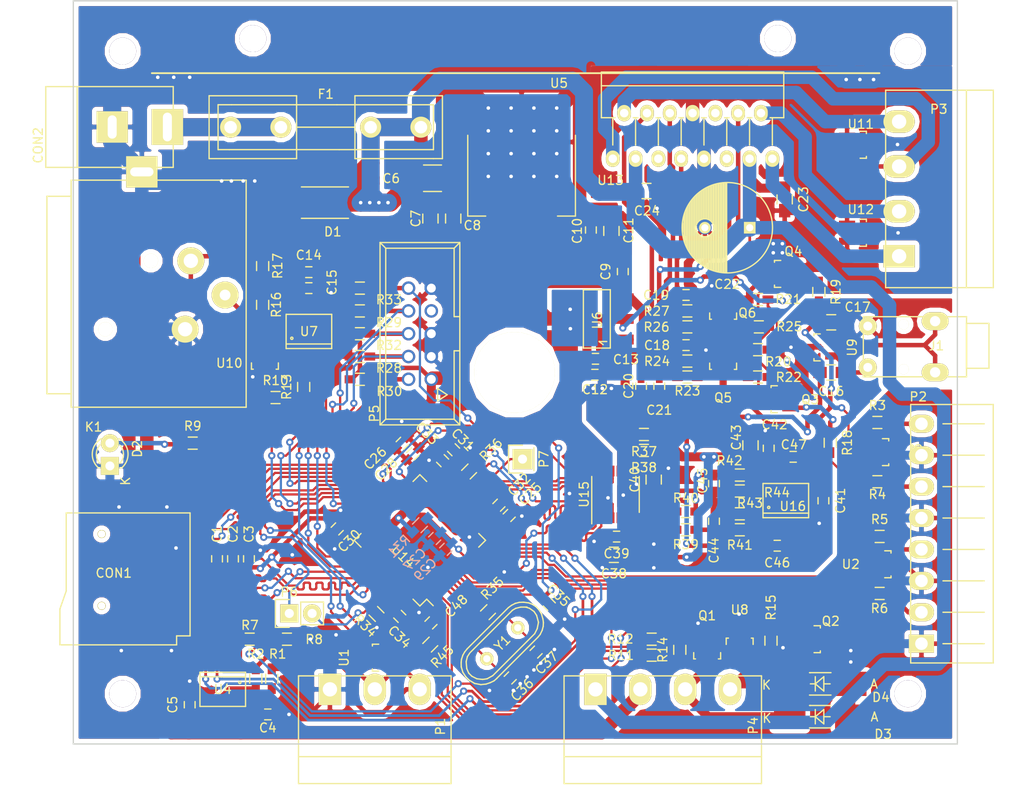
<source format=kicad_pcb>
(kicad_pcb (version 4) (host pcbnew "(2015-12-07 BZR 6353, Git 2667109)-product")
  (layers (0 F.Cu signal) (31 B.Cu signal) (34 B.Paste user) (35 F.Paste user) (36 B.SilkS user) (37 F.SilkS user) (38 B.Mask user) (39 F.Mask user) (44 Edge.Cuts user))
  (net 0 "")
  (net 1 +3V3)
  (net 2 GND)
  (net 3 +5V)
  (net 4 +12V)
  (net 5 "Net-(C16-Pad1)")
  (net 6 /TDA7297/IN_1)
  (net 7 "Net-(C17-Pad1)")
  (net 8 /TDA7297/IN_2)
  (net 9 /TDA7297/MUTE)
  (net 10 /TDA7297/STBY)
  (net 11 "Net-(C20-Pad1)")
  (net 12 "Net-(C21-Pad1)")
  (net 13 "Net-(C27-Pad1)")
  (net 14 "Net-(C31-Pad1)")
  (net 15 "Net-(C36-Pad2)")
  (net 16 VCOM)
  (net 17 "Net-(C44-Pad1)")
  (net 18 "Net-(C45-Pad1)")
  (net 19 "Net-(C46-Pad1)")
  (net 20 /STM32F401/PD2_SD_CMD)
  (net 21 /STM32F401/PC11_SD_D3)
  (net 22 /STM32F401/PC10_SD_D2)
  (net 23 /STM32F401/PC12_SD_CK)
  (net 24 /STM32F401/PC8_SD_D0)
  (net 25 /STM32F401/PC9_SD_D1)
  (net 26 /STM32F401/PC7_SD_DETECT)
  (net 27 "Net-(CON2-Pad1)")
  (net 28 "Net-(D2-Pad2)")
  (net 29 "Net-(D3-Pad1)")
  (net 30 "Net-(D4-Pad1)")
  (net 31 "Net-(K1-Pad2)")
  (net 32 "Net-(K1-Pad3)")
  (net 33 "Net-(P1-Pad2)")
  (net 34 "Net-(P1-Pad3)")
  (net 35 "Net-(P2-Pad8)")
  (net 36 "Net-(P2-Pad6)")
  (net 37 "Net-(P2-Pad4)")
  (net 38 "Net-(P2-Pad2)")
  (net 39 /TDA7297/OUT1+)
  (net 40 /TDA7297/OUT2+)
  (net 41 /TDA7297/OUT2-)
  (net 42 /TDA7297/OUT1-)
  (net 43 /STM32F401/TDI)
  (net 44 /STM32F401/TMS)
  (net 45 /STM32F401/TCLK)
  (net 46 /STM32F401/TDO)
  (net 47 /STM32F401/RESET)
  (net 48 /STM32F401/BOOT1)
  (net 49 "Net-(Q1-Pad1)")
  (net 50 "Net-(Q2-Pad1)")
  (net 51 "Net-(Q3-Pad1)")
  (net 52 "Net-(Q3-Pad3)")
  (net 53 "Net-(Q4-Pad1)")
  (net 54 "Net-(Q4-Pad3)")
  (net 55 "Net-(Q5-Pad3)")
  (net 56 "Net-(Q6-Pad3)")
  (net 57 "Net-(R1-Pad2)")
  (net 58 "Net-(R2-Pad2)")
  (net 59 /STM32F401/PA10_USART1_RX)
  (net 60 /STM32F401/PA9_USART1_TX)
  (net 61 /STM32F401/PA12_USART6_RX)
  (net 62 "Net-(R7-Pad2)")
  (net 63 /STM32F401/PA3_USART2_RX)
  (net 64 /STM32F401/PC13_SWITCH_1)
  (net 65 /STM32F401/PC14_SWITCH2)
  (net 66 "Net-(R13-Pad2)")
  (net 67 "Net-(R16-Pad2)")
  (net 68 "Net-(R17-Pad2)")
  (net 69 /TDA7297/AMP_MUTE#)
  (net 70 /TDA7297/AMP_STBY#)
  (net 71 "Net-(R35-Pad2)")
  (net 72 "Net-(R37-Pad2)")
  (net 73 "Net-(R38-Pad2)")
  (net 74 "Net-(R39-Pad2)")
  (net 75 "Net-(R40-Pad2)")
  (net 76 /STM32F401/PA8_USART6_DE)
  (net 77 /STM32F401/PA11_USART6_TX)
  (net 78 /STM32F401/PA1_USART2_DE)
  (net 79 /STM32F401/PA2_USART2_TX)
  (net 80 /AudioDAC/DATA)
  (net 81 /AudioDAC/M_DATA)
  (net 82 /AudioDAC/M_CLK)
  (net 83 /AudioDAC/M_LATCH)
  (net 84 /AudioDAC/BCK)
  (net 85 /AudioDAC/LRCLK)
  (net 86 /STM32F401/PC6_I2S_MCK)
  (net 87 "Net-(P6-Pad2)")
  (net 88 "Net-(C37-Pad2)")
  (net 89 "Net-(C47-Pad1)")
  (net 90 /STM32F401/PC1_BTN4#)
  (net 91 /STM32F401/PC0_BTN3#)
  (net 92 /STM32F401/PB15_LED)
  (net 93 "Net-(C48-Pad2)")
  (module NC3FAH1_XLR_F (layer F.Cu) (at 79.756 72.7778)
    (fp_text reference K1 (at 2.5 14.7) (layer F.SilkS))
    (fp_text value XLR3)
    (pad "" np_thru_hole circle (at 8.89 -3.81) (size 1.6 1.6) (drill 1.6) (layers *.Cu *.Mask F.SilkS))
    (pad "" np_thru_hole circle (at 3.81 3.81) (size 1.6 1.6) (drill 1.6) (layers *.Cu *.Mask F.SilkS))
    (pad 1 thru_hole circle (at 12.7 3.81) (size 3 3) (drill 1.6) (layers *.Cu *.Mask F.SilkS) (net 2 GND))
    (pad 2 thru_hole circle (at 13.335 -3.81) (size 3 3) (drill 1.6) (layers *.Cu *.Mask F.SilkS) (net 31 "Net-(K1-Pad2)"))
    (pad 3 thru_hole circle (at 17.15 0) (size 3 3) (drill 1.2) (layers *.Cu *.Mask F.SilkS) (net 32 "Net-(K1-Pad3)"))
  )
  (module TO_SOT_Packages_THT:Multiwatt_15_Vertical (layer F.Cu) (at 140.1064 57.589)
    (fp_text reference U13 (at -0.254 2.4058) (layer F.SilkS))
    (fp_text value TDA7297)
    (pad 1 thru_hole oval (at 0 0) (size 1.524 1.824) (drill 0.95) (layers *.Cu *.Mask F.SilkS) (net 39 /TDA7297/OUT1+))
    (pad 2 thru_hole oval (at 1.27 -5.08) (size 1.524 1.824) (drill 0.95) (layers *.Cu *.Mask F.SilkS) (net 42 /TDA7297/OUT1-))
    (pad 3 thru_hole oval (at 2.54 0) (size 1.524 1.824) (drill 0.95) (layers *.Cu *.Mask F.SilkS) (net 4 +12V))
    (pad 4 thru_hole oval (at 3.81 -5.08) (size 1.524 1.824) (drill 0.95) (layers *.Cu *.Mask F.SilkS) (net 11 "Net-(C20-Pad1)"))
    (pad 5 thru_hole oval (at 5.08 0) (size 1.524 1.824) (drill 0.95) (layers *.Cu *.Mask F.SilkS))
    (pad 6 thru_hole oval (at 6.35 -5.08) (size 1.524 1.824) (drill 0.95) (layers *.Cu *.Mask F.SilkS) (net 9 /TDA7297/MUTE))
    (pad 7 thru_hole oval (at 7.62 0) (size 1.524 1.824) (drill 0.95) (layers *.Cu *.Mask F.SilkS) (net 10 /TDA7297/STBY))
    (pad 8 thru_hole oval (at 8.89 -5.08) (size 1.524 1.824) (drill 0.95) (layers *.Cu *.Mask F.SilkS) (net 2 GND))
    (pad 9 thru_hole oval (at 10.16 0) (size 1.524 1.824) (drill 0.95) (layers *.Cu *.Mask F.SilkS) (net 2 GND))
    (pad 10 thru_hole oval (at 11.43 -5.08) (size 1.524 1.824) (drill 0.95) (layers *.Cu *.Mask F.SilkS))
    (pad 11 thru_hole oval (at 12.7 0) (size 1.524 1.824) (drill 0.95) (layers *.Cu *.Mask F.SilkS))
    (pad 12 thru_hole oval (at 13.97 -5.08) (size 1.524 1.824) (drill 0.95) (layers *.Cu *.Mask F.SilkS) (net 12 "Net-(C21-Pad1)"))
    (pad 13 thru_hole oval (at 15.24 0) (size 1.524 1.824) (drill 0.95) (layers *.Cu *.Mask F.SilkS) (net 4 +12V))
    (pad 14 thru_hole oval (at 16.51 -5.08) (size 1.524 1.824) (drill 0.95) (layers *.Cu *.Mask F.SilkS) (net 41 /TDA7297/OUT2-))
    (pad 15 thru_hole oval (at 17.78 0) (size 1.524 1.824) (drill 0.95) (layers *.Cu *.Mask F.SilkS) (net 40 /TDA7297/OUT2+))
  )
  (module BARREL_JACK_CLIFF (layer F.Cu) (at 76.9296 58.555)
    (fp_text reference CON2 (at -0.85 -2.45 90) (layer F.SilkS))
    (fp_text value BARREL_JACK)
    (pad 1 thru_hole rect (at 13.55 -4.5) (size 3.50012 4) (drill oval 1.00076 3.2) (layers *.Cu *.Mask F.SilkS) (net 27 "Net-(CON2-Pad1)"))
    (pad 2 thru_hole rect (at 7.4 -4.5) (size 3.50012 3.50012) (drill oval 1.00076 2.6) (layers *.Cu *.Mask F.SilkS) (net 2 GND))
    (pad 3 thru_hole rect (at 10.7004 0.5) (size 3.50012 3.50012) (drill oval 2.6 1.00076) (layers *.Cu *.Mask F.SilkS) (net 2 GND))
  )
  (module Capacitors_SMD:C_0603_HandSoldering (layer F.Cu) (at 133.031151 107.250151 315)
    (fp_text reference C35 (at 0.001908 -1.454801 315) (layer F.SilkS))
    (fp_text value 100n)
    (pad 1 smd rect (at -0.95 0 315) (size 1.2 0.75) (layers F.Cu F.Paste F.Mask) (net 47 /STM32F401/RESET))
    (pad 2 smd rect (at 0.95 0 315) (size 1.2 0.75) (layers F.Cu F.Paste F.Mask) (net 2 GND))
  )
  (module Resistors_SMD:R_0603_HandSoldering (layer F.Cu) (at 126.203017 108.111983 225)
    (fp_text reference R35 (at -2.222695 1.526644 225) (layer F.SilkS))
    (fp_text value 220)
    (pad 1 smd rect (at -1.1 0 225) (size 1.2 0.9) (layers F.Cu F.Paste F.Mask) (net 88 "Net-(C37-Pad2)"))
    (pad 2 smd rect (at 1.1 0 225) (size 1.2 0.9) (layers F.Cu F.Paste F.Mask) (net 71 "Net-(R35-Pad2)"))
  )
  (module Resistors_SMD:R_0603_HandSoldering (layer F.Cu) (at 169.842 99.679)
    (fp_text reference R5 (at 0 -1.9) (layer F.SilkS))
    (fp_text value 100)
    (pad 1 smd rect (at -1.1 0) (size 1.2 0.9) (layers F.Cu F.Paste F.Mask) (net 59 /STM32F401/PA10_USART1_RX))
    (pad 2 smd rect (at 1.1 0) (size 1.2 0.9) (layers F.Cu F.Paste F.Mask) (net 37 "Net-(P2-Pad4)"))
  )
  (module Housings_SSOP:SSOP-16_3.9x4.9mm_Pitch0.635mm (layer F.Cu) (at 140.410842 94.992742 90)
    (fp_text reference U15 (at 0 -3.5 90) (layer F.SilkS))
    (fp_text value PCM1755)
    (pad 1 smd rect (at -2.6 -2.2225 90) (size 1.2 0.4) (layers F.Cu F.Paste F.Mask) (net 84 /AudioDAC/BCK))
    (pad 2 smd rect (at -2.6 -1.5875 90) (size 1.2 0.4) (layers F.Cu F.Paste F.Mask) (net 80 /AudioDAC/DATA))
    (pad 3 smd rect (at -2.6 -0.9525 90) (size 1.2 0.4) (layers F.Cu F.Paste F.Mask) (net 85 /AudioDAC/LRCLK))
    (pad 4 smd rect (at -2.6 -0.3175 90) (size 1.2 0.4) (layers F.Cu F.Paste F.Mask) (net 2 GND))
    (pad 5 smd rect (at -2.6 0.3175 90) (size 1.2 0.4) (layers F.Cu F.Paste F.Mask))
    (pad 6 smd rect (at -2.6 0.9525 90) (size 1.2 0.4) (layers F.Cu F.Paste F.Mask) (net 3 +5V))
    (pad 7 smd rect (at -2.6 1.5875 90) (size 1.2 0.4) (layers F.Cu F.Paste F.Mask) (net 74 "Net-(R39-Pad2)"))
    (pad 8 smd rect (at -2.6 2.2225 90) (size 1.2 0.4) (layers F.Cu F.Paste F.Mask) (net 75 "Net-(R40-Pad2)"))
    (pad 9 smd rect (at 2.6 2.2225 90) (size 1.2 0.4) (layers F.Cu F.Paste F.Mask) (net 2 GND))
    (pad 10 smd rect (at 2.6 1.5875 90) (size 1.2 0.4) (layers F.Cu F.Paste F.Mask) (net 16 VCOM))
    (pad 11 smd rect (at 2.6 0.9525 90) (size 1.2 0.4) (layers F.Cu F.Paste F.Mask) (net 73 "Net-(R38-Pad2)"))
    (pad 12 smd rect (at 2.6 0.3175 90) (size 1.2 0.4) (layers F.Cu F.Paste F.Mask) (net 72 "Net-(R37-Pad2)"))
    (pad 13 smd rect (at 2.6 -0.3175 90) (size 1.2 0.4) (layers F.Cu F.Paste F.Mask) (net 81 /AudioDAC/M_DATA))
    (pad 14 smd rect (at 2.6 -0.9525 90) (size 1.2 0.4) (layers F.Cu F.Paste F.Mask) (net 82 /AudioDAC/M_CLK))
    (pad 15 smd rect (at 2.6 -1.5875 90) (size 1.2 0.4) (layers F.Cu F.Paste F.Mask) (net 83 /AudioDAC/M_LATCH))
    (pad 16 smd rect (at 2.6 -2.2225 90) (size 1.2 0.4) (layers F.Cu F.Paste F.Mask) (net 86 /STM32F401/PC6_I2S_MCK))
  )
  (module Diodes_SMD:DD-PAK_TO263_SingleDiode (layer F.Cu) (at 129.9464 61.98108)
    (fp_text reference U5 (at 4.1656 -12.80668) (layer F.SilkS))
    (fp_text value L7805)
    (pad 2 smd rect (at 0 -6.25094) (size 10.40892 10) (layers F.Cu F.Paste F.Mask) (net 2 GND))
    (pad 1 smd rect (at -2.54 4.43992) (size 1.5 7.0104) (layers F.Cu F.Paste F.Mask) (net 4 +12V))
    (pad 3 smd rect (at 2.54 4.43992) (size 1.5 7.0104) (layers F.Cu F.Paste F.Mask) (net 3 +5V))
  )
  (module Mounting_Holes:MountingHole_3mm (layer F.Cu) (at 85.5 45.6)
    (fp_text reference REF** hide)
    (fp_text value MountingHole_3mm)
    (pad 1 thru_hole circle (at 0 0) (size 3 3) (drill 3) (layers))
  )
  (module Mounting_Holes:MountingHole_3mm (layer F.Cu) (at 173 117.2)
    (fp_text reference REF** hide)
    (fp_text value MountingHole_3mm)
    (pad 1 thru_hole circle (at 0 0) (size 3 3) (drill 3) (layers))
  )
  (module Mounting_Holes:MountingHole_3mm (layer F.Cu) (at 173 45.6)
    (fp_text reference REF** hide)
    (fp_text value MountingHole_3mm)
    (pad 1 thru_hole circle (at 0 0) (size 3 3) (drill 3) (layers))
  )
  (module Mounting_Holes:MountingHole_3mm (layer F.Cu) (at 85.5 117.2)
    (fp_text reference REF** hide)
    (fp_text value MountingHole_3mm)
    (pad 1 thru_hole circle (at 0 0) (size 3 3) (drill 3) (layers))
  )
  (module Mounting_Holes:MountingHole_3-7mm (layer F.Cu) (at 129.159 81.407)
    (fp_text reference REF** hide)
    (fp_text value MountingHole_3-7mm)
    (pad "" np_thru_hole circle (at 0 0) (size 9 9) (drill 9) (layers *.Cu *.Mask F.SilkS))
  )
  (module Capacitors_SMD:C_0603_HandSoldering (layer F.Cu) (at 96.012 102.168999 90)
    (fp_text reference C1 (at 2.753399 0 90) (layer F.SilkS))
    (fp_text value 100n)
    (pad 1 smd rect (at -0.95 0 90) (size 1.2 0.75) (layers F.Cu F.Paste F.Mask) (net 1 +3V3))
    (pad 2 smd rect (at 0.95 0 90) (size 1.2 0.75) (layers F.Cu F.Paste F.Mask) (net 2 GND))
  )
  (module Capacitors_SMD:C_0603_HandSoldering (layer F.Cu) (at 97.79 102.168999 90)
    (fp_text reference C2 (at 2.753399 0 90) (layer F.SilkS))
    (fp_text value 100n)
    (pad 1 smd rect (at -0.95 0 90) (size 1.2 0.75) (layers F.Cu F.Paste F.Mask) (net 1 +3V3))
    (pad 2 smd rect (at 0.95 0 90) (size 1.2 0.75) (layers F.Cu F.Paste F.Mask) (net 2 GND))
  )
  (module Capacitors_SMD:C_0603_HandSoldering (layer F.Cu) (at 99.568 102.168995 90)
    (fp_text reference C3 (at 2.753395 0 90) (layer F.SilkS))
    (fp_text value 1u)
    (pad 1 smd rect (at -0.95 0 90) (size 1.2 0.75) (layers F.Cu F.Paste F.Mask) (net 1 +3V3))
    (pad 2 smd rect (at 0.95 0 90) (size 1.2 0.75) (layers F.Cu F.Paste F.Mask) (net 2 GND))
  )
  (module Capacitors_SMD:C_0603_HandSoldering (layer F.Cu) (at 92.964 118.424999 90)
    (fp_text reference C5 (at 0 -1.9 90) (layer F.SilkS))
    (fp_text value 1u)
    (pad 1 smd rect (at -0.95 0 90) (size 1.2 0.75) (layers F.Cu F.Paste F.Mask) (net 3 +5V))
    (pad 2 smd rect (at 0.95 0 90) (size 1.2 0.75) (layers F.Cu F.Paste F.Mask) (net 2 GND))
  )
  (module Capacitors_SMD:C_1210_HandSoldering (layer F.Cu) (at 120.0216 59.7662)
    (fp_text reference C6 (at -4.604 0.0254) (layer F.SilkS))
    (fp_text value 22u)
    (pad 1 smd rect (at -2 0) (size 2 2.5) (layers F.Cu F.Paste F.Mask) (net 4 +12V))
    (pad 2 smd rect (at 2 0) (size 2 2.5) (layers F.Cu F.Paste F.Mask) (net 2 GND))
  )
  (module Capacitors_SMD:C_0805_HandSoldering (layer F.Cu) (at 119.7864 64.2566 90)
    (fp_text reference C7 (at 0 -1.6256 90) (layer F.SilkS))
    (fp_text value 1u)
    (pad 1 smd rect (at -1.25 0 90) (size 1.5 1.25) (layers F.Cu F.Paste F.Mask) (net 4 +12V))
    (pad 2 smd rect (at 1.25 0 90) (size 1.5 1.25) (layers F.Cu F.Paste F.Mask) (net 2 GND))
  )
  (module Capacitors_SMD:C_0805_HandSoldering (layer F.Cu) (at 122.3264 64.2566 90)
    (fp_text reference C8 (at -0.7674 2.1336 180) (layer F.SilkS))
    (fp_text value 100n)
    (pad 1 smd rect (at -1.25 0 90) (size 1.5 1.25) (layers F.Cu F.Paste F.Mask) (net 4 +12V))
    (pad 2 smd rect (at 1.25 0 90) (size 1.5 1.25) (layers F.Cu F.Paste F.Mask) (net 2 GND))
  )
  (module Capacitors_SMD:C_0603_HandSoldering (layer F.Cu) (at 141.224 70.164999 90)
    (fp_text reference C9 (at 0 -1.9 90) (layer F.SilkS))
    (fp_text value 1u)
    (pad 1 smd rect (at -0.95 0 90) (size 1.2 0.75) (layers F.Cu F.Paste F.Mask) (net 3 +5V))
    (pad 2 smd rect (at 0.95 0 90) (size 1.2 0.75) (layers F.Cu F.Paste F.Mask) (net 2 GND))
  )
  (module Capacitors_SMD:C_0603_HandSoldering (layer F.Cu) (at 137.668 65.532 90)
    (fp_text reference C10 (at -0.1016 -1.524 90) (layer F.SilkS))
    (fp_text value 100n)
    (pad 1 smd rect (at -0.95 0 90) (size 1.2 0.75) (layers F.Cu F.Paste F.Mask) (net 3 +5V))
    (pad 2 smd rect (at 0.95 0 90) (size 1.2 0.75) (layers F.Cu F.Paste F.Mask) (net 2 GND))
  )
  (module Capacitors_SMD:C_0805_HandSoldering (layer F.Cu) (at 139.954 65.639 90)
    (fp_text reference C11 (at 0.0562 1.9304 90) (layer F.SilkS))
    (fp_text value 10u)
    (pad 1 smd rect (at -1.25 0 90) (size 1.5 1.25) (layers F.Cu F.Paste F.Mask) (net 3 +5V))
    (pad 2 smd rect (at 1.25 0 90) (size 1.5 1.25) (layers F.Cu F.Paste F.Mask) (net 2 GND))
  )
  (module Capacitors_SMD:C_0603_HandSoldering (layer F.Cu) (at 138.115 81.661)
    (fp_text reference C12 (at 0.0102 1.651) (layer F.SilkS))
    (fp_text value 1u)
    (pad 1 smd rect (at -0.95 0) (size 1.2 0.75) (layers F.Cu F.Paste F.Mask) (net 1 +3V3))
    (pad 2 smd rect (at 0.95 0) (size 1.2 0.75) (layers F.Cu F.Paste F.Mask) (net 2 GND))
  )
  (module Capacitors_SMD:C_0603_HandSoldering (layer F.Cu) (at 138.176 79.882999)
    (fp_text reference C13 (at 3.4036 0.076201) (layer F.SilkS))
    (fp_text value 100n)
    (pad 1 smd rect (at -0.95 0) (size 1.2 0.75) (layers F.Cu F.Paste F.Mask) (net 1 +3V3))
    (pad 2 smd rect (at 0.95 0) (size 1.2 0.75) (layers F.Cu F.Paste F.Mask) (net 2 GND))
  )
  (module Capacitors_SMD:C_0603_HandSoldering (layer F.Cu) (at 106.238 70.231)
    (fp_text reference C14 (at 0 -1.9) (layer F.SilkS))
    (fp_text value 1u)
    (pad 1 smd rect (at -0.95 0) (size 1.2 0.75) (layers F.Cu F.Paste F.Mask) (net 3 +5V))
    (pad 2 smd rect (at 0.95 0) (size 1.2 0.75) (layers F.Cu F.Paste F.Mask) (net 2 GND))
  )
  (module Capacitors_SMD:C_0603_HandSoldering (layer F.Cu) (at 106.238 72.009)
    (fp_text reference C15 (at 2.5756 -0.635 90) (layer F.SilkS))
    (fp_text value 100n)
    (pad 1 smd rect (at -0.95 0) (size 1.2 0.75) (layers F.Cu F.Paste F.Mask) (net 3 +5V))
    (pad 2 smd rect (at 0.95 0) (size 1.2 0.75) (layers F.Cu F.Paste F.Mask) (net 2 GND))
  )
  (module Capacitors_SMD:C_0805_HandSoldering (layer F.Cu) (at 164.445 81.407 180)
    (fp_text reference C16 (at 0 -2.1 180) (layer F.SilkS))
    (fp_text value 10u)
    (pad 1 smd rect (at -1.25 0 180) (size 1.5 1.25) (layers F.Cu F.Paste F.Mask) (net 5 "Net-(C16-Pad1)"))
    (pad 2 smd rect (at 1.25 0 180) (size 1.5 1.25) (layers F.Cu F.Paste F.Mask) (net 6 /TDA7297/IN_1))
  )
  (module Capacitors_SMD:C_0805_HandSoldering (layer F.Cu) (at 164.445 75.819 180)
    (fp_text reference C17 (at -2.941 1.7018 180) (layer F.SilkS))
    (fp_text value 10u)
    (pad 1 smd rect (at -1.25 0 180) (size 1.5 1.25) (layers F.Cu F.Paste F.Mask) (net 7 "Net-(C17-Pad1)"))
    (pad 2 smd rect (at 1.25 0 180) (size 1.5 1.25) (layers F.Cu F.Paste F.Mask) (net 8 /TDA7297/IN_2))
  )
  (module Capacitors_SMD:C_0603_HandSoldering (layer F.Cu) (at 143.256 82.931 270)
    (fp_text reference C20 (at -0.0254 1.3716 270) (layer F.SilkS))
    (fp_text value 220n)
    (pad 1 smd rect (at -0.95 0 270) (size 1.2 0.75) (layers F.Cu F.Paste F.Mask) (net 11 "Net-(C20-Pad1)"))
    (pad 2 smd rect (at 0.95 0 270) (size 1.2 0.75) (layers F.Cu F.Paste F.Mask) (net 6 /TDA7297/IN_1))
  )
  (module Capacitors_SMD:C_0603_HandSoldering (layer F.Cu) (at 145.288 82.931 270)
    (fp_text reference C21 (at 2.667 0 360) (layer F.SilkS))
    (fp_text value 220n)
    (pad 1 smd rect (at -0.95 0 270) (size 1.2 0.75) (layers F.Cu F.Paste F.Mask) (net 12 "Net-(C21-Pad1)"))
    (pad 2 smd rect (at 0.95 0 270) (size 1.2 0.75) (layers F.Cu F.Paste F.Mask) (net 8 /TDA7297/IN_2))
  )
  (module Capacitors_ThroughHole:C_Radial_D10_L13_P5 (layer F.Cu) (at 155.368 65.278 180)
    (fp_text reference C22 (at 2.5 -6.3 180) (layer F.SilkS))
    (fp_text value 470u)
    (pad 1 thru_hole rect (at 0 0 180) (size 1.3 1.3) (drill 0.8) (layers *.Cu *.Mask F.SilkS) (net 4 +12V))
    (pad 2 thru_hole circle (at 5 0 180) (size 1.3 1.3) (drill 0.8) (layers *.Cu *.Mask F.SilkS) (net 2 GND))
  )
  (module Capacitors_SMD:C_0805_HandSoldering (layer F.Cu) (at 159.258 62.123 270)
    (fp_text reference C23 (at 0 -2.1 270) (layer F.SilkS))
    (fp_text value 100n)
    (pad 1 smd rect (at -1.25 0 270) (size 1.5 1.25) (layers F.Cu F.Paste F.Mask) (net 4 +12V))
    (pad 2 smd rect (at 1.25 0 270) (size 1.5 1.25) (layers F.Cu F.Paste F.Mask) (net 2 GND))
  )
  (module Capacitors_SMD:C_0805_HandSoldering (layer F.Cu) (at 143.8656 61.1886)
    (fp_text reference C24 (at 0.0508 2.2098) (layer F.SilkS))
    (fp_text value 100n)
    (pad 1 smd rect (at -1.25 0) (size 1.5 1.25) (layers F.Cu F.Paste F.Mask) (net 4 +12V))
    (pad 2 smd rect (at 1.25 0) (size 1.5 1.25) (layers F.Cu F.Paste F.Mask) (net 2 GND))
  )
  (module Capacitors_SMD:C_0603_HandSoldering (layer F.Cu) (at 128.567644 97.342644 45)
    (fp_text reference C25 (at 3.352676 -0.037822 45) (layer F.SilkS))
    (fp_text value 2u2)
    (pad 1 smd rect (at -0.95 0 45) (size 1.2 0.75) (layers F.Cu F.Paste F.Mask) (net 1 +3V3))
    (pad 2 smd rect (at 0.95 0 45) (size 1.2 0.75) (layers F.Cu F.Paste F.Mask) (net 2 GND))
  )
  (module Capacitors_SMD:C_0603_HandSoldering (layer F.Cu) (at 116.641864 89.296334 45)
    (fp_text reference C26 (at -3.315433 -0.93041 45) (layer F.SilkS))
    (fp_text value 2u2)
    (pad 1 smd rect (at -0.95 0 45) (size 1.2 0.75) (layers F.Cu F.Paste F.Mask) (net 1 +3V3))
    (pad 2 smd rect (at 0.95 0 45) (size 1.2 0.75) (layers F.Cu F.Paste F.Mask) (net 2 GND))
  )
  (module Capacitors_SMD:C_0603_HandSoldering (layer B.Cu) (at 120.259139 99.903785 225)
    (fp_text reference C27 (at 3.22197 -0.110787 225) (layer B.SilkS) (effects (justify mirror)))
    (fp_text value 2u2)
    (pad 1 smd rect (at -0.95 0 225) (size 1.2 0.75) (layers B.Cu B.Paste B.Mask) (net 13 "Net-(C27-Pad1)"))
    (pad 2 smd rect (at 0.95 0 225) (size 1.2 0.75) (layers B.Cu B.Paste B.Mask) (net 2 GND))
  )
  (module Capacitors_SMD:C_0603_HandSoldering (layer F.Cu) (at 117.827258 90.481729 45)
    (fp_text reference C28 (at -3.315432 -0.882601 45) (layer F.SilkS))
    (fp_text value 100n)
    (pad 1 smd rect (at -0.95 0 45) (size 1.2 0.75) (layers F.Cu F.Paste F.Mask) (net 1 +3V3))
    (pad 2 smd rect (at 0.95 0 45) (size 1.2 0.75) (layers F.Cu F.Paste F.Mask) (net 2 GND))
  )
  (module Capacitors_SMD:C_0603_HandSoldering (layer B.Cu) (at 121.491202 101.114352 225)
    (fp_text reference C29 (at 3.201249 -0.000033 225) (layer B.SilkS) (effects (justify mirror)))
    (fp_text value 100n)
    (pad 1 smd rect (at -0.95 0 225) (size 1.2 0.75) (layers B.Cu B.Paste B.Mask) (net 13 "Net-(C27-Pad1)"))
    (pad 2 smd rect (at 0.95 0 225) (size 1.2 0.75) (layers B.Cu B.Paste B.Mask) (net 2 GND))
  )
  (module Capacitors_SMD:C_0603_HandSoldering (layer F.Cu) (at 109.400242 98.836902 225)
    (fp_text reference C30 (at 0 -1.9 225) (layer F.SilkS))
    (fp_text value 100n)
    (pad 1 smd rect (at -0.95 0 225) (size 1.2 0.75) (layers F.Cu F.Paste F.Mask) (net 1 +3V3))
    (pad 2 smd rect (at 0.95 0 225) (size 1.2 0.75) (layers F.Cu F.Paste F.Mask) (net 2 GND))
  )
  (module Capacitors_SMD:C_0603_HandSoldering (layer F.Cu) (at 122.367732 90.0176 135)
    (fp_text reference C31 (at 0.065147 1.515378 135) (layer F.SilkS))
    (fp_text value 2u2)
    (pad 1 smd rect (at -0.95 0 135) (size 1.2 0.75) (layers F.Cu F.Paste F.Mask) (net 14 "Net-(C31-Pad1)"))
    (pad 2 smd rect (at 0.95 0 135) (size 1.2 0.75) (layers F.Cu F.Paste F.Mask) (net 2 GND))
  )
  (module Capacitors_SMD:C_0603_HandSoldering (layer F.Cu) (at 127.418171 96.193172 45)
    (fp_text reference C32 (at 3.208993 0.007253 45) (layer F.SilkS))
    (fp_text value 100n)
    (pad 1 smd rect (at -0.95 0 45) (size 1.2 0.75) (layers F.Cu F.Paste F.Mask) (net 1 +3V3))
    (pad 2 smd rect (at 0.95 0 45) (size 1.2 0.75) (layers F.Cu F.Paste F.Mask) (net 2 GND))
  )
  (module Capacitors_SMD:C_0603_HandSoldering (layer F.Cu) (at 121.146417 91.23607 135)
    (fp_text reference C33 (at 3.403791 0.9057 135) (layer F.SilkS))
    (fp_text value 2u2)
    (pad 1 smd rect (at -0.95 0 135) (size 1.2 0.75) (layers F.Cu F.Paste F.Mask) (net 14 "Net-(C31-Pad1)"))
    (pad 2 smd rect (at 0.95 0 135) (size 1.2 0.75) (layers F.Cu F.Paste F.Mask) (net 2 GND))
  )
  (module Capacitors_SMD:C_0603_HandSoldering (layer F.Cu) (at 116.368921 108.585925 135)
    (fp_text reference C34 (at -1.589685 -1.641899 135) (layer F.SilkS))
    (fp_text value 100n)
    (pad 1 smd rect (at -0.95 0 135) (size 1.2 0.75) (layers F.Cu F.Paste F.Mask) (net 1 +3V3))
    (pad 2 smd rect (at 0.95 0 135) (size 1.2 0.75) (layers F.Cu F.Paste F.Mask) (net 2 GND))
  )
  (module Capacitors_SMD:C_0603_HandSoldering (layer F.Cu) (at 128.6764 115.443 225)
    (fp_text reference C36 (at 0 -1.9 225) (layer F.SilkS))
    (fp_text value 20p)
    (pad 1 smd rect (at -0.95 0 225) (size 1.2 0.75) (layers F.Cu F.Paste F.Mask) (net 2 GND))
    (pad 2 smd rect (at 0.95 0 225) (size 1.2 0.75) (layers F.Cu F.Paste F.Mask) (net 15 "Net-(C36-Pad2)"))
  )
  (module Capacitors_SMD:C_0603_HandSoldering (layer F.Cu) (at 163.576 95.697 270)
    (fp_text reference C41 (at 0 -1.9 270) (layer F.SilkS))
    (fp_text value 100n)
    (pad 1 smd rect (at -0.95 0 270) (size 1.2 0.75) (layers F.Cu F.Paste F.Mask) (net 16 VCOM))
    (pad 2 smd rect (at 0.95 0 270) (size 1.2 0.75) (layers F.Cu F.Paste F.Mask) (net 2 GND))
  )
  (module connectors:Micro_SD (layer F.Cu) (at 78.5056 111.7574)
    (fp_text reference CON1 (at 6 -8) (layer F.SilkS))
    (fp_text value Micro_SD)
    (pad "" np_thru_hole circle (at 4.65 -12.35) (size 0.9 0.9) (drill 0.762) (layers *.Cu *.Mask F.SilkS))
    (pad "" np_thru_hole circle (at 4.65 -4.35) (size 0.9 0.9) (drill 0.762) (layers *.Cu *.Mask F.SilkS))
    (pad 3 smd rect (at 15.2 -7.4) (size 2.2 0.75) (layers F.Cu F.Paste F.Mask) (net 20 /STM32F401/PD2_SD_CMD))
    (pad 2 smd rect (at 15.2 -6.3) (size 2.2 0.75) (layers F.Cu F.Paste F.Mask) (net 21 /STM32F401/PC11_SD_D3))
    (pad 1 smd rect (at 15.2 -5.2) (size 2.2 0.75) (layers F.Cu F.Paste F.Mask) (net 22 /STM32F401/PC10_SD_D2))
    (pad 4 smd rect (at 15.2 -8.5) (size 2.2 0.75) (layers F.Cu F.Paste F.Mask) (net 1 +3V3))
    (pad 5 smd rect (at 15.2 -9.6) (size 2.2 0.75) (layers F.Cu F.Paste F.Mask) (net 23 /STM32F401/PC12_SD_CK))
    (pad 6 smd rect (at 15.2 -10.7) (size 2.2 0.75) (layers F.Cu F.Paste F.Mask) (net 2 GND))
    (pad 7 smd rect (at 15.2 -11.8) (size 2.2 0.75) (layers F.Cu F.Paste F.Mask) (net 24 /STM32F401/PC8_SD_D0))
    (pad 8 smd rect (at 15.2 -12.9) (size 2.2 0.75) (layers F.Cu F.Paste F.Mask) (net 25 /STM32F401/PC9_SD_D1))
    (pad 9 smd rect (at 15.2 -14) (size 2.2 0.6) (layers F.Cu F.Paste F.Mask) (net 26 /STM32F401/PC7_SD_DETECT))
    (pad 11 smd rect (at 4.4 0.5) (size 3 2) (layers F.Cu F.Paste F.Mask) (net 2 GND))
    (pad 10 smd rect (at 14.5 -0.25) (size 2 2) (layers F.Cu F.Paste F.Mask) (net 2 GND))
    (pad 12 smd rect (at 4.4 -15.2) (size 3 2) (layers F.Cu F.Paste F.Mask) (net 2 GND))
    (pad 13 smd rect (at 14.5 -15.55) (size 1.5 1.5) (layers F.Cu F.Paste F.Mask) (net 2 GND))
  )
  (module Diodes_SMD:DO-214AA_Handsoldering (layer F.Cu) (at 105.912 62.484 180)
    (fp_text reference D1 (at -3 -3.25 180) (layer F.SilkS))
    (fp_text value SM6T18A)
    (pad 2 smd rect (at 2.8 0 180) (size 3 2.5) (layers F.Cu F.Paste F.Mask) (net 2 GND))
    (pad 1 smd rect (at -2.8 0 180) (size 3 2.5) (layers F.Cu F.Paste F.Mask) (net 4 +12V))
  )
  (module LEDs:LED-3MM (layer F.Cu) (at 84.074 91.821 90)
    (fp_text reference D2 (at 1.91 3.06 90) (layer F.SilkS))
    (fp_text value LED)
    (fp_text user K (at -1.69 1.74 90) (layer F.SilkS))
    (pad 1 thru_hole rect (at 0 0 180) (size 2 2) (drill 1.00076) (layers *.Cu *.Mask F.SilkS) (net 2 GND))
    (pad 2 thru_hole circle (at 2.54 0 90) (size 2 2) (drill 1.00076) (layers *.Cu *.Mask F.SilkS) (net 28 "Net-(D2-Pad2)"))
  )
  (module Diodes_SMD:MELF_Handsoldering (layer F.Cu) (at 163.22294 119.761)
    (fp_text reference D3 (at 7.00786 1.9558) (layer F.SilkS))
    (fp_text value D_Schottky)
    (fp_text user K (at -5.94614 0.1778) (layer F.SilkS))
    (fp_text user A (at 6.04266 0.0254) (layer F.SilkS))
    (pad 1 smd rect (at -3.40106 0) (size 3.50012 2.70002) (layers F.Cu F.Paste F.Mask) (net 29 "Net-(D3-Pad1)"))
    (pad 2 smd rect (at 3.40106 0) (size 3.50012 2.70002) (layers F.Cu F.Paste F.Mask) (net 2 GND))
  )
  (module Diodes_SMD:MELF_Handsoldering (layer F.Cu) (at 163.22294 116.1034)
    (fp_text reference D4 (at 6.75386 1.4986) (layer F.SilkS))
    (fp_text value D_Schottky)
    (fp_text user K (at -5.99694 0.127) (layer F.SilkS))
    (fp_text user A (at 5.99186 0.0254) (layer F.SilkS))
    (pad 1 smd rect (at -3.40106 0) (size 3.50012 2.70002) (layers F.Cu F.Paste F.Mask) (net 30 "Net-(D4-Pad1)"))
    (pad 2 smd rect (at 3.40106 0) (size 3.50012 2.70002) (layers F.Cu F.Paste F.Mask) (net 2 GND))
  )
  (module connectors:Fuseholder5x20_ProFUSE (layer F.Cu) (at 108.12526 54.0766)
    (fp_text reference F1 (at 0 -3.683) (layer F.SilkS))
    (fp_text value FUSE)
    (pad 2 thru_hole circle (at 5.00126 0) (size 2.3495 2.3495) (drill 1.4) (layers *.Cu *.Mask F.SilkS) (net 4 +12V))
    (pad 2 thru_hole circle (at 10.60126 0) (size 2.3495 2.3495) (drill 1.4) (layers *.Cu *.Mask F.SilkS) (net 4 +12V))
    (pad 1 thru_hole circle (at -5.00126 0) (size 2.3495 2.3495) (drill 1.4) (layers *.Cu *.Mask F.SilkS) (net 27 "Net-(CON2-Pad1)"))
    (pad 1 thru_hole circle (at -10.60126 0) (size 2.3495 2.3495) (drill 1.4) (layers *.Cu *.Mask F.SilkS) (net 27 "Net-(CON2-Pad1)"))
  )
  (module connectors:LUM_1503-07_Klinke (layer F.Cu) (at 179.522 75.191 180)
    (fp_text reference J1 (at 3.3476 -3.2442 180) (layer F.SilkS))
    (fp_text value JACK_TRS_3PINS)
    (pad "" np_thru_hole circle (at 7 -0.85 180) (size 1.15 1.15) (drill 1.15) (layers *.Cu *.Mask F.SilkS))
    (pad "" np_thru_hole circle (at 7 -5.85 180) (size 1.15 1.15) (drill 1.15) (layers *.Cu *.Mask F.SilkS))
    (pad 2 thru_hole oval (at 3.5 -0.5 180) (size 3 2) (drill 1.15) (layers *.Cu *.Mask F.SilkS) (net 7 "Net-(C17-Pad1)"))
    (pad 2 thru_hole oval (at 3.5 -6.2 180) (size 3 2) (drill 1.15) (layers *.Cu *.Mask F.SilkS) (net 7 "Net-(C17-Pad1)"))
    (pad 3 thru_hole circle (at 11 -5.65 180) (size 2 2) (drill 1) (layers *.Cu *.Mask F.SilkS) (net 5 "Net-(C16-Pad1)"))
    (pad 1 thru_hole circle (at 11 -1.05 180) (size 2 2) (drill 1) (layers *.Cu *.Mask F.SilkS) (net 2 GND))
  )
  (module connectors:3PIN_5,00 (layer F.Cu) (at 122.0888 127.213 90)
    (fp_text reference P1 (at 6.3598 -1.1848 90) (layer F.SilkS))
    (fp_text value CONN_01X03)
    (pad 1 thru_hole rect (at 10.5 -13.5 90) (size 3.5 2.5) (drill 1.6) (layers *.Cu *.Mask F.SilkS) (net 2 GND))
    (pad 2 thru_hole oval (at 10.5 -8.5 90) (size 3.5 2.5) (drill 1.6) (layers *.Cu *.Mask F.SilkS) (net 33 "Net-(P1-Pad2)"))
    (pad 3 thru_hole oval (at 10.5 -3.5 90) (size 3.5 2.5) (drill 1.6) (layers *.Cu *.Mask F.SilkS) (net 34 "Net-(P1-Pad3)"))
  )
  (module connectors:8PIN_3,5 (layer F.Cu) (at 182.498 84.9754 180)
    (fp_text reference P2 (at 8.3556 0.8506 180) (layer F.SilkS))
    (fp_text value "Taster In")
    (pad 8 thru_hole oval (at 8 -2.15 180) (size 2.8 2) (drill 1.4) (layers *.Cu *.Mask F.SilkS) (net 35 "Net-(P2-Pad8)"))
    (pad 7 thru_hole oval (at 8 -5.65 180) (size 2.8 2) (drill 1.4) (layers *.Cu *.Mask F.SilkS) (net 2 GND))
    (pad 6 thru_hole oval (at 8 -9.15 180) (size 2.8 2) (drill 1.4) (layers *.Cu *.Mask F.SilkS) (net 36 "Net-(P2-Pad6)"))
    (pad 5 thru_hole oval (at 8 -12.65 180) (size 2.8 2) (drill 1.4) (layers *.Cu *.Mask F.SilkS) (net 2 GND))
    (pad 4 thru_hole oval (at 8 -16.15 180) (size 2.8 2) (drill 1.4) (layers *.Cu *.Mask F.SilkS) (net 37 "Net-(P2-Pad4)"))
    (pad 3 thru_hole oval (at 8 -19.65 180) (size 2.8 2) (drill 1.4) (layers *.Cu *.Mask F.SilkS) (net 2 GND))
    (pad 2 thru_hole oval (at 8 -23.15 180) (size 2.8 2) (drill 1.4) (layers *.Cu *.Mask F.SilkS) (net 38 "Net-(P2-Pad2)"))
    (pad 1 thru_hole rect (at 8 -26.65 180) (size 2.8 2) (drill 1.4) (layers *.Cu *.Mask F.SilkS) (net 2 GND))
  )
  (module connectors:4PIN_5,00 (layer F.Cu) (at 182.5088 49.953 180)
    (fp_text reference P3 (at 6.0804 -2.117 180) (layer F.SilkS))
    (fp_text value CONN_01X04)
    (pad 1 thru_hole rect (at 10.5 -18.5 180) (size 3.5 2.5) (drill 1.6) (layers *.Cu *.Mask F.SilkS) (net 40 /TDA7297/OUT2+))
    (pad 3 thru_hole oval (at 10.5 -8.5 180) (size 3.5 2.5) (drill 1.6) (layers *.Cu *.Mask F.SilkS) (net 39 /TDA7297/OUT1+))
    (pad 4 thru_hole oval (at 10.5 -3.5 180) (size 3.5 2.5) (drill 1.6) (layers *.Cu *.Mask F.SilkS) (net 42 /TDA7297/OUT1-))
    (pad 2 thru_hole oval (at 10.5 -13.5 180) (size 3.5 2.5) (drill 1.6) (layers *.Cu *.Mask F.SilkS) (net 41 /TDA7297/OUT2-))
  )
  (module connectors:4PIN_5,00 (layer F.Cu) (at 156.676 127.213 90)
    (fp_text reference P4 (at 6.4614 -0.9232 90) (layer F.SilkS))
    (fp_text value CONN_01X04)
    (pad 1 thru_hole rect (at 10.5 -18.5 90) (size 3.5 2.5) (drill 1.6) (layers *.Cu *.Mask F.SilkS) (net 4 +12V))
    (pad 3 thru_hole oval (at 10.5 -8.5 90) (size 3.5 2.5) (drill 1.6) (layers *.Cu *.Mask F.SilkS) (net 29 "Net-(D3-Pad1)"))
    (pad 4 thru_hole oval (at 10.5 -3.5 90) (size 3.5 2.5) (drill 1.6) (layers *.Cu *.Mask F.SilkS) (net 30 "Net-(D4-Pad1)"))
    (pad 2 thru_hole oval (at 10.5 -13.5 90) (size 3.5 2.5) (drill 1.6) (layers *.Cu *.Mask F.SilkS) (net 3 +5V))
  )
  (module TO_SOT_Packages_SMD:SOT-23_Handsoldering (layer F.Cu) (at 150.622 112.67186 180)
    (fp_text reference Q1 (at 0 4.16306 180) (layer F.SilkS))
    (fp_text value MMBT6427LT1G)
    (pad 1 smd rect (at -0.95 1.50114 180) (size 0.8001 1.80086) (layers F.Cu F.Paste F.Mask) (net 49 "Net-(Q1-Pad1)"))
    (pad 2 smd rect (at 0.95 1.50114 180) (size 0.8001 1.80086) (layers F.Cu F.Paste F.Mask) (net 2 GND))
    (pad 3 smd rect (at 0 -1.50114 180) (size 0.8001 1.80086) (layers F.Cu F.Paste F.Mask) (net 29 "Net-(D3-Pad1)"))
  )
  (module TO_SOT_Packages_SMD:SOT-23_Handsoldering (layer F.Cu) (at 162.58286 111.125 270)
    (fp_text reference Q2 (at -2.0066 -1.80594 360) (layer F.SilkS))
    (fp_text value MMBT6427LT1G)
    (pad 1 smd rect (at -0.95 1.50114 270) (size 0.8001 1.80086) (layers F.Cu F.Paste F.Mask) (net 50 "Net-(Q2-Pad1)"))
    (pad 2 smd rect (at 0.95 1.50114 270) (size 0.8001 1.80086) (layers F.Cu F.Paste F.Mask) (net 2 GND))
    (pad 3 smd rect (at 0 -1.50114 270) (size 0.8001 1.80086) (layers F.Cu F.Paste F.Mask) (net 30 "Net-(D4-Pad1)"))
  )
  (module TO_SOT_Packages_SMD:SOT-23_Handsoldering (layer F.Cu) (at 158.39186 84.389 90)
    (fp_text reference Q3 (at -0.0406 3.71094 180) (layer F.SilkS))
    (fp_text value NXP PDTC114ET.215)
    (pad 1 smd rect (at -0.95 1.50114 90) (size 0.8001 1.80086) (layers F.Cu F.Paste F.Mask) (net 51 "Net-(Q3-Pad1)"))
    (pad 2 smd rect (at 0.95 1.50114 90) (size 0.8001 1.80086) (layers F.Cu F.Paste F.Mask) (net 2 GND))
    (pad 3 smd rect (at 0 -1.50114 90) (size 0.8001 1.80086) (layers F.Cu F.Paste F.Mask) (net 52 "Net-(Q3-Pad3)"))
  )
  (module TO_SOT_Packages_SMD:SOT-23_Handsoldering (layer F.Cu) (at 158.77286 70.424 90)
    (fp_text reference Q4 (at 2.5044 1.45034 180) (layer F.SilkS))
    (fp_text value NXP PDTC114ET.215)
    (pad 1 smd rect (at -0.95 1.50114 90) (size 0.8001 1.80086) (layers F.Cu F.Paste F.Mask) (net 53 "Net-(Q4-Pad1)"))
    (pad 2 smd rect (at 0.95 1.50114 90) (size 0.8001 1.80086) (layers F.Cu F.Paste F.Mask) (net 2 GND))
    (pad 3 smd rect (at 0 -1.50114 90) (size 0.8001 1.80086) (layers F.Cu F.Paste F.Mask) (net 54 "Net-(Q4-Pad3)"))
  )
  (module TO_SOT_Packages_SMD:SOT-23_Handsoldering (layer F.Cu) (at 152.4 80.41386 180)
    (fp_text reference Q5 (at 0 -3.81 180) (layer F.SilkS))
    (fp_text value NXP PDTC114ET.215)
    (pad 1 smd rect (at -0.95 1.50114 180) (size 0.8001 1.80086) (layers F.Cu F.Paste F.Mask) (net 52 "Net-(Q3-Pad3)"))
    (pad 2 smd rect (at 0.95 1.50114 180) (size 0.8001 1.80086) (layers F.Cu F.Paste F.Mask) (net 2 GND))
    (pad 3 smd rect (at 0 -1.50114 180) (size 0.8001 1.80086) (layers F.Cu F.Paste F.Mask) (net 55 "Net-(Q5-Pad3)"))
  )
  (module TO_SOT_Packages_SMD:SOT-23_Handsoldering (layer F.Cu) (at 152.4 74.82586 180)
    (fp_text reference Q6 (at -2.6924 0.04826 180) (layer F.SilkS))
    (fp_text value NXP PDTC114ET.215)
    (pad 1 smd rect (at -0.95 1.50114 180) (size 0.8001 1.80086) (layers F.Cu F.Paste F.Mask) (net 54 "Net-(Q4-Pad3)"))
    (pad 2 smd rect (at 0.95 1.50114 180) (size 0.8001 1.80086) (layers F.Cu F.Paste F.Mask) (net 2 GND))
    (pad 3 smd rect (at 0 -1.50114 180) (size 0.8001 1.80086) (layers F.Cu F.Paste F.Mask) (net 56 "Net-(Q6-Pad3)"))
  )
  (module Resistors_SMD:R_0603_HandSoldering (layer F.Cu) (at 102.108 115.527 270)
    (fp_text reference R1 (at -2.751 -0.6604 360) (layer F.SilkS))
    (fp_text value 10)
    (pad 1 smd rect (at -1.1 0 270) (size 1.2 0.9) (layers F.Cu F.Paste F.Mask) (net 34 "Net-(P1-Pad3)"))
    (pad 2 smd rect (at 1.1 0 270) (size 1.2 0.9) (layers F.Cu F.Paste F.Mask) (net 57 "Net-(R1-Pad2)"))
  )
  (module Resistors_SMD:R_0603_HandSoldering (layer F.Cu) (at 100.33 115.527 270)
    (fp_text reference R2 (at -2.751 0 360) (layer F.SilkS))
    (fp_text value 10)
    (pad 1 smd rect (at -1.1 0 270) (size 1.2 0.9) (layers F.Cu F.Paste F.Mask) (net 33 "Net-(P1-Pad2)"))
    (pad 2 smd rect (at 1.1 0 270) (size 1.2 0.9) (layers F.Cu F.Paste F.Mask) (net 58 "Net-(R2-Pad2)"))
  )
  (module Resistors_SMD:R_0603_HandSoldering (layer F.Cu) (at 169.588 86.979)
    (fp_text reference R3 (at 0 -1.9) (layer F.SilkS))
    (fp_text value 100)
    (pad 1 smd rect (at -1.1 0) (size 1.2 0.9) (layers F.Cu F.Paste F.Mask) (net 90 /STM32F401/PC1_BTN4#))
    (pad 2 smd rect (at 1.1 0) (size 1.2 0.9) (layers F.Cu F.Paste F.Mask) (net 35 "Net-(P2-Pad8)"))
  )
  (module Resistors_SMD:R_0603_HandSoldering (layer F.Cu) (at 169.588 93.583)
    (fp_text reference R4 (at 0 1.413) (layer F.SilkS))
    (fp_text value 100)
    (pad 1 smd rect (at -1.1 0) (size 1.2 0.9) (layers F.Cu F.Paste F.Mask) (net 91 /STM32F401/PC0_BTN3#))
    (pad 2 smd rect (at 1.1 0) (size 1.2 0.9) (layers F.Cu F.Paste F.Mask) (net 36 "Net-(P2-Pad6)"))
  )
  (module Resistors_SMD:R_0603_HandSoldering (layer F.Cu) (at 169.842 106.029)
    (fp_text reference R6 (at -0.0176 1.667) (layer F.SilkS))
    (fp_text value 100)
    (pad 1 smd rect (at -1.1 0) (size 1.2 0.9) (layers F.Cu F.Paste F.Mask) (net 60 /STM32F401/PA9_USART1_TX))
    (pad 2 smd rect (at 1.1 0) (size 1.2 0.9) (layers F.Cu F.Paste F.Mask) (net 38 "Net-(P2-Pad2)"))
  )
  (module Resistors_SMD:R_0603_HandSoldering (layer F.Cu) (at 99.651999 111.125 180)
    (fp_text reference R7 (at -0.017601 1.5494 180) (layer F.SilkS))
    (fp_text value 6,8k)
    (pad 1 smd rect (at -1.1 0 180) (size 1.2 0.9) (layers F.Cu F.Paste F.Mask) (net 63 /STM32F401/PA3_USART2_RX))
    (pad 2 smd rect (at 1.1 0 180) (size 1.2 0.9) (layers F.Cu F.Paste F.Mask) (net 62 "Net-(R7-Pad2)"))
  )
  (module Resistors_SMD:R_0603_HandSoldering (layer F.Cu) (at 93.302 89.281)
    (fp_text reference R9 (at 0 -1.9) (layer F.SilkS))
    (fp_text value 1k)
    (pad 1 smd rect (at -1.1 0) (size 1.2 0.9) (layers F.Cu F.Paste F.Mask) (net 28 "Net-(D2-Pad2)"))
    (pad 2 smd rect (at 1.1 0) (size 1.2 0.9) (layers F.Cu F.Paste F.Mask) (net 92 /STM32F401/PB15_LED))
  )
  (module Resistors_SMD:R_0603_HandSoldering (layer F.Cu) (at 102.532 84.201)
    (fp_text reference R10 (at 0 -1.9) (layer F.SilkS))
    (fp_text value 10k)
    (pad 1 smd rect (at -1.1 0) (size 1.2 0.9) (layers F.Cu F.Paste F.Mask) (net 2 GND))
    (pad 2 smd rect (at 1.1 0) (size 1.2 0.9) (layers F.Cu F.Paste F.Mask) (net 61 /STM32F401/PA12_USART6_RX))
  )
  (module Resistors_SMD:R_0603_HandSoldering (layer F.Cu) (at 144.442 112.903 180)
    (fp_text reference R11 (at 3.4212 -0.0254 180) (layer F.SilkS))
    (fp_text value 1k)
    (pad 1 smd rect (at -1.1 0 180) (size 1.2 0.9) (layers F.Cu F.Paste F.Mask) (net 49 "Net-(Q1-Pad1)"))
    (pad 2 smd rect (at 1.1 0 180) (size 1.2 0.9) (layers F.Cu F.Paste F.Mask) (net 64 /STM32F401/PC13_SWITCH_1))
  )
  (module Resistors_SMD:R_0603_HandSoldering (layer F.Cu) (at 144.442 111.125 180)
    (fp_text reference R12 (at 3.472 0.0254 180) (layer F.SilkS))
    (fp_text value 1k)
    (pad 1 smd rect (at -1.1 0 180) (size 1.2 0.9) (layers F.Cu F.Paste F.Mask) (net 50 "Net-(Q2-Pad1)"))
    (pad 2 smd rect (at 1.1 0 180) (size 1.2 0.9) (layers F.Cu F.Paste F.Mask) (net 65 /STM32F401/PC14_SWITCH2))
  )
  (module Resistors_SMD:R_0603_HandSoldering (layer F.Cu) (at 105.664 83.015 90)
    (fp_text reference R13 (at 0 -1.9 90) (layer F.SilkS))
    (fp_text value 6,8k)
    (pad 1 smd rect (at -1.1 0 90) (size 1.2 0.9) (layers F.Cu F.Paste F.Mask) (net 61 /STM32F401/PA12_USART6_RX))
    (pad 2 smd rect (at 1.1 0 90) (size 1.2 0.9) (layers F.Cu F.Paste F.Mask) (net 66 "Net-(R13-Pad2)"))
  )
  (module Resistors_SMD:R_0603_HandSoldering (layer F.Cu) (at 147.574 112.311 90)
    (fp_text reference R14 (at 0 -1.9 90) (layer F.SilkS))
    (fp_text value 10k)
    (pad 1 smd rect (at -1.1 0 90) (size 1.2 0.9) (layers F.Cu F.Paste F.Mask) (net 2 GND))
    (pad 2 smd rect (at 1.1 0 90) (size 1.2 0.9) (layers F.Cu F.Paste F.Mask) (net 49 "Net-(Q1-Pad1)"))
  )
  (module Resistors_SMD:R_0603_HandSoldering (layer F.Cu) (at 157.734 111.295 90)
    (fp_text reference R15 (at 3.7006 0 90) (layer F.SilkS))
    (fp_text value 10k)
    (pad 1 smd rect (at -1.1 0 90) (size 1.2 0.9) (layers F.Cu F.Paste F.Mask) (net 2 GND))
    (pad 2 smd rect (at 1.1 0 90) (size 1.2 0.9) (layers F.Cu F.Paste F.Mask) (net 50 "Net-(Q2-Pad1)"))
  )
  (module Resistors_SMD:R_0603_HandSoldering (layer F.Cu) (at 101.092 73.871 90)
    (fp_text reference R16 (at 0.0078 1.524 90) (layer F.SilkS))
    (fp_text value 10)
    (pad 1 smd rect (at -1.1 0 90) (size 1.2 0.9) (layers F.Cu F.Paste F.Mask) (net 32 "Net-(K1-Pad3)"))
    (pad 2 smd rect (at 1.1 0 90) (size 1.2 0.9) (layers F.Cu F.Paste F.Mask) (net 67 "Net-(R16-Pad2)"))
  )
  (module Resistors_SMD:R_0603_HandSoldering (layer F.Cu) (at 101.092 69.553 270)
    (fp_text reference R17 (at -0.0078 -1.6764 270) (layer F.SilkS))
    (fp_text value 10)
    (pad 1 smd rect (at -1.1 0 270) (size 1.2 0.9) (layers F.Cu F.Paste F.Mask) (net 31 "Net-(K1-Pad2)"))
    (pad 2 smd rect (at 1.1 0 270) (size 1.2 0.9) (layers F.Cu F.Paste F.Mask) (net 68 "Net-(R17-Pad2)"))
  )
  (module Resistors_SMD:R_0603_HandSoldering (layer F.Cu) (at 164.338 89.237999 270)
    (fp_text reference R18 (at 0 -1.9 270) (layer F.SilkS))
    (fp_text value 10k)
    (pad 1 smd rect (at -1.1 0 270) (size 1.2 0.9) (layers F.Cu F.Paste F.Mask) (net 51 "Net-(Q3-Pad1)"))
    (pad 2 smd rect (at 1.1 0 270) (size 1.2 0.9) (layers F.Cu F.Paste F.Mask) (net 69 /TDA7297/AMP_MUTE#))
  )
  (module Resistors_SMD:R_0603_HandSoldering (layer F.Cu) (at 163.068 72.433001 270)
    (fp_text reference R19 (at 0 -1.9 270) (layer F.SilkS))
    (fp_text value 10k)
    (pad 1 smd rect (at -1.1 0 270) (size 1.2 0.9) (layers F.Cu F.Paste F.Mask) (net 53 "Net-(Q4-Pad1)"))
    (pad 2 smd rect (at 1.1 0 270) (size 1.2 0.9) (layers F.Cu F.Paste F.Mask) (net 70 /TDA7297/AMP_STBY#))
  )
  (module Resistors_SMD:R_0603_HandSoldering (layer F.Cu) (at 156.293999 78.867 180)
    (fp_text reference R20 (at -2.252801 -1.3462 180) (layer F.SilkS))
    (fp_text value 10k)
    (pad 1 smd rect (at -1.1 0 180) (size 1.2 0.9) (layers F.Cu F.Paste F.Mask) (net 1 +3V3))
    (pad 2 smd rect (at 1.1 0 180) (size 1.2 0.9) (layers F.Cu F.Paste F.Mask) (net 52 "Net-(Q3-Pad3)"))
  )
  (module Resistors_SMD:R_0603_HandSoldering (layer F.Cu) (at 156.294 73.279 180)
    (fp_text reference R21 (at -3.3704 0.0254 180) (layer F.SilkS))
    (fp_text value 10k)
    (pad 1 smd rect (at -1.1 0 180) (size 1.2 0.9) (layers F.Cu F.Paste F.Mask) (net 1 +3V3))
    (pad 2 smd rect (at 1.1 0 180) (size 1.2 0.9) (layers F.Cu F.Paste F.Mask) (net 54 "Net-(Q4-Pad3)"))
  )
  (module Resistors_SMD:R_0603_HandSoldering (layer F.Cu) (at 156.294 81.915 180)
    (fp_text reference R22 (at -3.4212 -0.0254 180) (layer F.SilkS))
    (fp_text value 22k)
    (pad 1 smd rect (at -1.1 0 180) (size 1.2 0.9) (layers F.Cu F.Paste F.Mask) (net 4 +12V))
    (pad 2 smd rect (at 1.1 0 180) (size 1.2 0.9) (layers F.Cu F.Paste F.Mask) (net 55 "Net-(Q5-Pad3)"))
  )
  (module Resistors_SMD:R_0603_HandSoldering (layer F.Cu) (at 148.42 81.915 180)
    (fp_text reference R23 (at 0 -1.5494 180) (layer F.SilkS))
    (fp_text value 22k)
    (pad 1 smd rect (at -1.1 0 180) (size 1.2 0.9) (layers F.Cu F.Paste F.Mask) (net 55 "Net-(Q5-Pad3)"))
    (pad 2 smd rect (at 1.1 0 180) (size 1.2 0.9) (layers F.Cu F.Paste F.Mask) (net 9 /TDA7297/MUTE))
  )
  (module Resistors_SMD:R_0603_HandSoldering (layer F.Cu) (at 156.380001 76.327 180)
    (fp_text reference R25 (at -3.385999 0.0254 180) (layer F.SilkS))
    (fp_text value 22k)
    (pad 1 smd rect (at -1.1 0 180) (size 1.2 0.9) (layers F.Cu F.Paste F.Mask) (net 4 +12V))
    (pad 2 smd rect (at 1.1 0 180) (size 1.2 0.9) (layers F.Cu F.Paste F.Mask) (net 56 "Net-(Q6-Pad3)"))
  )
  (module Resistors_SMD:R_0603_HandSoldering (layer F.Cu) (at 148.42 76.327 180)
    (fp_text reference R26 (at 3.4368 -0.0254 180) (layer F.SilkS))
    (fp_text value 22k)
    (pad 1 smd rect (at -1.1 0 180) (size 1.2 0.9) (layers F.Cu F.Paste F.Mask) (net 56 "Net-(Q6-Pad3)"))
    (pad 2 smd rect (at 1.1 0 180) (size 1.2 0.9) (layers F.Cu F.Paste F.Mask) (net 10 /TDA7297/STBY))
  )
  (module Resistors_SMD:R_0603_HandSoldering (layer F.Cu) (at 124.094817 92.440183 45)
    (fp_text reference R36 (at 3.44401 0.017961 45) (layer F.SilkS))
    (fp_text value 10k)
    (pad 1 smd rect (at -1.1 0 45) (size 1.2 0.9) (layers F.Cu F.Paste F.Mask) (net 48 /STM32F401/BOOT1))
    (pad 2 smd rect (at 1.1 0 45) (size 1.2 0.9) (layers F.Cu F.Paste F.Mask) (net 2 GND))
  )
  (module Resistors_SMD:R_0603_HandSoldering (layer F.Cu) (at 143.5784 88.3158 180)
    (fp_text reference R37 (at 0 -1.9 180) (layer F.SilkS))
    (fp_text value 10k)
    (pad 1 smd rect (at -1.1 0 180) (size 1.2 0.9) (layers F.Cu F.Paste F.Mask) (net 3 +5V))
    (pad 2 smd rect (at 1.1 0 180) (size 1.2 0.9) (layers F.Cu F.Paste F.Mask) (net 72 "Net-(R37-Pad2)"))
  )
  (module Resistors_SMD:R_0603_HandSoldering (layer F.Cu) (at 143.5784 90.0938 180)
    (fp_text reference R38 (at 0 -1.9 180) (layer F.SilkS))
    (fp_text value 10k)
    (pad 1 smd rect (at -1.1 0 180) (size 1.2 0.9) (layers F.Cu F.Paste F.Mask) (net 3 +5V))
    (pad 2 smd rect (at 1.1 0 180) (size 1.2 0.9) (layers F.Cu F.Paste F.Mask) (net 73 "Net-(R38-Pad2)"))
  )
  (module Resistors_SMD:R_0603_HandSoldering (layer F.Cu) (at 154.262 98.933)
    (fp_text reference R41 (at 0 1.7018) (layer F.SilkS))
    (fp_text value 10k)
    (pad 1 smd rect (at -1.1 0) (size 1.2 0.9) (layers F.Cu F.Paste F.Mask) (net 17 "Net-(C44-Pad1)"))
    (pad 2 smd rect (at 1.1 0) (size 1.2 0.9) (layers F.Cu F.Paste F.Mask) (net 6 /TDA7297/IN_1))
  )
  (module Resistors_SMD:R_0603_HandSoldering (layer F.Cu) (at 154.262 92.837)
    (fp_text reference R42 (at -1.1508 -1.6002) (layer F.SilkS))
    (fp_text value 10k)
    (pad 1 smd rect (at -1.1 0) (size 1.2 0.9) (layers F.Cu F.Paste F.Mask) (net 18 "Net-(C45-Pad1)"))
    (pad 2 smd rect (at 1.1 0) (size 1.2 0.9) (layers F.Cu F.Paste F.Mask) (net 8 /TDA7297/IN_2))
  )
  (module Resistors_SMD:R_0603_HandSoldering (layer F.Cu) (at 154.262 97.155)
    (fp_text reference R43 (at 1.1352 -1.1938) (layer F.SilkS))
    (fp_text value 10k)
    (pad 1 smd rect (at -1.1 0) (size 1.2 0.9) (layers F.Cu F.Paste F.Mask) (net 17 "Net-(C44-Pad1)"))
    (pad 2 smd rect (at 1.1 0) (size 1.2 0.9) (layers F.Cu F.Paste F.Mask) (net 19 "Net-(C46-Pad1)"))
  )
  (module Resistors_SMD:R_0603_HandSoldering (layer F.Cu) (at 154.262 94.615)
    (fp_text reference R44 (at 4.1324 0.1778) (layer F.SilkS))
    (fp_text value 10k)
    (pad 1 smd rect (at -1.1 0) (size 1.2 0.9) (layers F.Cu F.Paste F.Mask) (net 18 "Net-(C45-Pad1)"))
    (pad 2 smd rect (at 1.1 0) (size 1.2 0.9) (layers F.Cu F.Paste F.Mask) (net 89 "Net-(C47-Pad1)"))
  )
  (module TO_SOT_Packages_SMD:SOT-23_Handsoldering (layer F.Cu) (at 113.97234 113.1824 90)
    (fp_text reference U1 (at 0 -3.81 90) (layer F.SilkS))
    (fp_text value PESD5V0S2BT)
    (pad 1 smd rect (at -0.95 1.50114 90) (size 0.8001 1.80086) (layers F.Cu F.Paste F.Mask) (net 33 "Net-(P1-Pad2)"))
    (pad 2 smd rect (at 0.95 1.50114 90) (size 0.8001 1.80086) (layers F.Cu F.Paste F.Mask) (net 34 "Net-(P1-Pad3)"))
    (pad 3 smd rect (at 0 -1.50114 90) (size 0.8001 1.80086) (layers F.Cu F.Paste F.Mask) (net 2 GND))
  )
  (module TO_SOT_Packages_SMD:SOT-23_Handsoldering (layer F.Cu) (at 170.45686 102.7778 270)
    (fp_text reference U2 (at 0 3.83286 360) (layer F.SilkS))
    (fp_text value PESD5V0S2BT)
    (pad 1 smd rect (at -0.95 1.50114 270) (size 0.8001 1.80086) (layers F.Cu F.Paste F.Mask) (net 37 "Net-(P2-Pad4)"))
    (pad 2 smd rect (at 0.95 1.50114 270) (size 0.8001 1.80086) (layers F.Cu F.Paste F.Mask) (net 38 "Net-(P2-Pad2)"))
    (pad 3 smd rect (at 0 -1.50114 270) (size 0.8001 1.80086) (layers F.Cu F.Paste F.Mask) (net 2 GND))
  )
  (module TO_SOT_Packages_SMD:SOT-23_Handsoldering (layer F.Cu) (at 170.20286 90.281 270)
    (fp_text reference U3 (at 0 -3.81 270) (layer F.SilkS))
    (fp_text value PESD5V0S2BT)
    (pad 1 smd rect (at -0.95 1.50114 270) (size 0.8001 1.80086) (layers F.Cu F.Paste F.Mask) (net 35 "Net-(P2-Pad8)"))
    (pad 2 smd rect (at 0.95 1.50114 270) (size 0.8001 1.80086) (layers F.Cu F.Paste F.Mask) (net 36 "Net-(P2-Pad6)"))
    (pad 3 smd rect (at 0 -1.50114 270) (size 0.8001 1.80086) (layers F.Cu F.Paste F.Mask) (net 2 GND))
  )
  (module Power_Integrations:SO-8 (layer F.Cu) (at 96.647 116.713 180)
    (fp_text reference U4 (at 0 0 180) (layer F.SilkS))
    (fp_text value SN75176)
    (pad 1 smd oval (at -1.905 2.794 180) (size 0.6096 1.4732) (layers F.Cu F.Paste F.Mask) (net 62 "Net-(R7-Pad2)"))
    (pad 2 smd oval (at -0.635 2.794 180) (size 0.6096 1.4732) (layers F.Cu F.Paste F.Mask) (net 78 /STM32F401/PA1_USART2_DE))
    (pad 3 smd oval (at 0.635 2.794 180) (size 0.6096 1.4732) (layers F.Cu F.Paste F.Mask) (net 78 /STM32F401/PA1_USART2_DE))
    (pad 4 smd oval (at 1.905 2.794 180) (size 0.6096 1.4732) (layers F.Cu F.Paste F.Mask) (net 79 /STM32F401/PA2_USART2_TX))
    (pad 5 smd oval (at 1.905 -2.794 180) (size 0.6096 1.4732) (layers F.Cu F.Paste F.Mask) (net 2 GND))
    (pad 6 smd oval (at 0.635 -2.794 180) (size 0.6096 1.4732) (layers F.Cu F.Paste F.Mask) (net 58 "Net-(R2-Pad2)"))
    (pad 7 smd oval (at -0.635 -2.794 180) (size 0.6096 1.4732) (layers F.Cu F.Paste F.Mask) (net 57 "Net-(R1-Pad2)"))
    (pad 8 smd oval (at -1.905 -2.794 180) (size 0.6096 1.4732) (layers F.Cu F.Paste F.Mask) (net 3 +5V))
  )
  (module shimatta:SOT223-3_Housing_Handsoldering (layer F.Cu) (at 138.831601 75.438 90)
    (fp_text reference U6 (at -0.1524 -0.452401 90) (layer F.SilkS))
    (fp_text value LD1117S33CTR)
    (pad 1 smd rect (at -2.3 2.35204 90) (size 1.1 2.5019) (layers F.Cu F.Paste F.Mask) (net 2 GND))
    (pad 2 smd rect (at 0 2.35204 90) (size 1.1 2.5019) (layers F.Cu F.Paste F.Mask) (net 1 +3V3))
    (pad 3 smd rect (at 2.3 2.35204 90) (size 1.1 2.5019) (layers F.Cu F.Paste F.Mask) (net 3 +5V))
    (pad 2 smd rect (at 0 -3.4496 90) (size 4 3) (layers F.Cu F.Paste F.Mask) (net 1 +3V3))
  )
  (module Power_Integrations:SO-8 (layer F.Cu) (at 106.2482 76.835)
    (fp_text reference U7 (at 0 0) (layer F.SilkS))
    (fp_text value SN75176)
    (pad 1 smd oval (at -1.905 2.794) (size 0.6096 1.4732) (layers F.Cu F.Paste F.Mask) (net 66 "Net-(R13-Pad2)"))
    (pad 2 smd oval (at -0.635 2.794) (size 0.6096 1.4732) (layers F.Cu F.Paste F.Mask) (net 76 /STM32F401/PA8_USART6_DE))
    (pad 3 smd oval (at 0.635 2.794) (size 0.6096 1.4732) (layers F.Cu F.Paste F.Mask) (net 76 /STM32F401/PA8_USART6_DE))
    (pad 4 smd oval (at 1.905 2.794) (size 0.6096 1.4732) (layers F.Cu F.Paste F.Mask) (net 77 /STM32F401/PA11_USART6_TX))
    (pad 5 smd oval (at 1.905 -2.794) (size 0.6096 1.4732) (layers F.Cu F.Paste F.Mask) (net 2 GND))
    (pad 6 smd oval (at 0.635 -2.794) (size 0.6096 1.4732) (layers F.Cu F.Paste F.Mask) (net 67 "Net-(R16-Pad2)"))
    (pad 7 smd oval (at -0.635 -2.794) (size 0.6096 1.4732) (layers F.Cu F.Paste F.Mask) (net 68 "Net-(R17-Pad2)"))
    (pad 8 smd oval (at -1.905 -2.794) (size 0.6096 1.4732) (layers F.Cu F.Paste F.Mask) (net 3 +5V))
  )
  (module TO_SOT_Packages_SMD:SOT-23_Handsoldering (layer F.Cu) (at 154.244 111.65586)
    (fp_text reference U8 (at 0 -3.81) (layer F.SilkS))
    (fp_text value PESD12VS2UT.215)
    (pad 1 smd rect (at -0.95 1.50114) (size 0.8001 1.80086) (layers F.Cu F.Paste F.Mask) (net 29 "Net-(D3-Pad1)"))
    (pad 2 smd rect (at 0.95 1.50114) (size 0.8001 1.80086) (layers F.Cu F.Paste F.Mask) (net 30 "Net-(D4-Pad1)"))
    (pad 3 smd rect (at 0 -1.50114) (size 0.8001 1.80086) (layers F.Cu F.Paste F.Mask) (net 2 GND))
  )
  (module TO_SOT_Packages_SMD:SOT-23_Handsoldering (layer F.Cu) (at 163.17214 78.613 90)
    (fp_text reference U9 (at 0 3.60426 90) (layer F.SilkS))
    (fp_text value PESD5V0S2BT)
    (pad 1 smd rect (at -0.95 1.50114 90) (size 0.8001 1.80086) (layers F.Cu F.Paste F.Mask) (net 5 "Net-(C16-Pad1)"))
    (pad 2 smd rect (at 0.95 1.50114 90) (size 0.8001 1.80086) (layers F.Cu F.Paste F.Mask) (net 7 "Net-(C17-Pad1)"))
    (pad 3 smd rect (at 0 -1.50114 90) (size 0.8001 1.80086) (layers F.Cu F.Paste F.Mask) (net 2 GND))
  )
  (module TO_SOT_Packages_SMD:SOT-23_Handsoldering (layer F.Cu) (at 101.346 80.391 180)
    (fp_text reference U10 (at 3.9624 0.0254 180) (layer F.SilkS))
    (fp_text value PESD5V0S2BT)
    (pad 1 smd rect (at -0.95 1.50114 180) (size 0.8001 1.80086) (layers F.Cu F.Paste F.Mask) (net 32 "Net-(K1-Pad3)"))
    (pad 2 smd rect (at 0.95 1.50114 180) (size 0.8001 1.80086) (layers F.Cu F.Paste F.Mask) (net 31 "Net-(K1-Pad2)"))
    (pad 3 smd rect (at 0 -1.50114 180) (size 0.8001 1.80086) (layers F.Cu F.Paste F.Mask) (net 2 GND))
  )
  (module TO_SOT_Packages_SMD:SOT-23_Handsoldering (layer F.Cu) (at 167.71366 56.0362 270)
    (fp_text reference U11 (at -2.2898 -0.02794 360) (layer F.SilkS))
    (fp_text value PESD12VS2UT.215)
    (pad 1 smd rect (at -0.95 1.50114 270) (size 0.8001 1.80086) (layers F.Cu F.Paste F.Mask) (net 42 /TDA7297/OUT1-))
    (pad 2 smd rect (at 0.95 1.50114 270) (size 0.8001 1.80086) (layers F.Cu F.Paste F.Mask) (net 39 /TDA7297/OUT1+))
    (pad 3 smd rect (at 0 -1.50114 270) (size 0.8001 1.80086) (layers F.Cu F.Paste F.Mask) (net 2 GND))
  )
  (module TO_SOT_Packages_SMD:SOT-23_Handsoldering (layer F.Cu) (at 167.71366 65.8406 270)
    (fp_text reference U12 (at -2.5946 -0.02794 360) (layer F.SilkS))
    (fp_text value PESD12VS2UT.215)
    (pad 1 smd rect (at -0.95 1.50114 270) (size 0.8001 1.80086) (layers F.Cu F.Paste F.Mask) (net 41 /TDA7297/OUT2-))
    (pad 2 smd rect (at 0.95 1.50114 270) (size 0.8001 1.80086) (layers F.Cu F.Paste F.Mask) (net 40 /TDA7297/OUT2+))
    (pad 3 smd rect (at 0 -1.50114 270) (size 0.8001 1.80086) (layers F.Cu F.Paste F.Mask) (net 2 GND))
  )
  (module Housings_QFP:LQFP-64_10x10mm_Pitch0.5mm (layer F.Cu) (at 118.611298 100.109129 135)
    (fp_text reference U14 (at 0.054608 -2.59407 135) (layer F.SilkS))
    (fp_text value STM32f401RBT6)
    (pad 1 smd rect (at -5.7 -3.75 135) (size 1 0.25) (layers F.Cu F.Paste F.Mask) (net 93 "Net-(C48-Pad2)"))
    (pad 2 smd rect (at -5.7 -3.25 135) (size 1 0.25) (layers F.Cu F.Paste F.Mask) (net 64 /STM32F401/PC13_SWITCH_1))
    (pad 3 smd rect (at -5.7 -2.75 135) (size 1 0.25) (layers F.Cu F.Paste F.Mask) (net 65 /STM32F401/PC14_SWITCH2))
    (pad 4 smd rect (at -5.7 -2.25 135) (size 1 0.25) (layers F.Cu F.Paste F.Mask))
    (pad 5 smd rect (at -5.7 -1.75 135) (size 1 0.25) (layers F.Cu F.Paste F.Mask) (net 15 "Net-(C36-Pad2)"))
    (pad 6 smd rect (at -5.7 -1.25 135) (size 1 0.25) (layers F.Cu F.Paste F.Mask) (net 71 "Net-(R35-Pad2)"))
    (pad 7 smd rect (at -5.7 -0.75 135) (size 1 0.25) (layers F.Cu F.Paste F.Mask) (net 47 /STM32F401/RESET))
    (pad 8 smd rect (at -5.7 -0.25 135) (size 1 0.25) (layers F.Cu F.Paste F.Mask) (net 91 /STM32F401/PC0_BTN3#))
    (pad 9 smd rect (at -5.7 0.25 135) (size 1 0.25) (layers F.Cu F.Paste F.Mask) (net 90 /STM32F401/PC1_BTN4#))
    (pad 10 smd rect (at -5.7 0.75 135) (size 1 0.25) (layers F.Cu F.Paste F.Mask) (net 70 /TDA7297/AMP_STBY#))
    (pad 11 smd rect (at -5.7 1.25 135) (size 1 0.25) (layers F.Cu F.Paste F.Mask) (net 80 /AudioDAC/DATA))
    (pad 12 smd rect (at -5.7 1.75 135) (size 1 0.25) (layers F.Cu F.Paste F.Mask) (net 2 GND))
    (pad 13 smd rect (at -5.7 2.25 135) (size 1 0.25) (layers F.Cu F.Paste F.Mask) (net 13 "Net-(C27-Pad1)"))
    (pad 14 smd rect (at -5.7 2.75 135) (size 1 0.25) (layers F.Cu F.Paste F.Mask) (net 69 /TDA7297/AMP_MUTE#))
    (pad 15 smd rect (at -5.7 3.25 135) (size 1 0.25) (layers F.Cu F.Paste F.Mask) (net 78 /STM32F401/PA1_USART2_DE))
    (pad 16 smd rect (at -5.7 3.75 135) (size 1 0.25) (layers F.Cu F.Paste F.Mask) (net 79 /STM32F401/PA2_USART2_TX))
    (pad 17 smd rect (at -3.75 5.7 225) (size 1 0.25) (layers F.Cu F.Paste F.Mask) (net 63 /STM32F401/PA3_USART2_RX))
    (pad 18 smd rect (at -3.25 5.7 225) (size 1 0.25) (layers F.Cu F.Paste F.Mask) (net 2 GND))
    (pad 19 smd rect (at -2.75 5.7 225) (size 1 0.25) (layers F.Cu F.Paste F.Mask) (net 1 +3V3))
    (pad 20 smd rect (at -2.25 5.7 225) (size 1 0.25) (layers F.Cu F.Paste F.Mask) (net 81 /AudioDAC/M_DATA))
    (pad 21 smd rect (at -1.75 5.7 225) (size 1 0.25) (layers F.Cu F.Paste F.Mask) (net 82 /AudioDAC/M_CLK))
    (pad 22 smd rect (at -1.25 5.7 225) (size 1 0.25) (layers F.Cu F.Paste F.Mask) (net 83 /AudioDAC/M_LATCH))
    (pad 23 smd rect (at -0.75 5.7 225) (size 1 0.25) (layers F.Cu F.Paste F.Mask))
    (pad 24 smd rect (at -0.25 5.7 225) (size 1 0.25) (layers F.Cu F.Paste F.Mask))
    (pad 25 smd rect (at 0.25 5.7 225) (size 1 0.25) (layers F.Cu F.Paste F.Mask))
    (pad 26 smd rect (at 0.75 5.7 225) (size 1 0.25) (layers F.Cu F.Paste F.Mask))
    (pad 27 smd rect (at 1.25 5.7 225) (size 1 0.25) (layers F.Cu F.Paste F.Mask))
    (pad 28 smd rect (at 1.75 5.7 225) (size 1 0.25) (layers F.Cu F.Paste F.Mask) (net 48 /STM32F401/BOOT1))
    (pad 29 smd rect (at 2.25 5.7 225) (size 1 0.25) (layers F.Cu F.Paste F.Mask) (net 84 /AudioDAC/BCK))
    (pad 30 smd rect (at 2.75 5.7 225) (size 1 0.25) (layers F.Cu F.Paste F.Mask) (net 14 "Net-(C31-Pad1)"))
    (pad 31 smd rect (at 3.25 5.7 225) (size 1 0.25) (layers F.Cu F.Paste F.Mask) (net 2 GND))
    (pad 32 smd rect (at 3.75 5.7 225) (size 1 0.25) (layers F.Cu F.Paste F.Mask) (net 1 +3V3))
    (pad 33 smd rect (at 5.7 3.75 135) (size 1 0.25) (layers F.Cu F.Paste F.Mask) (net 85 /AudioDAC/LRCLK))
    (pad 34 smd rect (at 5.7 3.25 135) (size 1 0.25) (layers F.Cu F.Paste F.Mask))
    (pad 35 smd rect (at 5.7 2.75 135) (size 1 0.25) (layers F.Cu F.Paste F.Mask))
    (pad 36 smd rect (at 5.7 2.25 135) (size 1 0.25) (layers F.Cu F.Paste F.Mask) (net 92 /STM32F401/PB15_LED))
    (pad 37 smd rect (at 5.7 1.75 135) (size 1 0.25) (layers F.Cu F.Paste F.Mask) (net 86 /STM32F401/PC6_I2S_MCK))
    (pad 38 smd rect (at 5.7 1.25 135) (size 1 0.25) (layers F.Cu F.Paste F.Mask) (net 26 /STM32F401/PC7_SD_DETECT))
    (pad 39 smd rect (at 5.7 0.75 135) (size 1 0.25) (layers F.Cu F.Paste F.Mask) (net 24 /STM32F401/PC8_SD_D0))
    (pad 40 smd rect (at 5.7 0.25 135) (size 1 0.25) (layers F.Cu F.Paste F.Mask) (net 25 /STM32F401/PC9_SD_D1))
    (pad 41 smd rect (at 5.7 -0.25 135) (size 1 0.25) (layers F.Cu F.Paste F.Mask) (net 76 /STM32F401/PA8_USART6_DE))
    (pad 42 smd rect (at 5.7 -0.75 135) (size 1 0.25) (layers F.Cu F.Paste F.Mask) (net 60 /STM32F401/PA9_USART1_TX))
    (pad 43 smd rect (at 5.7 -1.25 135) (size 1 0.25) (layers F.Cu F.Paste F.Mask) (net 59 /STM32F401/PA10_USART1_RX))
    (pad 44 smd rect (at 5.7 -1.75 135) (size 1 0.25) (layers F.Cu F.Paste F.Mask) (net 77 /STM32F401/PA11_USART6_TX))
    (pad 45 smd rect (at 5.7 -2.25 135) (size 1 0.25) (layers F.Cu F.Paste F.Mask) (net 61 /STM32F401/PA12_USART6_RX))
    (pad 46 smd rect (at 5.7 -2.75 135) (size 1 0.25) (layers F.Cu F.Paste F.Mask) (net 44 /STM32F401/TMS))
    (pad 47 smd rect (at 5.7 -3.25 135) (size 1 0.25) (layers F.Cu F.Paste F.Mask) (net 2 GND))
    (pad 48 smd rect (at 5.7 -3.75 135) (size 1 0.25) (layers F.Cu F.Paste F.Mask) (net 1 +3V3))
    (pad 49 smd rect (at 3.75 -5.7 225) (size 1 0.25) (layers F.Cu F.Paste F.Mask) (net 45 /STM32F401/TCLK))
    (pad 50 smd rect (at 3.25 -5.7 225) (size 1 0.25) (layers F.Cu F.Paste F.Mask) (net 43 /STM32F401/TDI))
    (pad 51 smd rect (at 2.75 -5.7 225) (size 1 0.25) (layers F.Cu F.Paste F.Mask) (net 22 /STM32F401/PC10_SD_D2))
    (pad 52 smd rect (at 2.25 -5.7 225) (size 1 0.25) (layers F.Cu F.Paste F.Mask) (net 21 /STM32F401/PC11_SD_D3))
    (pad 53 smd rect (at 1.75 -5.7 225) (size 1 0.25) (layers F.Cu F.Paste F.Mask) (net 23 /STM32F401/PC12_SD_CK))
    (pad 54 smd rect (at 1.25 -5.7 225) (size 1 0.25) (layers F.Cu F.Paste F.Mask) (net 20 /STM32F401/PD2_SD_CMD))
    (pad 55 smd rect (at 0.75 -5.7 225) (size 1 0.25) (layers F.Cu F.Paste F.Mask) (net 46 /STM32F401/TDO))
    (pad 56 smd rect (at 0.25 -5.7 225) (size 1 0.25) (layers F.Cu F.Paste F.Mask))
    (pad 57 smd rect (at -0.25 -5.7 225) (size 1 0.25) (layers F.Cu F.Paste F.Mask))
    (pad 58 smd rect (at -0.75 -5.7 225) (size 1 0.25) (layers F.Cu F.Paste F.Mask))
    (pad 59 smd rect (at -1.25 -5.7 225) (size 1 0.25) (layers F.Cu F.Paste F.Mask))
    (pad 60 smd rect (at -1.75 -5.7 225) (size 1 0.25) (layers F.Cu F.Paste F.Mask) (net 87 "Net-(P6-Pad2)"))
    (pad 61 smd rect (at -2.25 -5.7 225) (size 1 0.25) (layers F.Cu F.Paste F.Mask))
    (pad 62 smd rect (at -2.75 -5.7 225) (size 1 0.25) (layers F.Cu F.Paste F.Mask))
    (pad 63 smd rect (at -3.25 -5.7 225) (size 1 0.25) (layers F.Cu F.Paste F.Mask) (net 2 GND))
    (pad 64 smd rect (at -3.75 -5.7 225) (size 1 0.25) (layers F.Cu F.Paste F.Mask) (net 1 +3V3))
  )
  (module Power_Integrations:SO-8 (layer F.Cu) (at 159.385 95.6818)
    (fp_text reference U16 (at 0.7874 0.635) (layer F.SilkS))
    (fp_text value TLC27L2)
    (pad 1 smd oval (at -1.905 2.794) (size 0.6096 1.4732) (layers F.Cu F.Paste F.Mask) (net 6 /TDA7297/IN_1))
    (pad 2 smd oval (at -0.635 2.794) (size 0.6096 1.4732) (layers F.Cu F.Paste F.Mask) (net 19 "Net-(C46-Pad1)"))
    (pad 3 smd oval (at 0.635 2.794) (size 0.6096 1.4732) (layers F.Cu F.Paste F.Mask) (net 16 VCOM))
    (pad 4 smd oval (at 1.905 2.794) (size 0.6096 1.4732) (layers F.Cu F.Paste F.Mask) (net 2 GND))
    (pad 5 smd oval (at 1.905 -2.794) (size 0.6096 1.4732) (layers F.Cu F.Paste F.Mask) (net 16 VCOM))
    (pad 6 smd oval (at 0.635 -2.794) (size 0.6096 1.4732) (layers F.Cu F.Paste F.Mask) (net 89 "Net-(C47-Pad1)"))
    (pad 7 smd oval (at -0.635 -2.794) (size 0.6096 1.4732) (layers F.Cu F.Paste F.Mask) (net 8 /TDA7297/IN_2))
    (pad 8 smd oval (at -1.905 -2.794) (size 0.6096 1.4732) (layers F.Cu F.Paste F.Mask) (net 3 +5V))
  )
  (module Crystals:Crystal_HC49-U_Vertical (layer F.Cu) (at 127.797586 111.577799 45)
    (fp_text reference Y1 (at 0.025606 -0.004091 45) (layer F.SilkS))
    (fp_text value 8MHz)
    (pad 1 thru_hole circle (at -2.44094 0 45) (size 1.50114 1.50114) (drill 0.8001) (layers *.Cu *.Mask F.SilkS) (net 15 "Net-(C36-Pad2)"))
    (pad 2 thru_hole circle (at 2.44094 0 45) (size 1.50114 1.50114) (drill 0.8001) (layers *.Cu *.Mask F.SilkS) (net 88 "Net-(C37-Pad2)"))
  )
  (module Mounting_Holes:MountingHole_3mm (layer F.Cu) (at 158.5 44.2)
    (fp_text reference REF** hide)
    (fp_text value MountingHole_3mm)
    (pad 1 thru_hole circle (at 0 0) (size 3 3) (drill 3) (layers))
  )
  (module Mounting_Holes:MountingHole_3mm (layer F.Cu) (at 100 44.2)
    (fp_text reference REF** hide)
    (fp_text value MountingHole_3mm)
    (pad 1 thru_hole circle (at 0 0) (size 3 3) (drill 3) (layers))
  )
  (module Resistors_SMD:R_0603_HandSoldering (layer F.Cu) (at 103.802001 111.125 180)
    (fp_text reference R8 (at -3.030399 -0.0254 180) (layer F.SilkS))
    (fp_text value 10k)
    (pad 1 smd rect (at -1.1 0 180) (size 1.2 0.9) (layers F.Cu F.Paste F.Mask) (net 2 GND))
    (pad 2 smd rect (at 1.1 0 180) (size 1.2 0.9) (layers F.Cu F.Paste F.Mask) (net 63 /STM32F401/PA3_USART2_RX))
  )
  (module Capacitors_SMD:C_0603_HandSoldering (layer F.Cu) (at 101.666 119.507)
    (fp_text reference C4 (at 0 1.4986) (layer F.SilkS))
    (fp_text value 100n)
    (pad 1 smd rect (at -0.95 0) (size 1.2 0.75) (layers F.Cu F.Paste F.Mask) (net 3 +5V))
    (pad 2 smd rect (at 0.95 0) (size 1.2 0.75) (layers F.Cu F.Paste F.Mask) (net 2 GND))
  )
  (module Connect:VASCH5x2 (layer F.Cu) (at 118.618 77.089 90)
    (fp_text reference P5 (at -8.89 -5.08 90) (layer F.SilkS))
    (fp_text value CONN_02X05)
    (pad 1 thru_hole circle (at -5.08 1.27 90) (size 1.50622 1.50622) (drill 0.99822) (layers *.Cu *.Mask) (net 1 +3V3))
    (pad 2 thru_hole circle (at -5.08 -1.27 90) (size 1.50622 1.50622) (drill 0.99822) (layers *.Cu *.Mask) (net 44 /STM32F401/TMS))
    (pad 3 thru_hole circle (at -2.54 1.27 90) (size 1.50622 1.50622) (drill 0.99822) (layers *.Cu *.Mask) (net 2 GND))
    (pad 4 thru_hole circle (at -2.54 -1.27 90) (size 1.50622 1.50622) (drill 0.99822) (layers *.Cu *.Mask) (net 45 /STM32F401/TCLK))
    (pad 5 thru_hole circle (at 0 1.27 90) (size 1.50622 1.50622) (drill 0.99822) (layers *.Cu *.Mask) (net 2 GND))
    (pad 6 thru_hole circle (at 0 -1.27 90) (size 1.50622 1.50622) (drill 0.99822) (layers *.Cu *.Mask) (net 46 /STM32F401/TDO))
    (pad 7 thru_hole circle (at 2.54 1.27 90) (size 1.50622 1.50622) (drill 0.99822) (layers *.Cu *.Mask))
    (pad 8 thru_hole circle (at 2.54 -1.27 90) (size 1.50622 1.50622) (drill 0.99822) (layers *.Cu *.Mask) (net 43 /STM32F401/TDI))
    (pad 9 thru_hole circle (at 5.08 1.27 90) (size 1.50622 1.50622) (drill 0.99822) (layers *.Cu *.Mask) (net 2 GND))
    (pad 10 thru_hole circle (at 5.08 -1.27 90) (size 1.50622 1.50622) (drill 0.99822) (layers *.Cu *.Mask) (net 47 /STM32F401/RESET))
  )
  (module Pin_Headers:Pin_Header_Straight_1x02 (layer F.Cu) (at 104.0638 108.2548 90)
    (fp_text reference P6 (at 2.3876 -0.0254 180) (layer F.SilkS))
    (fp_text value BOOT)
    (pad 1 thru_hole rect (at 0 0 90) (size 2.032 2.032) (drill 1.016) (layers *.Cu *.Mask F.SilkS) (net 1 +3V3))
    (pad 2 thru_hole oval (at 0 2.54 90) (size 2.032 2.032) (drill 1.016) (layers *.Cu *.Mask F.SilkS) (net 87 "Net-(P6-Pad2)"))
  )
  (module Resistors_SMD:R_0603_HandSoldering (layer F.Cu) (at 111.93 79.629 180)
    (fp_text reference R28 (at -3.2336 -1.2954 180) (layer F.SilkS))
    (fp_text value 10k)
    (pad 1 smd rect (at -1.1 0 180) (size 1.2 0.9) (layers F.Cu F.Paste F.Mask) (net 45 /STM32F401/TCLK))
    (pad 2 smd rect (at 1.1 0 180) (size 1.2 0.9) (layers F.Cu F.Paste F.Mask) (net 2 GND))
  )
  (module Resistors_SMD:R_0603_HandSoldering (layer F.Cu) (at 111.93 74.549)
    (fp_text reference R29 (at 3.2336 1.2954) (layer F.SilkS))
    (fp_text value 10k)
    (pad 1 smd rect (at -1.1 0) (size 1.2 0.9) (layers F.Cu F.Paste F.Mask) (net 1 +3V3))
    (pad 2 smd rect (at 1.1 0) (size 1.2 0.9) (layers F.Cu F.Paste F.Mask) (net 43 /STM32F401/TDI))
  )
  (module Resistors_SMD:R_0603_HandSoldering (layer F.Cu) (at 111.93 82.169)
    (fp_text reference R30 (at 3.2844 1.3462) (layer F.SilkS))
    (fp_text value 10k)
    (pad 1 smd rect (at -1.1 0) (size 1.2 0.9) (layers F.Cu F.Paste F.Mask) (net 1 +3V3))
    (pad 2 smd rect (at 1.1 0) (size 1.2 0.9) (layers F.Cu F.Paste F.Mask) (net 44 /STM32F401/TMS))
  )
  (module Resistors_SMD:R_0603_HandSoldering (layer B.Cu) (at 118.618 98.425 45)
    (fp_text reference R31 (at -3.322695 0.017961 45) (layer B.SilkS) (effects (justify mirror)))
    (fp_text value 10)
    (pad 1 smd rect (at -1.1 0 45) (size 1.2 0.9) (layers B.Cu B.Paste B.Mask) (net 1 +3V3))
    (pad 2 smd rect (at 1.1 0 45) (size 1.2 0.9) (layers B.Cu B.Paste B.Mask) (net 13 "Net-(C27-Pad1)"))
  )
  (module Resistors_SMD:R_0603_HandSoldering (layer F.Cu) (at 111.93 72.009)
    (fp_text reference R33 (at 3.2336 1.2954) (layer F.SilkS))
    (fp_text value 10k)
    (pad 1 smd rect (at -1.1 0) (size 1.2 0.9) (layers F.Cu F.Paste F.Mask) (net 1 +3V3))
    (pad 2 smd rect (at 1.1 0) (size 1.2 0.9) (layers F.Cu F.Paste F.Mask) (net 47 /STM32F401/RESET))
  )
  (module Pin_Headers:Pin_Header_Straight_1x01 (layer F.Cu) (at 130.048 91.059 90)
    (fp_text reference P7 (at 0 2.3876 90) (layer F.SilkS))
    (fp_text value BOOT1)
    (pad 1 thru_hole rect (at 0 0 90) (size 2.2352 2.2352) (drill 1.016) (layers *.Cu *.Mask F.SilkS) (net 48 /STM32F401/BOOT1))
  )
  (module Resistors_SMD:R_0603_HandSoldering (layer F.Cu) (at 113.776183 108.315183 315)
    (fp_text reference R34 (at 0.040329 1.814012 315) (layer F.SilkS))
    (fp_text value 10k)
    (pad 1 smd rect (at -1.1 0 315) (size 1.2 0.9) (layers F.Cu F.Paste F.Mask) (net 87 "Net-(P6-Pad2)"))
    (pad 2 smd rect (at 1.1 0 315) (size 1.2 0.9) (layers F.Cu F.Paste F.Mask) (net 2 GND))
  )
  (module Resistors_SMD:R_0603_HandSoldering (layer F.Cu) (at 111.93 77.089)
    (fp_text reference R32 (at 3.2336 1.2954) (layer F.SilkS))
    (fp_text value 10k)
    (pad 1 smd rect (at -1.1 0) (size 1.2 0.9) (layers F.Cu F.Paste F.Mask) (net 1 +3V3))
    (pad 2 smd rect (at 1.1 0) (size 1.2 0.9) (layers F.Cu F.Paste F.Mask) (net 46 /STM32F401/TDO))
  )
  (module Capacitors_SMD:C_0603_HandSoldering (layer F.Cu) (at 131.560649 112.558751 45)
    (fp_text reference C37 (at -0.037829 1.706249 45) (layer F.SilkS))
    (fp_text value 20p)
    (pad 1 smd rect (at -0.95 0 45) (size 1.2 0.75) (layers F.Cu F.Paste F.Mask) (net 2 GND))
    (pad 2 smd rect (at 0.95 0 45) (size 1.2 0.75) (layers F.Cu F.Paste F.Mask) (net 88 "Net-(C37-Pad2)"))
  )
  (module Capacitors_SMD:C_0805_HandSoldering (layer F.Cu) (at 140.228 101.727 180)
    (fp_text reference C38 (at 0 -2.1 180) (layer F.SilkS))
    (fp_text value 10u)
    (pad 1 smd rect (at -1.25 0 180) (size 1.5 1.25) (layers F.Cu F.Paste F.Mask) (net 3 +5V))
    (pad 2 smd rect (at 1.25 0 180) (size 1.5 1.25) (layers F.Cu F.Paste F.Mask) (net 2 GND))
  )
  (module Capacitors_SMD:C_0603_HandSoldering (layer F.Cu) (at 140.528 99.695 180)
    (fp_text reference C39 (at 0 -1.9 180) (layer F.SilkS))
    (fp_text value 100n)
    (pad 1 smd rect (at -0.95 0 180) (size 1.2 0.75) (layers F.Cu F.Paste F.Mask) (net 3 +5V))
    (pad 2 smd rect (at 0.95 0 180) (size 1.2 0.75) (layers F.Cu F.Paste F.Mask) (net 2 GND))
  )
  (module Capacitors_SMD:C_0805_HandSoldering (layer F.Cu) (at 144.665342 93.342742 90)
    (fp_text reference C40 (at 0 -2.1 90) (layer F.SilkS))
    (fp_text value 10u)
    (pad 1 smd rect (at -1.25 0 90) (size 1.5 1.25) (layers F.Cu F.Paste F.Mask) (net 16 VCOM))
    (pad 2 smd rect (at 1.25 0 90) (size 1.5 1.25) (layers F.Cu F.Paste F.Mask) (net 2 GND))
  )
  (module Capacitors_SMD:C_0603_HandSoldering (layer F.Cu) (at 157.48 89.855 90)
    (fp_text reference C42 (at 2.6314 0.6604 180) (layer F.SilkS))
    (fp_text value 100n)
    (pad 1 smd rect (at -0.95 0 90) (size 1.2 0.75) (layers F.Cu F.Paste F.Mask) (net 3 +5V))
    (pad 2 smd rect (at 0.95 0 90) (size 1.2 0.75) (layers F.Cu F.Paste F.Mask) (net 2 GND))
  )
  (module Capacitors_SMD:C_0603_HandSoldering (layer F.Cu) (at 148.27 78.359)
    (fp_text reference C18 (at -3.236 0.0254) (layer F.SilkS))
    (fp_text value 1u)
    (pad 1 smd rect (at -0.95 0) (size 1.2 0.75) (layers F.Cu F.Paste F.Mask) (net 9 /TDA7297/MUTE))
    (pad 2 smd rect (at 0.95 0) (size 1.2 0.75) (layers F.Cu F.Paste F.Mask) (net 2 GND))
  )
  (module Capacitors_SMD:C_0603_HandSoldering (layer F.Cu) (at 148.27 72.771)
    (fp_text reference C19 (at -3.3376 0.0254) (layer F.SilkS))
    (fp_text value 1u)
    (pad 1 smd rect (at -0.95 0) (size 1.2 0.75) (layers F.Cu F.Paste F.Mask) (net 10 /TDA7297/STBY))
    (pad 2 smd rect (at 0.95 0) (size 1.2 0.75) (layers F.Cu F.Paste F.Mask) (net 2 GND))
  )
  (module Capacitors_SMD:C_0805_HandSoldering (layer F.Cu) (at 155.448 89.514999 90)
    (fp_text reference C43 (at 0.868999 -1.5748 90) (layer F.SilkS))
    (fp_text value 10u)
    (pad 1 smd rect (at -1.25 0 90) (size 1.5 1.25) (layers F.Cu F.Paste F.Mask) (net 3 +5V))
    (pad 2 smd rect (at 1.25 0 90) (size 1.5 1.25) (layers F.Cu F.Paste F.Mask) (net 2 GND))
  )
  (module Capacitors_SMD:C_0603_HandSoldering (layer F.Cu) (at 151.384 97.983 90)
    (fp_text reference C44 (at -3.2614 0 90) (layer F.SilkS))
    (fp_text value 470p)
    (pad 1 smd rect (at -0.95 0 90) (size 1.2 0.75) (layers F.Cu F.Paste F.Mask) (net 17 "Net-(C44-Pad1)"))
    (pad 2 smd rect (at 0.95 0 90) (size 1.2 0.75) (layers F.Cu F.Paste F.Mask) (net 16 VCOM))
  )
  (module Capacitors_SMD:C_0603_HandSoldering (layer F.Cu) (at 151.384 93.787001 270)
    (fp_text reference C45 (at -0.315001 1.27 270) (layer F.SilkS))
    (fp_text value 470p)
    (pad 1 smd rect (at -0.95 0 270) (size 1.2 0.75) (layers F.Cu F.Paste F.Mask) (net 18 "Net-(C45-Pad1)"))
    (pad 2 smd rect (at 0.95 0 270) (size 1.2 0.75) (layers F.Cu F.Paste F.Mask) (net 16 VCOM))
  )
  (module Capacitors_SMD:C_0603_HandSoldering (layer F.Cu) (at 158.43 100.711 180)
    (fp_text reference C46 (at 0 -1.9 180) (layer F.SilkS))
    (fp_text value 470p)
    (pad 1 smd rect (at -0.95 0 180) (size 1.2 0.75) (layers F.Cu F.Paste F.Mask) (net 19 "Net-(C46-Pad1)"))
    (pad 2 smd rect (at 0.95 0 180) (size 1.2 0.75) (layers F.Cu F.Paste F.Mask) (net 6 /TDA7297/IN_1))
  )
  (module Capacitors_SMD:C_0603_HandSoldering (layer F.Cu) (at 160.207999 90.805 180)
    (fp_text reference C47 (at -0.066001 1.3462 180) (layer F.SilkS))
    (fp_text value 470p)
    (pad 1 smd rect (at -0.95 0 180) (size 1.2 0.75) (layers F.Cu F.Paste F.Mask) (net 89 "Net-(C47-Pad1)"))
    (pad 2 smd rect (at 0.95 0 180) (size 1.2 0.75) (layers F.Cu F.Paste F.Mask) (net 8 /TDA7297/IN_2))
  )
  (module Resistors_SMD:R_0603_HandSoldering (layer F.Cu) (at 148.42 80.137)
    (fp_text reference R24 (at -3.386 0.0254) (layer F.SilkS))
    (fp_text value 47k)
    (pad 1 smd rect (at -1.1 0) (size 1.2 0.9) (layers F.Cu F.Paste F.Mask) (net 9 /TDA7297/MUTE))
    (pad 2 smd rect (at 1.1 0) (size 1.2 0.9) (layers F.Cu F.Paste F.Mask) (net 2 GND))
  )
  (module Resistors_SMD:R_0603_HandSoldering (layer F.Cu) (at 148.42 74.549)
    (fp_text reference R27 (at -3.4368 0.0254) (layer F.SilkS))
    (fp_text value 47k)
    (pad 1 smd rect (at -1.1 0) (size 1.2 0.9) (layers F.Cu F.Paste F.Mask) (net 10 /TDA7297/STBY))
    (pad 2 smd rect (at 1.1 0) (size 1.2 0.9) (layers F.Cu F.Paste F.Mask) (net 2 GND))
  )
  (module Resistors_SMD:R_0603_HandSoldering (layer F.Cu) (at 148.252 98.933 180)
    (fp_text reference R39 (at 0.0176 -1.651 180) (layer F.SilkS))
    (fp_text value 10k)
    (pad 1 smd rect (at -1.1 0 180) (size 1.2 0.9) (layers F.Cu F.Paste F.Mask) (net 17 "Net-(C44-Pad1)"))
    (pad 2 smd rect (at 1.1 0 180) (size 1.2 0.9) (layers F.Cu F.Paste F.Mask) (net 74 "Net-(R39-Pad2)"))
  )
  (module Resistors_SMD:R_0603_HandSoldering (layer F.Cu) (at 148.252001 96.901 180)
    (fp_text reference R40 (at 0 1.4986 180) (layer F.SilkS))
    (fp_text value 10k)
    (pad 1 smd rect (at -1.1 0 180) (size 1.2 0.9) (layers F.Cu F.Paste F.Mask) (net 18 "Net-(C45-Pad1)"))
    (pad 2 smd rect (at 1.1 0 180) (size 1.2 0.9) (layers F.Cu F.Paste F.Mask) (net 75 "Net-(R40-Pad2)"))
  )
  (module shimatta:Shimatta_SolderMask (layer B.Cu) (at 127.508 43.942 180)
    (fp_text reference G*** hide)
    (fp_text value LOGO hide)
  )
  (module Capacitors_SMD:C_0603_HandSoldering (layer F.Cu) (at 119.848551 109.310249 45)
    (fp_text reference C48 (at 3.324603 0.682499 45) (layer F.SilkS))
    (fp_text value 1u)
    (pad 1 smd rect (at -0.95 0 45) (size 1.2 0.75) (layers F.Cu F.Paste F.Mask) (net 2 GND))
    (pad 2 smd rect (at 0.95 0 45) (size 1.2 0.75) (layers F.Cu F.Paste F.Mask) (net 93 "Net-(C48-Pad2)"))
  )
  (module Resistors_SMD:R_0603_HandSoldering (layer F.Cu) (at 119.770583 111.725017 225)
    (fp_text reference R45 (at 0 -1.9 225) (layer F.SilkS))
    (fp_text value 0)
    (pad 1 smd rect (at -1.1 0 225) (size 1.2 0.9) (layers F.Cu F.Paste F.Mask) (net 93 "Net-(C48-Pad2)"))
    (pad 2 smd rect (at 1.1 0 225) (size 1.2 0.9) (layers F.Cu F.Paste F.Mask) (net 1 +3V3))
  )
  (gr_line (start 178.5 40) (end 80 40) (layer Edge.Cuts) (width 0.15))
  (gr_line (start 88.7476 48.0568) (end 169.8244 48.0568) (layer F.SilkS) (width 0.2))
  (gr_line (start 80 122.8) (end 178.5 122.8) (layer Edge.Cuts) (width 0.15))
  (gr_line (start 178.5 40) (end 178.5 122.8) (layer Edge.Cuts) (width 0.15))
  (gr_line (start 80 40) (end 80 122.8) (layer Edge.Cuts) (width 0.15))
  (segment (start 117.040672 109.257676) (end 118.2116 110.428604) (width 0.25) (layer F.Cu) (net 1))
  (segment (start 118.2116 110.428604) (end 118.2116 111.8108) (width 0.25) (layer F.Cu) (net 1))
  (segment (start 118.2116 111.8108) (end 118.903634 112.502834) (width 0.25) (layer F.Cu) (net 1))
  (segment (start 118.903634 112.502834) (end 118.992766 112.502834) (width 0.25) (layer F.Cu) (net 1))
  (segment (start 146.558 71.12) (end 149.294315 71.12) (width 0.5) (layer B.Cu) (net 1))
  (segment (start 141.224 76.454) (end 146.558 71.12) (width 0.5) (layer B.Cu) (net 1))
  (segment (start 153.651001 70.720001) (end 150.259999 70.720001) (width 0.5) (layer F.Cu) (net 1))
  (segment (start 154.305 71.374) (end 153.651001 70.720001) (width 0.5) (layer F.Cu) (net 1))
  (segment (start 149.294315 71.12) (end 149.86 71.12) (width 0.5) (layer B.Cu) (net 1))
  (segment (start 150.259999 70.720001) (end 149.86 71.12) (width 0.5) (layer F.Cu) (net 1))
  (via (at 149.86 71.12) (size 0.8) (drill 0.4) (layers F.Cu B.Cu) (net 1))
  (segment (start 102.108 101.981) (end 102.743 102.616) (width 0.25) (layer B.Cu) (net 1))
  (segment (start 106.172 103.886) (end 104.0638 105.9942) (width 0.25) (layer B.Cu) (net 1))
  (segment (start 102.743 102.616) (end 105.41 102.616) (width 0.25) (layer B.Cu) (net 1))
  (segment (start 105.41 102.616) (end 106.172 103.378) (width 0.25) (layer B.Cu) (net 1))
  (segment (start 106.172 103.378) (end 106.172 103.886) (width 0.25) (layer B.Cu) (net 1))
  (segment (start 104.0638 105.9942) (end 104.0638 108.2548) (width 0.25) (layer B.Cu) (net 1))
  (segment (start 110.8378 72.0012) (end 110.83 72.009) (width 0.5) (layer F.Cu) (net 1))
  (via (at 135.359901 74.367599) (size 1.4) (drill 0.4) (layers F.Cu B.Cu) (net 1))
  (via (at 135.382 76.5302) (size 1.4) (drill 0.4) (layers F.Cu B.Cu) (net 1))
  (segment (start 132.842 75.438) (end 135.382001 75.438) (width 1.5) (layer F.Cu) (net 1))
  (segment (start 114.808 99.06) (end 113.7412 100.1268) (width 0.5) (layer F.Cu) (net 1))
  (segment (start 113.7412 100.1268) (end 112.033642 100.1268) (width 0.5) (layer F.Cu) (net 1))
  (segment (start 112.033642 100.1268) (end 110.071993 98.165151) (width 0.5) (layer F.Cu) (net 1))
  (segment (start 159.004 73.406) (end 157.521 73.406) (width 0.5) (layer F.Cu) (net 1))
  (segment (start 157.521 73.406) (end 157.394 73.279) (width 0.5) (layer F.Cu) (net 1))
  (segment (start 154.305 71.374) (end 156.337 73.406) (width 0.5) (layer B.Cu) (net 1))
  (segment (start 156.337 73.406) (end 159.004 73.406) (width 0.5) (layer B.Cu) (net 1))
  (via (at 159.004 73.406) (size 0.8) (drill 0.4) (layers F.Cu B.Cu) (net 1))
  (via (at 154.305 71.374) (size 0.8) (drill 0.4) (layers F.Cu B.Cu) (net 1))
  (segment (start 141.183641 75.438) (end 141.183641 76.413641) (width 0.5) (layer F.Cu) (net 1))
  (segment (start 141.183641 76.413641) (end 141.224 76.454) (width 0.5) (layer F.Cu) (net 1))
  (via (at 141.224 76.454) (size 0.8) (drill 0.4) (layers F.Cu B.Cu) (net 1))
  (segment (start 157.394 74.029) (end 157.394 73.279) (width 0.3) (layer F.Cu) (net 1))
  (segment (start 157.393999 78.117) (end 158.430002 77.080997) (width 0.3) (layer F.Cu) (net 1))
  (segment (start 157.393999 78.867) (end 157.393999 78.117) (width 0.3) (layer F.Cu) (net 1))
  (segment (start 158.430002 77.080997) (end 158.430002 75.065002) (width 0.3) (layer F.Cu) (net 1))
  (segment (start 158.430002 75.065002) (end 157.394 74.029) (width 0.3) (layer F.Cu) (net 1))
  (segment (start 119.888 82.169) (end 119.888 84.582) (width 1) (layer F.Cu) (net 1))
  (segment (start 115.316 86.233) (end 115.316 89.313972) (width 1) (layer F.Cu) (net 1))
  (segment (start 119.888 84.582) (end 119.126 85.344) (width 1) (layer F.Cu) (net 1))
  (segment (start 119.126 85.344) (end 116.205 85.344) (width 1) (layer F.Cu) (net 1))
  (segment (start 115.316 89.313972) (end 115.970113 89.968085) (width 1) (layer F.Cu) (net 1))
  (segment (start 116.205 85.344) (end 115.316 86.233) (width 1) (layer F.Cu) (net 1))
  (segment (start 102.108 101.981) (end 106.426 97.663) (width 0.5) (layer F.Cu) (net 1))
  (segment (start 106.426 97.663) (end 109.569842 97.663) (width 0.5) (layer F.Cu) (net 1))
  (segment (start 109.569842 97.663) (end 110.071993 98.165151) (width 0.5) (layer F.Cu) (net 1))
  (segment (start 100.838 103.251) (end 102.108 101.981) (width 0.5) (layer B.Cu) (net 1))
  (via (at 102.108 101.981) (size 0.8) (drill 0.4) (layers F.Cu B.Cu) (net 1))
  (segment (start 100.705995 103.118995) (end 100.838 103.251) (width 0.5) (layer F.Cu) (net 1))
  (segment (start 99.568 103.118995) (end 100.705995 103.118995) (width 0.5) (layer F.Cu) (net 1))
  (via (at 100.838 103.251) (size 0.8) (drill 0.4) (layers F.Cu B.Cu) (net 1))
  (segment (start 117.040672 109.257676) (end 117.348 108.950348) (width 0.25) (layer F.Cu) (net 1))
  (segment (start 117.348 108.950348) (end 117.348 108.331) (width 0.25) (layer F.Cu) (net 1))
  (segment (start 117.348 108.331) (end 116.586 107.569) (width 0.25) (layer F.Cu) (net 1))
  (segment (start 116.586 107.569) (end 116.586 107.437728) (width 0.25) (layer F.Cu) (net 1))
  (segment (start 116.586 107.437728) (end 117.23244 106.791288) (width 0.25) (layer F.Cu) (net 1))
  (segment (start 97.79 103.118999) (end 99.567996 103.118999) (width 0.5) (layer F.Cu) (net 1))
  (segment (start 99.567996 103.118999) (end 99.568 103.118995) (width 0.5) (layer F.Cu) (net 1))
  (segment (start 96.012 103.118999) (end 97.79 103.118999) (width 0.5) (layer F.Cu) (net 1))
  (segment (start 93.7056 103.2574) (end 95.873599 103.2574) (width 0.5) (layer F.Cu) (net 1))
  (segment (start 95.873599 103.2574) (end 96.012 103.118999) (width 0.5) (layer F.Cu) (net 1))
  (segment (start 124.58635 98.023164) (end 125.744591 96.864923) (width 0.25) (layer F.Cu) (net 1))
  (segment (start 125.744591 96.864923) (end 126.74642 96.864923) (width 0.25) (layer F.Cu) (net 1))
  (segment (start 126.238 74.168) (end 122.428 77.978) (width 1.5) (layer F.Cu) (net 1))
  (segment (start 132.842 75.438) (end 131.572 74.168) (width 1.5) (layer F.Cu) (net 1))
  (segment (start 131.572 74.168) (end 126.238 74.168) (width 1.5) (layer F.Cu) (net 1))
  (segment (start 122.428 81.28) (end 121.666 82.042) (width 1.5) (layer F.Cu) (net 1))
  (segment (start 122.428 77.978) (end 122.428 81.28) (width 1.5) (layer F.Cu) (net 1))
  (segment (start 121.666 82.042) (end 120.015 82.042) (width 1.5) (layer F.Cu) (net 1))
  (segment (start 120.015 82.042) (end 119.888 82.169) (width 1.5) (layer F.Cu) (net 1))
  (segment (start 118.618 95.874374) (end 118.618 92.615973) (width 0.5) (layer F.Cu) (net 1))
  (segment (start 118.618 92.615973) (end 117.155507 91.15348) (width 0.5) (layer F.Cu) (net 1))
  (segment (start 118.755626 96.012) (end 119.634 96.012) (width 1) (layer F.Cu) (net 1))
  (segment (start 117.856 96.012) (end 118.755626 96.012) (width 1) (layer F.Cu) (net 1))
  (segment (start 118.755626 96.012) (end 118.618 95.874374) (width 0.5) (layer F.Cu) (net 1))
  (segment (start 114.808 99.06) (end 116.244169 97.623831) (width 1) (layer F.Cu) (net 1))
  (segment (start 117.840183 99.202817) (end 117.823155 99.202817) (width 0.5) (layer B.Cu) (net 1))
  (segment (start 116.244169 97.623831) (end 117.856 96.012) (width 1) (layer F.Cu) (net 1))
  (segment (start 117.823155 99.202817) (end 116.244169 97.623831) (width 0.5) (layer B.Cu) (net 1))
  (via (at 116.244169 97.623831) (size 0.8) (drill 0.4) (layers F.Cu B.Cu) (net 1))
  (segment (start 114.808 101.6) (end 114.808 100.45391) (width 1) (layer F.Cu) (net 1))
  (segment (start 117.23244 106.791288) (end 118.364 105.659728) (width 0.25) (layer F.Cu) (net 1))
  (segment (start 118.364 105.659728) (end 118.364 105.156) (width 0.25) (layer F.Cu) (net 1))
  (segment (start 118.364 105.156) (end 114.808 101.6) (width 1) (layer F.Cu) (net 1))
  (segment (start 114.808 100.45391) (end 114.808 99.06) (width 1) (layer F.Cu) (net 1))
  (segment (start 111.929139 98.730271) (end 112.353402 99.154534) (width 0.25) (layer F.Cu) (net 1))
  (segment (start 112.353402 99.154534) (end 113.508624 99.154534) (width 0.25) (layer F.Cu) (net 1))
  (segment (start 113.508624 99.154534) (end 114.808 100.45391) (width 0.25) (layer F.Cu) (net 1))
  (segment (start 119.126 94.291126) (end 119.126 95.504) (width 0.25) (layer F.Cu) (net 1))
  (segment (start 119.126 95.504) (end 119.634 96.012) (width 0.25) (layer F.Cu) (net 1))
  (segment (start 119.990156 93.42697) (end 119.126 94.291126) (width 0.25) (layer F.Cu) (net 1))
  (segment (start 124.58635 98.023164) (end 123.549514 99.06) (width 0.25) (layer F.Cu) (net 1))
  (segment (start 123.549514 99.06) (end 122.682 99.06) (width 0.25) (layer F.Cu) (net 1))
  (segment (start 119.634 96.012) (end 122.682 99.06) (width 1) (layer F.Cu) (net 1))
  (segment (start 119.888 82.169) (end 118.618 80.899) (width 0.5) (layer F.Cu) (net 1))
  (segment (start 118.618 80.899) (end 112.25 80.899) (width 0.5) (layer F.Cu) (net 1))
  (segment (start 112.25 80.899) (end 111.93 81.219) (width 0.5) (layer F.Cu) (net 1))
  (segment (start 110.83 77.089) (end 110.98 77.089) (width 0.5) (layer F.Cu) (net 1))
  (segment (start 110.98 77.089) (end 111.93 78.039) (width 0.5) (layer F.Cu) (net 1))
  (segment (start 111.93 78.039) (end 111.93 81.219) (width 0.5) (layer F.Cu) (net 1))
  (segment (start 111.93 81.219) (end 110.98 82.169) (width 0.5) (layer F.Cu) (net 1))
  (segment (start 110.98 82.169) (end 110.83 82.169) (width 0.5) (layer F.Cu) (net 1))
  (segment (start 110.83 74.549) (end 110.83 77.089) (width 0.5) (layer F.Cu) (net 1))
  (segment (start 110.83 72.009) (end 110.83 74.549) (width 0.5) (layer F.Cu) (net 1))
  (segment (start 126.74642 96.864923) (end 127.895892 98.014396) (width 0.5) (layer F.Cu) (net 1))
  (segment (start 126.516469 96.634972) (end 126.74642 96.864923) (width 0.3) (layer F.Cu) (net 1))
  (segment (start 115.970112 89.968086) (end 117.155506 91.15348) (width 0.5) (layer F.Cu) (net 1))
  (segment (start 111.929139 98.730271) (end 111.364019 98.165151) (width 0.3) (layer F.Cu) (net 1))
  (segment (start 111.364019 98.165151) (end 110.071993 98.165151) (width 0.3) (layer F.Cu) (net 1))
  (segment (start 137.226 79.883) (end 137.226 77.282) (width 1) (layer F.Cu) (net 1))
  (segment (start 137.226 77.282) (end 135.382 75.438) (width 1) (layer F.Cu) (net 1))
  (segment (start 137.165 81.661) (end 137.165 79.944) (width 1) (layer F.Cu) (net 1))
  (segment (start 137.165 79.944) (end 137.226 79.883) (width 1) (layer F.Cu) (net 1))
  (segment (start 141.18364 75.438) (end 135.382 75.438) (width 1) (layer F.Cu) (net 1))
  (segment (start 139.32085 95.294399) (end 139.490399 95.294399) (width 0.25) (layer F.Cu) (net 2))
  (segment (start 139.490399 95.294399) (end 139.573 95.377) (width 0.25) (layer F.Cu) (net 2))
  (via (at 139.573 95.377) (size 0.8) (drill 0.4) (layers F.Cu B.Cu) (net 2))
  (segment (start 141.2748 95.0722) (end 141.2748 100.82418) (width 0.5) (layer B.Cu) (net 2))
  (segment (start 141.2748 100.82418) (end 139.337999 102.760981) (width 0.5) (layer B.Cu) (net 2))
  (segment (start 139.337999 102.760981) (end 138.938 103.16098) (width 0.5) (layer B.Cu) (net 2))
  (segment (start 118.5164 108.1532) (end 116.84 109.8296) (width 0.25) (layer B.Cu) (net 2))
  (segment (start 116.84 109.8296) (end 113.8174 109.8296) (width 0.25) (layer B.Cu) (net 2))
  (segment (start 119.1768 109.982) (end 119.1768 108.8136) (width 0.25) (layer F.Cu) (net 2))
  (segment (start 119.1768 108.8136) (end 118.5164 108.1532) (width 0.25) (layer F.Cu) (net 2))
  (via (at 118.5164 108.1532) (size 0.8) (drill 0.4) (layers F.Cu B.Cu) (net 2))
  (segment (start 112.4712 113.1824) (end 111.8108 113.1824) (width 0.5) (layer F.Cu) (net 2))
  (segment (start 111.8108 113.1824) (end 109.2708 110.6424) (width 0.5) (layer F.Cu) (net 2))
  (via (at 109.2708 110.6424) (size 0.8) (drill 0.4) (layers F.Cu B.Cu) (net 2))
  (segment (start 113.0046 110.6424) (end 109.836485 110.6424) (width 0.5) (layer B.Cu) (net 2))
  (segment (start 113.8174 109.8296) (end 113.0046 110.6424) (width 0.5) (layer B.Cu) (net 2))
  (segment (start 109.836485 110.6424) (end 109.2708 110.6424) (width 0.5) (layer B.Cu) (net 2))
  (segment (start 108.5888 111.3244) (end 108.870801 111.042399) (width 0.5) (layer B.Cu) (net 2))
  (segment (start 108.5888 116.713) (end 108.5888 111.3244) (width 0.5) (layer B.Cu) (net 2))
  (segment (start 108.870801 111.042399) (end 109.2708 110.6424) (width 0.5) (layer B.Cu) (net 2))
  (segment (start 144.6784 100.5332) (end 144.6784 103.1748) (width 0.5) (layer B.Cu) (net 2))
  (via (at 144.6784 103.1748) (size 0.8) (drill 0.4) (layers F.Cu B.Cu) (net 2))
  (segment (start 141.2748 95.0722) (end 141.2748 97.1296) (width 0.5) (layer B.Cu) (net 2))
  (segment (start 141.2748 97.1296) (end 144.6784 100.5332) (width 0.5) (layer B.Cu) (net 2))
  (via (at 144.6784 100.5332) (size 0.8) (drill 0.4) (layers F.Cu B.Cu) (net 2))
  (segment (start 142.494 93.853) (end 141.478 94.869) (width 0.5) (layer B.Cu) (net 2))
  (segment (start 141.478 94.869) (end 141.2748 95.0722) (width 0.5) (layer B.Cu) (net 2))
  (via (at 141.2748 95.0722) (size 0.8) (drill 0.4) (layers F.Cu B.Cu) (net 2))
  (segment (start 135.680399 95.294399) (end 135.2804 94.8944) (width 0.25) (layer F.Cu) (net 2))
  (segment (start 139.32085 95.294399) (end 135.680399 95.294399) (width 0.25) (layer F.Cu) (net 2))
  (segment (start 140.093342 97.592742) (end 140.093342 96.066891) (width 0.25) (layer F.Cu) (net 2))
  (segment (start 140.093342 96.066891) (end 139.32085 95.294399) (width 0.25) (layer F.Cu) (net 2))
  (segment (start 137.795 83.185) (end 133.9596 87.0204) (width 1) (layer B.Cu) (net 2))
  (segment (start 135.6868 93.922315) (end 135.6868 88.7476) (width 0.25) (layer B.Cu) (net 2))
  (segment (start 133.9596 87.0204) (end 132.3086 88.6714) (width 1) (layer B.Cu) (net 2))
  (segment (start 135.6868 88.7476) (end 133.9596 87.0204) (width 0.25) (layer B.Cu) (net 2))
  (segment (start 135.2804 94.8944) (end 135.2804 94.328715) (width 0.25) (layer B.Cu) (net 2))
  (segment (start 135.2804 94.328715) (end 135.6868 93.922315) (width 0.25) (layer B.Cu) (net 2))
  (via (at 135.2804 94.8944) (size 0.8) (drill 0.4) (layers F.Cu B.Cu) (net 2))
  (segment (start 138.0236 100.2284) (end 138.938 101.1428) (width 0.25) (layer B.Cu) (net 2))
  (segment (start 138.938 101.1428) (end 138.938 103.16098) (width 0.25) (layer B.Cu) (net 2))
  (segment (start 139.578 99.695) (end 138.557 99.695) (width 0.25) (layer F.Cu) (net 2))
  (segment (start 138.557 99.695) (end 138.0236 100.2284) (width 0.25) (layer F.Cu) (net 2))
  (via (at 138.0236 100.2284) (size 0.8) (drill 0.4) (layers F.Cu B.Cu) (net 2))
  (segment (start 148.9964 52.509) (end 148.9964 50.097) (width 1.5) (layer F.Cu) (net 2))
  (segment (start 148.9964 50.097) (end 148.9964 50.547) (width 1.5) (layer F.Cu) (net 2))
  (segment (start 148.9964 52.509) (end 148.9964 54.516686) (width 1.5) (layer B.Cu) (net 2))
  (segment (start 148.9964 54.516686) (end 150.2664 55.786686) (width 1.5) (layer B.Cu) (net 2))
  (segment (start 150.2664 55.786686) (end 150.2664 57.589) (width 1.5) (layer B.Cu) (net 2))
  (segment (start 150.2664 57.589) (end 150.2664 55.7784) (width 1.5) (layer F.Cu) (net 2))
  (segment (start 150.2664 55.7784) (end 148.9964 54.5084) (width 1.5) (layer F.Cu) (net 2))
  (segment (start 148.9964 54.5084) (end 148.9964 52.509) (width 1.5) (layer F.Cu) (net 2))
  (segment (start 150.2664 57.589) (end 150.2664 65.1764) (width 1.5) (layer B.Cu) (net 2))
  (segment (start 150.2664 57.589) (end 150.2664 65.1764) (width 1.5) (layer F.Cu) (net 2))
  (segment (start 150.2664 65.1764) (end 150.368 65.278) (width 1.5) (layer F.Cu) (net 2))
  (segment (start 129.9464 55.73014) (end 129.74194 55.73014) (width 2) (layer F.Cu) (net 2))
  (segment (start 129.74194 55.73014) (end 121.2558 47.244) (width 2) (layer F.Cu) (net 2))
  (segment (start 95.223949 47.244) (end 93.953949 48.514) (width 2) (layer F.Cu) (net 2))
  (segment (start 121.2558 47.244) (end 95.223949 47.244) (width 2) (layer F.Cu) (net 2))
  (segment (start 93.953949 48.514) (end 92.964 48.514) (width 2) (layer F.Cu) (net 2))
  (segment (start 91.186 48.514) (end 92.964 48.514) (width 2) (layer B.Cu) (net 2))
  (segment (start 91.186 48.514) (end 92.964 48.514) (width 2) (layer F.Cu) (net 2))
  (via (at 92.964 48.514) (size 1.4) (drill 0.4) (layers F.Cu B.Cu) (net 2))
  (segment (start 90.196051 48.514) (end 91.186 48.514) (width 2) (layer F.Cu) (net 2))
  (segment (start 84.3296 50.30494) (end 86.12054 48.514) (width 2) (layer F.Cu) (net 2))
  (segment (start 86.12054 48.514) (end 90.196051 48.514) (width 2) (layer F.Cu) (net 2))
  (segment (start 89.408 48.514) (end 91.186 48.514) (width 2) (layer B.Cu) (net 2))
  (segment (start 84.3296 54.055) (end 84.3296 50.30494) (width 2) (layer F.Cu) (net 2))
  (via (at 91.186 48.514) (size 1.4) (drill 0.4) (layers F.Cu B.Cu) (net 2))
  (segment (start 84.3296 50.30494) (end 86.12054 48.514) (width 2) (layer B.Cu) (net 2))
  (segment (start 84.3296 54.055) (end 84.3296 50.30494) (width 2) (layer B.Cu) (net 2))
  (segment (start 86.12054 48.514) (end 88.418051 48.514) (width 2) (layer B.Cu) (net 2))
  (segment (start 88.418051 48.514) (end 89.408 48.514) (width 2) (layer B.Cu) (net 2))
  (via (at 89.408 48.514) (size 1.4) (drill 0.4) (layers F.Cu B.Cu) (net 2))
  (segment (start 170.942 111.6254) (end 170.942 104.648) (width 1) (layer B.Cu) (net 2))
  (segment (start 170.942 104.648) (end 170.942 97.79) (width 1) (layer B.Cu) (net 2))
  (segment (start 174.498 104.6254) (end 170.9646 104.6254) (width 1) (layer B.Cu) (net 2))
  (segment (start 170.9646 104.6254) (end 170.942 104.648) (width 1) (layer B.Cu) (net 2))
  (segment (start 170.942 97.79) (end 170.942 91.313) (width 1) (layer B.Cu) (net 2))
  (segment (start 171.1066 97.6254) (end 170.942 97.79) (width 1) (layer B.Cu) (net 2))
  (segment (start 174.498 97.6254) (end 171.1066 97.6254) (width 1) (layer B.Cu) (net 2))
  (segment (start 170.942 91.313) (end 171.6296 90.6254) (width 1) (layer B.Cu) (net 2))
  (segment (start 171.6296 90.6254) (end 174.498 90.6254) (width 1) (layer B.Cu) (net 2))
  (segment (start 170.942 111.6254) (end 167.3936 111.6254) (width 1) (layer B.Cu) (net 2))
  (segment (start 174.498 111.6254) (end 170.942 111.6254) (width 1) (layer B.Cu) (net 2))
  (segment (start 167.3936 111.6254) (end 166.624 112.395) (width 1) (layer B.Cu) (net 2))
  (segment (start 171.958 102.7778) (end 172.6504 102.7778) (width 0.5) (layer F.Cu) (net 2))
  (segment (start 172.6504 102.7778) (end 174.498 104.6254) (width 0.5) (layer F.Cu) (net 2))
  (segment (start 174.498 90.6254) (end 172.0484 90.6254) (width 0.5) (layer F.Cu) (net 2))
  (segment (start 172.0484 90.6254) (end 171.704 90.281) (width 0.5) (layer F.Cu) (net 2))
  (segment (start 171.831 56.007) (end 170.434 56.007) (width 0.5) (layer B.Cu) (net 2))
  (segment (start 170.434 56.007) (end 169.164 57.277) (width 0.5) (layer B.Cu) (net 2))
  (segment (start 169.164 59.69) (end 170.307 60.833) (width 0.5) (layer B.Cu) (net 2))
  (segment (start 169.164 57.277) (end 169.164 59.69) (width 0.5) (layer B.Cu) (net 2))
  (segment (start 170.307 60.833) (end 172.292977 60.833) (width 0.5) (layer B.Cu) (net 2))
  (segment (start 172.292977 60.833) (end 174.132957 60.833) (width 0.5) (layer B.Cu) (net 2))
  (segment (start 171.8945 65.8495) (end 173.228 65.8495) (width 0.5) (layer B.Cu) (net 2))
  (segment (start 174.5615 64.516) (end 174.5615 61.261543) (width 0.5) (layer B.Cu) (net 2))
  (segment (start 173.228 65.8495) (end 174.5615 64.516) (width 0.5) (layer B.Cu) (net 2))
  (segment (start 174.5615 61.261543) (end 174.132957 60.833) (width 0.5) (layer B.Cu) (net 2))
  (segment (start 176.9745 57.991457) (end 174.132957 60.833) (width 0.5) (layer B.Cu) (net 2))
  (segment (start 176.9745 57.991457) (end 176.9745 51.4985) (width 0.5) (layer B.Cu) (net 2))
  (segment (start 176.9745 51.4985) (end 174.244 48.768) (width 0.5) (layer B.Cu) (net 2))
  (segment (start 174.244 48.768) (end 169.729685 48.768) (width 0.5) (layer B.Cu) (net 2))
  (segment (start 169.729685 48.768) (end 169.164 48.768) (width 0.5) (layer B.Cu) (net 2))
  (segment (start 171.8945 65.8495) (end 169.2237 65.8495) (width 0.5) (layer F.Cu) (net 2))
  (segment (start 169.2237 65.8495) (end 169.2148 65.8406) (width 0.5) (layer F.Cu) (net 2))
  (via (at 171.8945 65.8495) (size 0.8) (drill 0.4) (layers F.Cu B.Cu) (net 2))
  (segment (start 169.2148 56.0362) (end 171.8018 56.0362) (width 0.5) (layer F.Cu) (net 2))
  (segment (start 171.8018 56.0362) (end 171.831 56.007) (width 0.5) (layer F.Cu) (net 2))
  (via (at 171.831 56.007) (size 0.8) (drill 0.4) (layers F.Cu B.Cu) (net 2))
  (segment (start 96.52 60.071) (end 88.646 60.071) (width 2) (layer F.Cu) (net 2))
  (segment (start 97.609368 60.071) (end 96.52 60.071) (width 2) (layer B.Cu) (net 2))
  (segment (start 98.924778 60.071) (end 97.609368 60.071) (width 2) (layer B.Cu) (net 2))
  (segment (start 100.211592 60.071) (end 98.924778 60.071) (width 2) (layer B.Cu) (net 2))
  (segment (start 97.609368 60.071) (end 96.52 60.071) (width 2) (layer F.Cu) (net 2))
  (segment (start 98.924778 60.071) (end 97.609368 60.071) (width 2) (layer F.Cu) (net 2))
  (segment (start 100.211592 60.071) (end 98.924778 60.071) (width 2) (layer F.Cu) (net 2))
  (segment (start 119.888 72.009) (end 119.888 70.739) (width 1.5) (layer B.Cu) (net 2))
  (segment (start 119.888 70.739) (end 115.443 66.294) (width 1.5) (layer B.Cu) (net 2))
  (segment (start 115.443 66.294) (end 106.426 66.294) (width 1.5) (layer B.Cu) (net 2))
  (segment (start 106.426 66.294) (end 100.211592 60.079592) (width 1.5) (layer B.Cu) (net 2))
  (segment (start 100.211592 60.079592) (end 100.211592 60.071) (width 1.5) (layer B.Cu) (net 2))
  (segment (start 96.52 60.071) (end 88.646 60.071) (width 2) (layer B.Cu) (net 2))
  (segment (start 88.646 60.071) (end 87.63 59.055) (width 2) (layer B.Cu) (net 2))
  (via (at 96.52 60.071) (size 0.8) (drill 0.4) (layers F.Cu B.Cu) (net 2))
  (via (at 97.609368 60.071) (size 0.8) (drill 0.4) (layers F.Cu B.Cu) (net 2))
  (via (at 98.924778 60.071) (size 0.8) (drill 0.4) (layers F.Cu B.Cu) (net 2))
  (segment (start 103.112 62.484) (end 102.624592 62.484) (width 2) (layer F.Cu) (net 2))
  (segment (start 102.624592 62.484) (end 100.211592 60.071) (width 2) (layer F.Cu) (net 2))
  (via (at 100.211592 60.071) (size 0.8) (drill 0.4) (layers F.Cu B.Cu) (net 2))
  (segment (start 159.004 68.072) (end 157.988 68.072) (width 0.5) (layer B.Cu) (net 2))
  (segment (start 159.004 67.056) (end 157.988 67.056) (width 0.5) (layer B.Cu) (net 2))
  (via (at 157.988 67.056) (size 0.8) (drill 0.4) (layers F.Cu B.Cu) (net 2))
  (segment (start 159.004 68.072) (end 159.004 67.056) (width 0.5) (layer B.Cu) (net 2))
  (via (at 159.004 67.056) (size 0.8) (drill 0.4) (layers F.Cu B.Cu) (net 2))
  (via (at 159.004 68.072) (size 0.8) (drill 0.4) (layers F.Cu B.Cu) (net 2))
  (segment (start 157.422315 68.072) (end 157.988 68.072) (width 0.5) (layer B.Cu) (net 2))
  (segment (start 154.813 68.072) (end 157.422315 68.072) (width 0.5) (layer B.Cu) (net 2))
  (segment (start 151.13 71.755) (end 154.813 68.072) (width 0.5) (layer B.Cu) (net 2))
  (via (at 157.988 68.072) (size 0.8) (drill 0.4) (layers F.Cu B.Cu) (net 2))
  (segment (start 155.702 68.072) (end 157.988 68.072) (width 0.5) (layer B.Cu) (net 2))
  (segment (start 159.960919 78.598116) (end 159.145884 78.598116) (width 0.5) (layer B.Cu) (net 2))
  (segment (start 159.145884 78.598116) (end 158.242 79.502) (width 0.5) (layer B.Cu) (net 2))
  (segment (start 158.242 79.502) (end 158.242 82.55) (width 0.5) (layer B.Cu) (net 2))
  (segment (start 155.453812 87.877824) (end 156.527315 87.877824) (width 0.5) (layer B.Cu) (net 2))
  (segment (start 158.242 82.55) (end 155.956 84.836) (width 0.5) (layer B.Cu) (net 2))
  (segment (start 155.956 84.836) (end 153.416 84.836) (width 0.5) (layer B.Cu) (net 2))
  (segment (start 153.416 84.836) (end 153.416 85.840012) (width 0.5) (layer B.Cu) (net 2))
  (segment (start 153.416 85.840012) (end 155.453812 87.877824) (width 0.5) (layer B.Cu) (net 2))
  (segment (start 156.527315 87.877824) (end 157.093 87.877824) (width 0.5) (layer B.Cu) (net 2))
  (segment (start 148.336 69.088) (end 150.368 67.056) (width 0.5) (layer F.Cu) (net 2))
  (segment (start 150.368 67.056) (end 150.368 65.278) (width 0.5) (layer F.Cu) (net 2))
  (segment (start 148.336 71.012) (end 148.336 69.088) (width 0.5) (layer F.Cu) (net 2))
  (segment (start 149.22 72.771) (end 149.22 71.896) (width 0.5) (layer F.Cu) (net 2))
  (segment (start 149.22 71.896) (end 148.336 71.012) (width 0.5) (layer F.Cu) (net 2))
  (segment (start 168.148 44.704) (end 169.164 45.72) (width 2) (layer B.Cu) (net 2))
  (segment (start 169.164 45.72) (end 169.164 48.768) (width 2) (layer B.Cu) (net 2))
  (segment (start 166.116 44.704) (end 168.148 44.704) (width 2) (layer B.Cu) (net 2))
  (segment (start 166.116 48.768) (end 166.116 44.704) (width 2) (layer B.Cu) (net 2))
  (segment (start 144.018 45.212) (end 154.178 45.212) (width 2) (layer F.Cu) (net 2))
  (segment (start 137.668 45.212) (end 144.018 45.212) (width 2) (layer F.Cu) (net 2))
  (segment (start 136.652 49.149) (end 144.018 49.149) (width 2) (layer F.Cu) (net 2))
  (segment (start 144.018 45.212) (end 144.018 49.149) (width 2) (layer F.Cu) (net 2))
  (segment (start 144.018 49.149) (end 147.5984 49.149) (width 2) (layer F.Cu) (net 2))
  (segment (start 154.178 49.149) (end 163.322 49.149) (width 2) (layer F.Cu) (net 2))
  (segment (start 147.5984 49.149) (end 154.178 49.149) (width 2) (layer F.Cu) (net 2))
  (segment (start 154.178 45.212) (end 154.178 49.149) (width 2) (layer F.Cu) (net 2))
  (segment (start 163.322 45.212) (end 167.64 45.212) (width 2) (layer F.Cu) (net 2))
  (segment (start 163.322 49.149) (end 165.735 49.149) (width 2) (layer F.Cu) (net 2))
  (segment (start 163.322 45.212) (end 163.322 49.149) (width 2) (layer F.Cu) (net 2))
  (segment (start 167.64 45.212) (end 169.164 46.736) (width 2) (layer F.Cu) (net 2))
  (segment (start 169.164 46.736) (end 169.164 48.768) (width 2) (layer F.Cu) (net 2))
  (segment (start 136.652 46.228) (end 137.668 45.212) (width 2) (layer F.Cu) (net 2))
  (segment (start 136.652 49.149) (end 136.652 46.228) (width 2) (layer F.Cu) (net 2))
  (segment (start 169.164 48.768) (end 167.64 48.768) (width 2) (layer B.Cu) (net 2))
  (via (at 169.164 48.768) (size 0.8) (drill 0.4) (layers F.Cu B.Cu) (net 2))
  (segment (start 166.116 48.768) (end 167.64 48.768) (width 2) (layer B.Cu) (net 2))
  (via (at 167.64 48.768) (size 0.8) (drill 0.4) (layers F.Cu B.Cu) (net 2))
  (segment (start 165.735 49.149) (end 166.116 48.768) (width 2) (layer F.Cu) (net 2))
  (via (at 166.116 48.768) (size 0.8) (drill 0.4) (layers F.Cu B.Cu) (net 2))
  (segment (start 133.858 51.943) (end 136.652 49.149) (width 2) (layer F.Cu) (net 2))
  (segment (start 132.842 113.02999) (end 132.84201 113.02999) (width 0.25) (layer B.Cu) (net 2))
  (segment (start 132.84201 113.02999) (end 133.604 112.268) (width 0.25) (layer B.Cu) (net 2))
  (via (at 133.604 112.268) (size 0.8) (drill 0.4) (layers F.Cu B.Cu) (net 2))
  (segment (start 129.4892 103.632) (end 128.581685 103.632) (width 1) (layer B.Cu) (net 2))
  (segment (start 128.581685 103.632) (end 128.016 103.632) (width 1) (layer B.Cu) (net 2))
  (segment (start 134.747 108.8898) (end 129.4892 103.632) (width 1) (layer B.Cu) (net 2))
  (segment (start 123.879244 102.902201) (end 124.609043 103.632) (width 0.25) (layer F.Cu) (net 2))
  (segment (start 128.016 103.066315) (end 128.016 103.632) (width 1) (layer B.Cu) (net 2))
  (segment (start 129.9718 97.409) (end 128.016 99.3648) (width 1) (layer B.Cu) (net 2))
  (segment (start 127.450315 103.632) (end 128.016 103.632) (width 0.5) (layer B.Cu) (net 2))
  (segment (start 127.450315 103.632) (end 128.016 103.632) (width 0.25) (layer F.Cu) (net 2))
  (segment (start 128.016 99.3648) (end 128.016 103.066315) (width 1) (layer B.Cu) (net 2))
  (segment (start 122.665348 103.632) (end 127.450315 103.632) (width 0.5) (layer B.Cu) (net 2))
  (segment (start 124.609043 103.632) (end 127.450315 103.632) (width 0.25) (layer F.Cu) (net 2))
  (segment (start 121.930209 102.896861) (end 122.665348 103.632) (width 0.5) (layer B.Cu) (net 2))
  (via (at 128.016 103.632) (size 0.8) (drill 0.4) (layers F.Cu B.Cu) (net 2))
  (segment (start 132.842 113.03) (end 132.842 113.02999) (width 0.25) (layer F.Cu) (net 2))
  (segment (start 132.08 113.792) (end 132.842 113.03) (width 0.25) (layer F.Cu) (net 2))
  (via (at 132.842 113.02999) (size 0.8) (drill 0.4) (layers F.Cu B.Cu) (net 2))
  (segment (start 132.079992 113.792) (end 132.08 113.792) (width 0.25) (layer B.Cu) (net 2))
  (segment (start 131.318 114.553992) (end 132.079992 113.792) (width 0.25) (layer B.Cu) (net 2))
  (via (at 132.08 113.792) (size 0.8) (drill 0.4) (layers F.Cu B.Cu) (net 2))
  (segment (start 131.318 114.55401) (end 131.318 114.553992) (width 0.25) (layer F.Cu) (net 2))
  (segment (start 130.556 115.31601) (end 131.318 114.55401) (width 0.25) (layer F.Cu) (net 2))
  (via (at 131.318 114.553992) (size 0.8) (drill 0.4) (layers F.Cu B.Cu) (net 2))
  (segment (start 130.55599 115.31601) (end 130.556 115.31601) (width 0.25) (layer F.Cu) (net 2))
  (segment (start 129.990315 115.31601) (end 130.556 115.31601) (width 0.25) (layer B.Cu) (net 2))
  (segment (start 129.794 116.078) (end 130.55599 115.31601) (width 0.25) (layer F.Cu) (net 2))
  (segment (start 130.556 114.453018) (end 130.556 114.750325) (width 0.5) (layer F.Cu) (net 2))
  (segment (start 130.556 114.750325) (end 130.556 115.31601) (width 0.5) (layer F.Cu) (net 2))
  (segment (start 130.556 113.0808) (end 130.556 114.750325) (width 1) (layer B.Cu) (net 2))
  (segment (start 127.88899 115.31601) (end 129.990315 115.31601) (width 0.25) (layer B.Cu) (net 2))
  (segment (start 130.111191 114.008209) (end 130.556 114.453018) (width 0.5) (layer F.Cu) (net 2))
  (segment (start 126.365 116.84) (end 127.88899 115.31601) (width 0.25) (layer B.Cu) (net 2))
  (segment (start 130.556 114.750325) (end 130.556 115.31601) (width 1) (layer B.Cu) (net 2))
  (segment (start 134.747 108.8898) (end 130.556 113.0808) (width 1) (layer B.Cu) (net 2))
  (via (at 130.556 115.31601) (size 0.8) (drill 0.4) (layers F.Cu B.Cu) (net 2))
  (segment (start 130.302 115.57) (end 129.794 116.078) (width 0.25) (layer B.Cu) (net 2))
  (segment (start 129.032 116.84) (end 130.302 115.57) (width 0.25) (layer B.Cu) (net 2))
  (via (at 129.794 116.078) (size 0.8) (drill 0.4) (layers F.Cu B.Cu) (net 2))
  (via (at 129.032 116.84) (size 0.8) (drill 0.4) (layers F.Cu B.Cu) (net 2))
  (via (at 126.365 116.84) (size 0.8) (drill 0.4) (layers F.Cu B.Cu) (net 2))
  (segment (start 120.819451 101.786103) (end 120.819451 101.811549) (width 0.25) (layer B.Cu) (net 2))
  (segment (start 120.819451 101.811549) (end 119.507 103.124) (width 0.25) (layer B.Cu) (net 2))
  (via (at 119.507 103.124) (size 0.8) (drill 0.4) (layers F.Cu B.Cu) (net 2))
  (segment (start 101.346 100.711) (end 103.378 100.711) (width 0.25) (layer B.Cu) (net 2))
  (segment (start 103.378 100.711) (end 104.394 101.727) (width 0.25) (layer B.Cu) (net 2))
  (via (at 104.394 101.727) (size 0.8) (drill 0.4) (layers F.Cu B.Cu) (net 2))
  (segment (start 100.838 101.219) (end 101.346 100.711) (width 0.25) (layer B.Cu) (net 2))
  (segment (start 137.922 83.185) (end 137.795 83.185) (width 1) (layer B.Cu) (net 2))
  (segment (start 132.3086 88.6714) (end 132.3086 93.9419) (width 1) (layer B.Cu) (net 2))
  (segment (start 132.3086 93.9419) (end 132.7912 94.4245) (width 1) (layer B.Cu) (net 2))
  (segment (start 132.7912 94.4245) (end 132.7912 95.9993) (width 1) (layer B.Cu) (net 2))
  (segment (start 132.7912 95.9993) (end 131.3815 97.409) (width 1) (layer B.Cu) (net 2))
  (segment (start 131.3815 97.409) (end 129.9718 97.409) (width 1) (layer B.Cu) (net 2))
  (segment (start 161.29 98.4758) (end 162.8472 98.4758) (width 0.5) (layer F.Cu) (net 2))
  (segment (start 162.8472 98.4758) (end 163.106235 98.216765) (width 0.5) (layer F.Cu) (net 2))
  (via (at 163.106235 98.216765) (size 0.8) (drill 0.4) (layers F.Cu B.Cu) (net 2))
  (via (at 138.938 103.16098) (size 0.8) (drill 0.4) (layers F.Cu B.Cu) (net 2))
  (segment (start 138.978 103.12098) (end 138.938 103.16098) (width 0.5) (layer F.Cu) (net 2))
  (segment (start 138.978 101.727) (end 138.978 103.12098) (width 0.5) (layer F.Cu) (net 2))
  (segment (start 139.954 87.63) (end 144.399 92.075) (width 1) (layer B.Cu) (net 2))
  (segment (start 144.399 92.075) (end 146.304 92.075) (width 1) (layer B.Cu) (net 2))
  (segment (start 139.954 83.185) (end 139.954 87.63) (width 1) (layer B.Cu) (net 2))
  (segment (start 168.522 76.241) (end 166.9542 77.8088) (width 0.5) (layer B.Cu) (net 2))
  (segment (start 166.9542 77.8088) (end 166.9542 86.3092) (width 0.5) (layer B.Cu) (net 2))
  (segment (start 166.9542 86.3092) (end 163.068 90.1954) (width 0.5) (layer B.Cu) (net 2))
  (segment (start 163.068 90.1954) (end 163.068 93.150108) (width 0.5) (layer B.Cu) (net 2))
  (segment (start 163.068 93.150108) (end 163.106235 93.188343) (width 0.5) (layer B.Cu) (net 2))
  (segment (start 157.093 88.443509) (end 157.093 87.877824) (width 0.5) (layer F.Cu) (net 2))
  (segment (start 157.48 88.905) (end 157.093 88.518) (width 0.5) (layer F.Cu) (net 2))
  (segment (start 146.304 92.075) (end 146.304 90.49119) (width 0.5) (layer B.Cu) (net 2))
  (segment (start 148.917366 87.877824) (end 156.527315 87.877824) (width 0.5) (layer B.Cu) (net 2))
  (segment (start 146.304 90.49119) (end 148.917366 87.877824) (width 0.5) (layer B.Cu) (net 2))
  (segment (start 157.093 88.518) (end 157.093 88.443509) (width 0.5) (layer F.Cu) (net 2))
  (segment (start 159.351292 89.4334) (end 157.850445 87.932553) (width 0.5) (layer B.Cu) (net 2))
  (segment (start 157.795716 87.877824) (end 157.658685 87.877824) (width 0.5) (layer B.Cu) (net 2))
  (segment (start 157.658685 87.877824) (end 157.093 87.877824) (width 0.5) (layer B.Cu) (net 2))
  (segment (start 157.850445 87.932553) (end 157.795716 87.877824) (width 0.5) (layer B.Cu) (net 2))
  (via (at 157.093 87.877824) (size 0.8) (drill 0.4) (layers F.Cu B.Cu) (net 2))
  (segment (start 163.106235 93.188343) (end 157.850445 87.932553) (width 0.5) (layer B.Cu) (net 2))
  (segment (start 159.4104 89.4334) (end 159.351292 89.4334) (width 0.5) (layer B.Cu) (net 2))
  (segment (start 163.106235 98.216765) (end 163.106235 93.188343) (width 0.5) (layer B.Cu) (net 2))
  (segment (start 124.939904 98.376717) (end 125.577421 97.7392) (width 0.25) (layer F.Cu) (net 2))
  (segment (start 125.577421 97.7392) (end 126.0856 97.7392) (width 0.25) (layer F.Cu) (net 2))
  (segment (start 126.0856 97.7392) (end 127.6858 99.3394) (width 0.25) (layer F.Cu) (net 2))
  (segment (start 127.6858 99.3394) (end 128.7526 99.3394) (width 0.25) (layer F.Cu) (net 2))
  (segment (start 128.7526 99.3394) (end 130.048 98.044) (width 0.25) (layer F.Cu) (net 2))
  (segment (start 130.048 98.044) (end 130.048 97.479498) (width 0.25) (layer F.Cu) (net 2))
  (segment (start 130.048 97.479498) (end 129.239395 96.670893) (width 0.25) (layer F.Cu) (net 2))
  (segment (start 109.626554 96.917211) (end 109.781345 96.76242) (width 0.5) (layer F.Cu) (net 2))
  (segment (start 105.800189 96.917211) (end 109.626554 96.917211) (width 0.5) (layer F.Cu) (net 2))
  (segment (start 100.838 101.219) (end 101.4984 101.219) (width 0.5) (layer F.Cu) (net 2))
  (segment (start 101.4984 101.219) (end 105.800189 96.917211) (width 0.5) (layer F.Cu) (net 2))
  (segment (start 110.34703 96.76242) (end 109.781345 96.76242) (width 0.25) (layer F.Cu) (net 2))
  (segment (start 110.668395 96.76242) (end 110.34703 96.76242) (width 0.25) (layer F.Cu) (net 2))
  (segment (start 109.381346 97.162419) (end 109.781345 96.76242) (width 0.5) (layer B.Cu) (net 2))
  (segment (start 109.1184 97.425365) (end 109.381346 97.162419) (width 0.5) (layer B.Cu) (net 2))
  (segment (start 109.1184 101.0666) (end 109.1184 97.425365) (width 0.5) (layer B.Cu) (net 2))
  (segment (start 112.282692 98.376717) (end 110.668395 96.76242) (width 0.25) (layer F.Cu) (net 2))
  (via (at 109.781345 96.76242) (size 0.8) (drill 0.4) (layers F.Cu B.Cu) (net 2))
  (segment (start 107.188 72.009) (end 107.188 70.231) (width 0.5) (layer F.Cu) (net 2))
  (segment (start 108.1532 74.041) (end 108.1532 72.9742) (width 0.5) (layer F.Cu) (net 2))
  (segment (start 108.1532 72.9742) (end 107.188 72.009) (width 0.5) (layer F.Cu) (net 2))
  (segment (start 106.426 111.125) (end 102.743 111.125) (width 1.5) (layer B.Cu) (net 2))
  (segment (start 102.743 111.125) (end 102.362 110.744) (width 1.5) (layer B.Cu) (net 2))
  (segment (start 102.362 110.744) (end 101.092 110.744) (width 1.5) (layer B.Cu) (net 2))
  (segment (start 101.092 110.744) (end 98.27765 107.92965) (width 1.5) (layer B.Cu) (net 2))
  (segment (start 98.27765 107.92965) (end 90.424 107.92965) (width 1.5) (layer B.Cu) (net 2))
  (segment (start 92.456 76.5878) (end 92.456 84.064585) (width 1.5) (layer B.Cu) (net 2))
  (segment (start 92.456 84.064585) (end 92.456 94.361) (width 1.5) (layer B.Cu) (net 2))
  (segment (start 116.586 86.85418) (end 95.245595 86.85418) (width 1.5) (layer B.Cu) (net 2))
  (segment (start 95.245595 86.85418) (end 92.456 84.064585) (width 1.5) (layer B.Cu) (net 2))
  (segment (start 120.904 85.598) (end 117.84218 85.598) (width 1.5) (layer B.Cu) (net 2))
  (segment (start 117.84218 85.598) (end 116.586 86.85418) (width 1.5) (layer B.Cu) (net 2))
  (segment (start 124.206 88.9) (end 120.904 85.598) (width 1.5) (layer B.Cu) (net 2))
  (segment (start 124.206 89.789) (end 124.206 88.9) (width 1.5) (layer B.Cu) (net 2))
  (segment (start 127.635 97.409) (end 124.206 93.98) (width 1.5) (layer B.Cu) (net 2))
  (segment (start 124.206 93.98) (end 124.206 89.789) (width 1.5) (layer B.Cu) (net 2))
  (segment (start 129.9718 97.409) (end 127.635 97.409) (width 1.5) (layer B.Cu) (net 2))
  (segment (start 90.424 96.393) (end 90.424 107.92965) (width 1.5) (layer B.Cu) (net 2))
  (segment (start 90.424 107.92965) (end 90.424 111.887) (width 1.5) (layer B.Cu) (net 2))
  (segment (start 108.5888 116.713) (end 108.5888 113.2878) (width 1.5) (layer B.Cu) (net 2))
  (segment (start 108.5888 113.2878) (end 106.426 111.125) (width 1.5) (layer B.Cu) (net 2))
  (segment (start 90.932 112.395) (end 90.932 113.7666) (width 1.5) (layer B.Cu) (net 2))
  (segment (start 90.932 113.7666) (end 92.964 115.7986) (width 1.5) (layer B.Cu) (net 2))
  (segment (start 90.424 111.887) (end 90.932 112.395) (width 1.5) (layer B.Cu) (net 2))
  (segment (start 87.63 59.055) (end 87.63 62.30506) (width 1.5) (layer B.Cu) (net 2))
  (segment (start 87.63 62.30506) (end 85.598 64.33706) (width 1.5) (layer B.Cu) (net 2))
  (segment (start 85.598 64.33706) (end 85.598 75.438) (width 1.5) (layer B.Cu) (net 2))
  (segment (start 86.7478 76.5878) (end 92.456 76.5878) (width 1.5) (layer B.Cu) (net 2))
  (segment (start 85.598 75.438) (end 86.7478 76.5878) (width 1.5) (layer B.Cu) (net 2))
  (segment (start 92.456 94.361) (end 90.424 96.393) (width 1.5) (layer B.Cu) (net 2))
  (segment (start 113.8174 109.8296) (end 113.8174 106.345524) (width 0.5) (layer B.Cu) (net 2))
  (segment (start 113.8174 106.345524) (end 119.587388 100.575536) (width 0.5) (layer B.Cu) (net 2))
  (segment (start 109.1184 101.0666) (end 109.3978 101.346) (width 0.5) (layer B.Cu) (net 2))
  (segment (start 109.3978 101.346) (end 118.83842 101.346) (width 0.5) (layer B.Cu) (net 2))
  (segment (start 118.83842 101.346) (end 119.608884 100.575536) (width 0.5) (layer B.Cu) (net 2))
  (segment (start 92.964 115.7986) (end 92.964 117.474999) (width 0.5) (layer F.Cu) (net 2))
  (segment (start 94.7801 119.507) (end 92.964 117.6909) (width 0.5) (layer B.Cu) (net 2))
  (segment (start 92.964 117.6909) (end 92.964 115.7986) (width 0.5) (layer B.Cu) (net 2))
  (via (at 92.964 115.7986) (size 0.8) (drill 0.4) (layers F.Cu B.Cu) (net 2))
  (segment (start 104.028728 119.507) (end 94.7801 119.507) (width 0.5) (layer B.Cu) (net 2))
  (segment (start 104.028728 119.507) (end 106.2948 119.507) (width 0.5) (layer F.Cu) (net 2))
  (segment (start 102.616 119.507) (end 104.028728 119.507) (width 0.5) (layer F.Cu) (net 2))
  (via (at 104.028728 119.507) (size 0.8) (drill 0.4) (layers F.Cu B.Cu) (net 2))
  (segment (start 108.5888 117.213) (end 108.5888 116.713) (width 0.5) (layer F.Cu) (net 2))
  (segment (start 106.2948 119.507) (end 108.5888 117.213) (width 0.5) (layer F.Cu) (net 2))
  (segment (start 149.606 109.347) (end 135.2042 109.347) (width 0.5) (layer B.Cu) (net 2))
  (segment (start 135.2042 109.347) (end 134.747 108.8898) (width 0.5) (layer B.Cu) (net 2))
  (segment (start 150.486353 78.91272) (end 139.65428 78.91272) (width 0.5) (layer B.Cu) (net 2))
  (segment (start 139.65428 78.91272) (end 138.938 79.629) (width 0.5) (layer B.Cu) (net 2))
  (via (at 159.960919 78.598116) (size 0.8) (drill 0.4) (layers F.Cu B.Cu) (net 2))
  (segment (start 161.671 78.613) (end 159.975803 78.613) (width 0.5) (layer F.Cu) (net 2))
  (segment (start 159.975803 78.613) (end 159.960919 78.598116) (width 0.5) (layer F.Cu) (net 2))
  (segment (start 114.554 109.093) (end 113.8174 109.8296) (width 0.5) (layer F.Cu) (net 2))
  (via (at 113.8174 109.8296) (size 0.8) (drill 0.4) (layers F.Cu B.Cu) (net 2))
  (segment (start 119.608884 100.575536) (end 120.483576 101.450228) (width 0.5) (layer B.Cu) (net 2))
  (segment (start 120.483576 101.450228) (end 120.819451 101.786103) (width 0.5) (layer B.Cu) (net 2))
  (segment (start 108.728491 99.508653) (end 108.728491 100.676691) (width 0.5) (layer F.Cu) (net 2))
  (segment (start 108.728491 100.676691) (end 109.1184 101.0666) (width 0.5) (layer F.Cu) (net 2))
  (via (at 109.1184 101.0666) (size 0.8) (drill 0.4) (layers F.Cu B.Cu) (net 2))
  (segment (start 134.747 108.8898) (end 134.6708 108.8898) (width 0.5) (layer F.Cu) (net 2))
  (segment (start 134.6708 108.8898) (end 133.702902 107.921902) (width 0.5) (layer F.Cu) (net 2))
  (via (at 134.747 108.8898) (size 0.8) (drill 0.4) (layers F.Cu B.Cu) (net 2))
  (segment (start 129.9718 97.409) (end 127.635 99.7458) (width 0.3) (layer B.Cu) (net 2))
  (segment (start 127.635 99.7458) (end 124.1298 99.7458) (width 0.3) (layer B.Cu) (net 2))
  (segment (start 129.239395 96.670893) (end 129.239395 96.676595) (width 0.3) (layer F.Cu) (net 2))
  (segment (start 129.239395 96.676595) (end 129.9718 97.409) (width 0.3) (layer F.Cu) (net 2))
  (via (at 129.9718 97.409) (size 0.8) (drill 0.4) (layers F.Cu B.Cu) (net 2))
  (segment (start 120.819451 101.786103) (end 121.930209 102.896861) (width 0.5) (layer B.Cu) (net 2))
  (segment (start 122.756739 102.896861) (end 121.930209 102.896861) (width 0.25) (layer B.Cu) (net 2))
  (segment (start 124.6378 101.0158) (end 122.756739 102.896861) (width 0.25) (layer B.Cu) (net 2))
  (segment (start 124.6378 100.819485) (end 124.6378 101.0158) (width 0.25) (layer B.Cu) (net 2))
  (segment (start 124.1298 99.7458) (end 124.1298 100.311485) (width 0.25) (layer B.Cu) (net 2))
  (segment (start 124.1298 100.311485) (end 124.6378 100.819485) (width 0.25) (layer B.Cu) (net 2))
  (segment (start 124.939904 98.376717) (end 124.1298 99.186821) (width 0.25) (layer F.Cu) (net 2))
  (segment (start 124.1298 99.186821) (end 124.1298 99.7458) (width 0.25) (layer F.Cu) (net 2))
  (via (at 124.1298 99.7458) (size 0.8) (drill 0.4) (layers F.Cu B.Cu) (net 2))
  (segment (start 130.111191 114.008209) (end 129.348151 114.771249) (width 0.5) (layer F.Cu) (net 2))
  (segment (start 130.888898 113.230502) (end 130.111191 114.008209) (width 0.5) (layer F.Cu) (net 2))
  (segment (start 116.985999 87.254179) (end 116.586 86.85418) (width 0.5) (layer F.Cu) (net 2))
  (segment (start 117.313615 87.581795) (end 116.985999 87.254179) (width 0.5) (layer F.Cu) (net 2))
  (segment (start 117.313615 88.624583) (end 117.313615 87.581795) (width 0.5) (layer F.Cu) (net 2))
  (via (at 116.586 86.85418) (size 0.8) (drill 0.4) (layers F.Cu B.Cu) (net 2))
  (segment (start 120.142 91.694) (end 119.634 91.186) (width 0.25) (layer F.Cu) (net 2))
  (via (at 119.634 91.186) (size 0.8) (drill 0.4) (layers F.Cu B.Cu) (net 2))
  (segment (start 120.142 90.932) (end 120.138791 90.928791) (width 0.25) (layer F.Cu) (net 2))
  (segment (start 120.138791 90.928791) (end 120.138791 90.900194) (width 0.25) (layer F.Cu) (net 2))
  (segment (start 120.138791 90.900194) (end 120.474666 90.564319) (width 0.25) (layer F.Cu) (net 2))
  (segment (start 120.142 91.694) (end 120.142 90.932) (width 0.25) (layer F.Cu) (net 2))
  (segment (start 120.767973 92.319973) (end 120.142 91.694) (width 0.25) (layer F.Cu) (net 2))
  (segment (start 120.34371 93.780523) (end 120.767973 93.35626) (width 0.25) (layer F.Cu) (net 2))
  (segment (start 120.767973 93.35626) (end 120.767973 92.319973) (width 0.25) (layer F.Cu) (net 2))
  (segment (start 84.074 91.821) (end 84.074 95.377) (width 1) (layer B.Cu) (net 2))
  (segment (start 84.074 95.377) (end 85.09 96.393) (width 1) (layer B.Cu) (net 2))
  (segment (start 159.893 83.439) (end 159.893 81.582718) (width 0.5) (layer F.Cu) (net 2))
  (segment (start 159.893 81.582718) (end 161.671 79.804718) (width 0.5) (layer F.Cu) (net 2))
  (segment (start 161.671 79.804718) (end 161.671 78.613) (width 0.5) (layer F.Cu) (net 2))
  (segment (start 160.274 69.474) (end 160.274 66.500522) (width 0.5) (layer F.Cu) (net 2))
  (segment (start 160.274 66.500522) (end 162.142261 64.632261) (width 0.5) (layer F.Cu) (net 2))
  (segment (start 162.142261 52.287261) (end 162.142261 57.142814) (width 1.5) (layer F.Cu) (net 2))
  (segment (start 162.142261 57.142814) (end 162.142261 64.632261) (width 1.5) (layer F.Cu) (net 2))
  (segment (start 138.938 83.185) (end 139.954 83.185) (width 1) (layer B.Cu) (net 2))
  (segment (start 138.938 83.185) (end 139.954 83.185) (width 1) (layer F.Cu) (net 2))
  (via (at 139.954 83.185) (size 0.8) (drill 0.4) (layers F.Cu B.Cu) (net 2))
  (segment (start 139.126 79.882999) (end 139.126 79.795641) (width 1) (layer F.Cu) (net 2))
  (segment (start 139.126 79.795641) (end 141.183641 77.738) (width 1) (layer F.Cu) (net 2))
  (segment (start 138.938 83.185) (end 138.938 81.788) (width 1) (layer F.Cu) (net 2))
  (segment (start 138.938 81.788) (end 139.065 81.661) (width 1) (layer F.Cu) (net 2))
  (segment (start 137.922 83.185) (end 138.938 83.185) (width 1) (layer B.Cu) (net 2))
  (segment (start 138.938 83.185) (end 137.922 83.185) (width 1) (layer F.Cu) (net 2))
  (via (at 137.922 83.185) (size 0.8) (drill 0.4) (layers F.Cu B.Cu) (net 2))
  (segment (start 139.446 79.121) (end 138.938 79.629) (width 1) (layer B.Cu) (net 2))
  (segment (start 138.938 79.629) (end 138.938 83.185) (width 1) (layer B.Cu) (net 2))
  (via (at 138.938 83.185) (size 0.8) (drill 0.4) (layers F.Cu B.Cu) (net 2))
  (segment (start 139.446 77.343) (end 139.446 79.121) (width 1) (layer B.Cu) (net 2))
  (segment (start 139.446 77.343) (end 139.446 65.151) (width 1) (layer B.Cu) (net 2))
  (segment (start 139.446 65.151) (end 133.858 59.563) (width 1) (layer B.Cu) (net 2))
  (via (at 133.858 59.563) (size 1.4) (drill 0.4) (layers F.Cu B.Cu) (net 2))
  (segment (start 159.07 112.075) (end 158.504315 112.075) (width 1) (layer B.Cu) (net 2))
  (segment (start 158.504315 112.075) (end 158.242 112.337315) (width 1) (layer B.Cu) (net 2))
  (segment (start 158.242 112.337315) (end 158.242 112.395) (width 1) (layer B.Cu) (net 2))
  (segment (start 161.08172 112.075) (end 159.07 112.075) (width 1) (layer F.Cu) (net 2))
  (via (at 159.07 112.075) (size 0.8) (drill 0.4) (layers F.Cu B.Cu) (net 2))
  (segment (start 158.75 112.395) (end 159.07 112.075) (width 1) (layer F.Cu) (net 2))
  (segment (start 157.734 112.395) (end 158.75 112.395) (width 1) (layer F.Cu) (net 2))
  (segment (start 166.624 112.395) (end 158.242 112.395) (width 1) (layer B.Cu) (net 2))
  (segment (start 158.242 112.395) (end 154.577999 108.730999) (width 1) (layer B.Cu) (net 2))
  (segment (start 154.577999 108.730999) (end 154.178 108.331) (width 1) (layer B.Cu) (net 2))
  (segment (start 166.624 113.665) (end 166.624 112.395) (width 1) (layer B.Cu) (net 2))
  (via (at 166.624 112.395) (size 0.8) (drill 0.4) (layers F.Cu B.Cu) (net 2))
  (segment (start 166.624 116.1034) (end 166.624 113.665) (width 1) (layer F.Cu) (net 2))
  (via (at 166.624 113.665) (size 0.8) (drill 0.4) (layers F.Cu B.Cu) (net 2))
  (segment (start 166.624 116.1034) (end 166.624 119.761) (width 1) (layer F.Cu) (net 2))
  (segment (start 154.178 108.331) (end 150.622 108.331) (width 1) (layer B.Cu) (net 2))
  (segment (start 150.622 108.331) (end 149.606 109.347) (width 1) (layer B.Cu) (net 2))
  (segment (start 154.244 110.15472) (end 154.244 108.397) (width 1) (layer F.Cu) (net 2))
  (segment (start 154.244 108.397) (end 154.178 108.331) (width 1) (layer F.Cu) (net 2))
  (via (at 154.178 108.331) (size 0.8) (drill 0.4) (layers F.Cu B.Cu) (net 2))
  (segment (start 149.672 111.17072) (end 149.672 109.413) (width 1) (layer F.Cu) (net 2))
  (segment (start 149.672 109.413) (end 149.606 109.347) (width 1) (layer F.Cu) (net 2))
  (via (at 149.606 109.347) (size 0.8) (drill 0.4) (layers F.Cu B.Cu) (net 2))
  (segment (start 141.224 69.214999) (end 141.224 68.114999) (width 0.5) (layer F.Cu) (net 2))
  (segment (start 140.716 64.389) (end 139.954 64.389) (width 0.5) (layer F.Cu) (net 2))
  (segment (start 141.224 68.114999) (end 141.478 67.860999) (width 0.5) (layer F.Cu) (net 2))
  (segment (start 141.478 67.860999) (end 141.478 65.151) (width 0.5) (layer F.Cu) (net 2))
  (segment (start 141.478 65.151) (end 140.716 64.389) (width 0.5) (layer F.Cu) (net 2))
  (segment (start 142.748 93.853) (end 142.494 93.853) (width 0.5) (layer B.Cu) (net 2))
  (segment (start 162.142261 64.632261) (end 160.883 63.373) (width 1) (layer F.Cu) (net 2))
  (segment (start 159.004 49.149) (end 162.142261 52.287261) (width 1.5) (layer F.Cu) (net 2))
  (segment (start 150.3944 49.149) (end 159.004 49.149) (width 1.5) (layer F.Cu) (net 2))
  (segment (start 148.9964 50.547) (end 150.3944 49.149) (width 1.5) (layer F.Cu) (net 2))
  (segment (start 160.883 63.373) (end 159.258 63.373) (width 1) (layer F.Cu) (net 2))
  (segment (start 145.034 63.119) (end 148.209 63.119) (width 1) (layer B.Cu) (net 2))
  (segment (start 148.209 63.119) (end 150.368 65.278) (width 1) (layer B.Cu) (net 2))
  (segment (start 145.1156 61.1886) (end 145.1156 63.0374) (width 1) (layer F.Cu) (net 2))
  (segment (start 145.1156 63.0374) (end 145.034 63.119) (width 1) (layer F.Cu) (net 2))
  (via (at 145.034 63.119) (size 0.8) (drill 0.4) (layers F.Cu B.Cu) (net 2))
  (segment (start 148.9964 50.547) (end 147.5984 49.149) (width 1.5) (layer F.Cu) (net 2))
  (segment (start 150.486353 78.91272) (end 150.486353 72.398647) (width 0.5) (layer B.Cu) (net 2))
  (segment (start 150.486353 72.398647) (end 151.13 71.755) (width 0.5) (layer B.Cu) (net 2))
  (segment (start 151.45 78.91272) (end 150.486353 78.91272) (width 0.5) (layer F.Cu) (net 2))
  (segment (start 151.45 73.32472) (end 151.45 72.075) (width 0.5) (layer F.Cu) (net 2))
  (segment (start 151.45 72.075) (end 151.13 71.755) (width 0.5) (layer F.Cu) (net 2))
  (via (at 151.13 71.755) (size 0.8) (drill 0.4) (layers F.Cu B.Cu) (net 2))
  (segment (start 150.486353 78.91272) (end 149.77372 78.91272) (width 0.5) (layer F.Cu) (net 2))
  (via (at 150.486353 78.91272) (size 0.8) (drill 0.4) (layers F.Cu B.Cu) (net 2))
  (segment (start 149.22 78.359) (end 149.22 78.227) (width 0.3) (layer F.Cu) (net 2))
  (segment (start 149.22 78.227) (end 148.42209 77.42909) (width 0.3) (layer F.Cu) (net 2))
  (segment (start 148.42209 77.42909) (end 148.42209 75.49691) (width 0.3) (layer F.Cu) (net 2))
  (segment (start 148.42209 75.49691) (end 149.37 74.549) (width 0.3) (layer F.Cu) (net 2))
  (segment (start 149.37 74.549) (end 149.52 74.549) (width 0.3) (layer F.Cu) (net 2))
  (segment (start 149.77372 78.91272) (end 149.22 78.359) (width 0.5) (layer F.Cu) (net 2))
  (segment (start 151.45 73.32472) (end 149.77372 73.32472) (width 0.5) (layer F.Cu) (net 2))
  (segment (start 149.77372 73.32472) (end 149.22 72.771) (width 0.5) (layer F.Cu) (net 2))
  (segment (start 149.52 74.549) (end 149.52 73.071) (width 0.5) (layer F.Cu) (net 2))
  (segment (start 149.52 73.071) (end 149.22 72.771) (width 0.5) (layer F.Cu) (net 2))
  (segment (start 149.52 80.137) (end 149.52 78.659) (width 0.5) (layer F.Cu) (net 2))
  (segment (start 149.52 78.659) (end 149.22 78.359) (width 0.5) (layer F.Cu) (net 2))
  (segment (start 104.902001 111.125) (end 106.426 111.125) (width 0.5) (layer F.Cu) (net 2))
  (via (at 106.426 111.125) (size 0.8) (drill 0.4) (layers F.Cu B.Cu) (net 2))
  (segment (start 149.672 111.17072) (end 149.672 111.821) (width 0.5) (layer F.Cu) (net 2))
  (segment (start 149.672 111.821) (end 148.082 113.411) (width 0.5) (layer F.Cu) (net 2))
  (segment (start 148.082 113.411) (end 147.574 113.411) (width 0.5) (layer F.Cu) (net 2))
  (segment (start 146.304 92.075) (end 144.526 92.075) (width 0.5) (layer B.Cu) (net 2))
  (segment (start 144.526 92.075) (end 142.748 93.853) (width 0.5) (layer B.Cu) (net 2))
  (segment (start 144.665342 92.092742) (end 146.286258 92.092742) (width 0.5) (layer F.Cu) (net 2))
  (segment (start 146.286258 92.092742) (end 146.304 92.075) (width 0.5) (layer F.Cu) (net 2))
  (via (at 146.304 92.075) (size 0.8) (drill 0.4) (layers F.Cu B.Cu) (net 2))
  (segment (start 138.978 101.727) (end 138.978 103.211) (width 0.5) (layer F.Cu) (net 2))
  (segment (start 142.748 93.853) (end 142.748 92.5074) (width 0.25) (layer F.Cu) (net 2))
  (segment (start 142.748 92.5074) (end 142.633342 92.392742) (width 0.25) (layer F.Cu) (net 2))
  (via (at 142.748 93.853) (size 0.8) (drill 0.4) (layers F.Cu B.Cu) (net 2))
  (segment (start 139.578 99.695) (end 139.578 101.127) (width 0.5) (layer F.Cu) (net 2))
  (segment (start 139.578 101.127) (end 138.978 101.727) (width 0.5) (layer F.Cu) (net 2))
  (segment (start 155.448 88.264999) (end 156.839999 88.264999) (width 0.5) (layer F.Cu) (net 2))
  (segment (start 156.839999 88.264999) (end 157.48 88.905) (width 0.5) (layer F.Cu) (net 2))
  (segment (start 163.106235 98.216765) (end 163.576 97.747) (width 0.5) (layer F.Cu) (net 2))
  (segment (start 163.576 97.747) (end 163.576 96.647) (width 0.5) (layer F.Cu) (net 2))
  (via (at 131.318 59.563) (size 1.4) (drill 0.4) (layers F.Cu B.Cu) (net 2))
  (via (at 128.778 59.563) (size 1.4) (drill 0.4) (layers F.Cu B.Cu) (net 2))
  (via (at 126.238 59.563) (size 1.4) (drill 0.4) (layers F.Cu B.Cu) (net 2))
  (via (at 133.858 57.023) (size 1.4) (drill 0.4) (layers F.Cu B.Cu) (net 2))
  (via (at 131.318 57.023) (size 1.4) (drill 0.4) (layers F.Cu B.Cu) (net 2))
  (via (at 128.778 57.023) (size 1.4) (drill 0.4) (layers F.Cu B.Cu) (net 2))
  (via (at 126.238 57.023) (size 1.4) (drill 0.4) (layers F.Cu B.Cu) (net 2))
  (via (at 133.858 54.483) (size 1.4) (drill 0.4) (layers F.Cu B.Cu) (net 2))
  (via (at 131.318 54.483) (size 1.4) (drill 0.4) (layers F.Cu B.Cu) (net 2))
  (via (at 128.778 54.483) (size 1.4) (drill 0.4) (layers F.Cu B.Cu) (net 2))
  (via (at 126.238 54.483) (size 1.4) (drill 0.4) (layers F.Cu B.Cu) (net 2))
  (via (at 133.858 51.943) (size 1.4) (drill 0.4) (layers F.Cu B.Cu) (net 2))
  (via (at 131.318 51.943) (size 1.4) (drill 0.4) (layers F.Cu B.Cu) (net 2))
  (via (at 128.778 51.943) (size 1.4) (drill 0.4) (layers F.Cu B.Cu) (net 2))
  (via (at 126.238 51.943) (size 1.4) (drill 0.4) (layers F.Cu B.Cu) (net 2))
  (segment (start 125.91034 59.7662) (end 129.9464 55.73014) (width 1.5) (layer F.Cu) (net 2))
  (segment (start 122.0216 59.7662) (end 125.91034 59.7662) (width 1.5) (layer F.Cu) (net 2))
  (segment (start 129.9464 56.6354) (end 129.9464 55.73014) (width 1) (layer F.Cu) (net 2))
  (segment (start 137.668 64.357) (end 129.9464 56.6354) (width 1) (layer F.Cu) (net 2))
  (segment (start 137.668 64.582) (end 137.668 64.357) (width 1) (layer F.Cu) (net 2))
  (segment (start 119.888 77.089) (end 120.65 77.089) (width 1.5) (layer B.Cu) (net 2))
  (segment (start 121.92 73.279) (end 120.65 72.009) (width 1.5) (layer B.Cu) (net 2))
  (segment (start 120.65 77.089) (end 121.92 75.819) (width 1.5) (layer B.Cu) (net 2))
  (segment (start 121.92 75.819) (end 121.92 73.279) (width 1.5) (layer B.Cu) (net 2))
  (segment (start 120.65 72.009) (end 119.888 72.009) (width 1.5) (layer B.Cu) (net 2))
  (segment (start 119.888 79.629) (end 119.888 77.089) (width 1.5) (layer B.Cu) (net 2))
  (segment (start 124.206 89.789) (end 124.872634 90.455634) (width 0.5) (layer F.Cu) (net 2))
  (segment (start 123.424129 89.007129) (end 124.206 89.789) (width 0.5) (layer F.Cu) (net 2))
  (via (at 124.206 89.789) (size 0.8) (drill 0.4) (layers F.Cu B.Cu) (net 2))
  (segment (start 121.695981 89.343004) (end 122.031856 89.007129) (width 0.5) (layer F.Cu) (net 2))
  (segment (start 122.031856 89.007129) (end 123.424129 89.007129) (width 0.5) (layer F.Cu) (net 2))
  (segment (start 124.872634 90.455634) (end 124.872634 91.662366) (width 0.5) (layer F.Cu) (net 2))
  (segment (start 90.932 112.395) (end 90.932 101.473) (width 0.5) (layer B.Cu) (net 2))
  (segment (start 90.932 101.473) (end 91.44 100.965) (width 0.5) (layer B.Cu) (net 2))
  (segment (start 108.5888 117.213) (end 108.5888 116.713) (width 0.5) (layer B.Cu) (net 2))
  (segment (start 100.838 101.219) (end 91.694 101.219) (width 0.5) (layer B.Cu) (net 2))
  (segment (start 91.694 101.219) (end 91.44 100.965) (width 0.5) (layer B.Cu) (net 2))
  (segment (start 99.568 101.218995) (end 100.837995 101.218995) (width 0.5) (layer F.Cu) (net 2))
  (segment (start 100.837995 101.218995) (end 100.838 101.219) (width 0.5) (layer F.Cu) (net 2))
  (via (at 100.838 101.219) (size 0.8) (drill 0.4) (layers F.Cu B.Cu) (net 2))
  (segment (start 99.989885 81.89214) (end 99.989885 60.292707) (width 0.5) (layer B.Cu) (net 2))
  (segment (start 99.989885 60.292707) (end 100.211592 60.071) (width 0.5) (layer B.Cu) (net 2))
  (segment (start 99.989885 81.89214) (end 97.76034 81.89214) (width 0.5) (layer B.Cu) (net 2))
  (segment (start 97.76034 81.89214) (end 92.456 76.5878) (width 0.5) (layer B.Cu) (net 2))
  (segment (start 101.346 81.89214) (end 99.989885 81.89214) (width 0.5) (layer F.Cu) (net 2))
  (segment (start 99.989885 81.89214) (end 97.76034 81.89214) (width 0.5) (layer F.Cu) (net 2))
  (via (at 99.989885 81.89214) (size 0.8) (drill 0.4) (layers F.Cu B.Cu) (net 2))
  (segment (start 101.346 81.89214) (end 101.346 84.115) (width 0.5) (layer F.Cu) (net 2))
  (segment (start 101.346 84.115) (end 101.432 84.201) (width 0.5) (layer F.Cu) (net 2))
  (segment (start 108.712 72.517) (end 100.211592 64.016592) (width 0.5) (layer B.Cu) (net 2))
  (segment (start 100.211592 64.016592) (end 100.211592 60.071) (width 0.5) (layer B.Cu) (net 2))
  (segment (start 108.1532 74.041) (end 108.1532 73.0758) (width 0.5) (layer F.Cu) (net 2))
  (segment (start 108.1532 73.0758) (end 108.712 72.517) (width 0.5) (layer F.Cu) (net 2))
  (via (at 108.712 72.517) (size 0.8) (drill 0.4) (layers F.Cu B.Cu) (net 2))
  (segment (start 110.83 79.629) (end 109.73 79.629) (width 0.5) (layer F.Cu) (net 2))
  (segment (start 109.73 79.629) (end 109.22 79.119) (width 0.5) (layer F.Cu) (net 2))
  (segment (start 109.22 79.119) (end 109.22 77.4446) (width 0.5) (layer F.Cu) (net 2))
  (segment (start 109.22 77.4446) (end 108.1532 76.3778) (width 0.5) (layer F.Cu) (net 2))
  (segment (start 108.1532 74.041) (end 108.1532 76.3778) (width 0.5) (layer F.Cu) (net 2))
  (segment (start 103.378 78.867) (end 103.378 80.76019) (width 0.5) (layer F.Cu) (net 2))
  (segment (start 108.1532 76.3778) (end 106.68 77.851) (width 0.5) (layer F.Cu) (net 2))
  (segment (start 106.68 77.851) (end 104.394 77.851) (width 0.5) (layer F.Cu) (net 2))
  (segment (start 104.394 77.851) (end 103.378 78.867) (width 0.5) (layer F.Cu) (net 2))
  (segment (start 103.378 80.76019) (end 102.24605 81.89214) (width 0.5) (layer F.Cu) (net 2))
  (segment (start 102.24605 81.89214) (end 101.346 81.89214) (width 0.5) (layer F.Cu) (net 2))
  (segment (start 97.76034 81.89214) (end 92.456 76.5878) (width 0.5) (layer F.Cu) (net 2))
  (segment (start 115.69717 107.914174) (end 115.69717 107.94983) (width 0.5) (layer F.Cu) (net 2))
  (segment (start 115.69717 107.94983) (end 114.554 109.093) (width 0.5) (layer F.Cu) (net 2))
  (segment (start 116.878886 106.437735) (end 115.69717 107.619451) (width 0.25) (layer F.Cu) (net 2))
  (segment (start 115.69717 107.619451) (end 115.69717 107.914174) (width 0.25) (layer F.Cu) (net 2))
  (segment (start 93.7056 101.0574) (end 95.850401 101.0574) (width 0.5) (layer F.Cu) (net 2))
  (segment (start 95.850401 101.0574) (end 96.012 101.218999) (width 0.5) (layer F.Cu) (net 2))
  (segment (start 96.012 101.218999) (end 97.79 101.218999) (width 0.5) (layer F.Cu) (net 2))
  (segment (start 99.568 101.218995) (end 97.790004 101.218995) (width 0.5) (layer F.Cu) (net 2))
  (segment (start 97.790004 101.218995) (end 97.79 101.218999) (width 0.5) (layer F.Cu) (net 2))
  (segment (start 91.44 100.965) (end 91.44 97.409) (width 0.5) (layer B.Cu) (net 2))
  (segment (start 91.44 97.409) (end 90.424 96.393) (width 0.5) (layer B.Cu) (net 2))
  (segment (start 93.7056 101.0574) (end 91.5324 101.0574) (width 0.5) (layer F.Cu) (net 2))
  (segment (start 91.5324 101.0574) (end 91.44 100.965) (width 0.5) (layer F.Cu) (net 2))
  (via (at 91.44 100.965) (size 0.8) (drill 0.4) (layers F.Cu B.Cu) (net 2))
  (segment (start 90.932 112.395) (end 92.118 112.395) (width 0.5) (layer F.Cu) (net 2))
  (segment (start 92.118 112.395) (end 93.0056 111.5074) (width 0.5) (layer F.Cu) (net 2))
  (segment (start 85.344 112.395) (end 90.932 112.395) (width 0.5) (layer B.Cu) (net 2))
  (via (at 90.932 112.395) (size 0.8) (drill 0.4) (layers F.Cu B.Cu) (net 2))
  (segment (start 82.9056 112.2574) (end 85.2064 112.2574) (width 0.5) (layer F.Cu) (net 2))
  (segment (start 85.2064 112.2574) (end 85.344 112.395) (width 0.5) (layer F.Cu) (net 2))
  (via (at 85.344 112.395) (size 0.8) (drill 0.4) (layers F.Cu B.Cu) (net 2))
  (segment (start 90.424 96.393) (end 92.82 96.393) (width 0.5) (layer F.Cu) (net 2))
  (segment (start 92.82 96.393) (end 93.0056 96.2074) (width 0.5) (layer F.Cu) (net 2))
  (segment (start 85.09 96.393) (end 90.424 96.393) (width 0.5) (layer B.Cu) (net 2))
  (via (at 90.424 96.393) (size 0.8) (drill 0.4) (layers F.Cu B.Cu) (net 2))
  (segment (start 82.9056 96.5574) (end 84.9256 96.5574) (width 0.5) (layer F.Cu) (net 2))
  (via (at 85.09 96.393) (size 0.8) (drill 0.4) (layers F.Cu B.Cu) (net 2))
  (segment (start 84.9256 96.5574) (end 85.09 96.393) (width 0.5) (layer F.Cu) (net 2))
  (segment (start 88.646 60.071) (end 87.63 59.055) (width 1.5) (layer F.Cu) (net 2))
  (segment (start 92.4492 76.581) (end 92.456 76.5878) (width 0.5) (layer B.Cu) (net 2))
  (segment (start 94.742 119.507) (end 94.742 118.491) (width 0.5) (layer F.Cu) (net 2))
  (segment (start 94.742 118.491) (end 93.725999 117.474999) (width 0.5) (layer F.Cu) (net 2))
  (segment (start 93.725999 117.474999) (end 92.964 117.474999) (width 0.5) (layer F.Cu) (net 2))
  (segment (start 129.419001 96.850498) (end 129.239395 96.670893) (width 0.3) (layer F.Cu) (net 2))
  (segment (start 128.089923 95.52142) (end 129.239395 96.670893) (width 0.5) (layer F.Cu) (net 2))
  (segment (start 119.608884 100.575536) (end 119.587388 100.575536) (width 0.5) (layer B.Cu) (net 2))
  (segment (start 118.499009 89.809977) (end 119.253351 90.564319) (width 0.5) (layer F.Cu) (net 2))
  (segment (start 119.253351 90.564319) (end 120.474665 90.564319) (width 0.5) (layer F.Cu) (net 2))
  (segment (start 117.313615 88.624583) (end 118.499009 89.809977) (width 0.5) (layer F.Cu) (net 2))
  (segment (start 121.69598 89.343004) (end 120.474665 90.564319) (width 0.5) (layer F.Cu) (net 2))
  (segment (start 142.633342 92.392742) (end 143.5591 92.392742) (width 0.3) (layer F.Cu) (net 2))
  (segment (start 143.5591 92.392742) (end 144.665342 92.392742) (width 0.3) (layer F.Cu) (net 2))
  (segment (start 139.126 79.883) (end 139.126 79.79564) (width 1) (layer F.Cu) (net 2))
  (segment (start 139.065 81.661) (end 139.065 79.944) (width 1) (layer F.Cu) (net 2))
  (segment (start 139.065 79.944) (end 139.126 79.883) (width 1) (layer F.Cu) (net 2))
  (segment (start 141.944592 77.738) (end 141.18364 77.738) (width 1) (layer F.Cu) (net 2))
  (segment (start 139.954 64.389) (end 137.861 64.389) (width 1) (layer F.Cu) (net 2))
  (segment (start 137.861 64.389) (end 137.668 64.582) (width 1) (layer F.Cu) (net 2))
  (segment (start 122.3264 63.0066) (end 122.3264 60.071) (width 1.5) (layer F.Cu) (net 2))
  (segment (start 122.3264 60.071) (end 122.0216 59.7662) (width 1.5) (layer F.Cu) (net 2))
  (segment (start 119.7864 63.0066) (end 122.3264 63.0066) (width 1.5) (layer F.Cu) (net 2))
  (segment (start 108.626 116.6758) (end 108.5888 116.713) (width 0.5) (layer F.Cu) (net 2))
  (segment (start 150.2664 65.1764) (end 150.368 65.278) (width 1.5) (layer B.Cu) (net 2))
  (segment (start 87.63 59.055) (end 84.3296 55.7546) (width 2) (layer B.Cu) (net 2))
  (segment (start 84.3296 55.7546) (end 84.3296 54.055) (width 2) (layer B.Cu) (net 2))
  (segment (start 84.3296 54.055) (end 84.3296 55.7546) (width 2) (layer F.Cu) (net 2))
  (segment (start 84.3296 55.7546) (end 87.63 59.055) (width 2) (layer F.Cu) (net 2))
  (segment (start 148.336 101.981) (end 149.098 101.981) (width 1) (layer B.Cu) (net 3))
  (segment (start 149.098 101.981) (end 149.606 101.473) (width 1) (layer B.Cu) (net 3))
  (segment (start 149.606 97.155) (end 150.749 96.012) (width 1) (layer B.Cu) (net 3))
  (segment (start 149.606 101.473) (end 149.606 97.155) (width 1) (layer B.Cu) (net 3))
  (segment (start 150.749 96.012) (end 150.749 91.44) (width 1) (layer B.Cu) (net 3))
  (segment (start 150.749 91.44) (end 151.384 90.805) (width 1) (layer B.Cu) (net 3))
  (segment (start 146.220799 87.165799) (end 144.78 87.165799) (width 1) (layer F.Cu) (net 3))
  (segment (start 144.78 87.165799) (end 143.426799 87.165799) (width 1) (layer F.Cu) (net 3))
  (segment (start 144.6784 88.3158) (end 144.6784 87.3658) (width 0.5) (layer F.Cu) (net 3))
  (segment (start 144.6784 87.3658) (end 144.78 87.2642) (width 0.5) (layer F.Cu) (net 3))
  (segment (start 144.78 87.2642) (end 144.78 87.165799) (width 0.5) (layer F.Cu) (net 3))
  (segment (start 144.6784 88.3158) (end 144.6784 90.0938) (width 0.5) (layer F.Cu) (net 3))
  (segment (start 144.665342 90.106858) (end 144.6784 90.0938) (width 0.5) (layer F.Cu) (net 3))
  (segment (start 105.589333 66.902999) (end 103.224999 66.902999) (width 1.5) (layer F.Cu) (net 3))
  (segment (start 103.224999 66.902999) (end 101.854 65.532) (width 1.5) (layer F.Cu) (net 3))
  (segment (start 101.854 65.532) (end 88.9 65.532) (width 1.5) (layer F.Cu) (net 3))
  (segment (start 86.736447 82.291447) (end 88.187187 83.742187) (width 1.5) (layer F.Cu) (net 3))
  (segment (start 88.9 65.532) (end 86.736447 67.695553) (width 1.5) (layer F.Cu) (net 3))
  (segment (start 86.736447 67.695553) (end 86.736447 82.291447) (width 1.5) (layer F.Cu) (net 3))
  (segment (start 88.187187 83.742187) (end 88.187187 113.206187) (width 1.5) (layer F.Cu) (net 3))
  (segment (start 88.187187 113.206187) (end 89.916 114.935) (width 1.5) (layer F.Cu) (net 3))
  (segment (start 89.916 114.935) (end 89.916 120.523) (width 1.5) (layer F.Cu) (net 3))
  (segment (start 89.916 120.523) (end 90.932 121.539) (width 1.5) (layer F.Cu) (net 3))
  (segment (start 90.932 121.539) (end 92.861746 121.539) (width 1.5) (layer F.Cu) (net 3))
  (segment (start 146.812 87.757) (end 146.220799 87.165799) (width 1) (layer F.Cu) (net 3))
  (segment (start 143.426799 87.165799) (end 141.478 85.217) (width 1) (layer F.Cu) (net 3))
  (segment (start 105.288 72.009) (end 105.288 70.231) (width 0.5) (layer F.Cu) (net 3))
  (segment (start 104.3432 74.041) (end 104.3432 72.9538) (width 0.5) (layer F.Cu) (net 3))
  (segment (start 104.3432 72.9538) (end 105.288 72.009) (width 0.5) (layer F.Cu) (net 3))
  (segment (start 132.4864 69.1762) (end 132.4864 71.229429) (width 1.5) (layer F.Cu) (net 3))
  (segment (start 125.222 71.755) (end 121.92 68.453) (width 1.5) (layer F.Cu) (net 3))
  (segment (start 132.4864 71.229429) (end 131.960829 71.755) (width 1.5) (layer F.Cu) (net 3))
  (segment (start 131.960829 71.755) (end 125.222 71.755) (width 1.5) (layer F.Cu) (net 3))
  (segment (start 121.92 68.453) (end 116.713 68.453) (width 1.5) (layer F.Cu) (net 3))
  (segment (start 116.713 68.453) (end 115.162999 66.902999) (width 1.5) (layer F.Cu) (net 3))
  (segment (start 115.162999 66.902999) (end 105.589333 66.902999) (width 1.5) (layer F.Cu) (net 3))
  (segment (start 105.288 70.231) (end 105.288 67.204332) (width 0.5) (layer F.Cu) (net 3))
  (segment (start 105.288 67.204332) (end 105.589333 66.902999) (width 0.5) (layer F.Cu) (net 3))
  (segment (start 92.861746 121.539) (end 98.647145 121.539) (width 1.5) (layer F.Cu) (net 3))
  (segment (start 98.647145 121.539) (end 138.85 121.539) (width 1.5) (layer F.Cu) (net 3))
  (segment (start 98.552 119.507) (end 98.552 121.443855) (width 0.5) (layer F.Cu) (net 3))
  (segment (start 98.552 121.443855) (end 98.647145 121.539) (width 0.5) (layer F.Cu) (net 3))
  (segment (start 92.964 119.374999) (end 92.964 121.436746) (width 0.5) (layer F.Cu) (net 3))
  (segment (start 92.964 121.436746) (end 92.861746 121.539) (width 0.5) (layer F.Cu) (net 3))
  (segment (start 138.85 121.539) (end 143.176 117.213) (width 1.5) (layer F.Cu) (net 3))
  (segment (start 151.384 90.805) (end 150.257612 90.805) (width 1) (layer B.Cu) (net 3))
  (segment (start 147.828 90.805) (end 150.257612 90.805) (width 1) (layer F.Cu) (net 3))
  (segment (start 146.812 87.757) (end 146.812 89.789) (width 1) (layer F.Cu) (net 3))
  (segment (start 141.478 80.645) (end 141.478 85.217) (width 1) (layer F.Cu) (net 3))
  (segment (start 143.51 78.613) (end 141.478 80.645) (width 1) (layer F.Cu) (net 3))
  (segment (start 143.51 74.549) (end 143.51 78.613) (width 1) (layer F.Cu) (net 3))
  (segment (start 142.099 73.138) (end 143.51 74.549) (width 1) (layer F.Cu) (net 3))
  (segment (start 146.812 89.789) (end 147.828 90.805) (width 1) (layer F.Cu) (net 3))
  (segment (start 150.257612 90.805) (end 151.384 90.805) (width 1) (layer F.Cu) (net 3))
  (via (at 150.257612 90.805) (size 0.8) (drill 0.4) (layers F.Cu B.Cu) (net 3))
  (segment (start 141.183641 73.138) (end 142.099 73.138) (width 1) (layer F.Cu) (net 3))
  (segment (start 152.4 90.805) (end 155.407999 90.805) (width 1) (layer F.Cu) (net 3))
  (segment (start 155.407999 90.805) (end 155.448 90.764999) (width 1) (layer F.Cu) (net 3))
  (segment (start 151.384 90.805) (end 152.4 90.805) (width 1) (layer F.Cu) (net 3))
  (segment (start 155.448 90.764999) (end 155.448 90.639999) (width 1) (layer F.Cu) (net 3))
  (segment (start 141.183641 73.138) (end 141.183641 71.155358) (width 0.5) (layer F.Cu) (net 3))
  (segment (start 141.183641 71.155358) (end 141.224 71.114999) (width 0.5) (layer F.Cu) (net 3))
  (segment (start 141.183641 73.138) (end 139.546641 71.501) (width 1) (layer F.Cu) (net 3))
  (segment (start 139.546641 71.501) (end 133.413371 71.501) (width 1) (layer F.Cu) (net 3))
  (segment (start 132.334 71.501) (end 132.888626 71.501) (width 1) (layer F.Cu) (net 3))
  (segment (start 132.888626 71.501) (end 133.413371 71.501) (width 1) (layer F.Cu) (net 3))
  (segment (start 132.4864 66.421) (end 132.4864 71.098774) (width 1) (layer F.Cu) (net 3))
  (segment (start 132.4864 71.098774) (end 132.888626 71.501) (width 1) (layer F.Cu) (net 3))
  (segment (start 148.336 101.981) (end 141.732 101.981) (width 0.5) (layer F.Cu) (net 3))
  (segment (start 141.732 101.981) (end 141.478 101.727) (width 0.5) (layer F.Cu) (net 3))
  (via (at 148.336 101.981) (size 0.8) (drill 0.4) (layers F.Cu B.Cu) (net 3))
  (segment (start 155.448 90.764999) (end 151.424001 90.764999) (width 0.5) (layer F.Cu) (net 3))
  (segment (start 151.424001 90.764999) (end 151.384 90.805) (width 0.5) (layer F.Cu) (net 3))
  (via (at 151.384 90.805) (size 0.8) (drill 0.4) (layers F.Cu B.Cu) (net 3))
  (segment (start 141.478 99.695) (end 141.478 101.727) (width 0.5) (layer F.Cu) (net 3))
  (segment (start 141.363342 97.592742) (end 141.363342 99.580342) (width 0.25) (layer F.Cu) (net 3))
  (segment (start 141.363342 99.580342) (end 141.478 99.695) (width 0.25) (layer F.Cu) (net 3))
  (segment (start 155.448 90.764999) (end 157.439999 90.764999) (width 0.5) (layer F.Cu) (net 3))
  (segment (start 157.439999 90.764999) (end 157.48 90.805) (width 0.5) (layer F.Cu) (net 3))
  (segment (start 157.48 92.8878) (end 157.48 90.805) (width 0.5) (layer F.Cu) (net 3))
  (segment (start 132.4864 69.1762) (end 132.4864 66.421) (width 1) (layer F.Cu) (net 3))
  (segment (start 139.954 66.889) (end 139.954 66.929) (width 0.5) (layer F.Cu) (net 3))
  (segment (start 141.224 73.097641) (end 141.183641 73.138) (width 0.5) (layer F.Cu) (net 3))
  (segment (start 100.716 119.507) (end 98.552 119.507) (width 0.5) (layer F.Cu) (net 3))
  (segment (start 132.4864 66.421) (end 132.5372 66.4718) (width 1.5) (layer F.Cu) (net 3))
  (segment (start 141.3764 97.579684) (end 141.363342 97.592742) (width 0.3) (layer F.Cu) (net 3))
  (segment (start 139.954 66.889) (end 138.075 66.889) (width 1) (layer F.Cu) (net 3))
  (segment (start 138.075 66.889) (end 137.668 66.482) (width 1) (layer F.Cu) (net 3))
  (segment (start 137.668 66.482) (end 132.5474 66.482) (width 1) (layer F.Cu) (net 3))
  (segment (start 132.5474 66.482) (end 132.4864 66.421) (width 1) (layer F.Cu) (net 3))
  (segment (start 143.176 116.713) (end 143.176 117.213) (width 0.5) (layer F.Cu) (net 3))
  (segment (start 143.176 116.713) (end 143.176 116.213) (width 1.5) (layer F.Cu) (net 3))
  (segment (start 142.6156 61.1886) (end 142.6156 57.6198) (width 1) (layer F.Cu) (net 4))
  (segment (start 142.6156 57.6198) (end 142.6464 57.589) (width 1) (layer F.Cu) (net 4))
  (segment (start 155.3464 57.589) (end 155.3464 65.2564) (width 1.5) (layer B.Cu) (net 4))
  (segment (start 142.6464 61.284336) (end 142.6464 57.589) (width 1.5) (layer B.Cu) (net 4))
  (segment (start 155.368 65.278) (end 159.258 65.278) (width 1.5) (layer B.Cu) (net 4))
  (segment (start 159.258 65.278) (end 165.862 71.882) (width 1.5) (layer B.Cu) (net 4))
  (segment (start 163.83 120.396) (end 141.359 120.396) (width 1.5) (layer B.Cu) (net 4))
  (segment (start 165.862 71.882) (end 168.91 71.882) (width 1.5) (layer B.Cu) (net 4))
  (segment (start 170.942 73.914) (end 170.942 82.465957) (width 1.5) (layer B.Cu) (net 4))
  (segment (start 141.359 120.396) (end 138.176 117.213) (width 1.5) (layer B.Cu) (net 4))
  (segment (start 168.91 71.882) (end 170.942 73.914) (width 1.5) (layer B.Cu) (net 4))
  (segment (start 176.988911 84.786911) (end 176.988911 113.244491) (width 1.5) (layer B.Cu) (net 4))
  (segment (start 176.988911 113.244491) (end 176.314402 113.919) (width 1.5) (layer B.Cu) (net 4))
  (segment (start 170.942 82.465957) (end 172.296043 83.82) (width 1.5) (layer B.Cu) (net 4))
  (segment (start 172.296043 83.82) (end 176.022 83.82) (width 1.5) (layer B.Cu) (net 4))
  (segment (start 176.314402 113.919) (end 170.307 113.919) (width 1.5) (layer B.Cu) (net 4))
  (segment (start 170.307 113.919) (end 163.83 120.396) (width 1.5) (layer B.Cu) (net 4))
  (segment (start 176.022 83.82) (end 176.988911 84.786911) (width 1.5) (layer B.Cu) (net 4))
  (segment (start 138.176 117.213) (end 138.176 116.713) (width 1.5) (layer B.Cu) (net 4))
  (segment (start 113.12652 59.69) (end 113.12652 61.37148) (width 2) (layer F.Cu) (net 4))
  (segment (start 113.12652 58.06948) (end 113.12652 59.69) (width 2) (layer F.Cu) (net 4))
  (segment (start 108.712 62.484) (end 110.998 62.484) (width 2) (layer F.Cu) (net 4))
  (segment (start 110.998 62.484) (end 112.014 62.484) (width 2) (layer F.Cu) (net 4))
  (segment (start 113.12652 59.69) (end 113.12652 60.35548) (width 2) (layer F.Cu) (net 4))
  (segment (start 113.12652 60.35548) (end 110.998 62.484) (width 2) (layer F.Cu) (net 4))
  (segment (start 113.12652 61.37148) (end 112.014 62.484) (width 2) (layer F.Cu) (net 4))
  (segment (start 113.12652 54.0766) (end 113.12652 58.06948) (width 2) (layer F.Cu) (net 4))
  (segment (start 113.12652 58.06948) (end 108.712 62.484) (width 2) (layer F.Cu) (net 4))
  (segment (start 112.014 62.484) (end 115.3038 62.484) (width 2) (layer F.Cu) (net 4))
  (segment (start 115.3038 62.484) (end 118.0216 59.7662) (width 2) (layer F.Cu) (net 4))
  (segment (start 113.12652 61.37148) (end 113.12652 61.56452) (width 2) (layer B.Cu) (net 4))
  (segment (start 113.12652 61.56452) (end 114.046 62.484) (width 2) (layer B.Cu) (net 4))
  (segment (start 113.12652 54.0766) (end 113.12652 61.37148) (width 2) (layer B.Cu) (net 4))
  (segment (start 113.12652 61.37148) (end 112.014 62.484) (width 2) (layer B.Cu) (net 4))
  (segment (start 114.046 62.484) (end 115.062 62.484) (width 2) (layer B.Cu) (net 4))
  (segment (start 113.03 62.484) (end 114.046 62.484) (width 2) (layer B.Cu) (net 4))
  (segment (start 112.014 62.484) (end 113.03 62.484) (width 2) (layer B.Cu) (net 4))
  (via (at 115.062 62.484) (size 0.8) (drill 0.4) (layers F.Cu B.Cu) (net 4))
  (via (at 114.046 62.484) (size 0.8) (drill 0.4) (layers F.Cu B.Cu) (net 4))
  (via (at 113.03 62.484) (size 0.8) (drill 0.4) (layers F.Cu B.Cu) (net 4))
  (via (at 112.014 62.484) (size 0.8) (drill 0.4) (layers F.Cu B.Cu) (net 4))
  (segment (start 157.480001 76.327) (end 157.480001 75.406886) (width 0.3) (layer F.Cu) (net 4))
  (segment (start 157.480001 75.406886) (end 156.292286 74.219171) (width 0.3) (layer F.Cu) (net 4))
  (segment (start 158.163961 71.774964) (end 158.7712 71.167725) (width 0.3) (layer F.Cu) (net 4))
  (segment (start 156.292286 74.219171) (end 156.292286 72.700712) (width 0.3) (layer F.Cu) (net 4))
  (segment (start 156.292286 72.700712) (end 157.218034 71.774964) (width 0.3) (layer F.Cu) (net 4))
  (segment (start 157.218034 71.774964) (end 158.163961 71.774964) (width 0.3) (layer F.Cu) (net 4))
  (segment (start 158.7712 71.167725) (end 158.7712 69.6172) (width 0.3) (layer F.Cu) (net 4))
  (segment (start 156.718 69.088) (end 155.368 67.738) (width 0.3) (layer F.Cu) (net 4))
  (segment (start 158.7712 69.6172) (end 158.242 69.088) (width 0.3) (layer F.Cu) (net 4))
  (segment (start 158.242 69.088) (end 156.718 69.088) (width 0.3) (layer F.Cu) (net 4))
  (segment (start 155.368 67.738) (end 155.368 65.278) (width 0.3) (layer F.Cu) (net 4))
  (segment (start 142.6464 61.284336) (end 138.627336 61.284336) (width 2) (layer B.Cu) (net 4))
  (segment (start 120.836296 48.895) (end 118.72652 51.004776) (width 2) (layer B.Cu) (net 4))
  (segment (start 135.636 48.895) (end 120.836296 48.895) (width 2) (layer B.Cu) (net 4))
  (segment (start 118.72652 51.004776) (end 118.72652 54.0766) (width 2) (layer B.Cu) (net 4))
  (segment (start 136.906 59.563) (end 136.906 50.165) (width 2) (layer B.Cu) (net 4))
  (segment (start 136.906 50.165) (end 135.636 48.895) (width 2) (layer B.Cu) (net 4))
  (segment (start 138.627336 61.284336) (end 136.906 59.563) (width 2) (layer B.Cu) (net 4))
  (segment (start 142.6464 64.214318) (end 142.6464 61.284336) (width 2) (layer B.Cu) (net 4))
  (segment (start 155.368 65.278) (end 154.559 65.278) (width 2) (layer B.Cu) (net 4))
  (segment (start 154.559 65.278) (end 152.146 67.691) (width 2) (layer B.Cu) (net 4))
  (segment (start 152.146 67.691) (end 146.123082 67.691) (width 2) (layer B.Cu) (net 4))
  (segment (start 146.123082 67.691) (end 142.6464 64.214318) (width 2) (layer B.Cu) (net 4))
  (segment (start 155.3464 58.039) (end 155.3464 59.7154) (width 1) (layer F.Cu) (net 4))
  (segment (start 159.258 60.873) (end 156.504 60.873) (width 1) (layer F.Cu) (net 4))
  (segment (start 156.504 60.873) (end 155.3464 59.7154) (width 1) (layer F.Cu) (net 4))
  (segment (start 157.480001 76.327) (end 157.480001 76.834999) (width 0.3) (layer F.Cu) (net 4))
  (segment (start 157.480001 76.834999) (end 156.295725 78.019275) (width 0.3) (layer F.Cu) (net 4))
  (segment (start 156.295725 78.019275) (end 156.295725 80.066725) (width 0.3) (layer F.Cu) (net 4))
  (segment (start 156.295725 80.066725) (end 157.394 81.165) (width 0.3) (layer F.Cu) (net 4))
  (segment (start 157.394 81.165) (end 157.394 81.915) (width 0.3) (layer F.Cu) (net 4))
  (segment (start 113.03 54.17312) (end 113.12652 54.0766) (width 1.5) (layer B.Cu) (net 4))
  (segment (start 118.0216 59.7662) (end 118.0216 64.644025) (width 1.5) (layer F.Cu) (net 4))
  (segment (start 118.884175 65.5066) (end 120.673118 65.5066) (width 1.5) (layer F.Cu) (net 4))
  (segment (start 118.0216 64.644025) (end 118.884175 65.5066) (width 1.5) (layer F.Cu) (net 4))
  (segment (start 155.3734 65.2726) (end 155.368 65.278) (width 1) (layer F.Cu) (net 4))
  (segment (start 122.3264 65.5066) (end 120.673118 65.5066) (width 1.5) (layer F.Cu) (net 4))
  (segment (start 120.673118 65.5066) (end 119.7864 65.5066) (width 1.5) (layer F.Cu) (net 4))
  (segment (start 118.72652 54.0766) (end 118.72652 59.06128) (width 1.5) (layer F.Cu) (net 4))
  (segment (start 118.72652 59.06128) (end 118.0216 59.7662) (width 1.5) (layer F.Cu) (net 4))
  (segment (start 127.4064 66.421) (end 123.2408 66.421) (width 1.5) (layer F.Cu) (net 4))
  (segment (start 123.2408 66.421) (end 122.3264 65.5066) (width 1.5) (layer F.Cu) (net 4))
  (segment (start 155.3464 65.2564) (end 155.368 65.278) (width 1.5) (layer B.Cu) (net 4))
  (segment (start 118.72652 54.0766) (end 113.12652 54.0766) (width 2) (layer B.Cu) (net 4))
  (segment (start 118.72652 54.0766) (end 113.12652 54.0766) (width 2) (layer F.Cu) (net 4))
  (segment (start 165.695 81.407) (end 167.956 81.407) (width 0.5) (layer F.Cu) (net 5))
  (segment (start 167.956 81.407) (end 168.522 80.841) (width 0.5) (layer F.Cu) (net 5))
  (segment (start 164.67328 79.563) (end 164.907 79.563) (width 0.5) (layer F.Cu) (net 5))
  (segment (start 164.907 79.563) (end 165.695 80.351) (width 0.5) (layer F.Cu) (net 5))
  (segment (start 165.695 80.351) (end 165.695 81.407) (width 0.5) (layer F.Cu) (net 5))
  (segment (start 163.195 81.407) (end 163.195 85.217) (width 0.5) (layer F.Cu) (net 6))
  (segment (start 163.195 85.217) (end 161.798904 86.613096) (width 0.5) (layer F.Cu) (net 6))
  (segment (start 161.798904 86.613096) (end 161.798904 87.449684) (width 0.5) (layer F.Cu) (net 6))
  (segment (start 161.798904 87.449684) (end 161.798904 88.015369) (width 0.5) (layer F.Cu) (net 6))
  (segment (start 161.398905 87.61537) (end 161.798904 88.015369) (width 0.5) (layer B.Cu) (net 6))
  (segment (start 160.143535 86.36) (end 161.398905 87.61537) (width 0.5) (layer B.Cu) (net 6))
  (via (at 161.798904 88.015369) (size 0.8) (drill 0.4) (layers F.Cu B.Cu) (net 6))
  (segment (start 156.013685 86.36) (end 160.143535 86.36) (width 0.5) (layer B.Cu) (net 6))
  (segment (start 154.628315 86.36001) (end 155.194 86.36001) (width 0.5) (layer F.Cu) (net 6))
  (segment (start 156.013685 86.36) (end 156.013675 86.36001) (width 0.5) (layer B.Cu) (net 6))
  (segment (start 156.013675 86.36001) (end 155.759685 86.36001) (width 0.5) (layer B.Cu) (net 6))
  (segment (start 155.759685 86.36001) (end 155.194 86.36001) (width 0.5) (layer B.Cu) (net 6))
  (segment (start 157.607 86.36) (end 156.013685 86.36) (width 0.5) (layer B.Cu) (net 6))
  (segment (start 149.044104 86.36001) (end 154.628315 86.36001) (width 0.5) (layer F.Cu) (net 6))
  (segment (start 148.118557 87.285557) (end 149.044104 86.36001) (width 0.5) (layer F.Cu) (net 6))
  (via (at 155.194 86.36001) (size 0.8) (drill 0.4) (layers F.Cu B.Cu) (net 6))
  (segment (start 143.256 85.217) (end 144.254788 86.215788) (width 0.5) (layer F.Cu) (net 6))
  (segment (start 144.254788 86.215788) (end 147.048788 86.215788) (width 0.5) (layer F.Cu) (net 6))
  (segment (start 147.048788 86.215788) (end 148.118557 87.285557) (width 0.5) (layer F.Cu) (net 6))
  (segment (start 148.118557 87.285557) (end 148.348212 87.515212) (width 0.5) (layer F.Cu) (net 6))
  (segment (start 143.256 83.881) (end 143.256 85.217) (width 0.5) (layer F.Cu) (net 6))
  (segment (start 148.348212 87.515212) (end 148.348212 89.139295) (width 0.5) (layer F.Cu) (net 6))
  (segment (start 148.348212 89.139295) (end 148.348212 89.70498) (width 0.5) (layer F.Cu) (net 6))
  (segment (start 148.336 100.457) (end 148.336 89.717192) (width 0.5) (layer B.Cu) (net 6))
  (segment (start 148.336 89.717192) (end 148.348212 89.70498) (width 0.5) (layer B.Cu) (net 6))
  (via (at 148.348212 89.70498) (size 0.8) (drill 0.4) (layers F.Cu B.Cu) (net 6))
  (segment (start 157.48 100.711) (end 148.59 100.711) (width 0.5) (layer F.Cu) (net 6))
  (segment (start 148.59 100.711) (end 148.336 100.457) (width 0.5) (layer F.Cu) (net 6))
  (via (at 148.336 100.457) (size 0.8) (drill 0.4) (layers F.Cu B.Cu) (net 6))
  (segment (start 157.48 100.711) (end 157.48 98.4758) (width 0.5) (layer F.Cu) (net 6))
  (segment (start 155.362 98.933) (end 157.0228 98.933001) (width 0.5) (layer F.Cu) (net 6))
  (segment (start 157.0228 98.933001) (end 157.48 98.4758) (width 0.5) (layer F.Cu) (net 6))
  (segment (start 174.854 78.359) (end 176.022 79.527) (width 0.5) (layer F.Cu) (net 7))
  (segment (start 176.022 79.527) (end 176.022 81.391) (width 0.5) (layer F.Cu) (net 7))
  (segment (start 164.67328 77.663) (end 166.07371 77.663) (width 0.5) (layer F.Cu) (net 7))
  (segment (start 166.07371 77.663) (end 166.76971 78.359) (width 0.5) (layer F.Cu) (net 7))
  (segment (start 166.76971 78.359) (end 174.854 78.359) (width 0.5) (layer F.Cu) (net 7))
  (segment (start 174.854 78.359) (end 176.022 77.191) (width 0.5) (layer F.Cu) (net 7))
  (segment (start 176.022 77.191) (end 176.022 75.691) (width 0.5) (layer F.Cu) (net 7))
  (segment (start 164.67328 77.663) (end 165.161 77.663) (width 0.5) (layer F.Cu) (net 7))
  (segment (start 165.161 77.663) (end 165.695 77.129) (width 0.5) (layer F.Cu) (net 7))
  (segment (start 165.695 77.129) (end 165.695 75.819) (width 0.5) (layer F.Cu) (net 7))
  (segment (start 159.257999 89.154) (end 162.306 89.154) (width 0.5) (layer F.Cu) (net 8))
  (segment (start 164.338 85.344) (end 164.338 83.312) (width 0.5) (layer F.Cu) (net 8))
  (segment (start 162.306 89.154) (end 163.068 88.392) (width 0.5) (layer F.Cu) (net 8))
  (segment (start 163.068 88.392) (end 163.068 86.614) (width 0.5) (layer F.Cu) (net 8))
  (segment (start 163.068 86.614) (end 164.338 85.344) (width 0.5) (layer F.Cu) (net 8))
  (segment (start 164.338 83.312) (end 164.465 83.185) (width 0.5) (layer F.Cu) (net 8))
  (segment (start 159.257999 90.805) (end 159.257999 89.154) (width 0.5) (layer F.Cu) (net 8))
  (segment (start 159.257999 89.154) (end 159.257999 87.165349) (width 0.5) (layer F.Cu) (net 8))
  (segment (start 154.272238 83.881) (end 153.17965 83.881) (width 0.5) (layer F.Cu) (net 8))
  (segment (start 159.257999 87.165349) (end 157.556587 87.165349) (width 0.5) (layer F.Cu) (net 8))
  (segment (start 157.556587 87.165349) (end 154.272238 83.881) (width 0.5) (layer F.Cu) (net 8))
  (segment (start 153.17965 83.881) (end 145.288 83.881) (width 0.5) (layer F.Cu) (net 8))
  (segment (start 164.465 79.883) (end 164.465 83.185) (width 0.5) (layer B.Cu) (net 8))
  (segment (start 161.544 76.962) (end 164.465 79.883) (width 0.5) (layer B.Cu) (net 8))
  (via (at 164.465 83.185) (size 0.8) (drill 0.4) (layers F.Cu B.Cu) (net 8))
  (segment (start 163.195 75.819) (end 162.687 75.819) (width 0.5) (layer F.Cu) (net 8))
  (segment (start 162.687 75.819) (end 161.544 76.962) (width 0.5) (layer F.Cu) (net 8))
  (via (at 161.544 76.962) (size 0.8) (drill 0.4) (layers F.Cu B.Cu) (net 8))
  (segment (start 158.75 92.8878) (end 158.75 91.312999) (width 0.5) (layer F.Cu) (net 8))
  (segment (start 158.75 91.312999) (end 159.257999 90.805) (width 0.5) (layer F.Cu) (net 8))
  (segment (start 158.75 92.8878) (end 158.75 93.599) (width 0.5) (layer F.Cu) (net 8))
  (segment (start 158.75 93.599) (end 158.27459 94.07441) (width 0.5) (layer F.Cu) (net 8))
  (segment (start 158.27459 94.07441) (end 156.74941 94.07441) (width 0.5) (layer F.Cu) (net 8))
  (segment (start 156.74941 94.07441) (end 155.512 92.837) (width 0.5) (layer F.Cu) (net 8))
  (segment (start 155.512 92.837) (end 155.362 92.837) (width 0.5) (layer F.Cu) (net 8))
  (segment (start 147.32 78.359) (end 147.095 78.359) (width 0.5) (layer F.Cu) (net 9))
  (segment (start 147.095 78.359) (end 146.05 77.314) (width 0.5) (layer F.Cu) (net 9))
  (segment (start 146.05 77.314) (end 146.05 71.247) (width 0.5) (layer F.Cu) (net 9))
  (segment (start 146.05 71.247) (end 146.462249 70.834751) (width 0.5) (layer F.Cu) (net 9))
  (segment (start 146.462249 70.834751) (end 146.462249 68.092009) (width 0.5) (layer F.Cu) (net 9))
  (segment (start 146.462249 68.092009) (end 146.812 67.742258) (width 0.5) (layer F.Cu) (net 9))
  (segment (start 146.812 67.742258) (end 146.812 58.53864) (width 0.5) (layer F.Cu) (net 9))
  (segment (start 146.812 58.53864) (end 146.4564 58.18304) (width 0.5) (layer F.Cu) (net 9))
  (segment (start 146.4564 53.921) (end 146.4564 52.509) (width 0.5) (layer F.Cu) (net 9))
  (segment (start 146.4564 58.18304) (end 146.4564 53.921) (width 0.5) (layer F.Cu) (net 9))
  (segment (start 147.32 80.137) (end 147.32 78.359) (width 0.5) (layer F.Cu) (net 9))
  (segment (start 147.32 81.915) (end 147.32 80.137) (width 0.5) (layer F.Cu) (net 9))
  (segment (start 147.7264 68.286529) (end 147.7264 62.0776) (width 0.5) (layer F.Cu) (net 10))
  (segment (start 147.7264 62.0776) (end 147.7264 57.589) (width 0.5) (layer F.Cu) (net 10))
  (segment (start 147.7264 68.286529) (end 147.258011 68.754918) (width 0.5) (layer F.Cu) (net 10))
  (segment (start 147.258011 68.754918) (end 147.258011 71.834011) (width 0.5) (layer F.Cu) (net 10))
  (segment (start 147.32 71.896) (end 147.32 72.771) (width 0.5) (layer F.Cu) (net 10))
  (segment (start 147.258011 71.834011) (end 147.32 71.896) (width 0.5) (layer F.Cu) (net 10))
  (segment (start 147.32 74.549) (end 147.32 76.327) (width 0.5) (layer F.Cu) (net 10))
  (segment (start 147.32 72.771) (end 147.32 74.549) (width 0.5) (layer F.Cu) (net 10))
  (segment (start 147.7264 58.189) (end 147.7264 58.039) (width 0.5) (layer F.Cu) (net 10))
  (segment (start 143.256 81.981) (end 143.256 80.881) (width 0.5) (layer F.Cu) (net 11))
  (segment (start 143.256 80.881) (end 144.460011 79.676989) (width 0.5) (layer F.Cu) (net 11))
  (segment (start 144.460011 79.676989) (end 144.46001 65.519492) (width 0.5) (layer F.Cu) (net 11))
  (segment (start 144.46001 65.519492) (end 141.371279 62.430761) (width 0.5) (layer F.Cu) (net 11))
  (segment (start 141.371279 62.430761) (end 141.371279 55.204121) (width 0.5) (layer F.Cu) (net 11))
  (segment (start 141.371279 55.204121) (end 143.9164 52.659) (width 0.5) (layer F.Cu) (net 11))
  (segment (start 143.9164 52.659) (end 143.9164 52.509) (width 0.5) (layer F.Cu) (net 11))
  (segment (start 149.86 69.596) (end 154.0764 65.3796) (width 0.5) (layer F.Cu) (net 12))
  (segment (start 154.0764 65.3796) (end 154.0764 52.509) (width 0.5) (layer F.Cu) (net 12))
  (segment (start 149.529845 69.926155) (end 149.86 69.596) (width 0.5) (layer B.Cu) (net 12))
  (segment (start 145.40062 69.926155) (end 149.529845 69.926155) (width 0.5) (layer B.Cu) (net 12))
  (via (at 149.86 69.596) (size 0.8) (drill 0.4) (layers F.Cu B.Cu) (net 12))
  (segment (start 145.288 81.981) (end 145.275152 81.968152) (width 0.5) (layer F.Cu) (net 12))
  (segment (start 145.275152 81.968152) (end 145.275152 70.051623) (width 0.5) (layer F.Cu) (net 12))
  (segment (start 145.275152 70.051623) (end 145.40062 69.926155) (width 0.5) (layer F.Cu) (net 12))
  (via (at 145.40062 69.926155) (size 0.8) (drill 0.4) (layers F.Cu B.Cu) (net 12))
  (segment (start 122.936 101.092) (end 122.812352 101.092) (width 0.25) (layer B.Cu) (net 13))
  (segment (start 122.812352 101.092) (end 122.162953 100.442601) (width 0.25) (layer B.Cu) (net 13))
  (segment (start 124.232797 102.548647) (end 122.936 101.25185) (width 0.25) (layer F.Cu) (net 13))
  (segment (start 122.936 101.25185) (end 122.936 101.092) (width 0.25) (layer F.Cu) (net 13))
  (via (at 122.936 101.092) (size 0.8) (drill 0.4) (layers F.Cu B.Cu) (net 13))
  (segment (start 120.93089 99.232034) (end 120.93089 99.182256) (width 0.5) (layer B.Cu) (net 13))
  (segment (start 120.93089 99.182256) (end 119.395817 97.647183) (width 0.5) (layer B.Cu) (net 13))
  (segment (start 122.162954 100.4426) (end 120.952388 99.232034) (width 0.5) (layer B.Cu) (net 13))
  (segment (start 120.952388 99.232034) (end 120.930892 99.232034) (width 0.5) (layer B.Cu) (net 13))
  (segment (start 120.930892 99.210538) (end 120.930892 99.232034) (width 0.5) (layer B.Cu) (net 13))
  (segment (start 120.697263 94.134077) (end 121.302162 93.529178) (width 0.25) (layer F.Cu) (net 14))
  (segment (start 121.302162 93.529178) (end 121.302162 92.423827) (width 0.25) (layer F.Cu) (net 14))
  (segment (start 121.302162 92.423827) (end 121.482293 92.243696) (width 0.25) (layer F.Cu) (net 14))
  (segment (start 121.482293 92.243696) (end 121.818168 91.907821) (width 0.25) (layer F.Cu) (net 14))
  (segment (start 121.818168 91.907822) (end 123.039483 90.686507) (width 0.5) (layer F.Cu) (net 14))
  (segment (start 127.4826 114.714823) (end 127.4826 115.592702) (width 0.25) (layer F.Cu) (net 15))
  (segment (start 127.4826 115.592702) (end 128.004649 116.114751) (width 0.25) (layer F.Cu) (net 15))
  (segment (start 126.071581 113.303804) (end 127.4826 114.714823) (width 0.25) (layer F.Cu) (net 15))
  (segment (start 122.9868 106.959505) (end 122.9868 110.219023) (width 0.25) (layer F.Cu) (net 15))
  (segment (start 122.9868 110.219023) (end 126.071581 113.303804) (width 0.25) (layer F.Cu) (net 15))
  (segment (start 121.40437 105.377075) (end 122.9868 106.959505) (width 0.25) (layer F.Cu) (net 15))
  (segment (start 149.982001 94.737001) (end 149.837742 94.592742) (width 0.5) (layer F.Cu) (net 16))
  (segment (start 149.837742 94.592742) (end 144.665342 94.592742) (width 0.5) (layer F.Cu) (net 16))
  (segment (start 151.384 94.737001) (end 149.982001 94.737001) (width 0.5) (layer F.Cu) (net 16))
  (segment (start 161.29 95.568667) (end 162.111667 94.747) (width 0.5) (layer F.Cu) (net 16))
  (segment (start 162.111667 94.747) (end 163.576 94.747) (width 0.5) (layer F.Cu) (net 16))
  (segment (start 151.505455 95.879648) (end 160.979019 95.879648) (width 1) (layer F.Cu) (net 16))
  (segment (start 160.979019 95.879648) (end 161.29 95.568667) (width 1) (layer F.Cu) (net 16))
  (segment (start 151.384 96.001103) (end 151.505455 95.879648) (width 0.5) (layer F.Cu) (net 16))
  (segment (start 151.384 96.001103) (end 151.384 97.033) (width 0.5) (layer F.Cu) (net 16))
  (segment (start 151.384 94.737) (end 151.384 96.001103) (width 0.5) (layer F.Cu) (net 16))
  (segment (start 161.29 95.885) (end 161.29 95.568667) (width 0.5) (layer F.Cu) (net 16))
  (segment (start 161.29 95.568667) (end 161.29 94.1244) (width 0.5) (layer F.Cu) (net 16))
  (segment (start 163.685742 94.637258) (end 163.576 94.747) (width 0.5) (layer F.Cu) (net 16))
  (segment (start 144.355083 94.603001) (end 144.665342 94.292742) (width 0.3) (layer F.Cu) (net 16))
  (segment (start 142.387999 94.603001) (end 144.355083 94.603001) (width 0.3) (layer F.Cu) (net 16))
  (segment (start 141.997999 94.213001) (end 142.387999 94.603001) (width 0.3) (layer F.Cu) (net 16))
  (segment (start 141.997999 93.293085) (end 141.997999 94.213001) (width 0.3) (layer F.Cu) (net 16))
  (segment (start 141.998342 93.292742) (end 141.997999 93.293085) (width 0.3) (layer F.Cu) (net 16))
  (segment (start 141.998342 92.392742) (end 141.998342 93.292742) (width 0.3) (layer F.Cu) (net 16))
  (segment (start 160.02 98.4758) (end 160.020001 97.155) (width 0.5) (layer F.Cu) (net 16))
  (segment (start 160.020001 97.155) (end 161.29 95.885) (width 0.5) (layer F.Cu) (net 16))
  (segment (start 161.29 94.1244) (end 161.29 92.8878) (width 0.5) (layer F.Cu) (net 16))
  (segment (start 161.29 92.8878) (end 162.3568 92.8878) (width 0.5) (layer F.Cu) (net 16))
  (segment (start 162.3568 92.8878) (end 163.576 94.107) (width 0.5) (layer F.Cu) (net 16))
  (segment (start 163.576 94.107) (end 163.576 94.747) (width 0.5) (layer F.Cu) (net 16))
  (segment (start 149.352 98.933) (end 151.384 98.933) (width 0.5) (layer F.Cu) (net 17))
  (segment (start 153.162 98.933) (end 153.162 97.155) (width 0.5) (layer F.Cu) (net 17))
  (segment (start 151.384 98.933) (end 153.162 98.933) (width 0.5) (layer F.Cu) (net 17))
  (segment (start 149.352 95.631) (end 149.352 93.122664) (width 0.5) (layer B.Cu) (net 18))
  (segment (start 149.637663 92.837001) (end 149.621832 92.852832) (width 0.5) (layer F.Cu) (net 18))
  (segment (start 149.352 93.122664) (end 149.621832 92.852832) (width 0.5) (layer B.Cu) (net 18))
  (segment (start 151.384 92.837001) (end 149.637663 92.837001) (width 0.5) (layer F.Cu) (net 18))
  (via (at 149.621832 92.852832) (size 0.8) (drill 0.4) (layers F.Cu B.Cu) (net 18))
  (segment (start 149.352001 96.901) (end 149.352001 95.631001) (width 0.5) (layer F.Cu) (net 18))
  (segment (start 149.352001 95.631001) (end 149.352 95.631) (width 0.5) (layer F.Cu) (net 18))
  (via (at 149.352 95.631) (size 0.8) (drill 0.4) (layers F.Cu B.Cu) (net 18))
  (segment (start 153.162 94.615) (end 153.162 92.837) (width 0.5) (layer F.Cu) (net 18))
  (segment (start 151.384 92.837) (end 153.162 92.837) (width 0.5) (layer F.Cu) (net 18))
  (segment (start 159.38 100.711) (end 159.38 100.039694) (width 0.5) (layer F.Cu) (net 19))
  (segment (start 159.38 100.039694) (end 158.75 99.409694) (width 0.5) (layer F.Cu) (net 19))
  (segment (start 158.75 99.409694) (end 158.75 98.475799) (width 0.5) (layer F.Cu) (net 19))
  (segment (start 155.362 97.155) (end 158.079357 97.155) (width 0.5) (layer F.Cu) (net 19))
  (segment (start 158.079357 97.155) (end 158.75 97.825643) (width 0.5) (layer F.Cu) (net 19))
  (segment (start 158.75 97.825643) (end 158.75 98.475799) (width 0.5) (layer F.Cu) (net 19))
  (segment (start 101.839775 104.031826) (end 101.803576 104.01916) (width 0.25) (layer F.Cu) (net 20))
  (segment (start 96.927928 104.325489) (end 96.900195 104.342915) (width 0.25) (layer F.Cu) (net 20))
  (segment (start 101.919772 104.111823) (end 101.899367 104.079349) (width 0.25) (layer F.Cu) (net 20))
  (segment (start 96.986667 104.178585) (end 96.979332 104.24368) (width 0.25) (layer F.Cu) (net 20))
  (segment (start 99.178705 104.566778) (end 99.166039 104.602977) (width 0.25) (layer F.Cu) (net 20))
  (segment (start 113.696906 103.255754) (end 110.78066 106.172) (width 0.25) (layer F.Cu) (net 20))
  (segment (start 98.045634 104.635451) (end 98.018516 104.662569) (width 0.25) (layer F.Cu) (net 20))
  (segment (start 101.403693 104.111823) (end 101.391027 104.148022) (width 0.25) (layer F.Cu) (net 20))
  (segment (start 110.78066 106.172) (end 104.392589 106.172) (width 0.25) (layer F.Cu) (net 20))
  (segment (start 100.29996 104.111823) (end 100.287294 104.148022) (width 0.25) (layer F.Cu) (net 20))
  (segment (start 102.577989 104.3574) (end 102.108 104.3574) (width 0.25) (layer F.Cu) (net 20))
  (segment (start 100.320365 104.079349) (end 100.29996 104.111823) (width 0.25) (layer F.Cu) (net 20))
  (segment (start 100.245634 104.635451) (end 100.218516 104.662569) (width 0.25) (layer F.Cu) (net 20))
  (segment (start 101.899367 104.079349) (end 101.872249 104.052231) (width 0.25) (layer F.Cu) (net 20))
  (segment (start 100.736042 104.031826) (end 100.699843 104.01916) (width 0.25) (layer F.Cu) (net 20))
  (segment (start 99.186667 104.178585) (end 99.183 104.211133) (width 0.25) (layer F.Cu) (net 20))
  (segment (start 100.816039 104.111823) (end 100.795634 104.079349) (width 0.25) (layer F.Cu) (net 20))
  (segment (start 96.951089 104.302328) (end 96.927928 104.325489) (width 0.25) (layer F.Cu) (net 20))
  (segment (start 98.165804 104.07935) (end 98.138071 104.096776) (width 0.25) (layer F.Cu) (net 20))
  (segment (start 99.74996 104.602977) (end 99.737294 104.566778) (width 0.25) (layer F.Cu) (net 20))
  (segment (start 100.186042 104.682974) (end 100.149843 104.69564) (width 0.25) (layer F.Cu) (net 20))
  (segment (start 101.953693 104.260442) (end 101.941027 104.224243) (width 0.25) (layer F.Cu) (net 20))
  (segment (start 100.283 104.186133) (end 100.283 104.528667) (width 0.25) (layer F.Cu) (net 20))
  (segment (start 101.383 104.503667) (end 101.379332 104.536215) (width 0.25) (layer F.Cu) (net 20))
  (segment (start 104.392589 106.172) (end 102.577989 104.3574) (width 0.25) (layer F.Cu) (net 20))
  (segment (start 102.108 104.3574) (end 102.069889 104.353105) (width 0.25) (layer F.Cu) (net 20))
  (segment (start 97.629957 104.682974) (end 97.597483 104.662569) (width 0.25) (layer F.Cu) (net 20))
  (segment (start 101.941027 104.224243) (end 101.932438 104.148022) (width 0.25) (layer F.Cu) (net 20))
  (segment (start 97.477928 104.096776) (end 97.450195 104.07935) (width 0.25) (layer F.Cu) (net 20))
  (segment (start 101.519889 104.01916) (end 101.48369 104.031826) (width 0.25) (layer F.Cu) (net 20))
  (segment (start 101.236733 104.649934) (end 100.979267 104.649934) (width 0.25) (layer F.Cu) (net 20))
  (segment (start 102.069889 104.353105) (end 102.03369 104.340439) (width 0.25) (layer F.Cu) (net 20))
  (segment (start 101.391027 104.148022) (end 101.386733 104.186133) (width 0.25) (layer F.Cu) (net 20))
  (segment (start 99.296719 104.068533) (end 99.265804 104.07935) (width 0.25) (layer F.Cu) (net 20))
  (segment (start 100.888071 104.618024) (end 100.86491 104.594863) (width 0.25) (layer F.Cu) (net 20))
  (segment (start 100.278705 104.566778) (end 100.266039 104.602977) (width 0.25) (layer F.Cu) (net 20))
  (segment (start 102.03369 104.340439) (end 102.001216 104.320034) (width 0.25) (layer F.Cu) (net 20))
  (segment (start 102.001216 104.320034) (end 101.974098 104.292916) (width 0.25) (layer F.Cu) (net 20))
  (segment (start 97.518515 104.14767) (end 97.501089 104.119937) (width 0.25) (layer F.Cu) (net 20))
  (segment (start 100.768516 104.052231) (end 100.736042 104.031826) (width 0.25) (layer F.Cu) (net 20))
  (segment (start 100.266039 104.602977) (end 100.245634 104.635451) (width 0.25) (layer F.Cu) (net 20))
  (segment (start 97.570365 104.635451) (end 97.54996 104.602977) (width 0.25) (layer F.Cu) (net 20))
  (segment (start 100.795634 104.079349) (end 100.768516 104.052231) (width 0.25) (layer F.Cu) (net 20))
  (segment (start 101.974098 104.292916) (end 101.953693 104.260442) (width 0.25) (layer F.Cu) (net 20))
  (segment (start 100.287294 104.148022) (end 100.283 104.186133) (width 0.25) (layer F.Cu) (net 20))
  (segment (start 99.183 104.211133) (end 99.183 104.528667) (width 0.25) (layer F.Cu) (net 20))
  (segment (start 101.383 104.3574) (end 101.383 104.503667) (width 0.25) (layer F.Cu) (net 20))
  (segment (start 98.766156 104.69564) (end 98.729957 104.682974) (width 0.25) (layer F.Cu) (net 20))
  (segment (start 98.086667 104.178585) (end 98.083 104.211133) (width 0.25) (layer F.Cu) (net 20))
  (segment (start 101.932438 104.148022) (end 101.919772 104.111823) (width 0.25) (layer F.Cu) (net 20))
  (segment (start 96.900195 104.342915) (end 96.86928 104.353732) (width 0.25) (layer F.Cu) (net 20))
  (segment (start 101.872249 104.052231) (end 101.839775 104.031826) (width 0.25) (layer F.Cu) (net 20))
  (segment (start 101.327928 104.618024) (end 101.300195 104.63545) (width 0.25) (layer F.Cu) (net 20))
  (segment (start 99.733 104.528667) (end 99.733 104.211133) (width 0.25) (layer F.Cu) (net 20))
  (segment (start 99.049843 104.69564) (end 99.011733 104.699934) (width 0.25) (layer F.Cu) (net 20))
  (segment (start 101.803576 104.01916) (end 101.765466 104.014866) (width 0.25) (layer F.Cu) (net 20))
  (segment (start 100.847484 104.56713) (end 100.836667 104.536215) (width 0.25) (layer F.Cu) (net 20))
  (segment (start 101.558 104.014866) (end 101.519889 104.01916) (width 0.25) (layer F.Cu) (net 20))
  (segment (start 99.829957 104.682974) (end 99.797483 104.662569) (width 0.25) (layer F.Cu) (net 20))
  (segment (start 99.183 104.528667) (end 99.178705 104.566778) (width 0.25) (layer F.Cu) (net 20))
  (segment (start 98.196719 104.068533) (end 98.165804 104.07935) (width 0.25) (layer F.Cu) (net 20))
  (segment (start 99.718515 104.14767) (end 99.701089 104.119937) (width 0.25) (layer F.Cu) (net 20))
  (segment (start 101.451216 104.052231) (end 101.424098 104.079349) (width 0.25) (layer F.Cu) (net 20))
  (segment (start 101.765466 104.014866) (end 101.558 104.014866) (width 0.25) (layer F.Cu) (net 20))
  (segment (start 97.911733 104.699934) (end 97.704267 104.699934) (width 0.25) (layer F.Cu) (net 20))
  (segment (start 101.48369 104.031826) (end 101.451216 104.052231) (width 0.25) (layer F.Cu) (net 20))
  (segment (start 101.368515 104.56713) (end 101.351089 104.594863) (width 0.25) (layer F.Cu) (net 20))
  (segment (start 99.701089 104.119937) (end 99.677928 104.096776) (width 0.25) (layer F.Cu) (net 20))
  (segment (start 101.424098 104.079349) (end 101.403693 104.111823) (width 0.25) (layer F.Cu) (net 20))
  (segment (start 101.386733 104.186133) (end 101.386733 104.3574) (width 0.25) (layer F.Cu) (net 20))
  (segment (start 98.629332 104.178585) (end 98.618515 104.14767) (width 0.25) (layer F.Cu) (net 20))
  (segment (start 99.238071 104.096776) (end 99.21491 104.119937) (width 0.25) (layer F.Cu) (net 20))
  (segment (start 100.946719 104.646267) (end 100.915804 104.63545) (width 0.25) (layer F.Cu) (net 20))
  (segment (start 101.386733 104.3574) (end 101.383 104.3574) (width 0.25) (layer F.Cu) (net 20))
  (segment (start 99.904267 104.699934) (end 99.866156 104.69564) (width 0.25) (layer F.Cu) (net 20))
  (segment (start 101.379332 104.536215) (end 101.368515 104.56713) (width 0.25) (layer F.Cu) (net 20))
  (segment (start 101.351089 104.594863) (end 101.327928 104.618024) (width 0.25) (layer F.Cu) (net 20))
  (segment (start 99.197484 104.14767) (end 99.186667 104.178585) (width 0.25) (layer F.Cu) (net 20))
  (segment (start 101.300195 104.63545) (end 101.26928 104.646267) (width 0.25) (layer F.Cu) (net 20))
  (segment (start 97.41928 104.068533) (end 97.386733 104.064866) (width 0.25) (layer F.Cu) (net 20))
  (segment (start 98.229267 104.064866) (end 98.196719 104.068533) (width 0.25) (layer F.Cu) (net 20))
  (segment (start 99.329267 104.064866) (end 99.296719 104.068533) (width 0.25) (layer F.Cu) (net 20))
  (segment (start 101.26928 104.646267) (end 101.236733 104.649934) (width 0.25) (layer F.Cu) (net 20))
  (segment (start 98.601089 104.119937) (end 98.577928 104.096776) (width 0.25) (layer F.Cu) (net 20))
  (segment (start 100.979267 104.649934) (end 100.946719 104.646267) (width 0.25) (layer F.Cu) (net 20))
  (segment (start 100.915804 104.63545) (end 100.888071 104.618024) (width 0.25) (layer F.Cu) (net 20))
  (segment (start 100.836667 104.536215) (end 100.833 104.503667) (width 0.25) (layer F.Cu) (net 20))
  (segment (start 100.86491 104.594863) (end 100.847484 104.56713) (width 0.25) (layer F.Cu) (net 20))
  (segment (start 96.836733 104.3574) (end 94.487822 104.3574) (width 0.25) (layer F.Cu) (net 20))
  (segment (start 100.833 104.503667) (end 100.833 104.186133) (width 0.25) (layer F.Cu) (net 20))
  (segment (start 98.637294 104.566778) (end 98.633 104.528667) (width 0.25) (layer F.Cu) (net 20))
  (segment (start 100.833 104.186133) (end 100.828705 104.148022) (width 0.25) (layer F.Cu) (net 20))
  (segment (start 100.828705 104.148022) (end 100.816039 104.111823) (width 0.25) (layer F.Cu) (net 20))
  (segment (start 98.138071 104.096776) (end 98.11491 104.119937) (width 0.25) (layer F.Cu) (net 20))
  (segment (start 98.729957 104.682974) (end 98.697483 104.662569) (width 0.25) (layer F.Cu) (net 20))
  (segment (start 100.218516 104.662569) (end 100.186042 104.682974) (width 0.25) (layer F.Cu) (net 20))
  (segment (start 99.677928 104.096776) (end 99.650195 104.07935) (width 0.25) (layer F.Cu) (net 20))
  (segment (start 99.086042 104.682974) (end 99.049843 104.69564) (width 0.25) (layer F.Cu) (net 20))
  (segment (start 100.699843 104.01916) (end 100.661733 104.014866) (width 0.25) (layer F.Cu) (net 20))
  (segment (start 98.486733 104.064866) (end 98.229267 104.064866) (width 0.25) (layer F.Cu) (net 20))
  (segment (start 100.661733 104.014866) (end 100.454267 104.014866) (width 0.25) (layer F.Cu) (net 20))
  (segment (start 100.454267 104.014866) (end 100.416156 104.01916) (width 0.25) (layer F.Cu) (net 20))
  (segment (start 97.529332 104.178585) (end 97.518515 104.14767) (width 0.25) (layer F.Cu) (net 20))
  (segment (start 100.416156 104.01916) (end 100.379957 104.031826) (width 0.25) (layer F.Cu) (net 20))
  (segment (start 100.379957 104.031826) (end 100.347483 104.052231) (width 0.25) (layer F.Cu) (net 20))
  (segment (start 100.347483 104.052231) (end 100.320365 104.079349) (width 0.25) (layer F.Cu) (net 20))
  (segment (start 98.097484 104.14767) (end 98.086667 104.178585) (width 0.25) (layer F.Cu) (net 20))
  (segment (start 100.283 104.528667) (end 100.278705 104.566778) (width 0.25) (layer F.Cu) (net 20))
  (segment (start 99.797483 104.662569) (end 99.770365 104.635451) (width 0.25) (layer F.Cu) (net 20))
  (segment (start 100.149843 104.69564) (end 100.111733 104.699934) (width 0.25) (layer F.Cu) (net 20))
  (segment (start 98.550195 104.07935) (end 98.51928 104.068533) (width 0.25) (layer F.Cu) (net 20))
  (segment (start 97.533 104.211133) (end 97.529332 104.178585) (width 0.25) (layer F.Cu) (net 20))
  (segment (start 100.111733 104.699934) (end 99.904267 104.699934) (width 0.25) (layer F.Cu) (net 20))
  (segment (start 97.450195 104.07935) (end 97.41928 104.068533) (width 0.25) (layer F.Cu) (net 20))
  (segment (start 99.866156 104.69564) (end 99.829957 104.682974) (width 0.25) (layer F.Cu) (net 20))
  (segment (start 99.770365 104.635451) (end 99.74996 104.602977) (width 0.25) (layer F.Cu) (net 20))
  (segment (start 99.737294 104.566778) (end 99.733 104.528667) (width 0.25) (layer F.Cu) (net 20))
  (segment (start 99.733 104.211133) (end 99.729332 104.178585) (width 0.25) (layer F.Cu) (net 20))
  (segment (start 99.729332 104.178585) (end 99.718515 104.14767) (width 0.25) (layer F.Cu) (net 20))
  (segment (start 99.166039 104.602977) (end 99.145634 104.635451) (width 0.25) (layer F.Cu) (net 20))
  (segment (start 99.650195 104.07935) (end 99.61928 104.068533) (width 0.25) (layer F.Cu) (net 20))
  (segment (start 97.386733 104.064866) (end 97.129267 104.064866) (width 0.25) (layer F.Cu) (net 20))
  (segment (start 99.61928 104.068533) (end 99.586733 104.064866) (width 0.25) (layer F.Cu) (net 20))
  (segment (start 99.586733 104.064866) (end 99.329267 104.064866) (width 0.25) (layer F.Cu) (net 20))
  (segment (start 99.265804 104.07935) (end 99.238071 104.096776) (width 0.25) (layer F.Cu) (net 20))
  (segment (start 99.118516 104.662569) (end 99.086042 104.682974) (width 0.25) (layer F.Cu) (net 20))
  (segment (start 99.21491 104.119937) (end 99.197484 104.14767) (width 0.25) (layer F.Cu) (net 20))
  (segment (start 99.145634 104.635451) (end 99.118516 104.662569) (width 0.25) (layer F.Cu) (net 20))
  (segment (start 97.065804 104.07935) (end 97.038071 104.096776) (width 0.25) (layer F.Cu) (net 20))
  (segment (start 98.078705 104.566778) (end 98.066039 104.602977) (width 0.25) (layer F.Cu) (net 20))
  (segment (start 99.011733 104.699934) (end 98.804267 104.699934) (width 0.25) (layer F.Cu) (net 20))
  (segment (start 98.804267 104.699934) (end 98.766156 104.69564) (width 0.25) (layer F.Cu) (net 20))
  (segment (start 98.697483 104.662569) (end 98.670365 104.635451) (width 0.25) (layer F.Cu) (net 20))
  (segment (start 98.670365 104.635451) (end 98.64996 104.602977) (width 0.25) (layer F.Cu) (net 20))
  (segment (start 94.487822 104.3574) (end 93.7056 104.3574) (width 0.25) (layer F.Cu) (net 20))
  (segment (start 98.64996 104.602977) (end 98.637294 104.566778) (width 0.25) (layer F.Cu) (net 20))
  (segment (start 98.618515 104.14767) (end 98.601089 104.119937) (width 0.25) (layer F.Cu) (net 20))
  (segment (start 98.633 104.528667) (end 98.633 104.211133) (width 0.25) (layer F.Cu) (net 20))
  (segment (start 98.633 104.211133) (end 98.629332 104.178585) (width 0.25) (layer F.Cu) (net 20))
  (segment (start 98.577928 104.096776) (end 98.550195 104.07935) (width 0.25) (layer F.Cu) (net 20))
  (segment (start 98.51928 104.068533) (end 98.486733 104.064866) (width 0.25) (layer F.Cu) (net 20))
  (segment (start 98.11491 104.119937) (end 98.097484 104.14767) (width 0.25) (layer F.Cu) (net 20))
  (segment (start 98.083 104.211133) (end 98.083 104.528667) (width 0.25) (layer F.Cu) (net 20))
  (segment (start 98.083 104.528667) (end 98.078705 104.566778) (width 0.25) (layer F.Cu) (net 20))
  (segment (start 98.066039 104.602977) (end 98.045634 104.635451) (width 0.25) (layer F.Cu) (net 20))
  (segment (start 98.018516 104.662569) (end 97.986042 104.682974) (width 0.25) (layer F.Cu) (net 20))
  (segment (start 97.986042 104.682974) (end 97.949843 104.69564) (width 0.25) (layer F.Cu) (net 20))
  (segment (start 97.949843 104.69564) (end 97.911733 104.699934) (width 0.25) (layer F.Cu) (net 20))
  (segment (start 97.704267 104.699934) (end 97.666156 104.69564) (width 0.25) (layer F.Cu) (net 20))
  (segment (start 97.666156 104.69564) (end 97.629957 104.682974) (width 0.25) (layer F.Cu) (net 20))
  (segment (start 97.597483 104.662569) (end 97.570365 104.635451) (width 0.25) (layer F.Cu) (net 20))
  (segment (start 97.54996 104.602977) (end 97.537294 104.566778) (width 0.25) (layer F.Cu) (net 20))
  (segment (start 96.997484 104.14767) (end 96.986667 104.178585) (width 0.25) (layer F.Cu) (net 20))
  (segment (start 97.537294 104.566778) (end 97.533 104.528667) (width 0.25) (layer F.Cu) (net 20))
  (segment (start 97.533 104.528667) (end 97.533 104.211133) (width 0.25) (layer F.Cu) (net 20))
  (segment (start 97.501089 104.119937) (end 97.477928 104.096776) (width 0.25) (layer F.Cu) (net 20))
  (segment (start 97.129267 104.064866) (end 97.096719 104.068533) (width 0.25) (layer F.Cu) (net 20))
  (segment (start 97.096719 104.068533) (end 97.065804 104.07935) (width 0.25) (layer F.Cu) (net 20))
  (segment (start 97.038071 104.096776) (end 97.01491 104.119937) (width 0.25) (layer F.Cu) (net 20))
  (segment (start 97.01491 104.119937) (end 96.997484 104.14767) (width 0.25) (layer F.Cu) (net 20))
  (segment (start 96.979332 104.24368) (end 96.968515 104.274595) (width 0.25) (layer F.Cu) (net 20))
  (segment (start 96.968515 104.274595) (end 96.951089 104.302328) (width 0.25) (layer F.Cu) (net 20))
  (segment (start 96.86928 104.353732) (end 96.836733 104.3574) (width 0.25) (layer F.Cu) (net 20))
  (segment (start 101.346 105.41) (end 100.584 105.41) (width 0.25) (layer F.Cu) (net 21))
  (segment (start 99.364681 105.437234) (end 99.31254 105.469997) (width 0.25) (layer F.Cu) (net 21))
  (segment (start 97.036233 105.565682) (end 97.015894 105.623807) (width 0.25) (layer F.Cu) (net 21))
  (segment (start 99.545193 105.416895) (end 99.484 105.41) (width 0.25) (layer F.Cu) (net 21))
  (segment (start 98.652105 105.623807) (end 98.631766 105.565682) (width 0.25) (layer F.Cu) (net 21))
  (segment (start 100.309 105.685) (end 100.309 105.772465) (width 0.25) (layer F.Cu) (net 21))
  (segment (start 99.699003 105.513541) (end 99.655459 105.469997) (width 0.25) (layer F.Cu) (net 21))
  (segment (start 100.584 105.41) (end 100.522806 105.416895) (width 0.25) (layer F.Cu) (net 21))
  (segment (start 98.934 106.047465) (end 98.872806 106.040571) (width 0.25) (layer F.Cu) (net 21))
  (segment (start 95.418996 105.893925) (end 95.386233 105.841784) (width 0.25) (layer F.Cu) (net 21))
  (segment (start 99.209 105.772465) (end 99.202105 105.833659) (width 0.25) (layer F.Cu) (net 21))
  (segment (start 100.522806 105.416895) (end 100.464681 105.437234) (width 0.25) (layer F.Cu) (net 21))
  (segment (start 95.967628 104.973715) (end 95.935612 105.024668) (width 0.25) (layer F.Cu) (net 21))
  (segment (start 100.302105 105.833659) (end 100.281766 105.891784) (width 0.25) (layer F.Cu) (net 21))
  (segment (start 99.603318 105.437234) (end 99.545193 105.416895) (width 0.25) (layer F.Cu) (net 21))
  (segment (start 97.552105 105.623807) (end 97.531766 105.565682) (width 0.25) (layer F.Cu) (net 21))
  (segment (start 100.153318 106.020232) (end 100.095193 106.040571) (width 0.25) (layer F.Cu) (net 21))
  (segment (start 100.281766 105.891784) (end 100.249003 105.943925) (width 0.25) (layer F.Cu) (net 21))
  (segment (start 100.464681 105.437234) (end 100.41254 105.469997) (width 0.25) (layer F.Cu) (net 21))
  (segment (start 98.76254 105.987469) (end 98.718996 105.943925) (width 0.25) (layer F.Cu) (net 21))
  (segment (start 100.315894 105.623807) (end 100.309 105.685) (width 0.25) (layer F.Cu) (net 21))
  (segment (start 99.215894 105.623807) (end 99.209 105.685) (width 0.25) (layer F.Cu) (net 21))
  (segment (start 100.205459 105.987469) (end 100.153318 106.020232) (width 0.25) (layer F.Cu) (net 21))
  (segment (start 100.41254 105.469997) (end 100.368996 105.513541) (width 0.25) (layer F.Cu) (net 21))
  (segment (start 97.403318 105.437234) (end 97.345193 105.416895) (width 0.25) (layer F.Cu) (net 21))
  (segment (start 100.368996 105.513541) (end 100.336233 105.565682) (width 0.25) (layer F.Cu) (net 21))
  (segment (start 96.432387 105.024668) (end 96.400371 104.973715) (width 0.25) (layer F.Cu) (net 21))
  (segment (start 100.336233 105.565682) (end 100.315894 105.623807) (width 0.25) (layer F.Cu) (net 21))
  (segment (start 98.659 105.772465) (end 98.659 105.685) (width 0.25) (layer F.Cu) (net 21))
  (segment (start 96.56254 106.037469) (end 96.518996 105.993925) (width 0.25) (layer F.Cu) (net 21))
  (segment (start 100.309 105.772465) (end 100.302105 105.833659) (width 0.25) (layer F.Cu) (net 21))
  (segment (start 95.909 105.141267) (end 95.909 105.722465) (width 0.25) (layer F.Cu) (net 21))
  (segment (start 100.034 106.047465) (end 99.972806 106.040571) (width 0.25) (layer F.Cu) (net 21))
  (segment (start 100.249003 105.943925) (end 100.205459 105.987469) (width 0.25) (layer F.Cu) (net 21))
  (segment (start 97.164681 105.437234) (end 97.11254 105.469997) (width 0.25) (layer F.Cu) (net 21))
  (segment (start 99.752105 105.623807) (end 99.731766 105.565682) (width 0.25) (layer F.Cu) (net 21))
  (segment (start 100.095193 106.040571) (end 100.034 106.047465) (width 0.25) (layer F.Cu) (net 21))
  (segment (start 99.422806 105.416895) (end 99.364681 105.437234) (width 0.25) (layer F.Cu) (net 21))
  (segment (start 99.818996 105.943925) (end 99.786233 105.891784) (width 0.25) (layer F.Cu) (net 21))
  (segment (start 98.718996 105.943925) (end 98.686233 105.891784) (width 0.25) (layer F.Cu) (net 21))
  (segment (start 95.359 105.685) (end 95.352105 105.623807) (width 0.25) (layer F.Cu) (net 21))
  (segment (start 97.345193 105.416895) (end 97.284 105.41) (width 0.25) (layer F.Cu) (net 21))
  (segment (start 99.972806 106.040571) (end 99.914681 106.020232) (width 0.25) (layer F.Cu) (net 21))
  (segment (start 99.914681 106.020232) (end 99.86254 105.987469) (width 0.25) (layer F.Cu) (net 21))
  (segment (start 99.268996 105.513541) (end 99.236233 105.565682) (width 0.25) (layer F.Cu) (net 21))
  (segment (start 99.86254 105.987469) (end 99.818996 105.943925) (width 0.25) (layer F.Cu) (net 21))
  (segment (start 99.149003 105.943925) (end 99.105459 105.987469) (width 0.25) (layer F.Cu) (net 21))
  (segment (start 98.995193 106.040571) (end 98.934 106.047465) (width 0.25) (layer F.Cu) (net 21))
  (segment (start 99.786233 105.891784) (end 99.765894 105.833659) (width 0.25) (layer F.Cu) (net 21))
  (segment (start 98.445193 105.416895) (end 98.384 105.41) (width 0.25) (layer F.Cu) (net 21))
  (segment (start 97.284 105.41) (end 97.222806 105.416895) (width 0.25) (layer F.Cu) (net 21))
  (segment (start 99.765894 105.833659) (end 99.759 105.772465) (width 0.25) (layer F.Cu) (net 21))
  (segment (start 98.049003 105.993925) (end 98.005459 106.037469) (width 0.25) (layer F.Cu) (net 21))
  (segment (start 97.559 105.685) (end 97.552105 105.623807) (width 0.25) (layer F.Cu) (net 21))
  (segment (start 99.053318 106.020232) (end 98.995193 106.040571) (width 0.25) (layer F.Cu) (net 21))
  (segment (start 99.759 105.772465) (end 99.759 105.685) (width 0.25) (layer F.Cu) (net 21))
  (segment (start 98.384 105.41) (end 98.322806 105.416895) (width 0.25) (layer F.Cu) (net 21))
  (segment (start 96.357819 104.931163) (end 96.306866 104.899147) (width 0.25) (layer F.Cu) (net 21))
  (segment (start 96.465894 105.883659) (end 96.459 105.822465) (width 0.25) (layer F.Cu) (net 21))
  (segment (start 99.759 105.685) (end 99.752105 105.623807) (width 0.25) (layer F.Cu) (net 21))
  (segment (start 98.081766 105.941784) (end 98.049003 105.993925) (width 0.25) (layer F.Cu) (net 21))
  (segment (start 97.009 105.822465) (end 97.002105 105.883659) (width 0.25) (layer F.Cu) (net 21))
  (segment (start 99.731766 105.565682) (end 99.699003 105.513541) (width 0.25) (layer F.Cu) (net 21))
  (segment (start 99.655459 105.469997) (end 99.603318 105.437234) (width 0.25) (layer F.Cu) (net 21))
  (segment (start 98.503318 105.437234) (end 98.445193 105.416895) (width 0.25) (layer F.Cu) (net 21))
  (segment (start 99.484 105.41) (end 99.422806 105.416895) (width 0.25) (layer F.Cu) (net 21))
  (segment (start 99.31254 105.469997) (end 99.268996 105.513541) (width 0.25) (layer F.Cu) (net 21))
  (segment (start 99.236233 105.565682) (end 99.215894 105.623807) (width 0.25) (layer F.Cu) (net 21))
  (segment (start 98.686233 105.891784) (end 98.665894 105.833659) (width 0.25) (layer F.Cu) (net 21))
  (segment (start 98.136233 105.565682) (end 98.115894 105.623807) (width 0.25) (layer F.Cu) (net 21))
  (segment (start 97.618996 105.993925) (end 97.586233 105.941784) (width 0.25) (layer F.Cu) (net 21))
  (segment (start 98.631766 105.565682) (end 98.599003 105.513541) (width 0.25) (layer F.Cu) (net 21))
  (segment (start 96.177732 104.872535) (end 96.117933 104.879272) (width 0.25) (layer F.Cu) (net 21))
  (segment (start 96.518996 105.993925) (end 96.486233 105.941784) (width 0.25) (layer F.Cu) (net 21))
  (segment (start 99.209 105.685) (end 99.209 105.772465) (width 0.25) (layer F.Cu) (net 21))
  (segment (start 99.202105 105.833659) (end 99.181766 105.891784) (width 0.25) (layer F.Cu) (net 21))
  (segment (start 95.634 105.997465) (end 95.572806 105.990571) (width 0.25) (layer F.Cu) (net 21))
  (segment (start 98.109 105.822465) (end 98.102105 105.883659) (width 0.25) (layer F.Cu) (net 21))
  (segment (start 99.181766 105.891784) (end 99.149003 105.943925) (width 0.25) (layer F.Cu) (net 21))
  (segment (start 98.872806 106.040571) (end 98.814681 106.020232) (width 0.25) (layer F.Cu) (net 21))
  (segment (start 99.105459 105.987469) (end 99.053318 106.020232) (width 0.25) (layer F.Cu) (net 21))
  (segment (start 98.814681 106.020232) (end 98.76254 105.987469) (width 0.25) (layer F.Cu) (net 21))
  (segment (start 98.665894 105.833659) (end 98.659 105.772465) (width 0.25) (layer F.Cu) (net 21))
  (segment (start 96.614681 106.070232) (end 96.56254 106.037469) (width 0.25) (layer F.Cu) (net 21))
  (segment (start 98.168996 105.513541) (end 98.136233 105.565682) (width 0.25) (layer F.Cu) (net 21))
  (segment (start 98.659 105.685) (end 98.652105 105.623807) (width 0.25) (layer F.Cu) (net 21))
  (segment (start 98.599003 105.513541) (end 98.555459 105.469997) (width 0.25) (layer F.Cu) (net 21))
  (segment (start 95.365894 105.783659) (end 95.359 105.722465) (width 0.25) (layer F.Cu) (net 21))
  (segment (start 96.795193 106.090571) (end 96.734 106.097465) (width 0.25) (layer F.Cu) (net 21))
  (segment (start 98.555459 105.469997) (end 98.503318 105.437234) (width 0.25) (layer F.Cu) (net 21))
  (segment (start 98.322806 105.416895) (end 98.264681 105.437234) (width 0.25) (layer F.Cu) (net 21))
  (segment (start 97.772806 106.090571) (end 97.714681 106.070232) (width 0.25) (layer F.Cu) (net 21))
  (segment (start 97.834 106.097465) (end 97.772806 106.090571) (width 0.25) (layer F.Cu) (net 21))
  (segment (start 96.01018 104.931163) (end 95.967628 104.973715) (width 0.25) (layer F.Cu) (net 21))
  (segment (start 98.264681 105.437234) (end 98.21254 105.469997) (width 0.25) (layer F.Cu) (net 21))
  (segment (start 97.455459 105.469997) (end 97.403318 105.437234) (width 0.25) (layer F.Cu) (net 21))
  (segment (start 98.109 105.685) (end 98.109 105.822465) (width 0.25) (layer F.Cu) (net 21))
  (segment (start 98.21254 105.469997) (end 98.168996 105.513541) (width 0.25) (layer F.Cu) (net 21))
  (segment (start 98.115894 105.623807) (end 98.109 105.685) (width 0.25) (layer F.Cu) (net 21))
  (segment (start 98.102105 105.883659) (end 98.081766 105.941784) (width 0.25) (layer F.Cu) (net 21))
  (segment (start 95.753318 105.970232) (end 95.695193 105.990571) (width 0.25) (layer F.Cu) (net 21))
  (segment (start 98.005459 106.037469) (end 97.953318 106.070232) (width 0.25) (layer F.Cu) (net 21))
  (segment (start 97.953318 106.070232) (end 97.895193 106.090571) (width 0.25) (layer F.Cu) (net 21))
  (segment (start 97.895193 106.090571) (end 97.834 106.097465) (width 0.25) (layer F.Cu) (net 21))
  (segment (start 95.881766 105.841784) (end 95.849003 105.893925) (width 0.25) (layer F.Cu) (net 21))
  (segment (start 97.714681 106.070232) (end 97.66254 106.037469) (width 0.25) (layer F.Cu) (net 21))
  (segment (start 97.559 105.822465) (end 97.559 105.685) (width 0.25) (layer F.Cu) (net 21))
  (segment (start 97.66254 106.037469) (end 97.618996 105.993925) (width 0.25) (layer F.Cu) (net 21))
  (segment (start 97.586233 105.941784) (end 97.565894 105.883659) (width 0.25) (layer F.Cu) (net 21))
  (segment (start 97.565894 105.883659) (end 97.559 105.822465) (width 0.25) (layer F.Cu) (net 21))
  (segment (start 95.386233 105.841784) (end 95.365894 105.783659) (width 0.25) (layer F.Cu) (net 21))
  (segment (start 97.531766 105.565682) (end 97.499003 105.513541) (width 0.25) (layer F.Cu) (net 21))
  (segment (start 95.514681 105.970232) (end 95.46254 105.937469) (width 0.25) (layer F.Cu) (net 21))
  (segment (start 96.853318 106.070232) (end 96.795193 106.090571) (width 0.25) (layer F.Cu) (net 21))
  (segment (start 97.499003 105.513541) (end 97.455459 105.469997) (width 0.25) (layer F.Cu) (net 21))
  (segment (start 96.452262 105.081468) (end 96.432387 105.024668) (width 0.25) (layer F.Cu) (net 21))
  (segment (start 97.222806 105.416895) (end 97.164681 105.437234) (width 0.25) (layer F.Cu) (net 21))
  (segment (start 96.459 105.822465) (end 96.459 105.141267) (width 0.25) (layer F.Cu) (net 21))
  (segment (start 96.981766 105.941784) (end 96.949003 105.993925) (width 0.25) (layer F.Cu) (net 21))
  (segment (start 97.11254 105.469997) (end 97.068996 105.513541) (width 0.25) (layer F.Cu) (net 21))
  (segment (start 97.068996 105.513541) (end 97.036233 105.565682) (width 0.25) (layer F.Cu) (net 21))
  (segment (start 97.015894 105.623807) (end 97.009 105.685) (width 0.25) (layer F.Cu) (net 21))
  (segment (start 97.009 105.685) (end 97.009 105.822465) (width 0.25) (layer F.Cu) (net 21))
  (segment (start 97.002105 105.883659) (end 96.981766 105.941784) (width 0.25) (layer F.Cu) (net 21))
  (segment (start 96.949003 105.993925) (end 96.905459 106.037469) (width 0.25) (layer F.Cu) (net 21))
  (segment (start 95.935612 105.024668) (end 95.915737 105.081468) (width 0.25) (layer F.Cu) (net 21))
  (segment (start 96.905459 106.037469) (end 96.853318 106.070232) (width 0.25) (layer F.Cu) (net 21))
  (segment (start 96.734 106.097465) (end 96.672806 106.090571) (width 0.25) (layer F.Cu) (net 21))
  (segment (start 96.672806 106.090571) (end 96.614681 106.070232) (width 0.25) (layer F.Cu) (net 21))
  (segment (start 96.486233 105.941784) (end 96.465894 105.883659) (width 0.25) (layer F.Cu) (net 21))
  (segment (start 96.459 105.141267) (end 96.452262 105.081468) (width 0.25) (layer F.Cu) (net 21))
  (segment (start 96.400371 104.973715) (end 96.357819 104.931163) (width 0.25) (layer F.Cu) (net 21))
  (segment (start 95.359 105.722465) (end 95.359 105.685) (width 0.25) (layer F.Cu) (net 21))
  (segment (start 96.306866 104.899147) (end 96.250066 104.879272) (width 0.25) (layer F.Cu) (net 21))
  (segment (start 96.250066 104.879272) (end 96.190268 104.872535) (width 0.25) (layer F.Cu) (net 21))
  (segment (start 96.190268 104.872535) (end 96.177732 104.872535) (width 0.25) (layer F.Cu) (net 21))
  (segment (start 96.117933 104.879272) (end 96.061133 104.899147) (width 0.25) (layer F.Cu) (net 21))
  (segment (start 96.061133 104.899147) (end 96.01018 104.931163) (width 0.25) (layer F.Cu) (net 21))
  (segment (start 95.145193 105.416895) (end 95.084 105.41) (width 0.25) (layer F.Cu) (net 21))
  (segment (start 95.915737 105.081468) (end 95.909 105.141267) (width 0.25) (layer F.Cu) (net 21))
  (segment (start 95.909 105.722465) (end 95.902105 105.783659) (width 0.25) (layer F.Cu) (net 21))
  (segment (start 95.902105 105.783659) (end 95.881766 105.841784) (width 0.25) (layer F.Cu) (net 21))
  (segment (start 95.849003 105.893925) (end 95.805459 105.937469) (width 0.25) (layer F.Cu) (net 21))
  (segment (start 95.805459 105.937469) (end 95.753318 105.970232) (width 0.25) (layer F.Cu) (net 21))
  (segment (start 95.695193 105.990571) (end 95.634 105.997465) (width 0.25) (layer F.Cu) (net 21))
  (segment (start 95.572806 105.990571) (end 95.514681 105.970232) (width 0.25) (layer F.Cu) (net 21))
  (segment (start 95.46254 105.937469) (end 95.418996 105.893925) (width 0.25) (layer F.Cu) (net 21))
  (segment (start 95.352105 105.623807) (end 95.331766 105.565682) (width 0.25) (layer F.Cu) (net 21))
  (segment (start 95.299003 105.513541) (end 95.255459 105.469997) (width 0.25) (layer F.Cu) (net 21))
  (segment (start 95.331766 105.565682) (end 95.299003 105.513541) (width 0.25) (layer F.Cu) (net 21))
  (segment (start 95.255459 105.469997) (end 95.203318 105.437234) (width 0.25) (layer F.Cu) (net 21))
  (segment (start 95.203318 105.437234) (end 95.145193 105.416895) (width 0.25) (layer F.Cu) (net 21))
  (segment (start 95.084 105.41) (end 93.753 105.41) (width 0.25) (layer F.Cu) (net 21))
  (segment (start 93.753 105.41) (end 93.7056 105.4574) (width 0.25) (layer F.Cu) (net 21))
  (segment (start 101.911685 105.41) (end 101.346 105.41) (width 0.25) (layer B.Cu) (net 21))
  (segment (start 102.114112 105.41) (end 101.911685 105.41) (width 0.25) (layer B.Cu) (net 21))
  (segment (start 103.965256 103.558856) (end 102.114112 105.41) (width 0.25) (layer B.Cu) (net 21))
  (via (at 101.346 105.41) (size 0.8) (drill 0.4) (layers F.Cu B.Cu) (net 21))
  (segment (start 112.989799 102.548647) (end 111.206844 104.331602) (width 0.25) (layer F.Cu) (net 21))
  (via (at 103.965256 103.558856) (size 0.8) (drill 0.4) (layers F.Cu B.Cu) (net 21))
  (segment (start 104.365255 103.958855) (end 103.965256 103.558856) (width 0.25) (layer F.Cu) (net 21))
  (segment (start 104.738002 104.331602) (end 104.365255 103.958855) (width 0.25) (layer F.Cu) (net 21))
  (segment (start 111.206844 104.331602) (end 104.738002 104.331602) (width 0.25) (layer F.Cu) (net 21))
  (segment (start 105.2576 103.6066) (end 102.924195 105.940005) (width 0.25) (layer B.Cu) (net 22))
  (segment (start 102.924195 105.940005) (end 102.702008 105.940005) (width 0.25) (layer B.Cu) (net 22))
  (segment (start 112.636246 102.195094) (end 111.22474 103.6066) (width 0.25) (layer F.Cu) (net 22))
  (segment (start 111.22474 103.6066) (end 105.2576 103.6066) (width 0.25) (layer F.Cu) (net 22))
  (segment (start 102.084613 106.5574) (end 101.6 106.5574) (width 0.25) (layer F.Cu) (net 22))
  (segment (start 99.06545 107.341272) (end 99.029709 107.284391) (width 0.25) (layer F.Cu) (net 22))
  (segment (start 100.687046 107.388775) (end 100.630165 107.424516) (width 0.25) (layer F.Cu) (net 22))
  (segment (start 100.030165 106.58711) (end 99.966756 106.564922) (width 0.25) (layer F.Cu) (net 22))
  (segment (start 96.607521 107.220982) (end 96.6 107.154225) (width 0.25) (layer F.Cu) (net 22))
  (segment (start 101.483966 106.501521) (end 101.466285 106.473381) (width 0.25) (layer F.Cu) (net 22))
  (segment (start 101 106.260575) (end 100.966975 106.264295) (width 0.25) (layer F.Cu) (net 22))
  (segment (start 100.966975 106.264295) (end 100.935606 106.275272) (width 0.25) (layer F.Cu) (net 22))
  (segment (start 98.37029 107.284391) (end 98.334549 107.341272) (width 0.25) (layer F.Cu) (net 22))
  (segment (start 99.6 106.8574) (end 99.6 107.154225) (width 0.25) (layer F.Cu) (net 22))
  (segment (start 97.566756 106.564922) (end 97.5 106.5574) (width 0.25) (layer F.Cu) (net 22))
  (segment (start 101.6 106.5574) (end 101.566975 106.553679) (width 0.25) (layer F.Cu) (net 22))
  (segment (start 101.455308 106.442012) (end 101.447867 106.375962) (width 0.25) (layer F.Cu) (net 22))
  (segment (start 101.566975 106.553679) (end 101.535606 106.542702) (width 0.25) (layer F.Cu) (net 22))
  (segment (start 101.395709 106.292953) (end 101.367569 106.275272) (width 0.25) (layer F.Cu) (net 22))
  (segment (start 101.419209 106.316453) (end 101.395709 106.292953) (width 0.25) (layer F.Cu) (net 22))
  (segment (start 100.566756 107.446704) (end 100.5 107.454225) (width 0.25) (layer F.Cu) (net 22))
  (segment (start 101.535606 106.542702) (end 101.507466 106.525021) (width 0.25) (layer F.Cu) (net 22))
  (segment (start 97.17029 107.284391) (end 97.134549 107.341272) (width 0.25) (layer F.Cu) (net 22))
  (segment (start 99.112953 107.388775) (end 99.06545 107.341272) (width 0.25) (layer F.Cu) (net 22))
  (segment (start 101.507466 106.525021) (end 101.483966 106.501521) (width 0.25) (layer F.Cu) (net 22))
  (segment (start 97.630165 106.58711) (end 97.566756 106.564922) (width 0.25) (layer F.Cu) (net 22))
  (segment (start 101.367569 106.275272) (end 101.3362 106.264295) (width 0.25) (layer F.Cu) (net 22))
  (segment (start 97.192478 107.220982) (end 97.17029 107.284391) (width 0.25) (layer F.Cu) (net 22))
  (segment (start 98.392478 107.220982) (end 98.37029 107.284391) (width 0.25) (layer F.Cu) (net 22))
  (segment (start 100.855308 106.375962) (end 100.851588 106.408988) (width 0.25) (layer F.Cu) (net 22))
  (segment (start 99.966756 106.564922) (end 99.9 106.5574) (width 0.25) (layer F.Cu) (net 22))
  (segment (start 97.433243 106.564922) (end 97.369834 106.58711) (width 0.25) (layer F.Cu) (net 22))
  (segment (start 100.883966 106.316453) (end 100.866285 106.344593) (width 0.25) (layer F.Cu) (net 22))
  (segment (start 101.466285 106.473381) (end 101.455308 106.442012) (width 0.25) (layer F.Cu) (net 22))
  (segment (start 96.629709 107.284391) (end 96.607521 107.220982) (width 0.25) (layer F.Cu) (net 22))
  (segment (start 100.792478 107.220982) (end 100.77029 107.284391) (width 0.25) (layer F.Cu) (net 22))
  (segment (start 99.534549 107.341272) (end 99.487046 107.388775) (width 0.25) (layer F.Cu) (net 22))
  (segment (start 100.8 106.5574) (end 100.8 107.154225) (width 0.25) (layer F.Cu) (net 22))
  (segment (start 101.447867 106.375962) (end 101.43689 106.344593) (width 0.25) (layer F.Cu) (net 22))
  (segment (start 97.792478 106.790644) (end 97.77029 106.727235) (width 0.25) (layer F.Cu) (net 22))
  (segment (start 101.43689 106.344593) (end 101.419209 106.316453) (width 0.25) (layer F.Cu) (net 22))
  (segment (start 100.851588 106.408988) (end 100.851588 106.5574) (width 0.25) (layer F.Cu) (net 22))
  (segment (start 101.3362 106.264295) (end 101.303176 106.260575) (width 0.25) (layer F.Cu) (net 22))
  (segment (start 101.303176 106.260575) (end 101 106.260575) (width 0.25) (layer F.Cu) (net 22))
  (segment (start 98.7 106.5574) (end 98.633243 106.564922) (width 0.25) (layer F.Cu) (net 22))
  (segment (start 100.8 107.154225) (end 100.792478 107.220982) (width 0.25) (layer F.Cu) (net 22))
  (segment (start 100.935606 106.275272) (end 100.907466 106.292953) (width 0.25) (layer F.Cu) (net 22))
  (segment (start 100.907466 106.292953) (end 100.883966 106.316453) (width 0.25) (layer F.Cu) (net 22))
  (segment (start 97.829709 107.284391) (end 97.807521 107.220982) (width 0.25) (layer F.Cu) (net 22))
  (segment (start 99.366756 107.446704) (end 99.3 107.454225) (width 0.25) (layer F.Cu) (net 22))
  (segment (start 100.866285 106.344593) (end 100.855308 106.375962) (width 0.25) (layer F.Cu) (net 22))
  (segment (start 97.807521 107.220982) (end 97.8 107.154225) (width 0.25) (layer F.Cu) (net 22))
  (segment (start 98.334549 107.341272) (end 98.287046 107.388775) (width 0.25) (layer F.Cu) (net 22))
  (segment (start 100.851588 106.5574) (end 100.8 106.5574) (width 0.25) (layer F.Cu) (net 22))
  (segment (start 99.3 107.454225) (end 99.233243 107.446704) (width 0.25) (layer F.Cu) (net 22))
  (segment (start 100.77029 107.284391) (end 100.734549 107.341272) (width 0.25) (layer F.Cu) (net 22))
  (segment (start 100.734549 107.341272) (end 100.687046 107.388775) (width 0.25) (layer F.Cu) (net 22))
  (segment (start 98.569834 106.58711) (end 98.512953 106.622851) (width 0.25) (layer F.Cu) (net 22))
  (segment (start 100.17029 106.727235) (end 100.134549 106.670354) (width 0.25) (layer F.Cu) (net 22))
  (segment (start 100.630165 107.424516) (end 100.566756 107.446704) (width 0.25) (layer F.Cu) (net 22))
  (segment (start 100.5 107.454225) (end 100.433243 107.446704) (width 0.25) (layer F.Cu) (net 22))
  (segment (start 100.433243 107.446704) (end 100.369834 107.424516) (width 0.25) (layer F.Cu) (net 22))
  (segment (start 100.369834 107.424516) (end 100.312953 107.388775) (width 0.25) (layer F.Cu) (net 22))
  (segment (start 98.830165 106.58711) (end 98.766756 106.564922) (width 0.25) (layer F.Cu) (net 22))
  (segment (start 100.312953 107.388775) (end 100.26545 107.341272) (width 0.25) (layer F.Cu) (net 22))
  (segment (start 100.26545 107.341272) (end 100.229709 107.284391) (width 0.25) (layer F.Cu) (net 22))
  (segment (start 100.229709 107.284391) (end 100.207521 107.220982) (width 0.25) (layer F.Cu) (net 22))
  (segment (start 100.207521 107.220982) (end 100.2 107.154225) (width 0.25) (layer F.Cu) (net 22))
  (segment (start 100.2 107.154225) (end 100.2 106.8574) (width 0.25) (layer F.Cu) (net 22))
  (segment (start 97.2 106.8574) (end 97.2 107.154225) (width 0.25) (layer F.Cu) (net 22))
  (segment (start 97.5 106.5574) (end 97.433243 106.564922) (width 0.25) (layer F.Cu) (net 22))
  (segment (start 100.2 106.8574) (end 100.192478 106.790644) (width 0.25) (layer F.Cu) (net 22))
  (segment (start 96.712953 107.388775) (end 96.66545 107.341272) (width 0.25) (layer F.Cu) (net 22))
  (segment (start 98.512953 106.622851) (end 98.46545 106.670354) (width 0.25) (layer F.Cu) (net 22))
  (segment (start 100.192478 106.790644) (end 100.17029 106.727235) (width 0.25) (layer F.Cu) (net 22))
  (segment (start 99.629709 106.727235) (end 99.607521 106.790644) (width 0.25) (layer F.Cu) (net 22))
  (segment (start 97.8 107.154225) (end 97.8 106.8574) (width 0.25) (layer F.Cu) (net 22))
  (segment (start 100.134549 106.670354) (end 100.087046 106.622851) (width 0.25) (layer F.Cu) (net 22))
  (segment (start 100.087046 106.622851) (end 100.030165 106.58711) (width 0.25) (layer F.Cu) (net 22))
  (segment (start 98.633243 106.564922) (end 98.569834 106.58711) (width 0.25) (layer F.Cu) (net 22))
  (segment (start 99.9 106.5574) (end 99.833243 106.564922) (width 0.25) (layer F.Cu) (net 22))
  (segment (start 99.833243 106.564922) (end 99.769834 106.58711) (width 0.25) (layer F.Cu) (net 22))
  (segment (start 99.769834 106.58711) (end 99.712953 106.622851) (width 0.25) (layer F.Cu) (net 22))
  (segment (start 98.887046 106.622851) (end 98.830165 106.58711) (width 0.25) (layer F.Cu) (net 22))
  (segment (start 99 106.8574) (end 98.992478 106.790644) (width 0.25) (layer F.Cu) (net 22))
  (segment (start 99.57029 107.284391) (end 99.534549 107.341272) (width 0.25) (layer F.Cu) (net 22))
  (segment (start 99.712953 106.622851) (end 99.66545 106.670354) (width 0.25) (layer F.Cu) (net 22))
  (segment (start 99.66545 106.670354) (end 99.629709 106.727235) (width 0.25) (layer F.Cu) (net 22))
  (segment (start 99.6 107.154225) (end 99.592478 107.220982) (width 0.25) (layer F.Cu) (net 22))
  (segment (start 99.607521 106.790644) (end 99.6 106.8574) (width 0.25) (layer F.Cu) (net 22))
  (segment (start 97.77029 106.727235) (end 97.734549 106.670354) (width 0.25) (layer F.Cu) (net 22))
  (segment (start 99.592478 107.220982) (end 99.57029 107.284391) (width 0.25) (layer F.Cu) (net 22))
  (segment (start 99.487046 107.388775) (end 99.430165 107.424516) (width 0.25) (layer F.Cu) (net 22))
  (segment (start 99.430165 107.424516) (end 99.366756 107.446704) (width 0.25) (layer F.Cu) (net 22))
  (segment (start 99.233243 107.446704) (end 99.169834 107.424516) (width 0.25) (layer F.Cu) (net 22))
  (segment (start 99.169834 107.424516) (end 99.112953 107.388775) (width 0.25) (layer F.Cu) (net 22))
  (segment (start 99.029709 107.284391) (end 99.007521 107.220982) (width 0.25) (layer F.Cu) (net 22))
  (segment (start 97.8 106.8574) (end 97.792478 106.790644) (width 0.25) (layer F.Cu) (net 22))
  (segment (start 99.007521 107.220982) (end 99 107.154225) (width 0.25) (layer F.Cu) (net 22))
  (segment (start 98.166756 107.446704) (end 98.1 107.454225) (width 0.25) (layer F.Cu) (net 22))
  (segment (start 99 107.154225) (end 99 106.8574) (width 0.25) (layer F.Cu) (net 22))
  (segment (start 97.687046 106.622851) (end 97.630165 106.58711) (width 0.25) (layer F.Cu) (net 22))
  (segment (start 98.992478 106.790644) (end 98.97029 106.727235) (width 0.25) (layer F.Cu) (net 22))
  (segment (start 96.769834 107.424516) (end 96.712953 107.388775) (width 0.25) (layer F.Cu) (net 22))
  (segment (start 98.033243 107.446704) (end 97.969834 107.424516) (width 0.25) (layer F.Cu) (net 22))
  (segment (start 98.97029 106.727235) (end 98.934549 106.670354) (width 0.25) (layer F.Cu) (net 22))
  (segment (start 98.934549 106.670354) (end 98.887046 106.622851) (width 0.25) (layer F.Cu) (net 22))
  (segment (start 98.766756 106.564922) (end 98.7 106.5574) (width 0.25) (layer F.Cu) (net 22))
  (segment (start 96.9 107.454225) (end 96.833243 107.446704) (width 0.25) (layer F.Cu) (net 22))
  (segment (start 98.46545 106.670354) (end 98.429709 106.727235) (width 0.25) (layer F.Cu) (net 22))
  (segment (start 98.429709 106.727235) (end 98.407521 106.790644) (width 0.25) (layer F.Cu) (net 22))
  (segment (start 98.407521 106.790644) (end 98.4 106.8574) (width 0.25) (layer F.Cu) (net 22))
  (segment (start 98.4 106.8574) (end 98.4 107.154225) (width 0.25) (layer F.Cu) (net 22))
  (segment (start 98.4 107.154225) (end 98.392478 107.220982) (width 0.25) (layer F.Cu) (net 22))
  (segment (start 97.030165 107.424516) (end 96.966756 107.446704) (width 0.25) (layer F.Cu) (net 22))
  (segment (start 98.287046 107.388775) (end 98.230165 107.424516) (width 0.25) (layer F.Cu) (net 22))
  (segment (start 98.230165 107.424516) (end 98.166756 107.446704) (width 0.25) (layer F.Cu) (net 22))
  (segment (start 97.207521 106.790644) (end 97.2 106.8574) (width 0.25) (layer F.Cu) (net 22))
  (segment (start 96.534549 106.670354) (end 96.487046 106.622851) (width 0.25) (layer F.Cu) (net 22))
  (segment (start 98.1 107.454225) (end 98.033243 107.446704) (width 0.25) (layer F.Cu) (net 22))
  (segment (start 97.969834 107.424516) (end 97.912953 107.388775) (width 0.25) (layer F.Cu) (net 22))
  (segment (start 97.912953 107.388775) (end 97.86545 107.341272) (width 0.25) (layer F.Cu) (net 22))
  (segment (start 96.833243 107.446704) (end 96.769834 107.424516) (width 0.25) (layer F.Cu) (net 22))
  (segment (start 97.86545 107.341272) (end 97.829709 107.284391) (width 0.25) (layer F.Cu) (net 22))
  (segment (start 97.734549 106.670354) (end 97.687046 106.622851) (width 0.25) (layer F.Cu) (net 22))
  (segment (start 97.369834 106.58711) (end 97.312953 106.622851) (width 0.25) (layer F.Cu) (net 22))
  (segment (start 97.312953 106.622851) (end 97.26545 106.670354) (width 0.25) (layer F.Cu) (net 22))
  (segment (start 97.26545 106.670354) (end 97.229709 106.727235) (width 0.25) (layer F.Cu) (net 22))
  (segment (start 97.229709 106.727235) (end 97.207521 106.790644) (width 0.25) (layer F.Cu) (net 22))
  (segment (start 97.2 107.154225) (end 97.192478 107.220982) (width 0.25) (layer F.Cu) (net 22))
  (segment (start 97.134549 107.341272) (end 97.087046 107.388775) (width 0.25) (layer F.Cu) (net 22))
  (segment (start 97.087046 107.388775) (end 97.030165 107.424516) (width 0.25) (layer F.Cu) (net 22))
  (segment (start 96.6 107.154225) (end 96.6 106.8574) (width 0.25) (layer F.Cu) (net 22))
  (segment (start 96.966756 107.446704) (end 96.9 107.454225) (width 0.25) (layer F.Cu) (net 22))
  (segment (start 96.66545 107.341272) (end 96.629709 107.284391) (width 0.25) (layer F.Cu) (net 22))
  (segment (start 96.6 106.8574) (end 96.592478 106.790644) (width 0.25) (layer F.Cu) (net 22))
  (segment (start 96.592478 106.790644) (end 96.57029 106.727235) (width 0.25) (layer F.Cu) (net 22))
  (segment (start 96.57029 106.727235) (end 96.534549 106.670354) (width 0.25) (layer F.Cu) (net 22))
  (segment (start 96.487046 106.622851) (end 96.430165 106.58711) (width 0.25) (layer F.Cu) (net 22))
  (segment (start 96.430165 106.58711) (end 96.366756 106.564922) (width 0.25) (layer F.Cu) (net 22))
  (segment (start 95.424144 106.5574) (end 93.7056 106.5574) (width 0.25) (layer F.Cu) (net 22))
  (segment (start 96.366756 106.564922) (end 96.3 106.5574) (width 0.25) (layer F.Cu) (net 22))
  (segment (start 96.3 106.5574) (end 95.424144 106.5574) (width 0.25) (layer F.Cu) (net 22))
  (via (at 102.702008 105.940005) (size 0.8) (drill 0.4) (layers F.Cu B.Cu) (net 22))
  (segment (start 102.084613 106.5574) (end 102.702008 105.940005) (width 0.3) (layer F.Cu) (net 22))
  (via (at 105.2576 103.6066) (size 0.8) (drill 0.4) (layers F.Cu B.Cu) (net 22))
  (segment (start 110.452733 104.832378) (end 110.41627 104.82827) (width 0.25) (layer F.Cu) (net 23))
  (segment (start 113.343352 102.902201) (end 111.089553 105.156) (width 0.25) (layer F.Cu) (net 23))
  (segment (start 108.530696 104.86402) (end 108.50475 104.889966) (width 0.25) (layer F.Cu) (net 23))
  (segment (start 109.880135 104.992135) (end 109.880135 105.156) (width 0.25) (layer F.Cu) (net 23))
  (segment (start 110.41627 104.82827) (end 110.044 104.82827) (width 0.25) (layer F.Cu) (net 23))
  (segment (start 110.584243 105.028598) (end 110.576026 104.955671) (width 0.25) (layer F.Cu) (net 23))
  (segment (start 108.255135 105.58373) (end 107.982865 105.58373) (width 0.25) (layer F.Cu) (net 23))
  (segment (start 106.364891 104.955671) (end 106.352772 104.921036) (width 0.25) (layer F.Cu) (net 23))
  (segment (start 111.089553 105.156) (end 110.744 105.156) (width 0.25) (layer F.Cu) (net 23))
  (segment (start 110.744 105.156) (end 110.707536 105.151891) (width 0.25) (layer F.Cu) (net 23))
  (segment (start 105.761766 104.844497) (end 105.730696 104.86402) (width 0.25) (layer F.Cu) (net 23))
  (segment (start 110.707536 105.151891) (end 110.672901 105.139772) (width 0.25) (layer F.Cu) (net 23))
  (segment (start 109.702724 105.578368) (end 109.655135 105.58373) (width 0.25) (layer F.Cu) (net 23))
  (segment (start 109.869 105.156) (end 109.869 105.369865) (width 0.25) (layer F.Cu) (net 23))
  (segment (start 110.672901 105.139772) (end 110.641831 105.120249) (width 0.25) (layer F.Cu) (net 23))
  (segment (start 106.241598 104.832378) (end 106.205135 104.82827) (width 0.25) (layer F.Cu) (net 23))
  (segment (start 110.487368 104.844497) (end 110.452733 104.832378) (width 0.25) (layer F.Cu) (net 23))
  (segment (start 110.641831 105.120249) (end 110.615885 105.094303) (width 0.25) (layer F.Cu) (net 23))
  (segment (start 106.449522 105.537072) (end 106.415658 105.503208) (width 0.25) (layer F.Cu) (net 23))
  (segment (start 110.615885 105.094303) (end 110.596362 105.063233) (width 0.25) (layer F.Cu) (net 23))
  (segment (start 107.764891 104.955671) (end 107.752772 104.921036) (width 0.25) (layer F.Cu) (net 23))
  (segment (start 110.596362 105.063233) (end 110.584243 105.028598) (width 0.25) (layer F.Cu) (net 23))
  (segment (start 109.133249 104.889966) (end 109.107303 104.86402) (width 0.25) (layer F.Cu) (net 23))
  (segment (start 107.676233 104.844497) (end 107.641598 104.832378) (width 0.25) (layer F.Cu) (net 23))
  (segment (start 110.576026 104.955671) (end 110.563907 104.921036) (width 0.25) (layer F.Cu) (net 23))
  (segment (start 110.518438 104.86402) (end 110.487368 104.844497) (width 0.25) (layer F.Cu) (net 23))
  (segment (start 110.563907 104.921036) (end 110.544384 104.889966) (width 0.25) (layer F.Cu) (net 23))
  (segment (start 106.902724 105.578368) (end 106.855135 105.58373) (width 0.25) (layer F.Cu) (net 23))
  (segment (start 110.544384 104.889966) (end 110.518438 104.86402) (width 0.25) (layer F.Cu) (net 23))
  (segment (start 109.290072 105.562551) (end 109.249522 105.537072) (width 0.25) (layer F.Cu) (net 23))
  (segment (start 110.044 104.82827) (end 110.007536 104.832378) (width 0.25) (layer F.Cu) (net 23))
  (segment (start 110.007536 104.832378) (end 109.972901 104.844497) (width 0.25) (layer F.Cu) (net 23))
  (segment (start 109.747927 105.562551) (end 109.702724 105.578368) (width 0.25) (layer F.Cu) (net 23))
  (segment (start 109.972901 104.844497) (end 109.941831 104.86402) (width 0.25) (layer F.Cu) (net 23))
  (segment (start 105.622341 105.503208) (end 105.588477 105.537072) (width 0.25) (layer F.Cu) (net 23))
  (segment (start 106.582865 105.58373) (end 106.535275 105.578368) (width 0.25) (layer F.Cu) (net 23))
  (segment (start 109.941831 104.86402) (end 109.915885 104.889966) (width 0.25) (layer F.Cu) (net 23))
  (segment (start 106.205135 104.82827) (end 105.832865 104.82827) (width 0.25) (layer F.Cu) (net 23))
  (segment (start 109.915885 104.889966) (end 109.896362 104.921036) (width 0.25) (layer F.Cu) (net 23))
  (segment (start 109.863637 105.417455) (end 109.84782 105.462658) (width 0.25) (layer F.Cu) (net 23))
  (segment (start 109.076233 104.844497) (end 109.041598 104.832378) (width 0.25) (layer F.Cu) (net 23))
  (segment (start 107.815658 105.503208) (end 107.790179 105.462658) (width 0.25) (layer F.Cu) (net 23))
  (segment (start 108.388477 105.537072) (end 108.347927 105.562551) (width 0.25) (layer F.Cu) (net 23))
  (segment (start 107.605135 104.82827) (end 107.232865 104.82827) (width 0.25) (layer F.Cu) (net 23))
  (segment (start 109.896362 104.921036) (end 109.884243 104.955671) (width 0.25) (layer F.Cu) (net 23))
  (segment (start 109.174362 105.417455) (end 109.169 105.369865) (width 0.25) (layer F.Cu) (net 23))
  (segment (start 109.169 104.992135) (end 109.164891 104.955671) (width 0.25) (layer F.Cu) (net 23))
  (segment (start 108.632865 104.82827) (end 108.596401 104.832378) (width 0.25) (layer F.Cu) (net 23))
  (segment (start 109.788477 105.537072) (end 109.747927 105.562551) (width 0.25) (layer F.Cu) (net 23))
  (segment (start 109.884243 104.955671) (end 109.880135 104.992135) (width 0.25) (layer F.Cu) (net 23))
  (segment (start 105.669 104.992135) (end 105.669 105.369865) (width 0.25) (layer F.Cu) (net 23))
  (segment (start 109.822341 105.503208) (end 109.788477 105.537072) (width 0.25) (layer F.Cu) (net 23))
  (segment (start 109.880135 105.156) (end 109.869 105.156) (width 0.25) (layer F.Cu) (net 23))
  (segment (start 104.755135 105.156) (end 104.013 105.156) (width 0.25) (layer F.Cu) (net 23))
  (segment (start 109.869 105.369865) (end 109.863637 105.417455) (width 0.25) (layer F.Cu) (net 23))
  (segment (start 108.44782 105.462658) (end 108.422341 105.503208) (width 0.25) (layer F.Cu) (net 23))
  (segment (start 109.215658 105.503208) (end 109.190179 105.462658) (width 0.25) (layer F.Cu) (net 23))
  (segment (start 109.84782 105.462658) (end 109.822341 105.503208) (width 0.25) (layer F.Cu) (net 23))
  (segment (start 109.655135 105.58373) (end 109.382865 105.58373) (width 0.25) (layer F.Cu) (net 23))
  (segment (start 109.249522 105.537072) (end 109.215658 105.503208) (width 0.25) (layer F.Cu) (net 23))
  (segment (start 109.382865 105.58373) (end 109.335275 105.578368) (width 0.25) (layer F.Cu) (net 23))
  (segment (start 106.535275 105.578368) (end 106.490072 105.562551) (width 0.25) (layer F.Cu) (net 23))
  (segment (start 107.774362 105.417455) (end 107.769 105.369865) (width 0.25) (layer F.Cu) (net 23))
  (segment (start 109.335275 105.578368) (end 109.290072 105.562551) (width 0.25) (layer F.Cu) (net 23))
  (segment (start 108.485227 104.921036) (end 108.473108 104.955671) (width 0.25) (layer F.Cu) (net 23))
  (segment (start 109.190179 105.462658) (end 109.174362 105.417455) (width 0.25) (layer F.Cu) (net 23))
  (segment (start 104.802724 105.161363) (end 104.755135 105.156) (width 0.25) (layer F.Cu) (net 23))
  (segment (start 109.169 105.369865) (end 109.169 104.992135) (width 0.25) (layer F.Cu) (net 23))
  (segment (start 109.164891 104.955671) (end 109.152772 104.921036) (width 0.25) (layer F.Cu) (net 23))
  (segment (start 109.152772 104.921036) (end 109.133249 104.889966) (width 0.25) (layer F.Cu) (net 23))
  (segment (start 104.990179 105.462658) (end 104.974362 105.417455) (width 0.25) (layer F.Cu) (net 23))
  (segment (start 109.107303 104.86402) (end 109.076233 104.844497) (width 0.25) (layer F.Cu) (net 23))
  (segment (start 104.974362 105.417455) (end 104.963637 105.322276) (width 0.25) (layer F.Cu) (net 23))
  (segment (start 106.374362 105.417455) (end 106.369 105.369865) (width 0.25) (layer F.Cu) (net 23))
  (segment (start 109.041598 104.832378) (end 109.005135 104.82827) (width 0.25) (layer F.Cu) (net 23))
  (segment (start 105.685227 104.921036) (end 105.673108 104.955671) (width 0.25) (layer F.Cu) (net 23))
  (segment (start 108.473108 104.955671) (end 108.469 104.992135) (width 0.25) (layer F.Cu) (net 23))
  (segment (start 106.988477 105.537072) (end 106.947927 105.562551) (width 0.25) (layer F.Cu) (net 23))
  (segment (start 109.005135 104.82827) (end 108.632865 104.82827) (width 0.25) (layer F.Cu) (net 23))
  (segment (start 108.596401 104.832378) (end 108.561766 104.844497) (width 0.25) (layer F.Cu) (net 23))
  (segment (start 108.469 104.992135) (end 108.469 105.369865) (width 0.25) (layer F.Cu) (net 23))
  (segment (start 106.855135 105.58373) (end 106.582865 105.58373) (width 0.25) (layer F.Cu) (net 23))
  (segment (start 108.561766 104.844497) (end 108.530696 104.86402) (width 0.25) (layer F.Cu) (net 23))
  (segment (start 108.50475 104.889966) (end 108.485227 104.921036) (width 0.25) (layer F.Cu) (net 23))
  (segment (start 108.469 105.369865) (end 108.463637 105.417455) (width 0.25) (layer F.Cu) (net 23))
  (segment (start 105.455135 105.58373) (end 105.182865 105.58373) (width 0.25) (layer F.Cu) (net 23))
  (segment (start 107.063637 105.417455) (end 107.04782 105.462658) (width 0.25) (layer F.Cu) (net 23))
  (segment (start 108.463637 105.417455) (end 108.44782 105.462658) (width 0.25) (layer F.Cu) (net 23))
  (segment (start 108.422341 105.503208) (end 108.388477 105.537072) (width 0.25) (layer F.Cu) (net 23))
  (segment (start 108.347927 105.562551) (end 108.302724 105.578368) (width 0.25) (layer F.Cu) (net 23))
  (segment (start 107.085227 104.921036) (end 107.073108 104.955671) (width 0.25) (layer F.Cu) (net 23))
  (segment (start 108.302724 105.578368) (end 108.255135 105.58373) (width 0.25) (layer F.Cu) (net 23))
  (segment (start 107.752772 104.921036) (end 107.733249 104.889966) (width 0.25) (layer F.Cu) (net 23))
  (segment (start 107.769 104.992135) (end 107.764891 104.955671) (width 0.25) (layer F.Cu) (net 23))
  (segment (start 107.982865 105.58373) (end 107.935275 105.578368) (width 0.25) (layer F.Cu) (net 23))
  (segment (start 107.935275 105.578368) (end 107.890072 105.562551) (width 0.25) (layer F.Cu) (net 23))
  (segment (start 107.890072 105.562551) (end 107.849522 105.537072) (width 0.25) (layer F.Cu) (net 23))
  (segment (start 105.502724 105.578368) (end 105.455135 105.58373) (width 0.25) (layer F.Cu) (net 23))
  (segment (start 105.015658 105.503208) (end 104.990179 105.462658) (width 0.25) (layer F.Cu) (net 23))
  (segment (start 107.849522 105.537072) (end 107.815658 105.503208) (width 0.25) (layer F.Cu) (net 23))
  (segment (start 105.832865 104.82827) (end 105.796401 104.832378) (width 0.25) (layer F.Cu) (net 23))
  (segment (start 107.790179 105.462658) (end 107.774362 105.417455) (width 0.25) (layer F.Cu) (net 23))
  (segment (start 107.161766 104.844497) (end 107.130696 104.86402) (width 0.25) (layer F.Cu) (net 23))
  (segment (start 105.547927 105.562551) (end 105.502724 105.578368) (width 0.25) (layer F.Cu) (net 23))
  (segment (start 107.769 105.369865) (end 107.769 104.992135) (width 0.25) (layer F.Cu) (net 23))
  (segment (start 107.733249 104.889966) (end 107.707303 104.86402) (width 0.25) (layer F.Cu) (net 23))
  (segment (start 107.707303 104.86402) (end 107.676233 104.844497) (width 0.25) (layer F.Cu) (net 23))
  (segment (start 107.641598 104.832378) (end 107.605135 104.82827) (width 0.25) (layer F.Cu) (net 23))
  (segment (start 107.232865 104.82827) (end 107.196401 104.832378) (width 0.25) (layer F.Cu) (net 23))
  (segment (start 107.196401 104.832378) (end 107.161766 104.844497) (width 0.25) (layer F.Cu) (net 23))
  (segment (start 106.333249 104.889966) (end 106.307303 104.86402) (width 0.25) (layer F.Cu) (net 23))
  (segment (start 106.369 105.369865) (end 106.369 104.992135) (width 0.25) (layer F.Cu) (net 23))
  (segment (start 107.130696 104.86402) (end 107.10475 104.889966) (width 0.25) (layer F.Cu) (net 23))
  (segment (start 107.10475 104.889966) (end 107.085227 104.921036) (width 0.25) (layer F.Cu) (net 23))
  (segment (start 107.073108 104.955671) (end 107.069 104.992135) (width 0.25) (layer F.Cu) (net 23))
  (segment (start 107.069 104.992135) (end 107.069 105.369865) (width 0.25) (layer F.Cu) (net 23))
  (segment (start 107.069 105.369865) (end 107.063637 105.417455) (width 0.25) (layer F.Cu) (net 23))
  (segment (start 107.04782 105.462658) (end 107.022341 105.503208) (width 0.25) (layer F.Cu) (net 23))
  (segment (start 106.307303 104.86402) (end 106.276233 104.844497) (width 0.25) (layer F.Cu) (net 23))
  (segment (start 106.415658 105.503208) (end 106.390179 105.462658) (width 0.25) (layer F.Cu) (net 23))
  (segment (start 107.022341 105.503208) (end 106.988477 105.537072) (width 0.25) (layer F.Cu) (net 23))
  (segment (start 106.947927 105.562551) (end 106.902724 105.578368) (width 0.25) (layer F.Cu) (net 23))
  (segment (start 106.490072 105.562551) (end 106.449522 105.537072) (width 0.25) (layer F.Cu) (net 23))
  (segment (start 106.390179 105.462658) (end 106.374362 105.417455) (width 0.25) (layer F.Cu) (net 23))
  (segment (start 106.369 104.992135) (end 106.364891 104.955671) (width 0.25) (layer F.Cu) (net 23))
  (segment (start 106.352772 104.921036) (end 106.333249 104.889966) (width 0.25) (layer F.Cu) (net 23))
  (segment (start 106.276233 104.844497) (end 106.241598 104.832378) (width 0.25) (layer F.Cu) (net 23))
  (segment (start 105.796401 104.832378) (end 105.761766 104.844497) (width 0.25) (layer F.Cu) (net 23))
  (segment (start 105.730696 104.86402) (end 105.70475 104.889966) (width 0.25) (layer F.Cu) (net 23))
  (segment (start 105.70475 104.889966) (end 105.685227 104.921036) (width 0.25) (layer F.Cu) (net 23))
  (segment (start 105.673108 104.955671) (end 105.669 104.992135) (width 0.25) (layer F.Cu) (net 23))
  (segment (start 105.669 105.369865) (end 105.663637 105.417455) (width 0.25) (layer F.Cu) (net 23))
  (segment (start 105.64782 105.462658) (end 105.622341 105.503208) (width 0.25) (layer F.Cu) (net 23))
  (segment (start 105.663637 105.417455) (end 105.64782 105.462658) (width 0.25) (layer F.Cu) (net 23))
  (segment (start 105.588477 105.537072) (end 105.547927 105.562551) (width 0.25) (layer F.Cu) (net 23))
  (segment (start 105.182865 105.58373) (end 105.135275 105.578368) (width 0.25) (layer F.Cu) (net 23))
  (segment (start 105.135275 105.578368) (end 105.090072 105.562551) (width 0.25) (layer F.Cu) (net 23))
  (segment (start 105.090072 105.562551) (end 105.049522 105.537072) (width 0.25) (layer F.Cu) (net 23))
  (segment (start 105.049522 105.537072) (end 105.015658 105.503208) (width 0.25) (layer F.Cu) (net 23))
  (segment (start 104.963637 105.322276) (end 104.94782 105.277073) (width 0.25) (layer F.Cu) (net 23))
  (segment (start 104.94782 105.277073) (end 104.922341 105.236523) (width 0.25) (layer F.Cu) (net 23))
  (segment (start 104.922341 105.236523) (end 104.888477 105.202659) (width 0.25) (layer F.Cu) (net 23))
  (segment (start 104.888477 105.202659) (end 104.847927 105.17718) (width 0.25) (layer F.Cu) (net 23))
  (segment (start 104.847927 105.17718) (end 104.802724 105.161363) (width 0.25) (layer F.Cu) (net 23))
  (segment (start 104.013 105.156) (end 101.0144 102.1574) (width 0.25) (layer F.Cu) (net 23))
  (segment (start 101.0144 102.1574) (end 93.7056 102.1574) (width 0.25) (layer F.Cu) (net 23))
  (segment (start 97.932743 97.132744) (end 97.532744 97.532743) (width 0.25) (layer F.Cu) (net 24))
  (via (at 97.532744 97.532743) (size 0.8) (drill 0.4) (layers F.Cu B.Cu) (net 24))
  (segment (start 102.471465 92.594022) (end 97.932743 97.132744) (width 0.25) (layer F.Cu) (net 24))
  (segment (start 115.111119 95.54829) (end 112.156851 92.594022) (width 0.25) (layer F.Cu) (net 24))
  (segment (start 97.132745 97.932742) (end 97.532744 97.532743) (width 0.25) (layer B.Cu) (net 24))
  (segment (start 96.5708 99.5934) (end 96.5708 98.494687) (width 0.25) (layer B.Cu) (net 24))
  (segment (start 96.5708 98.494687) (end 97.132745 97.932742) (width 0.25) (layer B.Cu) (net 24))
  (segment (start 112.156851 92.594022) (end 102.471465 92.594022) (width 0.25) (layer F.Cu) (net 24))
  (via (at 96.5708 99.5934) (size 0.8) (drill 0.4) (layers F.Cu B.Cu) (net 24))
  (segment (start 93.7056 99.9574) (end 96.2068 99.9574) (width 0.25) (layer F.Cu) (net 24))
  (segment (start 96.2068 99.9574) (end 96.5708 99.5934) (width 0.25) (layer F.Cu) (net 24))
  (segment (start 99.272035 97.111091) (end 99.288461 97.145202) (width 0.25) (layer F.Cu) (net 25))
  (segment (start 99.288461 97.145202) (end 99.296885 97.182112) (width 0.25) (layer F.Cu) (net 25))
  (segment (start 114.757566 95.901844) (end 111.899755 93.044033) (width 0.25) (layer F.Cu) (net 25))
  (segment (start 99.278912 96.491806) (end 99.25489 96.503375) (width 0.25) (layer F.Cu) (net 25))
  (segment (start 99.357564 96.491806) (end 99.331569 96.485873) (width 0.25) (layer F.Cu) (net 25))
  (segment (start 98.995497 97.483501) (end 98.958587 97.475077) (width 0.25) (layer F.Cu) (net 25))
  (segment (start 99.048878 96.705164) (end 99.032254 96.72601) (width 0.25) (layer F.Cu) (net 25))
  (segment (start 97.97827 98.118549) (end 97.948671 98.142154) (width 0.25) (layer F.Cu) (net 25))
  (segment (start 99.128879 96.961942) (end 99.248429 97.081492) (width 0.25) (layer F.Cu) (net 25))
  (segment (start 111.899755 93.044033) (end 103.046788 93.044033) (width 0.25) (layer F.Cu) (net 25))
  (segment (start 98.646262 97.203108) (end 98.620268 97.197175) (width 0.25) (layer F.Cu) (net 25))
  (segment (start 103.046788 93.044033) (end 99.570821 96.52) (width 0.25) (layer F.Cu) (net 25))
  (segment (start 99.25489 96.503375) (end 99.234044 96.519999) (width 0.25) (layer F.Cu) (net 25))
  (segment (start 98.69113 97.231301) (end 98.670284 97.214677) (width 0.25) (layer F.Cu) (net 25))
  (segment (start 99.296886 97.21997) (end 99.288462 97.25688) (width 0.25) (layer F.Cu) (net 25))
  (segment (start 99.447301 96.548192) (end 99.423279 96.536623) (width 0.25) (layer F.Cu) (net 25))
  (segment (start 99.248429 97.081492) (end 99.272035 97.111091) (width 0.25) (layer F.Cu) (net 25))
  (segment (start 98.581354 97.852309) (end 98.589778 97.889219) (width 0.25) (layer F.Cu) (net 25))
  (segment (start 99.570821 96.52) (end 99.549975 96.536623) (width 0.25) (layer F.Cu) (net 25))
  (segment (start 99.032254 96.72601) (end 99.020685 96.750032) (width 0.25) (layer F.Cu) (net 25))
  (segment (start 99.549975 96.536623) (end 99.525952 96.548192) (width 0.25) (layer F.Cu) (net 25))
  (segment (start 99.499958 96.554125) (end 99.473295 96.554125) (width 0.25) (layer F.Cu) (net 25))
  (segment (start 99.525952 96.548192) (end 99.499958 96.554125) (width 0.25) (layer F.Cu) (net 25))
  (segment (start 98.564927 97.998098) (end 98.541323 98.027697) (width 0.25) (layer F.Cu) (net 25))
  (segment (start 98.593605 97.197175) (end 98.567611 97.203108) (width 0.25) (layer F.Cu) (net 25))
  (segment (start 99.473295 96.554125) (end 99.447301 96.548192) (width 0.25) (layer F.Cu) (net 25))
  (segment (start 99.423279 96.536623) (end 99.381586 96.503375) (width 0.25) (layer F.Cu) (net 25))
  (segment (start 98.049291 98.093697) (end 98.012381 98.102121) (width 0.25) (layer F.Cu) (net 25))
  (segment (start 99.133974 97.435047) (end 99.104376 97.45865) (width 0.25) (layer F.Cu) (net 25))
  (segment (start 98.541322 97.788599) (end 98.564928 97.818198) (width 0.25) (layer F.Cu) (net 25))
  (segment (start 99.381586 96.503375) (end 99.357564 96.491806) (width 0.25) (layer F.Cu) (net 25))
  (segment (start 98.589779 97.927077) (end 98.581355 97.963987) (width 0.25) (layer F.Cu) (net 25))
  (segment (start 99.331569 96.485873) (end 99.304907 96.485873) (width 0.25) (layer F.Cu) (net 25))
  (segment (start 99.304907 96.485873) (end 99.278912 96.491806) (width 0.25) (layer F.Cu) (net 25))
  (segment (start 99.048878 96.873552) (end 99.133072 96.957746) (width 0.25) (layer F.Cu) (net 25))
  (segment (start 99.133072 96.957746) (end 99.128879 96.961942) (width 0.25) (layer F.Cu) (net 25))
  (segment (start 99.234044 96.519999) (end 99.048878 96.705164) (width 0.25) (layer F.Cu) (net 25))
  (segment (start 99.020685 96.750032) (end 99.014752 96.776027) (width 0.25) (layer F.Cu) (net 25))
  (segment (start 98.30345 97.487329) (end 98.30345 97.513991) (width 0.25) (layer F.Cu) (net 25))
  (segment (start 98.320952 97.437312) (end 98.309383 97.461334) (width 0.25) (layer F.Cu) (net 25))
  (segment (start 99.014752 96.776027) (end 99.014752 96.802689) (width 0.25) (layer F.Cu) (net 25))
  (segment (start 99.020685 96.828684) (end 99.032254 96.852706) (width 0.25) (layer F.Cu) (net 25))
  (segment (start 98.589778 97.889219) (end 98.589779 97.927077) (width 0.25) (layer F.Cu) (net 25))
  (segment (start 98.30345 97.513991) (end 98.309383 97.539986) (width 0.25) (layer F.Cu) (net 25))
  (segment (start 98.567611 97.203108) (end 98.543588 97.214677) (width 0.25) (layer F.Cu) (net 25))
  (segment (start 99.014752 96.802689) (end 99.020685 96.828684) (width 0.25) (layer F.Cu) (net 25))
  (segment (start 99.032254 96.852706) (end 99.048878 96.873552) (width 0.25) (layer F.Cu) (net 25))
  (segment (start 98.217369 98.165758) (end 98.187769 98.142154) (width 0.25) (layer F.Cu) (net 25))
  (segment (start 98.670284 97.214677) (end 98.646262 97.203108) (width 0.25) (layer F.Cu) (net 25))
  (segment (start 99.296885 97.182112) (end 99.296886 97.21997) (width 0.25) (layer F.Cu) (net 25))
  (segment (start 99.288462 97.25688) (end 99.272034 97.290991) (width 0.25) (layer F.Cu) (net 25))
  (segment (start 99.272034 97.290991) (end 99.24843 97.32059) (width 0.25) (layer F.Cu) (net 25))
  (segment (start 98.894876 97.435047) (end 98.69113 97.231301) (width 0.25) (layer F.Cu) (net 25))
  (segment (start 99.24843 97.32059) (end 99.133974 97.435047) (width 0.25) (layer F.Cu) (net 25))
  (segment (start 99.104376 97.45865) (end 99.070265 97.475078) (width 0.25) (layer F.Cu) (net 25))
  (segment (start 99.033355 97.483502) (end 98.995497 97.483501) (width 0.25) (layer F.Cu) (net 25))
  (segment (start 99.070265 97.475078) (end 99.033355 97.483502) (width 0.25) (layer F.Cu) (net 25))
  (segment (start 98.958587 97.475077) (end 98.924476 97.458651) (width 0.25) (layer F.Cu) (net 25))
  (segment (start 98.924476 97.458651) (end 98.894876 97.435047) (width 0.25) (layer F.Cu) (net 25))
  (segment (start 98.620268 97.197175) (end 98.593605 97.197175) (width 0.25) (layer F.Cu) (net 25))
  (segment (start 98.543588 97.214677) (end 98.522742 97.231301) (width 0.25) (layer F.Cu) (net 25))
  (segment (start 98.124059 98.102122) (end 98.087149 98.093698) (width 0.25) (layer F.Cu) (net 25))
  (segment (start 98.522742 97.231301) (end 98.337576 97.416466) (width 0.25) (layer F.Cu) (net 25))
  (segment (start 98.337576 97.416466) (end 98.320952 97.437312) (width 0.25) (layer F.Cu) (net 25))
  (segment (start 98.309383 97.461334) (end 98.30345 97.487329) (width 0.25) (layer F.Cu) (net 25))
  (segment (start 98.309383 97.539986) (end 98.320952 97.564008) (width 0.25) (layer F.Cu) (net 25))
  (segment (start 98.28839 98.190608) (end 98.25148 98.182184) (width 0.25) (layer F.Cu) (net 25))
  (segment (start 98.320952 97.564008) (end 98.337576 97.584854) (width 0.25) (layer F.Cu) (net 25))
  (segment (start 98.337576 97.584854) (end 98.541322 97.788599) (width 0.25) (layer F.Cu) (net 25))
  (segment (start 98.564928 97.818198) (end 98.581354 97.852309) (width 0.25) (layer F.Cu) (net 25))
  (segment (start 98.581355 97.963987) (end 98.564927 97.998098) (width 0.25) (layer F.Cu) (net 25))
  (segment (start 97.233421 98.8574) (end 93.7056 98.8574) (width 0.25) (layer F.Cu) (net 25))
  (segment (start 98.541323 98.027697) (end 98.426867 98.142154) (width 0.25) (layer F.Cu) (net 25))
  (segment (start 98.426867 98.142154) (end 98.397269 98.165757) (width 0.25) (layer F.Cu) (net 25))
  (segment (start 98.397269 98.165757) (end 98.363158 98.182185) (width 0.25) (layer F.Cu) (net 25))
  (segment (start 98.363158 98.182185) (end 98.326248 98.190609) (width 0.25) (layer F.Cu) (net 25))
  (segment (start 98.326248 98.190609) (end 98.28839 98.190608) (width 0.25) (layer F.Cu) (net 25))
  (segment (start 98.15817 98.118548) (end 98.124059 98.102122) (width 0.25) (layer F.Cu) (net 25))
  (segment (start 98.25148 98.182184) (end 98.217369 98.165758) (width 0.25) (layer F.Cu) (net 25))
  (segment (start 98.187769 98.142154) (end 98.15817 98.118548) (width 0.25) (layer F.Cu) (net 25))
  (segment (start 98.087149 98.093698) (end 98.049291 98.093697) (width 0.25) (layer F.Cu) (net 25))
  (segment (start 98.012381 98.102121) (end 97.97827 98.118549) (width 0.25) (layer F.Cu) (net 25))
  (segment (start 97.948671 98.142154) (end 97.58489 98.505931) (width 0.25) (layer F.Cu) (net 25))
  (segment (start 97.58489 98.505931) (end 97.233421 98.8574) (width 0.25) (layer F.Cu) (net 25))
  (segment (start 101.848472 92.144011) (end 112.413947 92.144011) (width 0.25) (layer F.Cu) (net 26))
  (segment (start 112.413947 92.144011) (end 115.04041 94.770474) (width 0.25) (layer F.Cu) (net 26))
  (segment (start 96.235083 97.7574) (end 101.848472 92.144011) (width 0.25) (layer F.Cu) (net 26))
  (segment (start 115.04041 94.770474) (end 115.464673 95.194737) (width 0.25) (layer F.Cu) (net 26))
  (segment (start 93.7056 97.7574) (end 96.235083 97.7574) (width 0.25) (layer F.Cu) (net 26))
  (segment (start 97.524 54.0766) (end 90.5012 54.0766) (width 2) (layer F.Cu) (net 27))
  (segment (start 90.5012 54.0766) (end 90.4796 54.055) (width 2) (layer F.Cu) (net 27))
  (segment (start 103.124 54.0766) (end 97.524 54.0766) (width 2) (layer F.Cu) (net 27))
  (segment (start 97.524 54.0766) (end 90.5012 54.0766) (width 2) (layer B.Cu) (net 27))
  (segment (start 90.5012 54.0766) (end 90.4796 54.055) (width 2) (layer B.Cu) (net 27))
  (segment (start 103.124 54.0766) (end 97.524 54.0766) (width 2) (layer B.Cu) (net 27))
  (segment (start 90.17 89.408) (end 92.075 89.408) (width 0.5) (layer F.Cu) (net 28))
  (segment (start 92.075 89.408) (end 92.202 89.281) (width 0.5) (layer F.Cu) (net 28))
  (segment (start 84.074 89.281) (end 90.043 89.281) (width 0.5) (layer B.Cu) (net 28))
  (segment (start 90.043 89.281) (end 90.17 89.408) (width 0.5) (layer B.Cu) (net 28))
  (via (at 90.17 89.408) (size 0.8) (drill 0.4) (layers F.Cu B.Cu) (net 28))
  (segment (start 159.82188 119.761) (end 150.724 119.761) (width 1) (layer F.Cu) (net 29))
  (segment (start 150.724 119.761) (end 148.176 117.213) (width 1) (layer F.Cu) (net 29))
  (segment (start 148.176 117.213) (end 148.176 116.713) (width 1) (layer F.Cu) (net 29))
  (segment (start 153.294 113.157) (end 151.638 113.157) (width 0.5) (layer F.Cu) (net 29))
  (segment (start 151.638 113.157) (end 150.622 114.173) (width 0.5) (layer F.Cu) (net 29))
  (segment (start 150.622 114.173) (end 150.622 114.267) (width 1) (layer F.Cu) (net 29))
  (segment (start 150.622 114.267) (end 148.176 116.713) (width 1) (layer F.Cu) (net 29))
  (segment (start 164.084 111.125) (end 164.084 113.292344) (width 1) (layer F.Cu) (net 30))
  (segment (start 164.084 113.292344) (end 161.272944 116.1034) (width 1) (layer F.Cu) (net 30))
  (segment (start 161.272944 116.1034) (end 159.82188 116.1034) (width 1) (layer F.Cu) (net 30))
  (segment (start 155.194 113.157) (end 155.194 114.695) (width 1) (layer F.Cu) (net 30))
  (segment (start 155.194 114.695) (end 153.176 116.713) (width 1) (layer F.Cu) (net 30))
  (segment (start 159.82188 116.1034) (end 153.7856 116.1034) (width 1) (layer F.Cu) (net 30))
  (segment (start 153.7856 116.1034) (end 153.176 116.713) (width 1) (layer F.Cu) (net 30))
  (segment (start 100.396 78.88986) (end 99.49595 78.88986) (width 0.5) (layer F.Cu) (net 31))
  (segment (start 99.49595 78.88986) (end 93.091 72.48491) (width 0.5) (layer F.Cu) (net 31))
  (segment (start 93.091 72.48491) (end 93.091 71.08912) (width 0.5) (layer F.Cu) (net 31))
  (segment (start 93.091 71.08912) (end 93.091 68.9678) (width 0.5) (layer F.Cu) (net 31))
  (segment (start 101.092 68.453) (end 93.6058 68.453) (width 0.5) (layer F.Cu) (net 31))
  (segment (start 93.6058 68.453) (end 93.091 68.9678) (width 0.5) (layer F.Cu) (net 31))
  (segment (start 102.296 78.88986) (end 102.296 77.48943) (width 0.5) (layer F.Cu) (net 32))
  (segment (start 102.296 77.48943) (end 101.092 76.28543) (width 0.5) (layer F.Cu) (net 32))
  (segment (start 101.092 76.28543) (end 101.092 76.071) (width 0.5) (layer F.Cu) (net 32))
  (segment (start 101.092 76.071) (end 101.092 74.971) (width 0.5) (layer F.Cu) (net 32))
  (segment (start 101.092 74.971) (end 99.0992 74.971) (width 0.5) (layer F.Cu) (net 32))
  (segment (start 99.0992 74.971) (end 96.906 72.7778) (width 0.5) (layer F.Cu) (net 32))
  (segment (start 96.906 73.428999) (end 96.906 72.7778) (width 0.5) (layer F.Cu) (net 32))
  (segment (start 115.47348 114.1324) (end 115.47348 114.82832) (width 0.5) (layer F.Cu) (net 33))
  (segment (start 115.47348 114.82832) (end 113.5888 116.713) (width 0.5) (layer F.Cu) (net 33))
  (segment (start 113.5888 116.713) (end 113.5888 116.6368) (width 0.5) (layer F.Cu) (net 33))
  (segment (start 113.5888 116.6368) (end 110.109 113.157) (width 0.5) (layer F.Cu) (net 33))
  (segment (start 110.109 113.157) (end 101.45 113.157) (width 0.5) (layer F.Cu) (net 33))
  (segment (start 100.33 114.277) (end 100.33 114.427) (width 0.5) (layer F.Cu) (net 33))
  (segment (start 101.45 113.157) (end 100.33 114.277) (width 0.5) (layer F.Cu) (net 33))
  (segment (start 115.47348 112.2324) (end 115.844094 112.2324) (width 0.5) (layer F.Cu) (net 34))
  (segment (start 118.5888 116.213) (end 118.5888 116.713) (width 0.5) (layer F.Cu) (net 34))
  (segment (start 115.844094 112.2324) (end 117.259915 113.648221) (width 0.5) (layer F.Cu) (net 34))
  (segment (start 117.259915 113.648221) (end 117.259915 114.884115) (width 0.5) (layer F.Cu) (net 34))
  (segment (start 117.259915 114.884115) (end 118.5888 116.213) (width 0.5) (layer F.Cu) (net 34))
  (segment (start 118.5888 116.713) (end 117.094 116.713) (width 0.5) (layer F.Cu) (net 34))
  (segment (start 117.094 116.713) (end 114.554 119.253) (width 0.5) (layer F.Cu) (net 34))
  (segment (start 114.554 119.253) (end 112.522 119.253) (width 0.5) (layer F.Cu) (net 34))
  (segment (start 111.252 115.443) (end 109.982 114.173) (width 0.5) (layer F.Cu) (net 34))
  (segment (start 112.522 119.253) (end 111.252 117.983) (width 0.5) (layer F.Cu) (net 34))
  (segment (start 111.252 117.983) (end 111.252 115.443) (width 0.5) (layer F.Cu) (net 34))
  (segment (start 109.982 114.173) (end 103.312 114.173) (width 0.5) (layer F.Cu) (net 34))
  (segment (start 103.312 114.173) (end 103.058 114.427) (width 0.5) (layer F.Cu) (net 34))
  (segment (start 103.058 114.427) (end 102.108 114.427) (width 0.5) (layer F.Cu) (net 34))
  (segment (start 118.564433 116.713) (end 118.5888 116.713) (width 0.5) (layer F.Cu) (net 34))
  (segment (start 168.70172 89.331) (end 169.114 89.331) (width 0.5) (layer F.Cu) (net 35))
  (segment (start 170.688 87.757) (end 170.688 86.979) (width 0.5) (layer F.Cu) (net 35))
  (segment (start 169.114 89.331) (end 170.688 87.757) (width 0.5) (layer F.Cu) (net 35))
  (segment (start 174.498 87.1254) (end 170.8344 87.1254) (width 0.5) (layer F.Cu) (net 35))
  (segment (start 170.8344 87.1254) (end 170.688 86.979) (width 0.5) (layer F.Cu) (net 35))
  (segment (start 168.70172 91.231) (end 169.1455 91.231) (width 0.5) (layer F.Cu) (net 36))
  (segment (start 169.1455 91.231) (end 170.688 92.7735) (width 0.5) (layer F.Cu) (net 36))
  (segment (start 170.688 92.7735) (end 170.688 93.583) (width 0.5) (layer F.Cu) (net 36))
  (segment (start 174.498 94.1254) (end 171.2304 94.1254) (width 0.5) (layer F.Cu) (net 36))
  (segment (start 171.2304 94.1254) (end 170.688 93.583) (width 0.5) (layer F.Cu) (net 36))
  (segment (start 174.498 101.1254) (end 169.65812 101.1254) (width 0.5) (layer F.Cu) (net 37))
  (segment (start 169.65812 101.1254) (end 168.95572 101.8278) (width 0.5) (layer F.Cu) (net 37))
  (segment (start 168.95572 101.8278) (end 168.95572 101.66528) (width 0.5) (layer F.Cu) (net 37))
  (segment (start 168.95572 101.66528) (end 170.942 99.679) (width 0.5) (layer F.Cu) (net 37))
  (segment (start 174.498 108.1254) (end 173.0384 108.1254) (width 0.5) (layer F.Cu) (net 38))
  (segment (start 173.0384 108.1254) (end 170.942 106.029) (width 0.5) (layer F.Cu) (net 38))
  (segment (start 168.95572 103.7278) (end 168.95572 104.04272) (width 0.5) (layer F.Cu) (net 38))
  (segment (start 168.95572 104.04272) (end 170.942 106.029) (width 0.5) (layer F.Cu) (net 38))
  (segment (start 139.192 50.935822) (end 141.613822 48.514) (width 1.5) (layer B.Cu) (net 39))
  (segment (start 172.5088 58.453) (end 172.0088 58.453) (width 1.5) (layer B.Cu) (net 39))
  (segment (start 140.1064 57.589) (end 140.1064 55.177) (width 1.5) (layer B.Cu) (net 39))
  (segment (start 140.1064 55.177) (end 139.192 54.2626) (width 1.5) (layer B.Cu) (net 39))
  (segment (start 162.27075 48.514) (end 164.672498 50.915748) (width 1.5) (layer B.Cu) (net 39))
  (segment (start 139.192 54.2626) (end 139.192 50.935822) (width 1.5) (layer B.Cu) (net 39))
  (segment (start 173.915248 50.915748) (end 175.2588 52.2593) (width 1.5) (layer B.Cu) (net 39))
  (segment (start 141.613822 48.514) (end 162.27075 48.514) (width 1.5) (layer B.Cu) (net 39))
  (segment (start 164.672498 50.915748) (end 173.915248 50.915748) (width 1.5) (layer B.Cu) (net 39))
  (segment (start 175.2588 55.703) (end 172.5088 58.453) (width 1.5) (layer B.Cu) (net 39))
  (segment (start 175.2588 52.2593) (end 175.2588 55.703) (width 1.5) (layer B.Cu) (net 39))
  (segment (start 172.0088 58.453) (end 166.77927 58.453) (width 0.5) (layer F.Cu) (net 39))
  (segment (start 166.77927 58.453) (end 166.21252 57.88625) (width 0.5) (layer F.Cu) (net 39))
  (segment (start 166.21252 57.88625) (end 166.21252 56.9862) (width 0.5) (layer F.Cu) (net 39))
  (segment (start 172.0088 68.453) (end 165.8884 68.453) (width 1.5) (layer B.Cu) (net 40))
  (segment (start 165.8884 68.453) (end 157.8864 60.451) (width 1.5) (layer B.Cu) (net 40))
  (segment (start 157.8864 60.451) (end 157.8864 57.589) (width 1.5) (layer B.Cu) (net 40))
  (segment (start 172.0088 68.453) (end 166.97487 68.453) (width 0.5) (layer F.Cu) (net 40))
  (segment (start 166.97487 68.453) (end 166.21252 67.69065) (width 0.5) (layer F.Cu) (net 40))
  (segment (start 166.21252 67.69065) (end 166.21252 66.7906) (width 0.5) (layer F.Cu) (net 40))
  (segment (start 161.544 59.436) (end 165.561 63.453) (width 1.5) (layer B.Cu) (net 41))
  (segment (start 165.561 63.453) (end 168.6725 63.453) (width 1.5) (layer B.Cu) (net 41))
  (segment (start 161.544 55.1746) (end 161.544 59.436) (width 1.5) (layer B.Cu) (net 41))
  (segment (start 156.6164 52.509) (end 158.8784 52.509) (width 1.5) (layer B.Cu) (net 41))
  (segment (start 158.8784 52.509) (end 161.544 55.1746) (width 1.5) (layer B.Cu) (net 41))
  (segment (start 172.0088 63.453) (end 168.6725 63.453) (width 1.5) (layer B.Cu) (net 41))
  (segment (start 172.0088 63.453) (end 166.75007 63.453) (width 0.5) (layer F.Cu) (net 41))
  (segment (start 166.75007 63.453) (end 166.21252 63.99055) (width 0.5) (layer F.Cu) (net 41))
  (segment (start 166.21252 63.99055) (end 166.21252 64.8906) (width 0.5) (layer F.Cu) (net 41))
  (segment (start 172.0088 53.453) (end 163.770833 53.453) (width 1.5) (layer B.Cu) (net 42))
  (segment (start 160.531844 50.214011) (end 142.317989 50.214011) (width 1.5) (layer B.Cu) (net 42))
  (segment (start 163.770833 53.453) (end 160.531844 50.214011) (width 1.5) (layer B.Cu) (net 42))
  (segment (start 142.317989 50.214011) (end 141.3764 51.1556) (width 1.5) (layer B.Cu) (net 42))
  (segment (start 141.3764 51.1556) (end 141.3764 52.509) (width 1.5) (layer B.Cu) (net 42))
  (segment (start 172.0088 53.453) (end 166.94567 53.453) (width 0.5) (layer F.Cu) (net 42))
  (segment (start 166.94567 53.453) (end 166.21252 54.18615) (width 0.5) (layer F.Cu) (net 42))
  (segment (start 166.21252 54.18615) (end 166.21252 55.0862) (width 0.5) (layer F.Cu) (net 42))
  (segment (start 106.172 90.112323) (end 106.172 90.678008) (width 0.25) (layer F.Cu) (net 43))
  (segment (start 106.172 89.662) (end 106.172 90.112323) (width 0.25) (layer F.Cu) (net 43))
  (segment (start 109.728 86.106) (end 106.172 89.662) (width 0.25) (layer F.Cu) (net 43))
  (segment (start 109.728 83.693) (end 109.728 86.106) (width 0.25) (layer F.Cu) (net 43))
  (via (at 106.172 90.678008) (size 0.8) (drill 0.4) (layers F.Cu B.Cu) (net 43))
  (segment (start 106.172 99.301846) (end 106.178082 99.307928) (width 0.25) (layer B.Cu) (net 43))
  (segment (start 106.172 90.678008) (end 106.172 99.301846) (width 0.25) (layer B.Cu) (net 43))
  (segment (start 108.641978 103.029989) (end 106.178082 100.566093) (width 0.25) (layer F.Cu) (net 43))
  (segment (start 111.094244 103.029989) (end 108.641978 103.029989) (width 0.25) (layer F.Cu) (net 43))
  (segment (start 112.282692 101.841541) (end 111.094244 103.029989) (width 0.25) (layer F.Cu) (net 43))
  (segment (start 106.178082 100.566093) (end 106.178082 99.873613) (width 0.25) (layer F.Cu) (net 43))
  (segment (start 106.178082 99.873613) (end 106.178082 99.307928) (width 0.25) (layer F.Cu) (net 43))
  (via (at 106.178082 99.307928) (size 0.8) (drill 0.4) (layers F.Cu B.Cu) (net 43))
  (segment (start 116.282942 74.549) (end 117.348 74.549) (width 0.25) (layer B.Cu) (net 43))
  (segment (start 116.202178 74.549) (end 116.282942 74.549) (width 0.25) (layer B.Cu) (net 43))
  (segment (start 109.728 81.023178) (end 116.202178 74.549) (width 0.25) (layer B.Cu) (net 43))
  (segment (start 109.728 83.693) (end 109.728 81.023178) (width 0.25) (layer B.Cu) (net 43))
  (via (at 109.728 83.693) (size 0.8) (drill 0.4) (layers F.Cu B.Cu) (net 43))
  (segment (start 117.348 74.549) (end 113.03 74.549) (width 0.5) (layer F.Cu) (net 43))
  (segment (start 108.203988 90.678) (end 108.204 90.678012) (width 0.25) (layer B.Cu) (net 44))
  (segment (start 108.966 94.488) (end 108.966 96.019108) (width 0.25) (layer B.Cu) (net 44))
  (segment (start 113.03 84.328) (end 108.204 89.154) (width 0.25) (layer F.Cu) (net 44))
  (via (at 108.203988 90.678) (size 0.8) (drill 0.4) (layers F.Cu B.Cu) (net 44))
  (segment (start 108.204 89.154) (end 108.204 90.677988) (width 0.25) (layer F.Cu) (net 44))
  (segment (start 108.204 90.677988) (end 108.203988 90.678) (width 0.25) (layer F.Cu) (net 44))
  (segment (start 108.204 93.726) (end 108.966 94.488) (width 0.25) (layer B.Cu) (net 44))
  (segment (start 113.03 82.169) (end 113.03 84.328) (width 0.25) (layer F.Cu) (net 44))
  (segment (start 108.204 90.678012) (end 108.204 93.726) (width 0.25) (layer B.Cu) (net 44))
  (segment (start 109.531685 96.019108) (end 108.966 96.019108) (width 0.25) (layer F.Cu) (net 44))
  (segment (start 110.63219 96.019108) (end 109.531685 96.019108) (width 0.25) (layer F.Cu) (net 44))
  (segment (start 112.636246 98.023164) (end 110.63219 96.019108) (width 0.25) (layer F.Cu) (net 44))
  (via (at 108.966 96.019108) (size 0.8) (drill 0.4) (layers F.Cu B.Cu) (net 44))
  (segment (start 117.348 82.169) (end 113.03 82.169) (width 0.5) (layer F.Cu) (net 44))
  (segment (start 107.188 89.408) (end 111.252 85.344) (width 0.25) (layer F.Cu) (net 45))
  (via (at 107.188 90.678) (size 0.8) (drill 0.4) (layers F.Cu B.Cu) (net 45))
  (segment (start 107.188 90.678) (end 107.188 89.408) (width 0.25) (layer F.Cu) (net 45))
  (segment (start 111.252 85.344) (end 111.252 84.836) (width 0.25) (layer F.Cu) (net 45))
  (segment (start 107.188 90.678) (end 107.188 98.55199) (width 0.25) (layer B.Cu) (net 45))
  (segment (start 117.348 79.629) (end 112.395 79.629) (width 0.25) (layer B.Cu) (net 45))
  (segment (start 112.395 79.629) (end 111.252 80.772) (width 0.25) (layer B.Cu) (net 45))
  (segment (start 111.252 80.772) (end 111.252 84.836) (width 0.25) (layer B.Cu) (net 45))
  (via (at 111.252 84.836) (size 0.8) (drill 0.4) (layers F.Cu B.Cu) (net 45))
  (segment (start 107.188 99.117675) (end 107.188 98.55199) (width 0.25) (layer F.Cu) (net 45))
  (segment (start 107.188 100.9396) (end 107.188 99.117675) (width 0.25) (layer F.Cu) (net 45))
  (segment (start 108.16065 101.91225) (end 107.188 100.9396) (width 0.25) (layer F.Cu) (net 45))
  (segment (start 111.504876 101.91225) (end 108.16065 101.91225) (width 0.25) (layer F.Cu) (net 45))
  (segment (start 111.929139 101.487987) (end 111.504876 101.91225) (width 0.25) (layer F.Cu) (net 45))
  (via (at 107.188 98.55199) (size 0.8) (drill 0.4) (layers F.Cu B.Cu) (net 45))
  (segment (start 117.348 79.629) (end 113.03 79.629) (width 0.5) (layer F.Cu) (net 45))
  (segment (start 105.156 99.311179) (end 111.252 105.407179) (width 0.25) (layer B.Cu) (net 46))
  (via (at 105.156 90.678) (size 0.8) (drill 0.4) (layers F.Cu B.Cu) (net 46))
  (segment (start 111.252 105.407179) (end 111.252 105.664) (width 0.25) (layer B.Cu) (net 46))
  (segment (start 111.76 106.172) (end 112.268 106.172) (width 0.25) (layer B.Cu) (net 46))
  (segment (start 108.87822 84.963) (end 108.87822 86.19378) (width 0.25) (layer F.Cu) (net 46))
  (segment (start 105.156 90.678) (end 105.156 99.311179) (width 0.25) (layer B.Cu) (net 46))
  (segment (start 111.252 105.664) (end 111.76 106.172) (width 0.25) (layer B.Cu) (net 46))
  (segment (start 108.87822 86.19378) (end 105.156 89.916) (width 0.25) (layer F.Cu) (net 46))
  (segment (start 105.156 89.916) (end 105.156 90.678) (width 0.25) (layer F.Cu) (net 46))
  (segment (start 114.050459 103.609308) (end 112.776 104.883767) (width 0.25) (layer F.Cu) (net 46))
  (segment (start 112.776 104.883767) (end 112.776 105.664) (width 0.25) (layer F.Cu) (net 46))
  (segment (start 112.776 105.664) (end 112.268 106.172) (width 0.25) (layer F.Cu) (net 46))
  (via (at 112.268 106.172) (size 0.8) (drill 0.4) (layers F.Cu B.Cu) (net 46))
  (segment (start 110.051998 84.963) (end 109.443905 84.963) (width 0.25) (layer B.Cu) (net 46))
  (segment (start 109.443905 84.963) (end 108.87822 84.963) (width 0.25) (layer B.Cu) (net 46))
  (segment (start 110.49 84.524998) (end 110.051998 84.963) (width 0.25) (layer B.Cu) (net 46))
  (segment (start 110.49 80.897589) (end 110.49 84.524998) (width 0.25) (layer B.Cu) (net 46))
  (segment (start 114.298589 77.089) (end 110.49 80.897589) (width 0.25) (layer B.Cu) (net 46))
  (segment (start 117.348 77.089) (end 114.298589 77.089) (width 0.25) (layer B.Cu) (net 46))
  (via (at 108.87822 84.963) (size 0.8) (drill 0.4) (layers F.Cu B.Cu) (net 46))
  (segment (start 113.03 77.089) (end 117.348 77.089) (width 0.5) (layer F.Cu) (net 46))
  (segment (start 132.822999 106.063999) (end 133.222998 105.664) (width 0.25) (layer F.Cu) (net 47))
  (segment (start 132.729953 106.157045) (end 132.822999 106.063999) (width 0.25) (layer F.Cu) (net 47))
  (segment (start 123.598554 106.157045) (end 132.729953 106.157045) (width 0.25) (layer F.Cu) (net 47))
  (segment (start 122.111477 104.669968) (end 123.598554 106.157045) (width 0.25) (layer F.Cu) (net 47))
  (segment (start 123.952 86.487) (end 125.349 87.884) (width 0.25) (layer F.Cu) (net 47))
  (segment (start 133.675121 89.425881) (end 134.07512 89.82588) (width 0.25) (layer F.Cu) (net 47))
  (segment (start 125.349 87.884) (end 132.13324 87.884) (width 0.25) (layer F.Cu) (net 47))
  (segment (start 132.13324 87.884) (end 133.675121 89.425881) (width 0.25) (layer F.Cu) (net 47))
  (segment (start 134.07512 90.391565) (end 134.07512 89.82588) (width 0.25) (layer B.Cu) (net 47))
  (segment (start 134.07512 96.48068) (end 134.07512 90.391565) (width 0.25) (layer B.Cu) (net 47))
  (segment (start 132.3086 98.2472) (end 134.07512 96.48068) (width 0.25) (layer B.Cu) (net 47))
  (via (at 134.07512 89.82588) (size 0.8) (drill 0.4) (layers F.Cu B.Cu) (net 47))
  (segment (start 133.222998 105.664) (end 132.3086 104.749602) (width 0.25) (layer B.Cu) (net 47))
  (segment (start 132.3086 104.749602) (end 132.3086 98.2472) (width 0.25) (layer B.Cu) (net 47))
  (segment (start 113.0378 72.0012) (end 113.03 72.009) (width 0.5) (layer F.Cu) (net 47))
  (segment (start 120.209989 84.522989) (end 121.987989 84.522989) (width 0.25) (layer B.Cu) (net 47))
  (segment (start 123.552001 86.087001) (end 123.952 86.487) (width 0.25) (layer B.Cu) (net 47))
  (segment (start 118.618 82.931) (end 120.209989 84.522989) (width 0.25) (layer B.Cu) (net 47))
  (segment (start 118.618 73.279) (end 118.618 82.931) (width 0.25) (layer B.Cu) (net 47))
  (segment (start 121.987989 84.522989) (end 123.552001 86.087001) (width 0.25) (layer B.Cu) (net 47))
  (segment (start 117.348 72.009) (end 118.618 73.279) (width 0.25) (layer B.Cu) (net 47))
  (segment (start 132.3594 106.5784) (end 132.3594 106.527598) (width 0.5) (layer F.Cu) (net 47))
  (segment (start 132.3594 106.527598) (end 133.222998 105.664) (width 0.5) (layer F.Cu) (net 47))
  (via (at 123.952 86.487) (size 0.8) (drill 0.4) (layers F.Cu B.Cu) (net 47))
  (via (at 133.222998 105.664) (size 0.8) (drill 0.4) (layers F.Cu B.Cu) (net 47))
  (segment (start 117.348 72.009) (end 113.03 72.009) (width 0.5) (layer F.Cu) (net 47))
  (segment (start 126.235178 93.218) (end 126.3732 93.079978) (width 0.25) (layer F.Cu) (net 48))
  (segment (start 126.3732 93.079978) (end 126.659422 93.079978) (width 0.25) (layer F.Cu) (net 48))
  (segment (start 123.317 93.218) (end 126.235178 93.218) (width 0.25) (layer F.Cu) (net 48))
  (segment (start 128.6804 91.059) (end 130.048 91.059) (width 0.25) (layer F.Cu) (net 48))
  (segment (start 126.659422 93.079978) (end 128.6804 91.059) (width 0.25) (layer F.Cu) (net 48))
  (segment (start 122.138553 94.107) (end 122.428 94.107) (width 0.25) (layer F.Cu) (net 48))
  (segment (start 122.428 94.107) (end 123.317 93.218) (width 0.25) (layer F.Cu) (net 48))
  (segment (start 121.40437 94.841183) (end 122.138553 94.107) (width 0.25) (layer F.Cu) (net 48))
  (segment (start 151.572 111.17072) (end 151.572 109.277553) (width 0.5) (layer F.Cu) (net 49))
  (segment (start 151.572 109.277553) (end 150.371447 108.077) (width 0.5) (layer F.Cu) (net 49))
  (segment (start 150.371447 108.077) (end 148.209 108.077) (width 0.5) (layer F.Cu) (net 49))
  (segment (start 148.209 108.077) (end 147.574 108.712) (width 0.5) (layer F.Cu) (net 49))
  (segment (start 147.574 108.712) (end 147.574 111.211) (width 0.5) (layer F.Cu) (net 49))
  (segment (start 147.574 111.211) (end 147.574 111.302955) (width 0.5) (layer F.Cu) (net 49))
  (segment (start 145.973955 112.903) (end 145.542 112.903) (width 0.5) (layer F.Cu) (net 49))
  (segment (start 147.574 111.302955) (end 145.973955 112.903) (width 0.5) (layer F.Cu) (net 49))
  (segment (start 157.734 110.195) (end 157.734 110.045) (width 0.5) (layer F.Cu) (net 50))
  (segment (start 145.542 109.474) (end 145.542 111.125) (width 0.5) (layer F.Cu) (net 50))
  (segment (start 157.734 110.045) (end 155.000322 107.311322) (width 0.5) (layer F.Cu) (net 50))
  (segment (start 147.704678 107.311322) (end 145.542 109.474) (width 0.5) (layer F.Cu) (net 50))
  (segment (start 155.000322 107.311322) (end 147.704678 107.311322) (width 0.5) (layer F.Cu) (net 50))
  (segment (start 158.836 110.195) (end 158.856 110.175) (width 1) (layer F.Cu) (net 50))
  (segment (start 158.856 110.175) (end 161.08172 110.175) (width 1) (layer F.Cu) (net 50))
  (segment (start 157.734 110.195) (end 158.836 110.195) (width 1) (layer F.Cu) (net 50))
  (segment (start 157.754 110.175) (end 157.734 110.195) (width 0.5) (layer F.Cu) (net 50))
  (segment (start 164.338 86.961347) (end 164.63842 86.660927) (width 0.5) (layer F.Cu) (net 51))
  (segment (start 164.338 88.137999) (end 164.338 86.961347) (width 0.5) (layer F.Cu) (net 51))
  (segment (start 164.238421 86.260928) (end 164.63842 86.660927) (width 0.5) (layer B.Cu) (net 51))
  (segment (start 163.241257 85.263764) (end 164.238421 86.260928) (width 0.5) (layer B.Cu) (net 51))
  (via (at 164.63842 86.660927) (size 0.8) (drill 0.4) (layers F.Cu B.Cu) (net 51))
  (segment (start 161.683227 85.263764) (end 163.241257 85.263764) (width 0.5) (layer B.Cu) (net 51))
  (via (at 161.683227 85.263764) (size 0.8) (drill 0.4) (layers F.Cu B.Cu) (net 51))
  (segment (start 159.893 85.339) (end 161.607991 85.339) (width 0.5) (layer F.Cu) (net 51))
  (segment (start 161.607991 85.339) (end 161.683227 85.263764) (width 0.5) (layer F.Cu) (net 51))
  (segment (start 156.337 81.026) (end 156.337 83.13523) (width 0.3) (layer F.Cu) (net 52))
  (segment (start 156.337 83.13523) (end 156.89072 83.68895) (width 0.3) (layer F.Cu) (net 52))
  (segment (start 156.89072 83.68895) (end 156.89072 84.389) (width 0.3) (layer F.Cu) (net 52))
  (segment (start 155.193999 79.882999) (end 156.337 81.026) (width 0.3) (layer F.Cu) (net 52))
  (segment (start 155.193999 78.867) (end 155.193999 79.882999) (width 0.3) (layer F.Cu) (net 52))
  (segment (start 153.35 78.91272) (end 155.148279 78.91272) (width 0.5) (layer F.Cu) (net 52))
  (segment (start 155.148279 78.91272) (end 155.193999 78.867) (width 0.5) (layer F.Cu) (net 52))
  (segment (start 163.068 71.333001) (end 160.314999 71.333001) (width 0.5) (layer F.Cu) (net 53))
  (segment (start 160.314999 71.333001) (end 160.274 71.374) (width 0.5) (layer F.Cu) (net 53))
  (segment (start 157.27172 70.424) (end 155.194 72.50172) (width 0.5) (layer F.Cu) (net 54))
  (segment (start 155.194 72.50172) (end 155.194 73.279) (width 0.5) (layer F.Cu) (net 54))
  (segment (start 155.194 73.279) (end 153.39572 73.279) (width 0.5) (layer F.Cu) (net 54))
  (segment (start 153.39572 73.279) (end 153.35 73.32472) (width 0.5) (layer F.Cu) (net 54))
  (segment (start 152.4 81.915) (end 149.52 81.915) (width 0.5) (layer F.Cu) (net 55))
  (segment (start 155.194 81.915) (end 152.4 81.915) (width 0.5) (layer F.Cu) (net 55))
  (segment (start 152.4 76.327) (end 149.52 76.327) (width 0.5) (layer F.Cu) (net 56))
  (segment (start 155.280001 76.327) (end 152.4 76.327) (width 0.5) (layer F.Cu) (net 56))
  (segment (start 102.108 116.627) (end 102.108 117.221) (width 0.5) (layer F.Cu) (net 57))
  (segment (start 101.346 117.983) (end 97.536 117.983) (width 0.5) (layer F.Cu) (net 57))
  (segment (start 102.108 117.221) (end 101.346 117.983) (width 0.5) (layer F.Cu) (net 57))
  (segment (start 97.536 117.983) (end 97.282 118.237) (width 0.5) (layer F.Cu) (net 57))
  (segment (start 97.282 118.237) (end 97.282 119.507) (width 0.5) (layer F.Cu) (net 57))
  (segment (start 100.33 116.627) (end 97.368 116.627) (width 0.5) (layer F.Cu) (net 58))
  (segment (start 97.368 116.627) (end 96.012 117.983) (width 0.5) (layer F.Cu) (net 58))
  (segment (start 96.012 117.983) (end 96.012 119.507) (width 0.5) (layer F.Cu) (net 58))
  (segment (start 110.127999 107.842003) (end 109.728 107.442004) (width 0.25) (layer F.Cu) (net 59))
  (segment (start 117.696411 112.635119) (end 117.696411 111.5228) (width 0.25) (layer F.Cu) (net 59))
  (segment (start 113.004596 110.7186) (end 110.127999 107.842003) (width 0.25) (layer F.Cu) (net 59))
  (segment (start 137.22091 113.284) (end 130.552857 119.952053) (width 0.25) (layer F.Cu) (net 59))
  (segment (start 117.696411 111.5228) (end 116.892211 110.7186) (width 0.25) (layer F.Cu) (net 59))
  (segment (start 121.05446 115.338049) (end 119.6172 113.900789) (width 0.25) (layer F.Cu) (net 59))
  (segment (start 116.892211 110.7186) (end 113.004596 110.7186) (width 0.25) (layer F.Cu) (net 59))
  (segment (start 123.702225 119.952053) (end 121.05446 117.304288) (width 0.25) (layer F.Cu) (net 59))
  (segment (start 139.954 113.284) (end 137.22091 113.284) (width 0.25) (layer F.Cu) (net 59))
  (segment (start 121.05446 117.304288) (end 121.05446 115.338049) (width 0.25) (layer F.Cu) (net 59))
  (segment (start 119.6172 113.900789) (end 118.962081 113.900789) (width 0.25) (layer F.Cu) (net 59))
  (segment (start 130.552857 119.952053) (end 123.702225 119.952053) (width 0.25) (layer F.Cu) (net 59))
  (segment (start 118.962081 113.900789) (end 117.696411 112.635119) (width 0.25) (layer F.Cu) (net 59))
  (segment (start 139.954012 110.998) (end 139.954012 109.981988) (width 0.25) (layer F.Cu) (net 59))
  (segment (start 167.328011 100.942989) (end 168.592 99.679) (width 0.25) (layer F.Cu) (net 59))
  (segment (start 139.954012 109.981988) (end 143.995956 105.940044) (width 0.25) (layer F.Cu) (net 59))
  (segment (start 143.995956 105.940044) (end 165.3376 105.940044) (width 0.25) (layer F.Cu) (net 59))
  (segment (start 165.3376 105.940044) (end 167.328011 103.949633) (width 0.25) (layer F.Cu) (net 59))
  (segment (start 167.328011 103.949633) (end 167.328011 100.942989) (width 0.25) (layer F.Cu) (net 59))
  (segment (start 168.592 99.679) (end 168.742 99.679) (width 0.25) (layer F.Cu) (net 59))
  (segment (start 113.696906 96.962504) (end 111.128468 94.394066) (width 0.25) (layer F.Cu) (net 59))
  (segment (start 111.128468 94.394066) (end 107.476108 94.394066) (width 0.25) (layer F.Cu) (net 59))
  (segment (start 107.476108 94.394066) (end 106.874174 94.996) (width 0.25) (layer F.Cu) (net 59))
  (segment (start 106.874174 94.996) (end 102.49041 94.996) (width 0.25) (layer F.Cu) (net 59))
  (segment (start 102.49041 94.996) (end 101.346 96.14041) (width 0.25) (layer F.Cu) (net 59))
  (segment (start 101.346 96.14041) (end 101.346 98.552) (width 0.25) (layer F.Cu) (net 59))
  (segment (start 101.8032 99.0092) (end 101.9556 99.0092) (width 0.25) (layer F.Cu) (net 59))
  (segment (start 101.346 98.552) (end 101.8032 99.0092) (width 0.25) (layer F.Cu) (net 59))
  (segment (start 101.9556 99.0092) (end 104.217611 99.0092) (width 0.25) (layer B.Cu) (net 59))
  (segment (start 104.217611 99.0092) (end 109.728 104.519589) (width 0.25) (layer B.Cu) (net 59))
  (segment (start 109.728 104.519589) (end 109.728 106.876319) (width 0.25) (layer B.Cu) (net 59))
  (segment (start 109.728 106.876319) (end 109.728 107.442004) (width 0.25) (layer B.Cu) (net 59))
  (via (at 101.9556 99.0092) (size 0.8) (drill 0.4) (layers F.Cu B.Cu) (net 59))
  (via (at 109.728 107.442004) (size 0.8) (drill 0.4) (layers F.Cu B.Cu) (net 59))
  (segment (start 139.954012 113.283988) (end 139.954 113.284) (width 0.25) (layer B.Cu) (net 59))
  (segment (start 139.954012 110.998) (end 139.954012 113.283988) (width 0.25) (layer B.Cu) (net 59))
  (via (at 139.954 113.284) (size 0.8) (drill 0.4) (layers F.Cu B.Cu) (net 59))
  (via (at 139.954012 110.998) (size 0.8) (drill 0.4) (layers F.Cu B.Cu) (net 59))
  (segment (start 119.4308 114.3508) (end 118.775681 114.3508) (width 0.25) (layer F.Cu) (net 60))
  (segment (start 117.2464 112.821519) (end 117.2464 111.7092) (width 0.25) (layer F.Cu) (net 60))
  (segment (start 117.2464 111.7092) (end 116.705811 111.168611) (width 0.25) (layer F.Cu) (net 60))
  (segment (start 130.739257 120.402064) (end 123.515825 120.402064) (width 0.25) (layer F.Cu) (net 60))
  (segment (start 136.81592 114.3254) (end 130.739257 120.402064) (width 0.25) (layer F.Cu) (net 60))
  (segment (start 123.515825 120.402064) (end 120.604449 117.490688) (width 0.25) (layer F.Cu) (net 60))
  (segment (start 108.712 108.007685) (end 108.712 107.442) (width 0.25) (layer F.Cu) (net 60))
  (segment (start 139.954 114.3254) (end 136.81592 114.3254) (width 0.25) (layer F.Cu) (net 60))
  (segment (start 141.0335 113.2459) (end 139.954 114.3254) (width 0.25) (layer F.Cu) (net 60))
  (segment (start 120.604449 117.490688) (end 120.604449 115.524449) (width 0.25) (layer F.Cu) (net 60))
  (segment (start 108.712 108.078411) (end 108.712 108.007685) (width 0.25) (layer F.Cu) (net 60))
  (segment (start 120.604449 115.524449) (end 119.4308 114.3508) (width 0.25) (layer F.Cu) (net 60))
  (segment (start 118.775681 114.3508) (end 117.2464 112.821519) (width 0.25) (layer F.Cu) (net 60))
  (segment (start 116.705811 111.168611) (end 111.8022 111.168611) (width 0.25) (layer F.Cu) (net 60))
  (segment (start 111.8022 111.168611) (end 108.712 108.078411) (width 0.25) (layer F.Cu) (net 60))
  (segment (start 140.97 110.998) (end 145.577945 106.390055) (width 0.25) (layer F.Cu) (net 60))
  (segment (start 145.577945 106.390055) (end 165.524 106.390055) (width 0.25) (layer F.Cu) (net 60))
  (segment (start 165.524 106.390055) (end 165.885055 106.029) (width 0.25) (layer F.Cu) (net 60))
  (segment (start 165.885055 106.029) (end 168.742 106.029) (width 0.25) (layer F.Cu) (net 60))
  (segment (start 114.050459 96.60895) (end 111.385564 93.944055) (width 0.25) (layer F.Cu) (net 60))
  (segment (start 102.304011 94.545989) (end 100.838 96.012) (width 0.25) (layer F.Cu) (net 60))
  (segment (start 111.385564 93.944055) (end 107.289708 93.944055) (width 0.25) (layer F.Cu) (net 60))
  (segment (start 107.289708 93.944055) (end 106.687774 94.545989) (width 0.25) (layer F.Cu) (net 60))
  (segment (start 100.819001 99.371201) (end 101.219 99.7712) (width 0.25) (layer F.Cu) (net 60))
  (segment (start 106.687774 94.545989) (end 102.304011 94.545989) (width 0.25) (layer F.Cu) (net 60))
  (segment (start 100.838 96.012) (end 100.838 99.352202) (width 0.25) (layer F.Cu) (net 60))
  (segment (start 100.838 99.352202) (end 100.819001 99.371201) (width 0.25) (layer F.Cu) (net 60))
  (segment (start 108.712 106.876315) (end 108.712 107.442) (width 0.25) (layer B.Cu) (net 60))
  (segment (start 108.712 104.14) (end 108.712 106.876315) (width 0.25) (layer B.Cu) (net 60))
  (segment (start 101.219 99.7712) (end 104.3432 99.7712) (width 0.25) (layer B.Cu) (net 60))
  (via (at 101.219 99.7712) (size 0.8) (drill 0.4) (layers F.Cu B.Cu) (net 60))
  (segment (start 104.3432 99.7712) (end 108.712 104.14) (width 0.25) (layer B.Cu) (net 60))
  (via (at 108.712 107.442) (size 0.8) (drill 0.4) (layers F.Cu B.Cu) (net 60))
  (segment (start 141.0335 113.2459) (end 141.0335 111.0615) (width 0.25) (layer B.Cu) (net 60))
  (segment (start 141.0335 111.0615) (end 140.97 110.998) (width 0.25) (layer B.Cu) (net 60))
  (via (at 140.97 110.998) (size 0.8) (drill 0.4) (layers F.Cu B.Cu) (net 60))
  (via (at 141.0335 113.2459) (size 0.8) (drill 0.4) (layers F.Cu B.Cu) (net 60))
  (segment (start 112.989799 97.669611) (end 110.614276 95.294088) (width 0.25) (layer F.Cu) (net 61))
  (segment (start 110.614276 95.294088) (end 107.848908 95.294088) (width 0.25) (layer F.Cu) (net 61))
  (segment (start 107.848908 95.294088) (end 107.130996 96.012) (width 0.25) (layer F.Cu) (net 61))
  (segment (start 107.130996 96.012) (end 105.664 96.012) (width 0.25) (layer F.Cu) (net 61))
  (segment (start 105.664 96.012) (end 104.938998 96.737002) (width 0.25) (layer F.Cu) (net 61))
  (segment (start 103.595004 96.737002) (end 103.270001 96.411999) (width 0.25) (layer F.Cu) (net 61))
  (segment (start 104.938998 96.737002) (end 103.595004 96.737002) (width 0.25) (layer F.Cu) (net 61))
  (segment (start 103.270001 96.411999) (end 102.870002 96.012) (width 0.25) (layer F.Cu) (net 61))
  (segment (start 102.108 90.678) (end 102.108 95.25) (width 0.25) (layer B.Cu) (net 61))
  (segment (start 102.108 95.25) (end 102.87 96.012) (width 0.25) (layer B.Cu) (net 61))
  (segment (start 102.87 96.012) (end 102.870002 96.012) (width 0.25) (layer B.Cu) (net 61))
  (via (at 102.870002 96.012) (size 0.8) (drill 0.4) (layers F.Cu B.Cu) (net 61))
  (segment (start 102.108 90.112315) (end 102.108 90.678) (width 0.25) (layer F.Cu) (net 61))
  (segment (start 102.108 86.425) (end 102.108 90.112315) (width 0.25) (layer F.Cu) (net 61))
  (segment (start 103.632 84.901) (end 102.108 86.425) (width 0.25) (layer F.Cu) (net 61))
  (segment (start 103.632 84.201) (end 103.632 84.901) (width 0.25) (layer F.Cu) (net 61))
  (via (at 102.108 90.678) (size 0.8) (drill 0.4) (layers F.Cu B.Cu) (net 61))
  (segment (start 105.664 84.115) (end 103.718 84.115) (width 0.5) (layer F.Cu) (net 61))
  (segment (start 103.718 84.115) (end 103.632 84.201) (width 0.5) (layer F.Cu) (net 61))
  (segment (start 98.551999 112.075) (end 98.551999 111.125) (width 0.5) (layer F.Cu) (net 62))
  (segment (start 98.552 113.919) (end 98.551999 112.075) (width 0.5) (layer F.Cu) (net 62))
  (segment (start 99.568 112.776) (end 100.184888 112.776) (width 0.25) (layer B.Cu) (net 63))
  (segment (start 124.2568 116.078) (end 123.457516 116.078) (width 0.25) (layer F.Cu) (net 63))
  (segment (start 135.9281 107.823) (end 135.9281 111.2393) (width 0.25) (layer F.Cu) (net 63))
  (segment (start 119.802853 119.166978) (end 122.491832 116.477999) (width 0.25) (layer B.Cu) (net 63))
  (segment (start 106.575866 119.166978) (end 119.802853 119.166978) (width 0.25) (layer B.Cu) (net 63))
  (segment (start 135.9281 111.2393) (end 129.5654 117.602) (width 0.25) (layer F.Cu) (net 63))
  (segment (start 100.184888 112.776) (end 106.575866 119.166978) (width 0.25) (layer B.Cu) (net 63))
  (via (at 122.891831 116.078) (size 0.8) (drill 0.4) (layers F.Cu B.Cu) (net 63))
  (segment (start 129.5654 117.602) (end 125.7808 117.602) (width 0.25) (layer F.Cu) (net 63))
  (segment (start 125.7808 117.602) (end 124.2568 116.078) (width 0.25) (layer F.Cu) (net 63))
  (segment (start 122.491832 116.477999) (end 122.891831 116.078) (width 0.25) (layer B.Cu) (net 63))
  (segment (start 123.457516 116.078) (end 122.891831 116.078) (width 0.25) (layer F.Cu) (net 63))
  (segment (start 134.366 100.584) (end 135.89 102.108) (width 0.25) (layer F.Cu) (net 63))
  (segment (start 125.293457 98.730271) (end 127.147186 100.584) (width 0.25) (layer F.Cu) (net 63))
  (segment (start 127.147186 100.584) (end 134.366 100.584) (width 0.25) (layer F.Cu) (net 63))
  (segment (start 135.89 102.108) (end 135.89 102.10801) (width 0.25) (layer F.Cu) (net 63))
  (segment (start 136.289999 102.508009) (end 135.89 102.10801) (width 0.25) (layer B.Cu) (net 63))
  (segment (start 138.811 105.02901) (end 136.289999 102.508009) (width 0.25) (layer B.Cu) (net 63))
  (segment (start 138.811 106.7054) (end 138.811 105.02901) (width 0.25) (layer B.Cu) (net 63))
  (segment (start 137.6934 107.823) (end 138.811 106.7054) (width 0.25) (layer B.Cu) (net 63))
  (segment (start 135.9281 107.823) (end 137.6934 107.823) (width 0.25) (layer B.Cu) (net 63))
  (via (at 135.89 102.10801) (size 0.8) (drill 0.4) (layers F.Cu B.Cu) (net 63))
  (segment (start 101.219 111.125) (end 99.967999 112.376001) (width 0.25) (layer F.Cu) (net 63))
  (segment (start 102.702001 111.125) (end 101.219 111.125) (width 0.25) (layer F.Cu) (net 63))
  (segment (start 99.967999 112.376001) (end 99.568 112.776) (width 0.25) (layer F.Cu) (net 63))
  (via (at 99.568 112.776) (size 0.8) (drill 0.4) (layers F.Cu B.Cu) (net 63))
  (via (at 135.9281 107.823) (size 0.8) (drill 0.4) (layers F.Cu B.Cu) (net 63))
  (segment (start 102.702001 111.125) (end 100.751999 111.125) (width 0.5) (layer F.Cu) (net 63))
  (segment (start 141.725913 112.427013) (end 137.441486 112.427013) (width 0.25) (layer F.Cu) (net 64))
  (segment (start 143.342 112.903) (end 142.2019 112.903) (width 0.25) (layer F.Cu) (net 64))
  (segment (start 130.366457 119.502042) (end 123.888625 119.502042) (width 0.25) (layer F.Cu) (net 64))
  (segment (start 121.7168 117.330217) (end 121.7168 107.810825) (width 0.25) (layer F.Cu) (net 64))
  (segment (start 120.767973 106.861998) (end 120.34371 106.437735) (width 0.25) (layer F.Cu) (net 64))
  (segment (start 142.2019 112.903) (end 141.725913 112.427013) (width 0.25) (layer F.Cu) (net 64))
  (segment (start 137.441486 112.427013) (end 130.366457 119.502042) (width 0.25) (layer F.Cu) (net 64))
  (segment (start 123.888625 119.502042) (end 121.7168 117.330217) (width 0.25) (layer F.Cu) (net 64))
  (segment (start 121.7168 107.810825) (end 120.767973 106.861998) (width 0.25) (layer F.Cu) (net 64))
  (segment (start 122.166811 107.553729) (end 122.166811 117.143817) (width 0.25) (layer F.Cu) (net 65))
  (segment (start 142.492 111.125) (end 143.342 111.125) (width 0.25) (layer F.Cu) (net 65))
  (segment (start 130.180057 119.052031) (end 137.255086 111.977002) (width 0.25) (layer F.Cu) (net 65))
  (segment (start 124.075025 119.052031) (end 130.180057 119.052031) (width 0.25) (layer F.Cu) (net 65))
  (segment (start 122.166811 117.143817) (end 124.075025 119.052031) (width 0.25) (layer F.Cu) (net 65))
  (segment (start 137.255086 111.977002) (end 141.639998 111.977002) (width 0.25) (layer F.Cu) (net 65))
  (segment (start 141.639998 111.977002) (end 142.492 111.125) (width 0.25) (layer F.Cu) (net 65))
  (segment (start 120.697263 106.084181) (end 122.166811 107.553729) (width 0.25) (layer F.Cu) (net 65))
  (segment (start 105.664 81.915) (end 104.3432 80.5942) (width 0.5) (layer F.Cu) (net 66))
  (segment (start 104.3432 80.5942) (end 104.3432 79.629) (width 0.5) (layer F.Cu) (net 66))
  (segment (start 106.8832 74.041) (end 106.8832 75.2776) (width 0.5) (layer F.Cu) (net 67))
  (segment (start 106.8832 75.2776) (end 105.641789 76.519011) (width 0.5) (layer F.Cu) (net 67))
  (segment (start 105.641789 76.519011) (end 103.596046 76.519011) (width 0.5) (layer F.Cu) (net 67))
  (segment (start 103.596046 76.519011) (end 102.423989 75.346954) (width 0.5) (layer F.Cu) (net 67))
  (segment (start 102.423989 75.346954) (end 102.423989 73.340989) (width 0.5) (layer F.Cu) (net 67))
  (segment (start 102.423989 73.340989) (end 101.854 72.771) (width 0.5) (layer F.Cu) (net 67))
  (segment (start 101.854 72.771) (end 101.092 72.771) (width 0.5) (layer F.Cu) (net 67))
  (segment (start 101.768 70.653) (end 101.092 70.653) (width 0.5) (layer F.Cu) (net 68))
  (segment (start 105.0718 75.819) (end 103.886 75.819) (width 0.5) (layer F.Cu) (net 68))
  (segment (start 103.124 72.009) (end 101.768 70.653) (width 0.5) (layer F.Cu) (net 68))
  (segment (start 105.6132 74.041) (end 105.6132 75.2776) (width 0.5) (layer F.Cu) (net 68))
  (segment (start 103.886 75.819) (end 103.124 75.057) (width 0.5) (layer F.Cu) (net 68))
  (segment (start 103.124 75.057) (end 103.124 72.009) (width 0.5) (layer F.Cu) (net 68))
  (segment (start 105.6132 75.2776) (end 105.0718 75.819) (width 0.5) (layer F.Cu) (net 68))
  (segment (start 164.338 91.187999) (end 164.338 90.337999) (width 0.25) (layer F.Cu) (net 69))
  (segment (start 165.527967 103.204033) (end 165.527967 92.377966) (width 0.25) (layer F.Cu) (net 69))
  (segment (start 164.592 104.14) (end 165.527967 103.204033) (width 0.25) (layer F.Cu) (net 69))
  (segment (start 134.874 104.14) (end 164.592 104.14) (width 0.25) (layer F.Cu) (net 69))
  (segment (start 124.58635 102.195094) (end 125.457267 103.066011) (width 0.25) (layer F.Cu) (net 69))
  (segment (start 125.457267 103.066011) (end 127.508987 103.066011) (width 0.25) (layer F.Cu) (net 69))
  (segment (start 133.579701 102.845701) (end 134.874 104.14) (width 0.25) (layer F.Cu) (net 69))
  (segment (start 132.026831 101.934033) (end 132.938499 102.845701) (width 0.25) (layer F.Cu) (net 69))
  (segment (start 127.508987 103.066011) (end 128.640965 101.934033) (width 0.25) (layer F.Cu) (net 69))
  (segment (start 132.938499 102.845701) (end 133.579701 102.845701) (width 0.25) (layer F.Cu) (net 69))
  (segment (start 128.640965 101.934033) (end 132.026831 101.934033) (width 0.25) (layer F.Cu) (net 69))
  (segment (start 165.527967 92.377966) (end 164.338 91.187999) (width 0.25) (layer F.Cu) (net 69))
  (segment (start 166.37 86.106) (end 166.007999 85.743999) (width 0.25) (layer F.Cu) (net 70))
  (segment (start 166.37 91.311589) (end 166.37 86.106) (width 0.25) (layer F.Cu) (net 70))
  (segment (start 165.977978 91.703611) (end 166.37 91.311589) (width 0.25) (layer F.Cu) (net 70))
  (segment (start 165.977978 103.390433) (end 165.977978 91.703611) (width 0.25) (layer F.Cu) (net 70))
  (segment (start 129.718801 104.807012) (end 131.108611 103.417202) (width 0.25) (layer F.Cu) (net 70))
  (segment (start 134.6876 104.590011) (end 164.7784 104.590011) (width 0.25) (layer F.Cu) (net 70))
  (segment (start 131.108611 103.417202) (end 133.514792 103.417202) (width 0.25) (layer F.Cu) (net 70))
  (segment (start 124.369841 104.807012) (end 129.718801 104.807012) (width 0.25) (layer F.Cu) (net 70))
  (segment (start 123.172137 103.609308) (end 124.369841 104.807012) (width 0.25) (layer F.Cu) (net 70))
  (segment (start 133.514792 103.417202) (end 134.6876 104.590011) (width 0.25) (layer F.Cu) (net 70))
  (segment (start 166.007999 85.743999) (end 165.608 85.344) (width 0.25) (layer F.Cu) (net 70))
  (segment (start 164.7784 104.590011) (end 165.977978 103.390433) (width 0.25) (layer F.Cu) (net 70))
  (segment (start 159.512 80.01) (end 164.846 85.344) (width 0.5) (layer B.Cu) (net 70))
  (segment (start 164.846 85.344) (end 165.608 85.344) (width 0.5) (layer B.Cu) (net 70))
  (via (at 165.608 85.344) (size 0.8) (drill 0.4) (layers F.Cu B.Cu) (net 70))
  (segment (start 159.004 77.747001) (end 159.004 79.502) (width 0.5) (layer F.Cu) (net 70))
  (segment (start 159.004 79.502) (end 159.512 80.01) (width 0.5) (layer F.Cu) (net 70))
  (via (at 159.512 80.01) (size 0.8) (drill 0.4) (layers F.Cu B.Cu) (net 70))
  (segment (start 163.068 73.533001) (end 163.068 73.683001) (width 0.5) (layer F.Cu) (net 70))
  (segment (start 163.068 73.683001) (end 159.004 77.747001) (width 0.5) (layer F.Cu) (net 70))
  (segment (start 124.1298 107.395398) (end 124.1298 107.5944) (width 0.25) (layer F.Cu) (net 71))
  (segment (start 124.1298 107.5944) (end 125.4252 108.8898) (width 0.25) (layer F.Cu) (net 71))
  (segment (start 121.757923 105.023521) (end 124.1298 107.395398) (width 0.25) (layer F.Cu) (net 71))
  (segment (start 140.728342 92.392742) (end 140.728342 89.915858) (width 0.3) (layer F.Cu) (net 72))
  (segment (start 140.728342 89.915858) (end 142.3284 88.3158) (width 0.3) (layer F.Cu) (net 72))
  (segment (start 142.3284 88.3158) (end 142.4784 88.3158) (width 0.3) (layer F.Cu) (net 72))
  (segment (start 141.363342 92.392742) (end 141.363342 91.208858) (width 0.3) (layer F.Cu) (net 73))
  (segment (start 141.363342 91.208858) (end 142.4784 90.0938) (width 0.3) (layer F.Cu) (net 73))
  (segment (start 141.998342 97.592742) (end 141.998342 98.442742) (width 0.25) (layer F.Cu) (net 74))
  (segment (start 141.998342 98.442742) (end 142.4886 98.933) (width 0.25) (layer F.Cu) (net 74))
  (segment (start 142.4886 98.933) (end 146.302 98.933) (width 0.25) (layer F.Cu) (net 74))
  (segment (start 146.302 98.933) (end 147.152 98.933) (width 0.25) (layer F.Cu) (net 74))
  (segment (start 142.633342 97.592742) (end 142.633342 97.192742) (width 0.25) (layer F.Cu) (net 75))
  (segment (start 142.925084 96.901) (end 146.302001 96.901) (width 0.25) (layer F.Cu) (net 75))
  (segment (start 142.633342 97.192742) (end 142.925084 96.901) (width 0.25) (layer F.Cu) (net 75))
  (segment (start 146.302001 96.901) (end 147.152001 96.901) (width 0.25) (layer F.Cu) (net 75))
  (segment (start 142.633342 97.592742) (end 142.633342 97.992742) (width 0.3) (layer F.Cu) (net 75))
  (segment (start 104.705685 93.769053) (end 104.14 93.769053) (width 0.25) (layer F.Cu) (net 76))
  (segment (start 104.980694 93.494044) (end 104.705685 93.769053) (width 0.25) (layer F.Cu) (net 76))
  (segment (start 111.64266 93.494044) (end 104.980694 93.494044) (width 0.25) (layer F.Cu) (net 76))
  (via (at 104.14 93.769053) (size 0.8) (drill 0.4) (layers F.Cu B.Cu) (net 76))
  (segment (start 114.404013 96.255397) (end 111.64266 93.494044) (width 0.25) (layer F.Cu) (net 76))
  (segment (start 104.1146 93.743653) (end 104.14 93.769053) (width 0.25) (layer B.Cu) (net 76))
  (segment (start 104.1146 89.1794) (end 104.1146 93.743653) (width 0.25) (layer B.Cu) (net 76))
  (segment (start 106.8832 86.4108) (end 104.514599 88.779401) (width 0.25) (layer F.Cu) (net 76))
  (segment (start 106.8832 79.629) (end 106.8832 86.4108) (width 0.25) (layer F.Cu) (net 76))
  (segment (start 104.514599 88.779401) (end 104.1146 89.1794) (width 0.25) (layer F.Cu) (net 76))
  (via (at 104.1146 89.1794) (size 0.8) (drill 0.4) (layers F.Cu B.Cu) (net 76))
  (segment (start 105.6132 79.629) (end 106.8832 79.629) (width 0.5) (layer F.Cu) (net 76))
  (segment (start 113.343352 97.316057) (end 110.871372 94.844077) (width 0.25) (layer F.Cu) (net 77))
  (segment (start 110.871372 94.844077) (end 107.662508 94.844077) (width 0.25) (layer F.Cu) (net 77))
  (segment (start 107.662508 94.844077) (end 107.002585 95.504) (width 0.25) (layer F.Cu) (net 77))
  (segment (start 107.002585 95.504) (end 105.41 95.504) (width 0.25) (layer F.Cu) (net 77))
  (segment (start 105.41 95.504) (end 104.902 96.012) (width 0.25) (layer F.Cu) (net 77))
  (segment (start 104.902 96.012) (end 104.14 96.012) (width 0.25) (layer F.Cu) (net 77))
  (segment (start 103.123982 90.678) (end 103.123982 94.995982) (width 0.25) (layer B.Cu) (net 77))
  (segment (start 103.740001 95.612001) (end 104.14 96.012) (width 0.25) (layer B.Cu) (net 77))
  (segment (start 103.123982 94.995982) (end 103.740001 95.612001) (width 0.25) (layer B.Cu) (net 77))
  (via (at 104.14 96.012) (size 0.8) (drill 0.4) (layers F.Cu B.Cu) (net 77))
  (segment (start 108.1532 86.214467) (end 103.689667 90.678) (width 0.25) (layer F.Cu) (net 77))
  (segment (start 108.1532 79.629) (end 108.1532 86.214467) (width 0.25) (layer F.Cu) (net 77))
  (via (at 103.123982 90.678) (size 0.8) (drill 0.4) (layers F.Cu B.Cu) (net 77))
  (segment (start 103.689667 90.678) (end 103.123982 90.678) (width 0.25) (layer F.Cu) (net 77))
  (segment (start 132.950001 101.708001) (end 133.35 102.108) (width 0.25) (layer F.Cu) (net 78))
  (segment (start 132.726022 101.484022) (end 132.950001 101.708001) (width 0.25) (layer F.Cu) (net 78))
  (segment (start 124.939904 101.841541) (end 125.714363 102.616) (width 0.25) (layer F.Cu) (net 78))
  (segment (start 125.714363 102.616) (end 127.322587 102.616) (width 0.25) (layer F.Cu) (net 78))
  (segment (start 128.454565 101.484022) (end 132.726022 101.484022) (width 0.25) (layer F.Cu) (net 78))
  (segment (start 127.322587 102.616) (end 128.454565 101.484022) (width 0.25) (layer F.Cu) (net 78))
  (segment (start 125.584045 118.077011) (end 124.417098 116.910064) (width 0.3) (layer F.Cu) (net 78))
  (segment (start 129.776189 118.077011) (end 125.584045 118.077011) (width 0.3) (layer F.Cu) (net 78))
  (segment (start 136.779 106.36138) (end 136.779 111.0742) (width 0.3) (layer F.Cu) (net 78))
  (segment (start 124.417098 116.910064) (end 124.056386 116.910064) (width 0.3) (layer F.Cu) (net 78))
  (segment (start 124.056386 116.910064) (end 123.490701 116.910064) (width 0.3) (layer F.Cu) (net 78))
  (segment (start 136.779 111.0742) (end 129.776189 118.077011) (width 0.3) (layer F.Cu) (net 78))
  (segment (start 133.749999 102.507999) (end 133.35 102.108) (width 0.25) (layer B.Cu) (net 78))
  (segment (start 136.779 105.537) (end 133.749999 102.507999) (width 0.25) (layer B.Cu) (net 78))
  (segment (start 136.779 106.36138) (end 136.779 105.537) (width 0.25) (layer B.Cu) (net 78))
  (via (at 133.35 102.108) (size 0.8) (drill 0.4) (layers F.Cu B.Cu) (net 78))
  (segment (start 123.490701 116.910064) (end 120.758776 119.641989) (width 0.3) (layer B.Cu) (net 78))
  (segment (start 96.577685 115.57) (end 96.012 115.57) (width 0.3) (layer B.Cu) (net 78))
  (segment (start 102.307122 115.57) (end 96.577685 115.57) (width 0.3) (layer B.Cu) (net 78))
  (segment (start 106.379111 119.641989) (end 102.307122 115.57) (width 0.3) (layer B.Cu) (net 78))
  (segment (start 120.758776 119.641989) (end 106.379111 119.641989) (width 0.3) (layer B.Cu) (net 78))
  (via (at 96.012 115.57) (size 0.8) (drill 0.4) (layers F.Cu B.Cu) (net 78))
  (segment (start 96.012 113.919) (end 96.012 115.57) (width 0.3) (layer F.Cu) (net 78))
  (via (at 123.490701 116.910064) (size 0.8) (drill 0.4) (layers F.Cu B.Cu) (net 78))
  (via (at 136.779 106.36138) (size 0.8) (drill 0.4) (layers F.Cu B.Cu) (net 78))
  (segment (start 97.282 113.919) (end 96.012 113.919) (width 0.3) (layer F.Cu) (net 78))
  (segment (start 128.073989 101.034011) (end 133.546021 101.034011) (width 0.25) (layer F.Cu) (net 79))
  (segment (start 127 102.108) (end 128.073989 101.034011) (width 0.25) (layer F.Cu) (net 79))
  (segment (start 134.220001 101.707991) (end 134.62 102.10799) (width 0.25) (layer F.Cu) (net 79))
  (segment (start 125.91347 102.108) (end 127 102.108) (width 0.25) (layer F.Cu) (net 79))
  (segment (start 125.293457 101.487987) (end 125.91347 102.108) (width 0.25) (layer F.Cu) (net 79))
  (segment (start 133.546021 101.034011) (end 134.220001 101.707991) (width 0.25) (layer F.Cu) (net 79))
  (segment (start 137.791711 110.768611) (end 129.9833 118.577022) (width 0.3) (layer F.Cu) (net 79))
  (segment (start 137.791711 106.36138) (end 137.791711 110.768611) (width 0.3) (layer F.Cu) (net 79))
  (segment (start 124.593846 118.155629) (end 124.193847 117.75563) (width 0.3) (layer F.Cu) (net 79))
  (segment (start 125.015239 118.577022) (end 124.593846 118.155629) (width 0.3) (layer F.Cu) (net 79))
  (segment (start 129.9833 118.577022) (end 125.015239 118.577022) (width 0.3) (layer F.Cu) (net 79))
  (segment (start 135.019999 102.507989) (end 134.62 102.10799) (width 0.25) (layer B.Cu) (net 79))
  (segment (start 137.791711 105.279701) (end 135.019999 102.507989) (width 0.25) (layer B.Cu) (net 79))
  (segment (start 137.791711 106.36138) (end 137.791711 105.279701) (width 0.25) (layer B.Cu) (net 79))
  (via (at 134.62 102.10799) (size 0.8) (drill 0.4) (layers F.Cu B.Cu) (net 79))
  (segment (start 124.193847 117.75563) (end 121.807477 120.142) (width 0.3) (layer B.Cu) (net 79))
  (segment (start 121.807477 120.142) (end 106.172 120.142) (width 0.3) (layer B.Cu) (net 79))
  (segment (start 97.028 116.078) (end 96.52 116.586) (width 0.3) (layer B.Cu) (net 79))
  (segment (start 106.172 120.142) (end 102.108 116.078) (width 0.3) (layer B.Cu) (net 79))
  (segment (start 102.108 116.078) (end 97.028 116.078) (width 0.3) (layer B.Cu) (net 79))
  (segment (start 96.52 116.586) (end 95.25 116.586) (width 0.3) (layer B.Cu) (net 79))
  (segment (start 95.25 116.586) (end 94.742 116.078) (width 0.3) (layer B.Cu) (net 79))
  (segment (start 94.742 116.078) (end 94.742 115.57) (width 0.3) (layer B.Cu) (net 79))
  (via (at 94.742 115.57) (size 0.8) (drill 0.4) (layers F.Cu B.Cu) (net 79))
  (segment (start 94.742 113.919) (end 94.742 115.57) (width 0.3) (layer F.Cu) (net 79))
  (via (at 124.193847 117.75563) (size 0.8) (drill 0.4) (layers F.Cu B.Cu) (net 79))
  (via (at 137.791711 106.36138) (size 0.8) (drill 0.4) (layers F.Cu B.Cu) (net 79))
  (segment (start 124.626943 104.357007) (end 128.789593 104.357007) (width 0.25) (layer F.Cu) (net 80))
  (segment (start 130.079801 103.066799) (end 130.4798 102.6668) (width 0.25) (layer F.Cu) (net 80))
  (segment (start 128.789593 104.357007) (end 130.079801 103.066799) (width 0.25) (layer F.Cu) (net 80))
  (segment (start 123.52569 103.255754) (end 124.626943 104.357007) (width 0.25) (layer F.Cu) (net 80))
  (segment (start 137.198996 99.417541) (end 137.166233 99.469682) (width 0.25) (layer F.Cu) (net 80))
  (segment (start 137.079003 100.069005) (end 137.035459 100.112549) (width 0.25) (layer F.Cu) (net 80))
  (segment (start 136.983318 100.145312) (end 136.925193 100.165651) (width 0.25) (layer F.Cu) (net 80))
  (segment (start 138.823342 97.592742) (end 138.823342 98.541068) (width 0.25) (layer F.Cu) (net 80))
  (segment (start 132.679003 99.210459) (end 132.635459 99.254003) (width 0.25) (layer F.Cu) (net 80))
  (segment (start 138.823342 98.541068) (end 138.05041 99.314) (width 0.25) (layer F.Cu) (net 80))
  (segment (start 136.744681 100.145312) (end 136.69254 100.112549) (width 0.25) (layer F.Cu) (net 80))
  (segment (start 134.939 98.730455) (end 134.939 99.847545) (width 0.25) (layer F.Cu) (net 80))
  (segment (start 136.529003 98.608995) (end 136.485459 98.565451) (width 0.25) (layer F.Cu) (net 80))
  (segment (start 138.05041 99.314) (end 137.414 99.314) (width 0.25) (layer F.Cu) (net 80))
  (segment (start 135.825193 100.165651) (end 135.764 100.172545) (width 0.25) (layer F.Cu) (net 80))
  (segment (start 134.544681 100.095312) (end 134.49254 100.062549) (width 0.25) (layer F.Cu) (net 80))
  (segment (start 137.166233 99.469682) (end 137.145894 99.527807) (width 0.25) (layer F.Cu) (net 80))
  (segment (start 135.461766 98.611136) (end 135.429003 98.558995) (width 0.25) (layer F.Cu) (net 80))
  (segment (start 136.14254 98.565451) (end 136.098996 98.608995) (width 0.25) (layer F.Cu) (net 80))
  (segment (start 137.294681 99.341234) (end 137.24254 99.373997) (width 0.25) (layer F.Cu) (net 80))
  (segment (start 137.414 99.314) (end 137.352806 99.320895) (width 0.25) (layer F.Cu) (net 80))
  (segment (start 136.485459 98.565451) (end 136.433318 98.532688) (width 0.25) (layer F.Cu) (net 80))
  (segment (start 136.589 99.897545) (end 136.589 98.780455) (width 0.25) (layer F.Cu) (net 80))
  (segment (start 137.132105 99.958739) (end 137.111766 100.016864) (width 0.25) (layer F.Cu) (net 80))
  (segment (start 136.314 98.505455) (end 136.252806 98.512349) (width 0.25) (layer F.Cu) (net 80))
  (segment (start 132.635459 99.254003) (end 132.583318 99.286766) (width 0.25) (layer F.Cu) (net 80))
  (segment (start 133.289 98.730455) (end 133.282105 98.669261) (width 0.25) (layer F.Cu) (net 80))
  (segment (start 137.352806 99.320895) (end 137.294681 99.341234) (width 0.25) (layer F.Cu) (net 80))
  (segment (start 137.145894 99.527807) (end 137.139 99.589) (width 0.25) (layer F.Cu) (net 80))
  (segment (start 132.84254 98.515451) (end 132.798996 98.558995) (width 0.25) (layer F.Cu) (net 80))
  (segment (start 133.348996 99.969005) (end 133.316233 99.916864) (width 0.25) (layer F.Cu) (net 80))
  (segment (start 137.139 99.589) (end 137.139 99.897545) (width 0.25) (layer F.Cu) (net 80))
  (segment (start 136.589 98.780455) (end 136.582105 98.719261) (width 0.25) (layer F.Cu) (net 80))
  (segment (start 137.24254 99.373997) (end 137.198996 99.417541) (width 0.25) (layer F.Cu) (net 80))
  (segment (start 136.582105 98.719261) (end 136.561766 98.661136) (width 0.25) (layer F.Cu) (net 80))
  (segment (start 136.066233 98.661136) (end 136.045894 98.719261) (width 0.25) (layer F.Cu) (net 80))
  (segment (start 134.835459 100.062549) (end 134.783318 100.095312) (width 0.25) (layer F.Cu) (net 80))
  (segment (start 137.139 99.897545) (end 137.132105 99.958739) (width 0.25) (layer F.Cu) (net 80))
  (segment (start 137.111766 100.016864) (end 137.079003 100.069005) (width 0.25) (layer F.Cu) (net 80))
  (segment (start 134.389 99.847545) (end 134.389 98.730455) (width 0.25) (layer F.Cu) (net 80))
  (segment (start 132.583318 99.286766) (end 132.525193 99.307105) (width 0.25) (layer F.Cu) (net 80))
  (segment (start 134.382105 98.669261) (end 134.361766 98.611136) (width 0.25) (layer F.Cu) (net 80))
  (segment (start 136.925193 100.165651) (end 136.864 100.172545) (width 0.25) (layer F.Cu) (net 80))
  (segment (start 137.035459 100.112549) (end 136.983318 100.145312) (width 0.25) (layer F.Cu) (net 80))
  (segment (start 135.883318 100.145312) (end 135.825193 100.165651) (width 0.25) (layer F.Cu) (net 80))
  (segment (start 133.994681 98.482688) (end 133.94254 98.515451) (width 0.25) (layer F.Cu) (net 80))
  (segment (start 136.864 100.172545) (end 136.802806 100.165651) (width 0.25) (layer F.Cu) (net 80))
  (segment (start 135.979003 100.069005) (end 135.935459 100.112549) (width 0.25) (layer F.Cu) (net 80))
  (segment (start 134.389 98.730455) (end 134.382105 98.669261) (width 0.25) (layer F.Cu) (net 80))
  (segment (start 136.802806 100.165651) (end 136.744681 100.145312) (width 0.25) (layer F.Cu) (net 80))
  (segment (start 134.879003 100.019005) (end 134.835459 100.062549) (width 0.25) (layer F.Cu) (net 80))
  (segment (start 136.039 99.897545) (end 136.032105 99.958739) (width 0.25) (layer F.Cu) (net 80))
  (segment (start 132.798996 98.558995) (end 132.766233 98.611136) (width 0.25) (layer F.Cu) (net 80))
  (segment (start 133.779003 99.969005) (end 133.735459 100.012549) (width 0.25) (layer F.Cu) (net 80))
  (segment (start 136.69254 100.112549) (end 136.648996 100.069005) (width 0.25) (layer F.Cu) (net 80))
  (segment (start 135.764 100.172545) (end 135.702806 100.165651) (width 0.25) (layer F.Cu) (net 80))
  (segment (start 136.648996 100.069005) (end 136.616233 100.016864) (width 0.25) (layer F.Cu) (net 80))
  (segment (start 134.966233 98.611136) (end 134.945894 98.669261) (width 0.25) (layer F.Cu) (net 80))
  (segment (start 135.214 98.455455) (end 135.152806 98.462349) (width 0.25) (layer F.Cu) (net 80))
  (segment (start 133.316233 99.916864) (end 133.295894 99.858739) (width 0.25) (layer F.Cu) (net 80))
  (segment (start 134.329003 98.558995) (end 134.285459 98.515451) (width 0.25) (layer F.Cu) (net 80))
  (segment (start 136.433318 98.532688) (end 136.375193 98.512349) (width 0.25) (layer F.Cu) (net 80))
  (segment (start 131.883685 99.314) (end 131.318 99.314) (width 0.25) (layer F.Cu) (net 80))
  (segment (start 136.039 98.780455) (end 136.039 99.897545) (width 0.25) (layer F.Cu) (net 80))
  (segment (start 135.385459 98.515451) (end 135.333318 98.482688) (width 0.25) (layer F.Cu) (net 80))
  (segment (start 133.898996 98.558995) (end 133.866233 98.611136) (width 0.25) (layer F.Cu) (net 80))
  (segment (start 136.616233 100.016864) (end 136.595894 99.958739) (width 0.25) (layer F.Cu) (net 80))
  (segment (start 136.595894 99.958739) (end 136.589 99.897545) (width 0.25) (layer F.Cu) (net 80))
  (segment (start 136.375193 98.512349) (end 136.314 98.505455) (width 0.25) (layer F.Cu) (net 80))
  (segment (start 136.561766 98.661136) (end 136.529003 98.608995) (width 0.25) (layer F.Cu) (net 80))
  (segment (start 136.252806 98.512349) (end 136.194681 98.532688) (width 0.25) (layer F.Cu) (net 80))
  (segment (start 136.194681 98.532688) (end 136.14254 98.565451) (width 0.25) (layer F.Cu) (net 80))
  (segment (start 133.832105 99.858739) (end 133.811766 99.916864) (width 0.25) (layer F.Cu) (net 80))
  (segment (start 136.045894 98.719261) (end 136.039 98.780455) (width 0.25) (layer F.Cu) (net 80))
  (segment (start 136.098996 98.608995) (end 136.066233 98.661136) (width 0.25) (layer F.Cu) (net 80))
  (segment (start 136.032105 99.958739) (end 136.011766 100.016864) (width 0.25) (layer F.Cu) (net 80))
  (segment (start 136.011766 100.016864) (end 135.979003 100.069005) (width 0.25) (layer F.Cu) (net 80))
  (segment (start 135.935459 100.112549) (end 135.883318 100.145312) (width 0.25) (layer F.Cu) (net 80))
  (segment (start 135.702806 100.165651) (end 135.644681 100.145312) (width 0.25) (layer F.Cu) (net 80))
  (segment (start 132.952806 98.462349) (end 132.894681 98.482688) (width 0.25) (layer F.Cu) (net 80))
  (segment (start 135.644681 100.145312) (end 135.59254 100.112549) (width 0.25) (layer F.Cu) (net 80))
  (segment (start 134.49254 100.062549) (end 134.448996 100.019005) (width 0.25) (layer F.Cu) (net 80))
  (segment (start 133.075193 98.462349) (end 133.014 98.455455) (width 0.25) (layer F.Cu) (net 80))
  (segment (start 135.59254 100.112549) (end 135.548996 100.069005) (width 0.25) (layer F.Cu) (net 80))
  (segment (start 135.548996 100.069005) (end 135.516233 100.016864) (width 0.25) (layer F.Cu) (net 80))
  (segment (start 135.489 99.897545) (end 135.489 98.730455) (width 0.25) (layer F.Cu) (net 80))
  (segment (start 135.516233 100.016864) (end 135.495894 99.958739) (width 0.25) (layer F.Cu) (net 80))
  (segment (start 135.482105 98.669261) (end 135.461766 98.611136) (width 0.25) (layer F.Cu) (net 80))
  (segment (start 133.683318 100.045312) (end 133.625193 100.065651) (width 0.25) (layer F.Cu) (net 80))
  (segment (start 134.664 100.122545) (end 134.602806 100.115651) (width 0.25) (layer F.Cu) (net 80))
  (segment (start 135.495894 99.958739) (end 135.489 99.897545) (width 0.25) (layer F.Cu) (net 80))
  (segment (start 134.725193 100.115651) (end 134.664 100.122545) (width 0.25) (layer F.Cu) (net 80))
  (segment (start 135.489 98.730455) (end 135.482105 98.669261) (width 0.25) (layer F.Cu) (net 80))
  (segment (start 135.429003 98.558995) (end 135.385459 98.515451) (width 0.25) (layer F.Cu) (net 80))
  (segment (start 135.333318 98.482688) (end 135.275193 98.462349) (width 0.25) (layer F.Cu) (net 80))
  (segment (start 135.275193 98.462349) (end 135.214 98.455455) (width 0.25) (layer F.Cu) (net 80))
  (segment (start 134.175193 98.462349) (end 134.114 98.455455) (width 0.25) (layer F.Cu) (net 80))
  (segment (start 135.152806 98.462349) (end 135.094681 98.482688) (width 0.25) (layer F.Cu) (net 80))
  (segment (start 134.395894 99.908739) (end 134.389 99.847545) (width 0.25) (layer F.Cu) (net 80))
  (segment (start 135.094681 98.482688) (end 135.04254 98.515451) (width 0.25) (layer F.Cu) (net 80))
  (segment (start 135.04254 98.515451) (end 134.998996 98.558995) (width 0.25) (layer F.Cu) (net 80))
  (segment (start 134.998996 98.558995) (end 134.966233 98.611136) (width 0.25) (layer F.Cu) (net 80))
  (segment (start 134.945894 98.669261) (end 134.939 98.730455) (width 0.25) (layer F.Cu) (net 80))
  (segment (start 134.939 99.847545) (end 134.932105 99.908739) (width 0.25) (layer F.Cu) (net 80))
  (segment (start 134.932105 99.908739) (end 134.911766 99.966864) (width 0.25) (layer F.Cu) (net 80))
  (segment (start 133.185459 98.515451) (end 133.133318 98.482688) (width 0.25) (layer F.Cu) (net 80))
  (segment (start 134.911766 99.966864) (end 134.879003 100.019005) (width 0.25) (layer F.Cu) (net 80))
  (segment (start 134.783318 100.095312) (end 134.725193 100.115651) (width 0.25) (layer F.Cu) (net 80))
  (segment (start 134.602806 100.115651) (end 134.544681 100.095312) (width 0.25) (layer F.Cu) (net 80))
  (segment (start 134.448996 100.019005) (end 134.416233 99.966864) (width 0.25) (layer F.Cu) (net 80))
  (segment (start 133.502806 100.065651) (end 133.444681 100.045312) (width 0.25) (layer F.Cu) (net 80))
  (segment (start 134.416233 99.966864) (end 134.395894 99.908739) (width 0.25) (layer F.Cu) (net 80))
  (segment (start 133.295894 99.858739) (end 133.289 99.797545) (width 0.25) (layer F.Cu) (net 80))
  (segment (start 134.361766 98.611136) (end 134.329003 98.558995) (width 0.25) (layer F.Cu) (net 80))
  (segment (start 134.114 98.455455) (end 134.052806 98.462349) (width 0.25) (layer F.Cu) (net 80))
  (segment (start 134.285459 98.515451) (end 134.233318 98.482688) (width 0.25) (layer F.Cu) (net 80))
  (segment (start 133.839 98.730455) (end 133.839 99.797545) (width 0.25) (layer F.Cu) (net 80))
  (segment (start 134.233318 98.482688) (end 134.175193 98.462349) (width 0.25) (layer F.Cu) (net 80))
  (segment (start 134.052806 98.462349) (end 133.994681 98.482688) (width 0.25) (layer F.Cu) (net 80))
  (segment (start 133.94254 98.515451) (end 133.898996 98.558995) (width 0.25) (layer F.Cu) (net 80))
  (segment (start 133.866233 98.611136) (end 133.845894 98.669261) (width 0.25) (layer F.Cu) (net 80))
  (segment (start 133.845894 98.669261) (end 133.839 98.730455) (width 0.25) (layer F.Cu) (net 80))
  (segment (start 133.839 99.797545) (end 133.832105 99.858739) (width 0.25) (layer F.Cu) (net 80))
  (segment (start 133.811766 99.916864) (end 133.779003 99.969005) (width 0.25) (layer F.Cu) (net 80))
  (segment (start 133.735459 100.012549) (end 133.683318 100.045312) (width 0.25) (layer F.Cu) (net 80))
  (segment (start 133.625193 100.065651) (end 133.564 100.072545) (width 0.25) (layer F.Cu) (net 80))
  (segment (start 133.229003 98.558995) (end 133.185459 98.515451) (width 0.25) (layer F.Cu) (net 80))
  (segment (start 133.564 100.072545) (end 133.502806 100.065651) (width 0.25) (layer F.Cu) (net 80))
  (segment (start 133.444681 100.045312) (end 133.39254 100.012549) (width 0.25) (layer F.Cu) (net 80))
  (segment (start 133.282105 98.669261) (end 133.261766 98.611136) (width 0.25) (layer F.Cu) (net 80))
  (segment (start 133.39254 100.012549) (end 133.348996 99.969005) (width 0.25) (layer F.Cu) (net 80))
  (segment (start 132.732105 99.100193) (end 132.711766 99.158318) (width 0.25) (layer F.Cu) (net 80))
  (segment (start 133.289 99.797545) (end 133.289 98.730455) (width 0.25) (layer F.Cu) (net 80))
  (segment (start 133.261766 98.611136) (end 133.229003 98.558995) (width 0.25) (layer F.Cu) (net 80))
  (segment (start 133.133318 98.482688) (end 133.075193 98.462349) (width 0.25) (layer F.Cu) (net 80))
  (segment (start 133.014 98.455455) (end 132.952806 98.462349) (width 0.25) (layer F.Cu) (net 80))
  (segment (start 132.766233 98.611136) (end 132.745894 98.669261) (width 0.25) (layer F.Cu) (net 80))
  (segment (start 132.894681 98.482688) (end 132.84254 98.515451) (width 0.25) (layer F.Cu) (net 80))
  (segment (start 132.745894 98.669261) (end 132.739 98.730455) (width 0.25) (layer F.Cu) (net 80))
  (segment (start 132.739 98.730455) (end 132.739 99.039) (width 0.25) (layer F.Cu) (net 80))
  (segment (start 132.739 99.039) (end 132.732105 99.100193) (width 0.25) (layer F.Cu) (net 80))
  (segment (start 132.711766 99.158318) (end 132.679003 99.210459) (width 0.25) (layer F.Cu) (net 80))
  (segment (start 132.525193 99.307105) (end 132.464 99.314) (width 0.25) (layer F.Cu) (net 80))
  (segment (start 132.464 99.314) (end 131.883685 99.314) (width 0.25) (layer F.Cu) (net 80))
  (segment (start 130.918001 99.713999) (end 131.318 99.314) (width 0.25) (layer B.Cu) (net 80))
  (segment (start 130.4798 100.1522) (end 130.918001 99.713999) (width 0.25) (layer B.Cu) (net 80))
  (segment (start 130.4798 102.6668) (end 130.4798 100.1522) (width 0.25) (layer B.Cu) (net 80))
  (via (at 131.318 99.314) (size 0.8) (drill 0.4) (layers F.Cu B.Cu) (net 80))
  (via (at 130.4798 102.6668) (size 0.8) (drill 0.4) (layers F.Cu B.Cu) (net 80))
  (segment (start 140.093342 93.242742) (end 140.093342 92.392742) (width 0.25) (layer F.Cu) (net 81))
  (segment (start 140.093342 93.64028) (end 140.093342 93.242742) (width 0.25) (layer F.Cu) (net 81))
  (segment (start 136.2456 94.0816) (end 136.993222 94.829222) (width 0.25) (layer F.Cu) (net 81))
  (segment (start 134.160756 94.439245) (end 134.518401 94.0816) (width 0.25) (layer F.Cu) (net 81))
  (segment (start 127.463163 94.439245) (end 134.160756 94.439245) (width 0.25) (layer F.Cu) (net 81))
  (segment (start 136.993222 94.829222) (end 138.9044 94.829222) (width 0.25) (layer F.Cu) (net 81))
  (segment (start 124.232797 97.669611) (end 127.463163 94.439245) (width 0.25) (layer F.Cu) (net 81))
  (segment (start 138.9044 94.829222) (end 140.093342 93.64028) (width 0.25) (layer F.Cu) (net 81))
  (segment (start 134.518401 94.0816) (end 136.2456 94.0816) (width 0.25) (layer F.Cu) (net 81))
  (segment (start 139.458342 93.638869) (end 139.458342 93.242742) (width 0.25) (layer F.Cu) (net 82))
  (segment (start 137.179622 94.379211) (end 138.718 94.379211) (width 0.25) (layer F.Cu) (net 82))
  (segment (start 123.879244 97.316057) (end 127.206067 93.989234) (width 0.25) (layer F.Cu) (net 82))
  (segment (start 138.718 94.379211) (end 139.458342 93.638869) (width 0.25) (layer F.Cu) (net 82))
  (segment (start 134.332 93.631589) (end 136.432 93.631589) (width 0.25) (layer F.Cu) (net 82))
  (segment (start 139.458342 93.242742) (end 139.458342 92.392742) (width 0.25) (layer F.Cu) (net 82))
  (segment (start 127.206067 93.989234) (end 133.974356 93.989234) (width 0.25) (layer F.Cu) (net 82))
  (segment (start 136.432 93.631589) (end 137.179622 94.379211) (width 0.25) (layer F.Cu) (net 82))
  (segment (start 133.974356 93.989234) (end 134.332 93.631589) (width 0.25) (layer F.Cu) (net 82))
  (segment (start 138.823342 93.637458) (end 138.5316 93.9292) (width 0.25) (layer F.Cu) (net 83))
  (segment (start 137.366022 93.9292) (end 136.6184 93.181578) (width 0.25) (layer F.Cu) (net 83))
  (segment (start 134.1456 93.181578) (end 133.797189 93.529989) (width 0.25) (layer F.Cu) (net 83))
  (segment (start 133.797189 93.529989) (end 126.958205 93.529989) (width 0.25) (layer F.Cu) (net 83))
  (segment (start 138.823342 92.392742) (end 138.823342 93.637458) (width 0.25) (layer F.Cu) (net 83))
  (segment (start 138.5316 93.9292) (end 137.366022 93.9292) (width 0.25) (layer F.Cu) (net 83))
  (segment (start 136.6184 93.181578) (end 134.1456 93.181578) (width 0.25) (layer F.Cu) (net 83))
  (segment (start 126.958205 93.529989) (end 123.949953 96.538241) (width 0.25) (layer F.Cu) (net 83))
  (segment (start 123.949953 96.538241) (end 123.52569 96.962504) (width 0.25) (layer F.Cu) (net 83))
  (segment (start 138.188342 97.592742) (end 138.188342 98.539658) (width 0.25) (layer F.Cu) (net 84))
  (segment (start 135.610953 96.308628) (end 135.56345 96.356131) (width 0.25) (layer F.Cu) (net 84))
  (segment (start 135.56345 96.356131) (end 135.527709 96.413012) (width 0.25) (layer F.Cu) (net 84))
  (segment (start 135.328165 97.783113) (end 135.264756 97.805301) (width 0.25) (layer F.Cu) (net 84))
  (segment (start 132.432549 97.140954) (end 132.385046 97.093451) (width 0.25) (layer F.Cu) (net 84))
  (segment (start 134.305521 96.476421) (end 134.298 96.543178) (width 0.25) (layer F.Cu) (net 84))
  (segment (start 132.798 97.812822) (end 132.731243 97.805301) (width 0.25) (layer F.Cu) (net 84))
  (segment (start 134.298 97.512822) (end 134.290478 97.579579) (width 0.25) (layer F.Cu) (net 84))
  (segment (start 138.188342 98.539658) (end 137.922 98.806) (width 0.25) (layer F.Cu) (net 84))
  (segment (start 136.098 96.728) (end 136.098 96.543178) (width 0.25) (layer F.Cu) (net 84))
  (segment (start 135.928165 96.272887) (end 135.864756 96.250699) (width 0.25) (layer F.Cu) (net 84))
  (segment (start 134.728165 96.272887) (end 134.664756 96.250699) (width 0.25) (layer F.Cu) (net 84))
  (segment (start 136.331243 97.020478) (end 136.267834 96.99829) (width 0.25) (layer F.Cu) (net 84))
  (segment (start 135.985046 96.308628) (end 135.928165 96.272887) (width 0.25) (layer F.Cu) (net 84))
  (segment (start 135.505521 96.476421) (end 135.498 96.543178) (width 0.25) (layer F.Cu) (net 84))
  (segment (start 137.922 98.806) (end 137.414 98.806) (width 0.25) (layer F.Cu) (net 84))
  (segment (start 135.490478 97.579579) (end 135.46829 97.642988) (width 0.25) (layer F.Cu) (net 84))
  (segment (start 137.414 98.806) (end 136.906 98.298) (width 0.25) (layer F.Cu) (net 84))
  (segment (start 136.06829 96.413012) (end 136.032549 96.356131) (width 0.25) (layer F.Cu) (net 84))
  (segment (start 136.098 96.543178) (end 136.090478 96.476421) (width 0.25) (layer F.Cu) (net 84))
  (segment (start 135.864756 96.250699) (end 135.798 96.243178) (width 0.25) (layer F.Cu) (net 84))
  (segment (start 135.385046 97.747372) (end 135.328165 97.783113) (width 0.25) (layer F.Cu) (net 84))
  (segment (start 136.267834 96.99829) (end 136.210953 96.962549) (width 0.25) (layer F.Cu) (net 84))
  (segment (start 136.127709 96.858165) (end 136.105521 96.794756) (width 0.25) (layer F.Cu) (net 84))
  (segment (start 134.832549 96.356131) (end 134.785046 96.308628) (width 0.25) (layer F.Cu) (net 84))
  (segment (start 136.906 98.298) (end 136.906 97.536) (width 0.25) (layer F.Cu) (net 84))
  (segment (start 135.798 96.243178) (end 135.731243 96.250699) (width 0.25) (layer F.Cu) (net 84))
  (segment (start 136.906 97.536) (end 136.398 97.028) (width 0.25) (layer F.Cu) (net 84))
  (segment (start 135.498 97.512822) (end 135.490478 97.579579) (width 0.25) (layer F.Cu) (net 84))
  (segment (start 133.632549 96.356131) (end 133.585046 96.308628) (width 0.25) (layer F.Cu) (net 84))
  (segment (start 136.398 97.028) (end 136.331243 97.020478) (width 0.25) (layer F.Cu) (net 84))
  (segment (start 133.931243 97.805301) (end 133.867834 97.783113) (width 0.25) (layer F.Cu) (net 84))
  (segment (start 134.327709 96.413012) (end 134.305521 96.476421) (width 0.25) (layer F.Cu) (net 84))
  (segment (start 136.105521 96.794756) (end 136.098 96.728) (width 0.25) (layer F.Cu) (net 84))
  (segment (start 136.16345 96.915046) (end 136.127709 96.858165) (width 0.25) (layer F.Cu) (net 84))
  (segment (start 136.210953 96.962549) (end 136.16345 96.915046) (width 0.25) (layer F.Cu) (net 84))
  (segment (start 136.090478 96.476421) (end 136.06829 96.413012) (width 0.25) (layer F.Cu) (net 84))
  (segment (start 133.810953 97.747372) (end 133.76345 97.699869) (width 0.25) (layer F.Cu) (net 84))
  (segment (start 136.032549 96.356131) (end 135.985046 96.308628) (width 0.25) (layer F.Cu) (net 84))
  (segment (start 133.06829 97.642988) (end 133.032549 97.699869) (width 0.25) (layer F.Cu) (net 84))
  (segment (start 135.731243 96.250699) (end 135.667834 96.272887) (width 0.25) (layer F.Cu) (net 84))
  (segment (start 135.498 96.543178) (end 135.498 97.512822) (width 0.25) (layer F.Cu) (net 84))
  (segment (start 132.864756 97.805301) (end 132.798 97.812822) (width 0.25) (layer F.Cu) (net 84))
  (segment (start 135.667834 96.272887) (end 135.610953 96.308628) (width 0.25) (layer F.Cu) (net 84))
  (segment (start 132.498 97.328) (end 132.490478 97.261244) (width 0.25) (layer F.Cu) (net 84))
  (segment (start 135.527709 96.413012) (end 135.505521 96.476421) (width 0.25) (layer F.Cu) (net 84))
  (segment (start 134.86829 96.413012) (end 134.832549 96.356131) (width 0.25) (layer F.Cu) (net 84))
  (segment (start 135.46829 97.642988) (end 135.432549 97.699869) (width 0.25) (layer F.Cu) (net 84))
  (segment (start 133.090478 97.579579) (end 133.06829 97.642988) (width 0.25) (layer F.Cu) (net 84))
  (segment (start 135.432549 97.699869) (end 135.385046 97.747372) (width 0.25) (layer F.Cu) (net 84))
  (segment (start 134.598 96.243178) (end 134.531243 96.250699) (width 0.25) (layer F.Cu) (net 84))
  (segment (start 135.264756 97.805301) (end 135.198 97.812822) (width 0.25) (layer F.Cu) (net 84))
  (segment (start 135.198 97.812822) (end 135.131243 97.805301) (width 0.25) (layer F.Cu) (net 84))
  (segment (start 132.264756 97.035522) (end 132.198 97.028) (width 0.25) (layer F.Cu) (net 84))
  (segment (start 135.131243 97.805301) (end 135.067834 97.783113) (width 0.25) (layer F.Cu) (net 84))
  (segment (start 132.985046 97.747372) (end 132.928165 97.783113) (width 0.25) (layer F.Cu) (net 84))
  (segment (start 131.530621 97.018652) (end 129.921 95.409031) (width 0.25) (layer F.Cu) (net 84))
  (segment (start 135.067834 97.783113) (end 135.010953 97.747372) (width 0.25) (layer F.Cu) (net 84))
  (segment (start 134.96345 97.699869) (end 134.927709 97.642988) (width 0.25) (layer F.Cu) (net 84))
  (segment (start 132.731243 97.805301) (end 132.667834 97.783113) (width 0.25) (layer F.Cu) (net 84))
  (segment (start 135.010953 97.747372) (end 134.96345 97.699869) (width 0.25) (layer F.Cu) (net 84))
  (segment (start 134.927709 97.642988) (end 134.905521 97.579579) (width 0.25) (layer F.Cu) (net 84))
  (segment (start 134.905521 97.579579) (end 134.898 97.512822) (width 0.25) (layer F.Cu) (net 84))
  (segment (start 133.528165 96.272887) (end 133.464756 96.250699) (width 0.25) (layer F.Cu) (net 84))
  (segment (start 134.898 97.512822) (end 134.898 96.543178) (width 0.25) (layer F.Cu) (net 84))
  (segment (start 134.898 96.543178) (end 134.890478 96.476421) (width 0.25) (layer F.Cu) (net 84))
  (segment (start 132.667834 97.783113) (end 132.610953 97.747372) (width 0.25) (layer F.Cu) (net 84))
  (segment (start 134.664756 96.250699) (end 134.598 96.243178) (width 0.25) (layer F.Cu) (net 84))
  (segment (start 134.890478 96.476421) (end 134.86829 96.413012) (width 0.25) (layer F.Cu) (net 84))
  (segment (start 134.185046 97.747372) (end 134.128165 97.783113) (width 0.25) (layer F.Cu) (net 84))
  (segment (start 133.098 97.512822) (end 133.090478 97.579579) (width 0.25) (layer F.Cu) (net 84))
  (segment (start 134.467834 96.272887) (end 134.410953 96.308628) (width 0.25) (layer F.Cu) (net 84))
  (segment (start 134.785046 96.308628) (end 134.728165 96.272887) (width 0.25) (layer F.Cu) (net 84))
  (segment (start 132.46829 97.197835) (end 132.432549 97.140954) (width 0.25) (layer F.Cu) (net 84))
  (segment (start 134.232549 97.699869) (end 134.185046 97.747372) (width 0.25) (layer F.Cu) (net 84))
  (segment (start 134.531243 96.250699) (end 134.467834 96.272887) (width 0.25) (layer F.Cu) (net 84))
  (segment (start 134.410953 96.308628) (end 134.36345 96.356131) (width 0.25) (layer F.Cu) (net 84))
  (segment (start 133.698 96.543178) (end 133.690478 96.476421) (width 0.25) (layer F.Cu) (net 84))
  (segment (start 134.36345 96.356131) (end 134.327709 96.413012) (width 0.25) (layer F.Cu) (net 84))
  (segment (start 134.298 96.543178) (end 134.298 97.512822) (width 0.25) (layer F.Cu) (net 84))
  (segment (start 134.290478 97.579579) (end 134.26829 97.642988) (width 0.25) (layer F.Cu) (net 84))
  (segment (start 134.26829 97.642988) (end 134.232549 97.699869) (width 0.25) (layer F.Cu) (net 84))
  (segment (start 134.128165 97.783113) (end 134.064756 97.805301) (width 0.25) (layer F.Cu) (net 84))
  (segment (start 134.064756 97.805301) (end 133.998 97.812822) (width 0.25) (layer F.Cu) (net 84))
  (segment (start 133.727709 97.642988) (end 133.705521 97.579579) (width 0.25) (layer F.Cu) (net 84))
  (segment (start 133.998 97.812822) (end 133.931243 97.805301) (width 0.25) (layer F.Cu) (net 84))
  (segment (start 133.127709 96.413012) (end 133.105521 96.476421) (width 0.25) (layer F.Cu) (net 84))
  (segment (start 133.867834 97.783113) (end 133.810953 97.747372) (width 0.25) (layer F.Cu) (net 84))
  (segment (start 133.76345 97.699869) (end 133.727709 97.642988) (width 0.25) (layer F.Cu) (net 84))
  (segment (start 133.705521 97.579579) (end 133.698 97.512822) (width 0.25) (layer F.Cu) (net 84))
  (segment (start 133.698 97.512822) (end 133.698 96.543178) (width 0.25) (layer F.Cu) (net 84))
  (segment (start 132.498 97.512822) (end 132.498 97.328) (width 0.25) (layer F.Cu) (net 84))
  (segment (start 133.690478 96.476421) (end 133.66829 96.413012) (width 0.25) (layer F.Cu) (net 84))
  (segment (start 133.66829 96.413012) (end 133.632549 96.356131) (width 0.25) (layer F.Cu) (net 84))
  (segment (start 133.585046 96.308628) (end 133.528165 96.272887) (width 0.25) (layer F.Cu) (net 84))
  (segment (start 133.464756 96.250699) (end 133.398 96.243178) (width 0.25) (layer F.Cu) (net 84))
  (segment (start 133.398 96.243178) (end 133.331243 96.250699) (width 0.25) (layer F.Cu) (net 84))
  (segment (start 133.331243 96.250699) (end 133.267834 96.272887) (width 0.25) (layer F.Cu) (net 84))
  (segment (start 133.267834 96.272887) (end 133.210953 96.308628) (width 0.25) (layer F.Cu) (net 84))
  (segment (start 133.210953 96.308628) (end 133.16345 96.356131) (width 0.25) (layer F.Cu) (net 84))
  (segment (start 131.539969 97.028) (end 131.530621 97.018652) (width 0.25) (layer F.Cu) (net 84))
  (segment (start 133.16345 96.356131) (end 133.127709 96.413012) (width 0.25) (layer F.Cu) (net 84))
  (segment (start 133.105521 96.476421) (end 133.098 96.543178) (width 0.25) (layer F.Cu) (net 84))
  (segment (start 133.098 96.543178) (end 133.098 97.512822) (width 0.25) (layer F.Cu) (net 84))
  (segment (start 133.032549 97.699869) (end 132.985046 97.747372) (width 0.25) (layer F.Cu) (net 84))
  (segment (start 132.928165 97.783113) (end 132.864756 97.805301) (width 0.25) (layer F.Cu) (net 84))
  (segment (start 132.610953 97.747372) (end 132.56345 97.699869) (width 0.25) (layer F.Cu) (net 84))
  (segment (start 132.56345 97.699869) (end 132.527709 97.642988) (width 0.25) (layer F.Cu) (net 84))
  (segment (start 132.490478 97.261244) (end 132.46829 97.197835) (width 0.25) (layer F.Cu) (net 84))
  (segment (start 132.527709 97.642988) (end 132.505521 97.579579) (width 0.25) (layer F.Cu) (net 84))
  (segment (start 132.505521 97.579579) (end 132.498 97.512822) (width 0.25) (layer F.Cu) (net 84))
  (segment (start 132.385046 97.093451) (end 132.328165 97.05771) (width 0.25) (layer F.Cu) (net 84))
  (segment (start 132.328165 97.05771) (end 132.264756 97.035522) (width 0.25) (layer F.Cu) (net 84))
  (segment (start 132.198 97.028) (end 131.539969 97.028) (width 0.25) (layer F.Cu) (net 84))
  (segment (start 124.517991 92.767991) (end 125.101815 92.767991) (width 0.25) (layer F.Cu) (net 84))
  (segment (start 125.101815 92.767991) (end 126.279276 91.59053) (width 0.25) (layer F.Cu) (net 84))
  (segment (start 126.279276 91.59053) (end 126.844961 91.59053) (width 0.25) (layer F.Cu) (net 84))
  (segment (start 121.92 93.218) (end 123.19 91.948) (width 0.25) (layer F.Cu) (net 84))
  (segment (start 121.050816 94.48763) (end 121.92 93.618446) (width 0.25) (layer F.Cu) (net 84))
  (segment (start 123.19 91.948) (end 123.698 91.948) (width 0.25) (layer F.Cu) (net 84))
  (via (at 126.844961 91.59053) (size 0.8) (drill 0.4) (layers F.Cu B.Cu) (net 84))
  (segment (start 121.92 93.618446) (end 121.92 93.218) (width 0.25) (layer F.Cu) (net 84))
  (segment (start 123.698 91.948) (end 124.517991 92.767991) (width 0.25) (layer F.Cu) (net 84))
  (segment (start 129.921 94.843346) (end 129.921 95.409031) (width 0.25) (layer B.Cu) (net 84))
  (segment (start 129.921 94.666569) (end 129.921 94.843346) (width 0.25) (layer B.Cu) (net 84))
  (via (at 129.921 95.409031) (size 0.8) (drill 0.4) (layers F.Cu B.Cu) (net 84))
  (segment (start 126.844961 91.59053) (end 129.921 94.666569) (width 0.25) (layer B.Cu) (net 84))
  (segment (start 138.188342 97.592742) (end 138.188342 97.192742) (width 0.3) (layer F.Cu) (net 84))
  (segment (start 139.458342 97.592742) (end 139.458342 96.532342) (width 0.25) (layer F.Cu) (net 85))
  (segment (start 139.458342 96.532342) (end 138.684 95.758) (width 0.25) (layer F.Cu) (net 85))
  (segment (start 138.684 95.758) (end 131.539969 95.758) (width 0.25) (layer F.Cu) (net 85))
  (segment (start 131.539969 95.758) (end 131.191 95.409031) (width 0.25) (layer F.Cu) (net 85))
  (segment (start 127.927426 91.986426) (end 130.791001 94.850001) (width 0.25) (layer B.Cu) (net 85))
  (segment (start 130.791001 95.009032) (end 131.191 95.409031) (width 0.25) (layer B.Cu) (net 85))
  (segment (start 127.927426 91.351426) (end 127.927426 91.986426) (width 0.25) (layer B.Cu) (net 85))
  (segment (start 130.791001 94.850001) (end 130.791001 95.009032) (width 0.25) (layer B.Cu) (net 85))
  (segment (start 127 90.424) (end 127.927426 91.351426) (width 0.25) (layer B.Cu) (net 85))
  (via (at 131.191 95.409031) (size 0.8) (drill 0.4) (layers F.Cu B.Cu) (net 85))
  (segment (start 126.600001 90.024001) (end 127 90.424) (width 0.25) (layer F.Cu) (net 85))
  (segment (start 126.092001 90.024001) (end 126.600001 90.024001) (width 0.25) (layer F.Cu) (net 85))
  (via (at 127 90.424) (size 0.8) (drill 0.4) (layers F.Cu B.Cu) (net 85))
  (segment (start 123.952 87.884) (end 126.092001 90.024001) (width 0.25) (layer F.Cu) (net 85))
  (segment (start 120.649996 87.884) (end 123.952 87.884) (width 0.25) (layer F.Cu) (net 85))
  (segment (start 116.332 92.455998) (end 116.332 91.948) (width 0.25) (layer B.Cu) (net 85))
  (segment (start 116.332 91.948) (end 120.396 87.884) (width 0.25) (layer B.Cu) (net 85))
  (segment (start 120.396 87.884) (end 120.649996 87.884) (width 0.25) (layer B.Cu) (net 85))
  (via (at 120.649996 87.884) (size 0.8) (drill 0.4) (layers F.Cu B.Cu) (net 85))
  (segment (start 117.23244 93.42697) (end 116.332 92.52653) (width 0.25) (layer F.Cu) (net 85))
  (segment (start 116.332 92.52653) (end 116.332 92.455998) (width 0.25) (layer F.Cu) (net 85))
  (via (at 116.332 92.455998) (size 0.8) (drill 0.4) (layers F.Cu B.Cu) (net 85))
  (segment (start 119.425081 87.575586) (end 119.878667 87.122) (width 0.25) (layer F.Cu) (net 86))
  (segment (start 133.384005 90.722642) (end 133.436528 90.764528) (width 0.25) (layer F.Cu) (net 86))
  (segment (start 132.461788 90.626214) (end 132.476737 90.691709) (width 0.25) (layer F.Cu) (net 86))
  (segment (start 124.169074 87.340484) (end 125.251608 88.423019) (width 0.25) (layer F.Cu) (net 86))
  (segment (start 132.505885 90.752235) (end 132.54777 90.804757) (width 0.25) (layer F.Cu) (net 86))
  (segment (start 132.726312 90.890738) (end 132.793491 90.890738) (width 0.25) (layer F.Cu) (net 86))
  (segment (start 119.878667 87.122) (end 121.666 87.122) (width 0.25) (layer F.Cu) (net 86))
  (segment (start 132.793491 90.890738) (end 132.858985 90.875789) (width 0.25) (layer F.Cu) (net 86))
  (segment (start 121.666 87.122) (end 121.884484 87.340484) (width 0.25) (layer F.Cu) (net 86))
  (segment (start 132.659032 90.029048) (end 132.673981 90.094542) (width 0.25) (layer F.Cu) (net 86))
  (segment (start 132.588 90.340264) (end 132.54777 90.380493) (width 0.25) (layer F.Cu) (net 86))
  (segment (start 132.659032 90.227215) (end 132.629885 90.287741) (width 0.25) (layer F.Cu) (net 86))
  (segment (start 121.884484 87.340484) (end 124.169074 87.340484) (width 0.25) (layer F.Cu) (net 86))
  (segment (start 125.251608 88.423019) (end 131.095019 88.423019) (width 0.25) (layer F.Cu) (net 86))
  (segment (start 132.673981 90.161721) (end 132.659032 90.227215) (width 0.25) (layer F.Cu) (net 86))
  (segment (start 131.095019 88.423019) (end 132.588 89.916) (width 0.25) (layer F.Cu) (net 86))
  (segment (start 132.54777 90.804757) (end 132.600292 90.846642) (width 0.25) (layer F.Cu) (net 86))
  (segment (start 133.012263 90.764527) (end 133.064785 90.722642) (width 0.25) (layer F.Cu) (net 86))
  (segment (start 132.588 89.916) (end 132.629885 89.968522) (width 0.25) (layer F.Cu) (net 86))
  (segment (start 132.629885 90.287741) (end 132.588 90.340264) (width 0.25) (layer F.Cu) (net 86))
  (segment (start 132.972034 90.804757) (end 133.012263 90.764527) (width 0.25) (layer F.Cu) (net 86))
  (segment (start 132.629885 89.968522) (end 132.659032 90.029048) (width 0.25) (layer F.Cu) (net 86))
  (segment (start 132.673981 90.094542) (end 132.673981 90.161721) (width 0.25) (layer F.Cu) (net 86))
  (segment (start 132.54777 90.380493) (end 132.505885 90.433015) (width 0.25) (layer F.Cu) (net 86))
  (segment (start 132.505885 90.433015) (end 132.476737 90.493541) (width 0.25) (layer F.Cu) (net 86))
  (segment (start 132.476737 90.493541) (end 132.461788 90.559036) (width 0.25) (layer F.Cu) (net 86))
  (segment (start 132.461788 90.559036) (end 132.461788 90.626214) (width 0.25) (layer F.Cu) (net 86))
  (segment (start 132.476737 90.691709) (end 132.505885 90.752235) (width 0.25) (layer F.Cu) (net 86))
  (segment (start 132.600292 90.846642) (end 132.660818 90.875789) (width 0.25) (layer F.Cu) (net 86))
  (segment (start 132.660818 90.875789) (end 132.726312 90.890738) (width 0.25) (layer F.Cu) (net 86))
  (segment (start 133.257984 90.678545) (end 133.323479 90.693494) (width 0.25) (layer F.Cu) (net 86))
  (segment (start 133.064785 90.722642) (end 133.125311 90.693494) (width 0.25) (layer F.Cu) (net 86))
  (segment (start 132.858985 90.875789) (end 132.919511 90.846642) (width 0.25) (layer F.Cu) (net 86))
  (segment (start 132.919511 90.846642) (end 132.972034 90.804757) (width 0.25) (layer F.Cu) (net 86))
  (segment (start 133.125311 90.693494) (end 133.190806 90.678545) (width 0.25) (layer F.Cu) (net 86))
  (segment (start 133.190806 90.678545) (end 133.257984 90.678545) (width 0.25) (layer F.Cu) (net 86))
  (segment (start 133.323479 90.693494) (end 133.384005 90.722642) (width 0.25) (layer F.Cu) (net 86))
  (segment (start 133.436528 90.764528) (end 135.064742 92.392742) (width 0.25) (layer F.Cu) (net 86))
  (segment (start 135.064742 92.392742) (end 138.188342 92.392742) (width 0.25) (layer F.Cu) (net 86))
  (segment (start 114.500953 93.52391) (end 114.500953 93.272062) (width 0.25) (layer F.Cu) (net 86))
  (segment (start 115.818226 94.841183) (end 114.500953 93.52391) (width 0.25) (layer F.Cu) (net 86))
  (segment (start 119.425081 87.575586) (end 114.500953 92.499714) (width 0.25) (layer B.Cu) (net 86))
  (segment (start 114.500953 92.499714) (end 114.500953 92.706377) (width 0.25) (layer B.Cu) (net 86))
  (via (at 114.500953 92.706377) (size 0.8) (drill 0.4) (layers F.Cu B.Cu) (net 86))
  (segment (start 114.500953 93.272062) (end 114.500953 92.706377) (width 0.25) (layer F.Cu) (net 86))
  (via (at 119.425081 87.575586) (size 0.8) (drill 0.4) (layers F.Cu B.Cu) (net 86))
  (segment (start 106.6038 108.2548) (end 107.823 109.474) (width 0.25) (layer B.Cu) (net 87))
  (segment (start 107.823 109.474) (end 110.4392 109.474) (width 0.25) (layer B.Cu) (net 87))
  (segment (start 110.4392 109.474) (end 111.7219 108.1913) (width 0.25) (layer B.Cu) (net 87))
  (segment (start 112.287585 108.1913) (end 111.7219 108.1913) (width 0.25) (layer F.Cu) (net 87))
  (segment (start 112.998366 107.537366) (end 112.344432 108.1913) (width 0.25) (layer F.Cu) (net 87))
  (segment (start 112.344432 108.1913) (end 112.287585 108.1913) (width 0.25) (layer F.Cu) (net 87))
  (via (at 111.7219 108.1913) (size 0.8) (drill 0.4) (layers F.Cu B.Cu) (net 87))
  (segment (start 115.818226 105.377075) (end 113.657935 107.537366) (width 0.25) (layer F.Cu) (net 87))
  (segment (start 113.657935 107.537366) (end 112.998366 107.537366) (width 0.25) (layer F.Cu) (net 87))
  (segment (start 130.568197 110.8964) (end 131.2418 110.8964) (width 0.25) (layer F.Cu) (net 88))
  (segment (start 131.2418 110.8964) (end 132.2324 111.887) (width 0.25) (layer F.Cu) (net 88))
  (segment (start 129.523591 109.851794) (end 130.568197 110.8964) (width 0.25) (layer F.Cu) (net 88))
  (segment (start 126.980834 107.334166) (end 129.498462 109.851794) (width 0.25) (layer F.Cu) (net 88))
  (segment (start 129.498462 109.851794) (end 129.523591 109.851794) (width 0.25) (layer F.Cu) (net 88))
  (segment (start 155.362 94.615) (end 156.21 94.615) (width 0.5) (layer F.Cu) (net 89))
  (segment (start 156.21 94.615) (end 156.464 94.869) (width 0.5) (layer F.Cu) (net 89))
  (segment (start 156.464 94.869) (end 159.004 94.869) (width 0.5) (layer F.Cu) (net 89))
  (segment (start 159.004 94.869) (end 160.02 93.853) (width 0.5) (layer F.Cu) (net 89))
  (segment (start 160.02 93.853) (end 160.02 92.8878) (width 0.5) (layer F.Cu) (net 89))
  (segment (start 160.02 92.8878) (end 160.02 92.329) (width 0.5) (layer F.Cu) (net 89))
  (segment (start 160.02 92.329) (end 161.157999 91.191001) (width 0.5) (layer F.Cu) (net 89))
  (segment (start 161.157999 91.191001) (end 161.157999 90.805) (width 0.5) (layer F.Cu) (net 89))
  (segment (start 122.818583 103.962861) (end 124.112745 105.257023) (width 0.25) (layer F.Cu) (net 90))
  (segment (start 124.112745 105.257023) (end 129.905201 105.257023) (width 0.25) (layer F.Cu) (net 90))
  (segment (start 129.905201 105.257023) (end 131.295011 103.867213) (width 0.25) (layer F.Cu) (net 90))
  (segment (start 131.295011 103.867213) (end 133.328394 103.867214) (width 0.25) (layer F.Cu) (net 90))
  (segment (start 133.328394 103.867214) (end 134.5012 105.040022) (width 0.25) (layer F.Cu) (net 90))
  (segment (start 166.9796 91.3384) (end 166.9796 88.9254) (width 0.25) (layer F.Cu) (net 90))
  (segment (start 134.5012 105.040022) (end 164.9648 105.040022) (width 0.25) (layer F.Cu) (net 90))
  (segment (start 164.9648 105.040022) (end 166.427989 103.576833) (width 0.25) (layer F.Cu) (net 90))
  (segment (start 166.427989 91.890011) (end 166.9796 91.3384) (width 0.25) (layer F.Cu) (net 90))
  (segment (start 166.427989 103.576833) (end 166.427989 91.890011) (width 0.25) (layer F.Cu) (net 90))
  (segment (start 166.9796 88.9254) (end 168.488 87.417) (width 0.25) (layer F.Cu) (net 90))
  (segment (start 168.488 87.417) (end 168.488 86.979) (width 0.25) (layer F.Cu) (net 90))
  (segment (start 166.878 103.763233) (end 166.878 95.893) (width 0.25) (layer F.Cu) (net 91))
  (segment (start 166.878 95.893) (end 168.488 94.283) (width 0.25) (layer F.Cu) (net 91))
  (segment (start 168.488 94.283) (end 168.488 93.583) (width 0.25) (layer F.Cu) (net 91))
  (segment (start 165.1512 105.490033) (end 166.878 103.763233) (width 0.25) (layer F.Cu) (net 91))
  (segment (start 131.481411 104.317224) (end 133.141993 104.317224) (width 0.25) (layer F.Cu) (net 91))
  (segment (start 130.091601 105.707034) (end 131.481411 104.317224) (width 0.25) (layer F.Cu) (net 91))
  (segment (start 133.141993 104.317224) (end 134.3148 105.490033) (width 0.25) (layer F.Cu) (net 91))
  (segment (start 122.46503 104.316414) (end 123.85565 105.707034) (width 0.25) (layer F.Cu) (net 91))
  (segment (start 134.3148 105.490033) (end 165.1512 105.490033) (width 0.25) (layer F.Cu) (net 91))
  (segment (start 123.85565 105.707034) (end 130.091601 105.707034) (width 0.25) (layer F.Cu) (net 91))
  (segment (start 95.252 89.281) (end 94.402 89.281) (width 0.25) (layer F.Cu) (net 92))
  (segment (start 97.665 91.694) (end 95.252 89.281) (width 0.25) (layer F.Cu) (net 92))
  (segment (start 114.8842 91.694) (end 97.665 91.694) (width 0.25) (layer F.Cu) (net 92))
  (segment (start 115.352999 93.668849) (end 115.352999 92.162799) (width 0.25) (layer F.Cu) (net 92))
  (segment (start 115.352999 92.162799) (end 114.8842 91.694) (width 0.25) (layer F.Cu) (net 92))
  (segment (start 116.17178 94.48763) (end 115.352999 93.668849) (width 0.25) (layer F.Cu) (net 92))
  (segment (start 120.520302 108.638498) (end 121.0564 109.174596) (width 0.25) (layer F.Cu) (net 93))
  (segment (start 121.0564 109.174596) (end 121.0564 110.4392) (width 0.25) (layer F.Cu) (net 93))
  (segment (start 121.0564 110.4392) (end 120.5484 110.9472) (width 0.25) (layer F.Cu) (net 93))
  (segment (start 119.990156 106.791288) (end 121.015276 107.816408) (width 0.25) (layer F.Cu) (net 93))
  (segment (start 121.015276 107.816408) (end 121.015276 108.143524) (width 0.25) (layer F.Cu) (net 93))
  (segment (start 121.015276 108.143524) (end 120.520302 108.638498) (width 0.25) (layer F.Cu) (net 93))
  (zone (net 2) (net_name GND) (layer B.Cu) (connect_pads (clearance 0.508)) (min_thickness 0.254) (fill yes (arc_segments 16) (thermal_gap 0.508) (thermal_bridge_width 0.508))
    (polygon (pts (xy 80.01 40.005) (xy 80.01 122.809) (xy 178.562 122.809) (xy 178.562 40.005)))
  )
  (zone (net 2) (net_name GND) (layer F.Cu) (connect_pads (clearance 0.508)) (min_thickness 0.254) (fill yes (arc_segments 16) (thermal_gap 0.508) (thermal_bridge_width 0.508))
    (polygon (pts (xy 80.01 40.005) (xy 80.01 122.809) (xy 178.562 122.809) (xy 178.562 40.005)))
  )
  (zone (net 2) (net_name GND) (layer B.Cu) (priority 2) (connect_pads (clearance 0.508)) (min_thickness 0.254) (fill yes (arc_segments 16) (thermal_gap 0.508) (thermal_bridge_width 0.508))
    (polygon (pts (xy 121.6025 106.6165) (xy 122.047 107.061) (xy 122.047 113.792) (xy 127.381 119.126) (xy 128.524 119.126) (xy 135.509 112.141) (xy 135.509 111.506) (xy 129.413 105.41) (xy 124.968 105.41) (xy 123.8885 104.3305)))
  )
  (zone (net 2) (net_name GND) (layer F.Cu) (priority 2) (connect_pads (clearance 0.508)) (min_thickness 0.254) (fill yes (arc_segments 16) (thermal_gap 0.508) (thermal_bridge_width 0.508))
    (polygon (pts (xy 121.6025 106.6165) (xy 122.047 107.061) (xy 122.047 113.792) (xy 127.381 119.126) (xy 128.524 119.126) (xy 135.509 112.141) (xy 135.509 111.506) (xy 129.413 105.41) (xy 124.968 105.41) (xy 123.8885 104.3305)))
  )
  (zone (net 2) (net_name GND) (layer B.Cu) (priority 2) (connect_pads (clearance 0.508)) (min_thickness 0.254) (fill yes (arc_segments 16) (thermal_gap 0.508) (thermal_bridge_width 0.508))
    (polygon (pts (xy 178.308 82.804) (xy 170.688 82.804) (xy 164.592 88.9) (xy 164.592 101.6) (xy 162.56 103.632) (xy 138.684 103.632) (xy 137.16 102.108) (xy 137.16 100.076) (xy 138.43 98.806) (xy 140.589 98.806) (xy 140.589 90.17) (xy 137.16 86.741) (xy 137.16 82.804) (xy 138.428759 82.804) (xy 157.226 82.804) (xy 157.226 77.47) (xy 161.544 73.152) (xy 178.308 73.152) (xy 178.308 82.804)))
  )
  (zone (net 2) (net_name GND) (layer F.Cu) (priority 2) (connect_pads (clearance 0.508)) (min_thickness 0.254) (fill yes (arc_segments 16) (thermal_gap 0.508) (thermal_bridge_width 0.508))
    (polygon (pts (xy 178.308 82.804) (xy 170.688 82.804) (xy 164.592 88.9) (xy 164.592 101.6) (xy 162.56 103.632) (xy 138.684 103.632) (xy 137.16 102.108) (xy 137.16 100.076) (xy 138.43 98.806) (xy 140.589 98.806) (xy 140.589 90.17) (xy 137.16 86.741) (xy 137.16 82.804) (xy 138.428759 82.804) (xy 157.226 82.804) (xy 157.226 77.47) (xy 161.544 73.152) (xy 178.308 73.152) (xy 178.308 82.804)))
  )
  (zone (net 2) (net_name GND) (layer B.Cu) (priority 2) (connect_pads (clearance 0.508)) (min_thickness 0.254) (fill yes (arc_segments 16) (thermal_gap 0.508) (thermal_bridge_width 0.508))
    (polygon (pts (xy 178.308 72.644) (xy 161.538916 72.644) (xy 156.718 77.472351) (xy 156.718 82.296) (xy 142.748 82.296) (xy 142.748 61.976) (xy 137.668 61.976) (xy 137.668 47.244) (xy 178.308 47.244) (xy 178.308 72.644)))
  )
  (zone (net 2) (net_name GND) (layer F.Cu) (priority 2) (connect_pads (clearance 0.508)) (min_thickness 0.254) (fill yes (arc_segments 16) (thermal_gap 0.508) (thermal_bridge_width 0.508))
    (polygon (pts (xy 178.308 72.644) (xy 161.538916 72.644) (xy 156.718 77.472351) (xy 156.718 82.296) (xy 142.748 82.296) (xy 142.748 61.976) (xy 137.668 61.976) (xy 137.668 47.244) (xy 178.308 47.244) (xy 178.308 72.644)))
  )
  (zone (net 0) (net_name "") (layer F.Cu) (connect_pads (clearance 0.508)) (min_thickness 0.254)
    (keepout (tracks allowed) (vias allowed) (copperpour not_allowed))
    (fill yes (arc_segments 16) (thermal_gap 0.508) (thermal_bridge_width 0.508))
    (polygon (pts (xy 95.758 58.166) (xy 104.902 58.166) (xy 104.902 50.038) (xy 95.758 50.038)))
  )
  (zone (net 0) (net_name "") (layer F.Cu) (connect_pads (clearance 0.508)) (min_thickness 0.254)
    (keepout (tracks allowed) (vias allowed) (copperpour not_allowed))
    (fill yes (arc_segments 16) (thermal_gap 0.508) (thermal_bridge_width 0.508))
    (polygon (pts (xy 111.252 58.166) (xy 120.396 58.166) (xy 120.396 50.038) (xy 111.252 50.038)))
  )
  (zone (net 1) (net_name +3V3) (layer B.Cu) (priority 1) (connect_pads (clearance 0.508)) (min_thickness 0.254) (fill yes (arc_segments 16) (thermal_gap 0.508) (thermal_bridge_width 0.508))
    (polygon (pts (xy 138.43 78.486) (xy 133.2992 78.486) (xy 133.2992 72.1868) (xy 138.43 72.1868) (xy 138.43 78.486)))
  )
)
</source>
